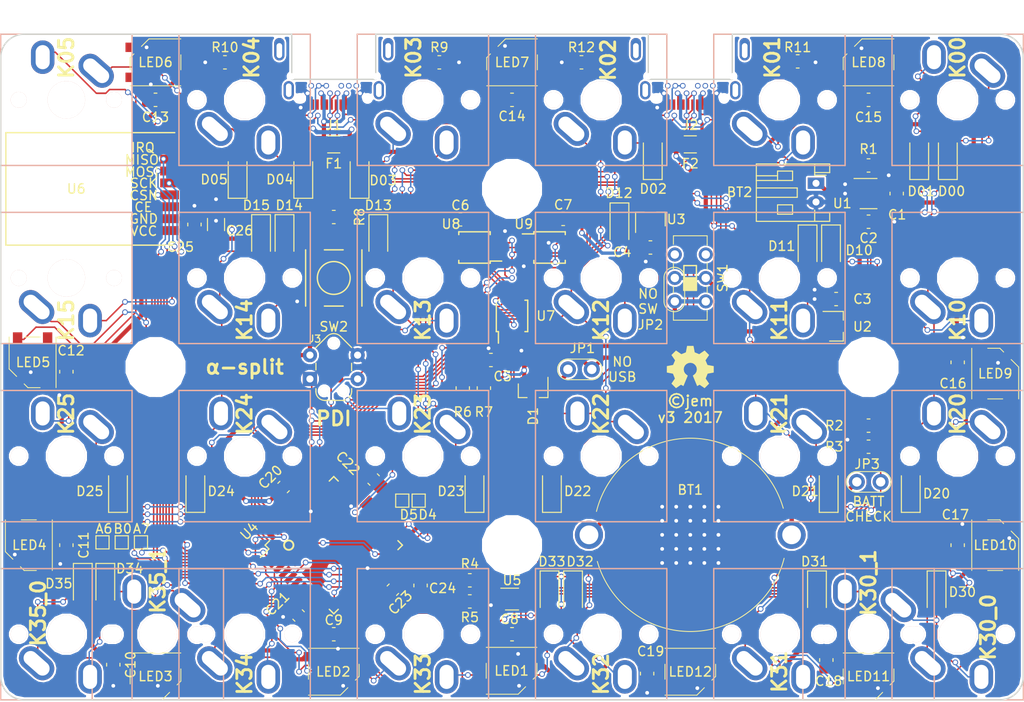
<source format=kicad_pcb>
(kicad_pcb (version 4) (host pcbnew 4.0.7)
  (layers (0 F.Cu signal) (31 B.Cu signal) (34 B.Paste user) (35 F.Paste user) (36 B.SilkS user) (37 F.SilkS user) (38 B.Mask user) (39 F.Mask user) (44 Edge.Cuts user))
  (net 0 "")
  (net 1 +5V)
  (net 2 GND)
  (net 3 /BAT_LVL)
  (net 4 VCC)
  (net 5 /ROW0)
  (net 6 /ROW1)
  (net 7 /ROW2)
  (net 8 /ROW3)
  (net 9 /PDI)
  (net 10 /RST)
  (net 11 /D4)
  (net 12 /D5)
  (net 13 /A6)
  (net 14 /A7)
  (net 15 "Net-(LED1-Pad2)")
  (net 16 "Net-(LED1-Pad4)")
  (net 17 "Net-(LED2-Pad2)")
  (net 18 "Net-(LED3-Pad2)")
  (net 19 "Net-(LED4-Pad2)")
  (net 20 "Net-(LED5-Pad2)")
  (net 21 "Net-(LED6-Pad2)")
  (net 22 "Net-(LED7-Pad2)")
  (net 23 "Net-(LED8-Pad2)")
  (net 24 "Net-(LED10-Pad4)")
  (net 25 "Net-(LED10-Pad2)")
  (net 26 "Net-(LED11-Pad2)")
  (net 27 /BAT_PROG)
  (net 28 /VBUS_CHECK)
  (net 29 /SDA)
  (net 30 /SCL)
  (net 31 /COL0)
  (net 32 /COL1)
  (net 33 /COL2)
  (net 34 /COL3)
  (net 35 /COL4)
  (net 36 /COL5)
  (net 37 /UNDER_LED)
  (net 38 /I2C_LEFT)
  (net 39 /I2C_RIGHT)
  (net 40 /USB_OE)
  (net 41 /CSN)
  (net 42 /MOSI)
  (net 43 /MISO)
  (net 44 /SCK)
  (net 45 /D-)
  (net 46 /D+)
  (net 47 /CE)
  (net 48 /IRQ)
  (net 49 +BATT)
  (net 50 /BAT_STAT)
  (net 51 "Net-(U9-Pad8)")
  (net 52 "Net-(U9-Pad9)")
  (net 53 /BATT_IN)
  (net 54 /BAT_LI_ION)
  (net 55 "Net-(SW1-Pad6)")
  (net 56 "Net-(SW1-Pad3)")
  (net 57 +3V3)
  (net 58 "Net-(LED12-Pad2)")
  (net 59 /B0)
  (net 60 "Net-(D00-Pad2)")
  (net 61 "Net-(D01-Pad2)")
  (net 62 "Net-(D02-Pad2)")
  (net 63 "Net-(D03-Pad2)")
  (net 64 "Net-(D04-Pad2)")
  (net 65 "Net-(D05-Pad2)")
  (net 66 "Net-(D10-Pad2)")
  (net 67 "Net-(D11-Pad2)")
  (net 68 "Net-(D12-Pad2)")
  (net 69 "Net-(D13-Pad2)")
  (net 70 "Net-(D14-Pad2)")
  (net 71 "Net-(D15-Pad2)")
  (net 72 "Net-(D20-Pad2)")
  (net 73 "Net-(D21-Pad2)")
  (net 74 "Net-(D22-Pad2)")
  (net 75 "Net-(D23-Pad2)")
  (net 76 "Net-(D24-Pad2)")
  (net 77 "Net-(D25-Pad2)")
  (net 78 "Net-(D30-Pad2)")
  (net 79 "Net-(D31-Pad2)")
  (net 80 "Net-(D32-Pad2)")
  (net 81 "Net-(D33-Pad2)")
  (net 82 "Net-(D34-Pad2)")
  (net 83 "Net-(D35-Pad2)")
  (net 84 "Net-(U8-Pad8)")
  (net 85 "Net-(U8-Pad9)")
  (net 86 "Net-(J1-PadA5)")
  (net 87 "Net-(J2-PadA5)")
  (net 88 "Net-(J1-PadA2)")
  (net 89 "Net-(J1-PadA3)")
  (net 90 "Net-(J1-PadA8)")
  (net 91 "Net-(J1-PadA10)")
  (net 92 "Net-(J1-PadA11)")
  (net 93 "Net-(J1-PadB11)")
  (net 94 "Net-(J1-PadB8)")
  (net 95 "Net-(J1-PadB10)")
  (net 96 "Net-(J2-PadA2)")
  (net 97 "Net-(J2-PadA3)")
  (net 98 "Net-(J2-PadA8)")
  (net 99 "Net-(J2-PadA10)")
  (net 100 "Net-(J2-PadA11)")
  (net 101 "Net-(J2-PadB11)")
  (net 102 "Net-(J2-PadB8)")
  (net 103 "Net-(J2-PadB10)")
  (net 104 /USB_L_D+)
  (net 105 /USB_L_D-)
  (net 106 /USB_R_D+)
  (net 107 /USB_R_D-)
  (net 108 "Net-(J1-PadB2)")
  (net 109 "Net-(J1-PadB3)")
  (net 110 "Net-(F1-Pad1)")
  (net 111 "Net-(F2-Pad1)")
  (net 112 "Net-(J2-PadB2)")
  (net 113 "Net-(J2-PadB3)")
  (net 114 /USB_SEL)
  (net 115 "Net-(R1-Pad1)")
  (module switch_mx:Cherry_MX_Matias_Slots_NoSilk_Back (layer B.Cu) (at 26 45 180)
    (fp_text reference K24 (at 0 4.5 450) (layer F.SilkS) (effects (font (thickness 0.3048))))
    (fp_text value K24 hide)
    (pad "" np_thru_hole circle (at -5.08 0 180) (size 1.7 1.7) (drill 1.7) (layers *.Cu *.Mask B.SilkS))
    (pad "" np_thru_hole circle (at 0 0 180) (size 4 4) (drill 4) (layers *.Cu *.Mask B.SilkS))
    (pad "" np_thru_hole circle (at 5.08 0 180) (size 1.7 1.7) (drill 1.7) (layers *.Cu *.Mask B.SilkS))
    (pad 1 thru_hole oval (at -3.175 3.1 228.5) (size 2.5 4.2) (drill oval 1.5 3.2) (layers *.Cu *.Mask) (net 76 "Net-(D24-Pad2)"))
    (pad 2 thru_hole oval (at 2.525 4.55 180) (size 2.5 3.575) (drill oval 1.5 2.575) (layers *.Cu *.Mask) (net 35 /COL4))
  )
  (module switch:SwitchPush_C&K_MultiFoot_RS-187R05A2-DS_And_PTS645_SMT (layer F.Cu) (at 35.5 26 90)
    (fp_text reference SW2 (at -5.2 0 180) (layer F.SilkS))
    (fp_text value SW_Push)
    (pad 2 smd rect (at -3.1 1.85 90) (size 1.8 1.1) (layers F.Cu F.Paste F.Mask) (net 10 /RST))
    (pad 2 smd rect (at 3.1 1.85 90) (size 1.8 1.1) (layers F.Cu F.Paste F.Mask) (net 10 /RST))
    (pad 1 smd rect (at 3.1 -1.85 90) (size 1.8 1.1) (layers F.Cu F.Paste F.Mask) (net 2 GND))
    (pad 1 smd rect (at -3.1 -1.85 90) (size 1.8 1.1) (layers F.Cu F.Paste F.Mask) (net 2 GND))
    (pad 2 smd rect (at -3.975 2.25 90) (size 1.55 1.3) (layers F.Cu F.Paste F.Mask) (net 10 /RST))
    (pad 2 smd rect (at 3.975 2.25 90) (size 1.55 1.3) (layers F.Cu F.Paste F.Mask) (net 10 /RST))
    (pad 1 smd rect (at 3.975 -2.25 90) (size 1.55 1.3) (layers F.Cu F.Paste F.Mask) (net 2 GND))
    (pad 1 smd rect (at -3.975 -2.25 90) (size 1.55 1.3) (layers F.Cu F.Paste F.Mask) (net 2 GND))
  )
  (module Resistor_SMD:R_0805_2012Metric (layer F.Cu) (at 92.5 14)
    (fp_text reference R1 (at 0 -1.75 180) (layer F.SilkS))
    (fp_text value 10k)
    (pad 1 smd rect (at -0.955 0) (size 0.97 1.5) (layers F.Cu F.Paste F.Mask) (net 115 "Net-(R1-Pad1)"))
    (pad 2 smd rect (at 0.955 0) (size 0.97 1.5) (layers F.Cu F.Paste F.Mask) (net 27 /BAT_PROG))
  )
  (module Capacitor_SMD:C_0805_2012Metric (layer F.Cu) (at 69.25 22.75)
    (fp_text reference C4 (at -3 0.5 180) (layer F.SilkS))
    (fp_text value 1uF)
    (pad 1 smd rect (at -0.955 0) (size 0.97 1.5) (layers F.Cu F.Paste F.Mask) (net 2 GND))
    (pad 2 smd rect (at 0.955 0) (size 0.97 1.5) (layers F.Cu F.Paste F.Mask) (net 57 +3V3))
  )
  (module jumper:Jumper_1x02_P2.54mm_THT (layer F.Cu) (at 71.8 28.5 180)
    (fp_text reference JP2 (at 2.55 -2.5 180) (layer F.SilkS))
    (fp_text value "NO SW")
  )
  (module Diode_SMD:D_SOD-123 (layer F.Cu) (at 30.25 21.5 270)
    (fp_text reference D14 (at -3.25 -0.5 540) (layer F.SilkS))
    (fp_text value D)
    (pad 1 smd rect (at -1.65 0 270) (size 0.9 1.2) (layers F.Cu F.Paste F.Mask) (net 6 /ROW1))
    (pad 2 smd rect (at 1.65 0 270) (size 0.9 1.2) (layers F.Cu F.Paste F.Mask) (net 70 "Net-(D14-Pad2)"))
  )
  (module Resistor_SMD:R_0805_2012Metric (layer F.Cu) (at 23.9 3 180)
    (fp_text reference R10 (at 0 1.6 180) (layer F.SilkS))
    (fp_text value 5.1k)
    (pad 1 smd rect (at -0.955 0 180) (size 0.97 1.5) (layers F.Cu F.Paste F.Mask) (net 109 "Net-(J1-PadB3)"))
    (pad 2 smd rect (at 0.955 0 180) (size 0.97 1.5) (layers F.Cu F.Paste F.Mask) (net 2 GND))
  )
  (module Package_TO_SOT_SMD:SOT-23 (layer F.Cu) (at 89.05 31.15)
    (fp_text reference U2 (at 2.8 0.05) (layer F.SilkS))
    (fp_text value "MCP1700 (3.0V)")
    (pad 1 smd rect (at -1 -0.95) (size 0.9 0.8) (layers F.Cu F.Paste F.Mask) (net 2 GND))
    (pad 2 smd rect (at -1 0.95) (size 0.9 0.8) (layers F.Cu F.Paste F.Mask) (net 53 /BATT_IN))
    (pad 3 smd rect (at 1 0) (size 0.9 0.8) (layers F.Cu F.Paste F.Mask) (net 54 /BAT_LI_ION))
  )
  (module MountingHole:MountingHole_6mm (layer F.Cu) (at 92.5 35.5)
    (fp_text reference "" (at 0 -7) (layer F.SilkS))
    (fp_text value MountingHole_6mm)
    (pad 1 np_thru_hole circle (at 0 0) (size 6 6) (drill 6) (layers *.Cu *.Mask))
  )
  (module TestPoint:TestPoint_Pad_1.0x1.0mm (layer F.Cu) (at 12.9 54.2)
    (fp_text reference J8 hide)
    (fp_text value B0)
    (pad 1 smd rect (at 0 0) (size 1 1) (layers F.Cu F.Mask) (net 59 /B0))
  )
  (module TestPoint:TestPoint_Pad_1.0x1.0mm (layer F.Cu) (at 10.85 54.2)
    (fp_text reference J6 hide)
    (fp_text value A6)
    (pad 1 smd rect (at 0 0) (size 1 1) (layers F.Cu F.Mask) (net 13 /A6))
  )
  (module Package_TO_SOT_SMD:SOT-353_SC-70-5 (layer F.Cu) (at 54.5 60.25)
    (fp_text reference U5 (at 0 -2) (layer F.SilkS))
    (fp_text value 74LVC1G34)
    (pad 1 smd rect (at -0.95 -0.65) (size 0.65 0.4) (layers F.Cu F.Paste F.Mask))
    (pad 3 smd rect (at -0.95 0.65) (size 0.65 0.4) (layers F.Cu F.Paste F.Mask) (net 2 GND))
    (pad 2 smd rect (at -0.95 0) (size 0.65 0.4) (layers F.Cu F.Paste F.Mask) (net 37 /UNDER_LED))
    (pad 4 smd rect (at 0.95 0.65) (size 0.65 0.4) (layers F.Cu F.Paste F.Mask) (net 16 "Net-(LED1-Pad4)"))
    (pad 5 smd rect (at 0.95 -0.65) (size 0.65 0.4) (layers F.Cu F.Paste F.Mask) (net 1 +5V))
  )
  (module MountingHole:MountingHole_6mm (layer F.Cu) (at 54.5 54.5)
    (fp_text reference "" (at 0 -7) (layer F.SilkS))
    (fp_text value MountingHole_6mm)
    (pad 1 np_thru_hole circle (at 0 0) (size 6 6) (drill 6) (layers *.Cu *.Mask))
  )
  (module MountingHole:MountingHole_6mm (layer F.Cu) (at 54.5 16.5)
    (fp_text reference "" (at 0 -7) (layer F.SilkS))
    (fp_text value MountingHole_6mm)
    (pad 1 np_thru_hole circle (at 0 0) (size 6 6) (drill 6) (layers *.Cu *.Mask))
  )
  (module Package_SSOP:MSOP-10_3x3mm_P0.5mm (layer F.Cu) (at 58.5 22.75)
    (fp_text reference U9 (at -2.75 -2.5 180) (layer F.SilkS))
    (fp_text value FSUSB42)
    (pad 1 smd rect (at -2.2 -1) (size 1.4 0.3) (layers F.Cu F.Paste F.Mask) (net 57 +3V3))
    (pad 2 smd rect (at -2.2 -0.5) (size 1.4 0.3) (layers F.Cu F.Paste F.Mask) (net 2 GND))
    (pad 3 smd rect (at -2.2 0) (size 1.4 0.3) (layers F.Cu F.Paste F.Mask) (net 29 /SDA))
    (pad 4 smd rect (at -2.2 0.5) (size 1.4 0.3) (layers F.Cu F.Paste F.Mask) (net 30 /SCL))
    (pad 5 smd rect (at -2.2 1) (size 1.4 0.3) (layers F.Cu F.Paste F.Mask) (net 2 GND))
    (pad 6 smd rect (at 2.2 1) (size 1.4 0.3) (layers F.Cu F.Paste F.Mask) (net 107 /USB_R_D-))
    (pad 7 smd rect (at 2.2 0.5) (size 1.4 0.3) (layers F.Cu F.Paste F.Mask) (net 106 /USB_R_D+))
    (pad 8 smd rect (at 2.2 0) (size 1.4 0.3) (layers F.Cu F.Paste F.Mask) (net 51 "Net-(U9-Pad8)"))
    (pad 9 smd rect (at 2.2 -0.5) (size 1.4 0.3) (layers F.Cu F.Paste F.Mask) (net 52 "Net-(U9-Pad9)"))
    (pad 10 smd rect (at 2.2 -1) (size 1.4 0.3) (layers F.Cu F.Paste F.Mask) (net 39 /I2C_RIGHT))
  )
  (module MountingHole:MountingHole_6mm (layer F.Cu) (at 16.5 35.5)
    (fp_text reference "" (at 0 -7) (layer F.SilkS))
    (fp_text value MountingHole_6mm)
    (pad 1 np_thru_hole circle (at 0 0) (size 6 6) (drill 6) (layers *.Cu *.Mask))
  )
  (module StitchVia_2x2_0.3mm (layer F.Cu) (at 76.5 56.4)
    (fp_text reference REF** hide)
    (fp_text value StitchVia_0.3mm hide)
    (pad 1 thru_hole circle (at 0 0) (size 0.6 0.6) (drill 0.4) (layers *.Cu) (net 2 GND))
  )
  (module StitchVia_2x2_0.3mm (layer F.Cu) (at 75 56.4)
    (fp_text reference REF** hide)
    (fp_text value StitchVia_0.3mm hide)
    (pad 1 thru_hole circle (at 0 0) (size 0.6 0.6) (drill 0.4) (layers *.Cu) (net 2 GND))
  )
  (module StitchVia_2x2_0.3mm (layer F.Cu) (at 73.5 56.4)
    (fp_text reference REF** hide)
    (fp_text value StitchVia_0.3mm hide)
    (pad 1 thru_hole circle (at 0 0) (size 0.6 0.6) (drill 0.4) (layers *.Cu) (net 2 GND))
  )
  (module StitchVia_2x2_0.3mm (layer F.Cu) (at 72 56.4)
    (fp_text reference REF** hide)
    (fp_text value StitchVia_0.3mm hide)
    (pad 1 thru_hole circle (at 0 0) (size 0.6 0.6) (drill 0.4) (layers *.Cu) (net 2 GND))
  )
  (module StitchVia_2x2_0.3mm (layer F.Cu) (at 70.5 56.4)
    (fp_text reference REF** hide)
    (fp_text value StitchVia_0.3mm hide)
    (pad 1 thru_hole circle (at 0 0) (size 0.6 0.6) (drill 0.4) (layers *.Cu) (net 2 GND))
  )
  (module StitchVia_2x2_0.3mm (layer F.Cu) (at 76.5 54.9)
    (fp_text reference REF** hide)
    (fp_text value StitchVia_0.3mm hide)
    (pad 1 thru_hole circle (at 0 0) (size 0.6 0.6) (drill 0.4) (layers *.Cu) (net 2 GND))
  )
  (module StitchVia_2x2_0.3mm (layer F.Cu) (at 75 54.9)
    (fp_text reference REF** hide)
    (fp_text value StitchVia_0.3mm hide)
    (pad 1 thru_hole circle (at 0 0) (size 0.6 0.6) (drill 0.4) (layers *.Cu) (net 2 GND))
  )
  (module StitchVia_2x2_0.3mm (layer F.Cu) (at 73.5 54.9)
    (fp_text reference REF** hide)
    (fp_text value StitchVia_0.3mm hide)
    (pad 1 thru_hole circle (at 0 0) (size 0.6 0.6) (drill 0.4) (layers *.Cu) (net 2 GND))
  )
  (module StitchVia_2x2_0.3mm (layer F.Cu) (at 72 54.9)
    (fp_text reference REF** hide)
    (fp_text value StitchVia_0.3mm hide)
    (pad 1 thru_hole circle (at 0 0) (size 0.6 0.6) (drill 0.4) (layers *.Cu) (net 2 GND))
  )
  (module StitchVia_2x2_0.3mm (layer F.Cu) (at 70.5 54.9)
    (fp_text reference REF** hide)
    (fp_text value StitchVia_0.3mm hide)
    (pad 1 thru_hole circle (at 0 0) (size 0.6 0.6) (drill 0.4) (layers *.Cu) (net 2 GND))
  )
  (module StitchVia_2x2_0.3mm (layer F.Cu) (at 76.5 53.4)
    (fp_text reference REF** hide)
    (fp_text value StitchVia_0.3mm hide)
    (pad 1 thru_hole circle (at 0 0) (size 0.6 0.6) (drill 0.4) (layers *.Cu) (net 2 GND))
  )
  (module StitchVia_2x2_0.3mm (layer F.Cu) (at 75 53.4)
    (fp_text reference REF** hide)
    (fp_text value StitchVia_0.3mm hide)
    (pad 1 thru_hole circle (at 0 0) (size 0.6 0.6) (drill 0.4) (layers *.Cu) (net 2 GND))
  )
  (module StitchVia_2x2_0.3mm (layer F.Cu) (at 73.5 53.4)
    (fp_text reference REF** hide)
    (fp_text value StitchVia_0.3mm hide)
    (pad 1 thru_hole circle (at 0 0) (size 0.6 0.6) (drill 0.4) (layers *.Cu) (net 2 GND))
  )
  (module StitchVia_2x2_0.3mm (layer F.Cu) (at 72 53.4)
    (fp_text reference REF** hide)
    (fp_text value StitchVia_0.3mm hide)
    (pad 1 thru_hole circle (at 0 0) (size 0.6 0.6) (drill 0.4) (layers *.Cu) (net 2 GND))
  )
  (module StitchVia_2x2_0.3mm (layer F.Cu) (at 70.5 53.4)
    (fp_text reference REF** hide)
    (fp_text value StitchVia_0.3mm hide)
    (pad 1 thru_hole circle (at 0 0) (size 0.6 0.6) (drill 0.4) (layers *.Cu) (net 2 GND))
  )
  (module StitchVia_2x2_0.3mm (layer F.Cu) (at 76.5 51.9)
    (fp_text reference REF** hide)
    (fp_text value StitchVia_0.3mm hide)
    (pad 1 thru_hole circle (at 0 0) (size 0.6 0.6) (drill 0.4) (layers *.Cu) (net 2 GND))
  )
  (module StitchVia_2x2_0.3mm (layer F.Cu) (at 75 51.9)
    (fp_text reference REF** hide)
    (fp_text value StitchVia_0.3mm hide)
    (pad 1 thru_hole circle (at 0 0) (size 0.6 0.6) (drill 0.4) (layers *.Cu) (net 2 GND))
  )
  (module StitchVia_2x2_0.3mm (layer F.Cu) (at 73.5 51.9)
    (fp_text reference REF** hide)
    (fp_text value StitchVia_0.3mm hide)
    (pad 1 thru_hole circle (at 0 0) (size 0.6 0.6) (drill 0.4) (layers *.Cu) (net 2 GND))
  )
  (module StitchVia_2x2_0.3mm (layer F.Cu) (at 72 51.9)
    (fp_text reference REF** hide)
    (fp_text value StitchVia_0.3mm hide)
    (pad 1 thru_hole circle (at 0 0) (size 0.6 0.6) (drill 0.4) (layers *.Cu) (net 2 GND))
  )
  (module StitchVia_2x2_0.3mm (layer F.Cu) (at 70.5 51.9)
    (fp_text reference REF** hide)
    (fp_text value StitchVia_0.3mm hide)
    (pad 1 thru_hole circle (at 0 0) (size 0.6 0.6) (drill 0.4) (layers *.Cu) (net 2 GND))
  )
  (module StitchVia_2x2_0.3mm (layer F.Cu) (at 76.5 50.4)
    (fp_text reference REF** hide)
    (fp_text value StitchVia_0.3mm hide)
    (pad 1 thru_hole circle (at 0 0) (size 0.6 0.6) (drill 0.4) (layers *.Cu) (net 2 GND))
  )
  (module StitchVia_2x2_0.3mm (layer F.Cu) (at 75 50.4)
    (fp_text reference REF** hide)
    (fp_text value StitchVia_0.3mm hide)
    (pad 1 thru_hole circle (at 0 0) (size 0.6 0.6) (drill 0.4) (layers *.Cu) (net 2 GND))
  )
  (module StitchVia_2x2_0.3mm (layer F.Cu) (at 73.5 50.4)
    (fp_text reference REF** hide)
    (fp_text value StitchVia_0.3mm hide)
    (pad 1 thru_hole circle (at 0 0) (size 0.6 0.6) (drill 0.4) (layers *.Cu) (net 2 GND))
  )
  (module StitchVia_2x2_0.3mm (layer F.Cu) (at 72 50.4)
    (fp_text reference REF** hide)
    (fp_text value StitchVia_0.3mm hide)
    (pad 1 thru_hole circle (at 0 0) (size 0.6 0.6) (drill 0.4) (layers *.Cu) (net 2 GND))
  )
  (module StitchVia_2x2_0.3mm (layer F.Cu) (at 70.5 50.4)
    (fp_text reference REF** hide)
    (fp_text value StitchVia_0.3mm hide)
    (pad 1 thru_hole circle (at 0 0) (size 0.6 0.6) (drill 0.4) (layers *.Cu) (net 2 GND))
  )
  (module Package_QFP:TQFP-44_10x10mm_P0.8mm (layer F.Cu) (at 35.5 54.5 45)
    (fp_text reference U4 (at -5.303301 -7.424621 45) (layer F.SilkS))
    (fp_text value ATXMEGA-A4U-EPAD)
    (pad 1 smd rect (at -5.7 -4 45) (size 1.5 0.55) (layers F.Cu F.Paste F.Mask) (net 36 /COL5))
    (pad 2 smd rect (at -5.7 -3.2 45) (size 1.5 0.55) (layers F.Cu F.Paste F.Mask) (net 13 /A6))
    (pad 3 smd rect (at -5.7 -2.4 45) (size 1.5 0.55) (layers F.Cu F.Paste F.Mask) (net 14 /A7))
    (pad 4 smd rect (at -5.7 -1.6 45) (size 1.5 0.55) (layers F.Cu F.Paste F.Mask) (net 59 /B0))
    (pad 5 smd rect (at -5.7 -0.8 45) (size 1.5 0.55) (layers F.Cu F.Paste F.Mask) (net 3 /BAT_LVL))
    (pad 6 smd rect (at -5.7 0 45) (size 1.5 0.55) (layers F.Cu F.Paste F.Mask) (net 47 /CE))
    (pad 7 smd rect (at -5.7 0.8 45) (size 1.5 0.55) (layers F.Cu F.Paste F.Mask) (net 48 /IRQ))
    (pad 8 smd rect (at -5.7 1.6 45) (size 1.5 0.55) (layers F.Cu F.Paste F.Mask) (net 2 GND))
    (pad 9 smd rect (at -5.7 2.4 45) (size 1.5 0.55) (layers F.Cu F.Paste F.Mask) (net 4 VCC))
    (pad 10 smd rect (at -5.7 3.2 45) (size 1.5 0.55) (layers F.Cu F.Paste F.Mask) (net 37 /UNDER_LED))
    (pad 11 smd rect (at -5.7 4 45) (size 1.5 0.55) (layers F.Cu F.Paste F.Mask) (net 28 /VBUS_CHECK))
    (pad 12 smd rect (at -4 5.7 135) (size 1.5 0.55) (layers F.Cu F.Paste F.Mask) (net 27 /BAT_PROG))
    (pad 13 smd rect (at -3.2 5.7 135) (size 1.5 0.55) (layers F.Cu F.Paste F.Mask) (net 50 /BAT_STAT))
    (pad 14 smd rect (at -2.4 5.7 135) (size 1.5 0.55) (layers F.Cu F.Paste F.Mask) (net 41 /CSN))
    (pad 15 smd rect (at -1.6 5.7 135) (size 1.5 0.55) (layers F.Cu F.Paste F.Mask) (net 42 /MOSI))
    (pad 16 smd rect (at -0.8 5.7 135) (size 1.5 0.55) (layers F.Cu F.Paste F.Mask) (net 43 /MISO))
    (pad 17 smd rect (at 0 5.7 135) (size 1.5 0.55) (layers F.Cu F.Paste F.Mask) (net 44 /SCK))
    (pad 18 smd rect (at 0.8 5.7 135) (size 1.5 0.55) (layers F.Cu F.Paste F.Mask) (net 2 GND))
    (pad 19 smd rect (at 1.6 5.7 135) (size 1.5 0.55) (layers F.Cu F.Paste F.Mask) (net 4 VCC))
    (pad 20 smd rect (at 2.4 5.7 135) (size 1.5 0.55) (layers F.Cu F.Paste F.Mask) (net 8 /ROW3))
    (pad 21 smd rect (at 3.2 5.7 135) (size 1.5 0.55) (layers F.Cu F.Paste F.Mask) (net 7 /ROW2))
    (pad 22 smd rect (at 4 5.7 135) (size 1.5 0.55) (layers F.Cu F.Paste F.Mask) (net 5 /ROW0))
    (pad 23 smd rect (at 5.7 4 45) (size 1.5 0.55) (layers F.Cu F.Paste F.Mask) (net 6 /ROW1))
    (pad 24 smd rect (at 5.7 3.2 45) (size 1.5 0.55) (layers F.Cu F.Paste F.Mask) (net 11 /D4))
    (pad 25 smd rect (at 5.7 2.4 45) (size 1.5 0.55) (layers F.Cu F.Paste F.Mask) (net 12 /D5))
    (pad 26 smd rect (at 5.7 1.6 45) (size 1.5 0.55) (layers F.Cu F.Paste F.Mask) (net 45 /D-))
    (pad 27 smd rect (at 5.7 0.8 45) (size 1.5 0.55) (layers F.Cu F.Paste F.Mask) (net 46 /D+))
    (pad 28 smd rect (at 5.7 0 45) (size 1.5 0.55) (layers F.Cu F.Paste F.Mask) (net 29 /SDA))
    (pad 29 smd rect (at 5.7 -0.8 45) (size 1.5 0.55) (layers F.Cu F.Paste F.Mask) (net 30 /SCL))
    (pad 30 smd rect (at 5.7 -1.6 45) (size 1.5 0.55) (layers F.Cu F.Paste F.Mask) (net 2 GND))
    (pad 31 smd rect (at 5.7 -2.4 45) (size 1.5 0.55) (layers F.Cu F.Paste F.Mask) (net 4 VCC))
    (pad 32 smd rect (at 5.7 -3.2 45) (size 1.5 0.55) (layers F.Cu F.Paste F.Mask) (net 114 /USB_SEL))
    (pad 33 smd rect (at 5.7 -4 45) (size 1.5 0.55) (layers F.Cu F.Paste F.Mask) (net 39 /I2C_RIGHT))
    (pad 34 smd rect (at 4 -5.7 135) (size 1.5 0.55) (layers F.Cu F.Paste F.Mask) (net 9 /PDI))
    (pad 35 smd rect (at 3.2 -5.7 135) (size 1.5 0.55) (layers F.Cu F.Paste F.Mask) (net 10 /RST))
    (pad 36 smd rect (at 2.4 -5.7 135) (size 1.5 0.55) (layers F.Cu F.Paste F.Mask) (net 38 /I2C_LEFT))
    (pad 37 smd rect (at 1.6 -5.7 135) (size 1.5 0.55) (layers F.Cu F.Paste F.Mask) (net 40 /USB_OE))
    (pad 38 smd rect (at 0.8 -5.7 135) (size 1.5 0.55) (layers F.Cu F.Paste F.Mask) (net 2 GND))
    (pad 39 smd rect (at 0 -5.7 135) (size 1.5 0.55) (layers F.Cu F.Paste F.Mask) (net 4 VCC))
    (pad 40 smd rect (at -0.8 -5.7 135) (size 1.5 0.55) (layers F.Cu F.Paste F.Mask) (net 33 /COL2))
    (pad 41 smd rect (at -1.6 -5.7 135) (size 1.5 0.55) (layers F.Cu F.Paste F.Mask) (net 32 /COL1))
    (pad 42 smd rect (at -2.4 -5.7 135) (size 1.5 0.55) (layers F.Cu F.Paste F.Mask) (net 31 /COL0))
    (pad 43 smd rect (at -3.2 -5.7 135) (size 1.5 0.55) (layers F.Cu F.Paste F.Mask) (net 34 /COL3))
    (pad 44 smd rect (at -4 -5.7 135) (size 1.5 0.55) (layers F.Cu F.Paste F.Mask) (net 35 /COL4))
  )
  (module Resistor_SMD:R_0805_2012Metric (layer F.Cu) (at 50 58.25 180)
    (fp_text reference R4 (at 0 1.75 180) (layer F.SilkS))
    (fp_text value 100k)
    (pad 1 smd rect (at -0.955 0 180) (size 0.97 1.5) (layers F.Cu F.Paste F.Mask) (net 1 +5V))
    (pad 2 smd rect (at 0.955 0 180) (size 0.97 1.5) (layers F.Cu F.Paste F.Mask) (net 28 /VBUS_CHECK))
  )
  (module Package_TO_SOT_SMD:SOT-23 (layer F.Cu) (at 56.75 38 270)
    (fp_text reference D1 (at 2.75 0 270) (layer F.SilkS))
    (fp_text value D_Schottky_x2_KCom_AAK)
    (pad 1 smd rect (at -1 -0.95 270) (size 0.9 0.8) (layers F.Cu F.Paste F.Mask) (net 49 +BATT))
    (pad 2 smd rect (at -1 0.95 270) (size 0.9 0.8) (layers F.Cu F.Paste F.Mask) (net 57 +3V3))
    (pad 3 smd rect (at 1 0 270) (size 0.9 0.8) (layers F.Cu F.Paste F.Mask) (net 4 VCC))
  )
  (module Package_TO_SOT_SMD:SOT-23-5 (layer F.Cu) (at 92.5 17)
    (fp_text reference U1 (at -2.8 1.05) (layer F.SilkS))
    (fp_text value MCP73831)
    (pad 1 smd rect (at -1.1 -0.95) (size 1.06 0.65) (layers F.Cu F.Paste F.Mask) (net 50 /BAT_STAT))
    (pad 2 smd rect (at -1.1 0) (size 1.06 0.65) (layers F.Cu F.Paste F.Mask) (net 2 GND))
    (pad 3 smd rect (at -1.1 0.95) (size 1.06 0.65) (layers F.Cu F.Paste F.Mask) (net 54 /BAT_LI_ION))
    (pad 4 smd rect (at 1.1 0.95) (size 1.06 0.65) (layers F.Cu F.Paste F.Mask) (net 1 +5V))
    (pad 5 smd rect (at 1.1 -0.95) (size 1.06 0.65) (layers F.Cu F.Paste F.Mask) (net 115 "Net-(R1-Pad1)"))
  )
  (module Package_TO_SOT_SMD:SOT-23 (layer F.Cu) (at 69.25 19.75 90)
    (fp_text reference U3 (at 0 2.75 180) (layer F.SilkS))
    (fp_text value "MCP1700 (3.3V)")
    (pad 1 smd rect (at -1 -0.95 90) (size 0.9 0.8) (layers F.Cu F.Paste F.Mask) (net 2 GND))
    (pad 2 smd rect (at -1 0.95 90) (size 0.9 0.8) (layers F.Cu F.Paste F.Mask) (net 57 +3V3))
    (pad 3 smd rect (at 1 0 90) (size 0.9 0.8) (layers F.Cu F.Paste F.Mask) (net 1 +5V))
  )
  (module nordic:NRF24L01-Module-SMD (layer F.Cu) (at 17.55 16.5)
    (fp_text reference U6 (at -9.5 0) (layer F.SilkS))
    (fp_text value nRF24L01_module)
    (fp_text user IRQ (at -2.4 -4.4) (layer F.SilkS))
    (fp_text user MISO (at -2.5 -3.1) (layer F.SilkS))
    (fp_text user MOSI (at -2.5 -1.8) (layer F.SilkS))
    (fp_text user SCK (at -2.3 -0.6) (layer F.SilkS))
    (fp_text user CSN (at -2.3 0.7) (layer F.SilkS))
    (fp_text user CE (at -2.35 1.95) (layer F.SilkS))
    (fp_text user GND (at -2.3 3.2) (layer F.SilkS))
    (fp_text user VCC (at -2.3 4.5) (layer F.SilkS))
    (pad 8 smd rect (at 0 -4.445) (size 2 0.95) (drill (offset 0.45 0)) (layers F.Cu F.Paste F.Mask) (net 48 /IRQ))
    (pad 7 smd rect (at 0 -3.175) (size 2 0.95) (drill (offset 0.45 0)) (layers F.Cu F.Paste F.Mask) (net 43 /MISO))
    (pad 6 smd rect (at 0 -1.905) (size 2 0.95) (drill (offset 0.45 0)) (layers F.Cu F.Paste F.Mask) (net 42 /MOSI))
    (pad 5 smd rect (at 0 -0.635) (size 2 0.95) (drill (offset 0.45 0)) (layers F.Cu F.Paste F.Mask) (net 44 /SCK))
    (pad 4 smd rect (at 0 0.635) (size 2 0.95) (drill (offset 0.45 0)) (layers F.Cu F.Paste F.Mask) (net 41 /CSN))
    (pad 3 smd rect (at 0 1.905) (size 2 0.95) (drill (offset 0.45 0)) (layers F.Cu F.Paste F.Mask) (net 47 /CE))
    (pad 2 smd rect (at 0 3.175) (size 2 0.95) (drill (offset 0.45 0)) (layers F.Cu F.Paste F.Mask) (net 2 GND))
    (pad 1 smd rect (at 0 4.445) (size 2 0.95) (drill (offset 0.45 0)) (layers F.Cu F.Paste F.Mask) (net 4 VCC))
  )
  (module Conn_JST:JST_PH_S2B-PH-K_1x02_P2.00mm_Horizontal (layer F.Cu) (at 86.9 15.9 270)
    (fp_text reference BT2 (at 0.95 8.15 360) (layer F.SilkS))
    (fp_text value Battery_Cell)
    (pad 1 thru_hole rect (at 0 0 270) (size 1.2 1.75) (drill 0.75) (layers *.Cu *.Mask) (net 54 /BAT_LI_ION))
    (pad 2 thru_hole oval (at 2 0 270) (size 1.2 1.75) (drill 0.75) (layers *.Cu *.Mask) (net 2 GND))
  )
  (module Package_SSOP:MSOP-10_3x3mm_P0.5mm (layer F.Cu) (at 54.5 30.05 90)
    (fp_text reference U7 (at 0 3.6 180) (layer F.SilkS))
    (fp_text value FSUSB42)
    (pad 1 smd rect (at -2.2 -1 90) (size 1.4 0.3) (layers F.Cu F.Paste F.Mask) (net 57 +3V3))
    (pad 2 smd rect (at -2.2 -0.5 90) (size 1.4 0.3) (layers F.Cu F.Paste F.Mask) (net 114 /USB_SEL))
    (pad 3 smd rect (at -2.2 0 90) (size 1.4 0.3) (layers F.Cu F.Paste F.Mask) (net 46 /D+))
    (pad 4 smd rect (at -2.2 0.5 90) (size 1.4 0.3) (layers F.Cu F.Paste F.Mask) (net 45 /D-))
    (pad 5 smd rect (at -2.2 1 90) (size 1.4 0.3) (layers F.Cu F.Paste F.Mask) (net 2 GND))
    (pad 6 smd rect (at 2.2 1 90) (size 1.4 0.3) (layers F.Cu F.Paste F.Mask) (net 107 /USB_R_D-))
    (pad 7 smd rect (at 2.2 0.5 90) (size 1.4 0.3) (layers F.Cu F.Paste F.Mask) (net 106 /USB_R_D+))
    (pad 8 smd rect (at 2.2 0 90) (size 1.4 0.3) (layers F.Cu F.Paste F.Mask) (net 105 /USB_L_D-))
    (pad 9 smd rect (at 2.2 -0.5 90) (size 1.4 0.3) (layers F.Cu F.Paste F.Mask) (net 104 /USB_L_D+))
    (pad 10 smd rect (at 2.2 -1 90) (size 1.4 0.3) (layers F.Cu F.Paste F.Mask) (net 40 /USB_OE))
  )
  (module Capacitor_SMD:C_0805_2012Metric (layer F.Cu) (at 95.5 17 90)
    (fp_text reference C1 (at -2.25 0.05 360) (layer F.SilkS))
    (fp_text value 4.7uF)
    (pad 1 smd rect (at -0.955 0 90) (size 0.97 1.5) (layers F.Cu F.Paste F.Mask) (net 1 +5V))
    (pad 2 smd rect (at 0.955 0 90) (size 0.97 1.5) (layers F.Cu F.Paste F.Mask) (net 2 GND))
  )
  (module Capacitor_SMD:C_0805_2012Metric (layer F.Cu) (at 92.5 20)
    (fp_text reference C2 (at 0 1.75) (layer F.SilkS))
    (fp_text value 4.7uF)
    (pad 1 smd rect (at -0.955 0) (size 0.97 1.5) (layers F.Cu F.Paste F.Mask) (net 54 /BAT_LI_ION))
    (pad 2 smd rect (at 0.955 0) (size 0.97 1.5) (layers F.Cu F.Paste F.Mask) (net 2 GND))
  )
  (module Capacitor_SMD:C_0805_2012Metric (layer F.Cu) (at 89.045 28.25)
    (fp_text reference C3 (at 2.805 0 180) (layer F.SilkS))
    (fp_text value 1uF)
    (pad 1 smd rect (at -0.955 0) (size 0.97 1.5) (layers F.Cu F.Paste F.Mask) (net 2 GND))
    (pad 2 smd rect (at 0.955 0) (size 0.97 1.5) (layers F.Cu F.Paste F.Mask) (net 53 /BATT_IN))
  )
  (module Capacitor_SMD:C_0805_2012Metric (layer F.Cu) (at 54.5 64)
    (fp_text reference C8 (at -0.25 -1.6) (layer F.SilkS))
    (fp_text value 0.1uF)
    (pad 1 smd rect (at -0.955 0) (size 0.97 1.5) (layers F.Cu F.Paste F.Mask) (net 1 +5V))
    (pad 2 smd rect (at 0.955 0) (size 0.97 1.5) (layers F.Cu F.Paste F.Mask) (net 2 GND))
  )
  (module Capacitor_SMD:C_0805_2012Metric (layer F.Cu) (at 35.5 64)
    (fp_text reference C9 (at 0 -1.5) (layer F.SilkS))
    (fp_text value 0.1uF)
    (pad 1 smd rect (at -0.955 0) (size 0.97 1.5) (layers F.Cu F.Paste F.Mask) (net 1 +5V))
    (pad 2 smd rect (at 0.955 0) (size 0.97 1.5) (layers F.Cu F.Paste F.Mask) (net 2 GND))
  )
  (module Capacitor_SMD:C_0805_2012Metric (layer F.Cu) (at 31.75 62 315)
    (fp_text reference C21 (at -2.474874 0.707107 405) (layer F.SilkS))
    (fp_text value 0.1uF)
    (pad 1 smd rect (at -0.955 0 315) (size 0.97 1.5) (layers F.Cu F.Paste F.Mask) (net 2 GND))
    (pad 2 smd rect (at 0.955 0 315) (size 0.97 1.5) (layers F.Cu F.Paste F.Mask) (net 4 VCC))
  )
  (module Capacitor_SMD:C_0805_2012Metric (layer F.Cu) (at 30.15 48.3 225)
    (fp_text reference C20 (at 0.247487 1.732412 225) (layer F.SilkS))
    (fp_text value 0.1uF)
    (pad 1 smd rect (at -0.955 0 225) (size 0.97 1.5) (layers F.Cu F.Paste F.Mask) (net 2 GND))
    (pad 2 smd rect (at 0.955 0 225) (size 0.97 1.5) (layers F.Cu F.Paste F.Mask) (net 4 VCC))
  )
  (module Capacitor_SMD:C_0805_2012Metric (layer F.Cu) (at 39.75 47.5 135)
    (fp_text reference C22 (at 3.181981 -0.707107 135) (layer F.SilkS))
    (fp_text value 0.1uF)
    (pad 1 smd rect (at -0.955 0 135) (size 0.97 1.5) (layers F.Cu F.Paste F.Mask) (net 2 GND))
    (pad 2 smd rect (at 0.955 0 135) (size 0.97 1.5) (layers F.Cu F.Paste F.Mask) (net 4 VCC))
  )
  (module Capacitor_SMD:C_0805_2012Metric (layer F.Cu) (at 12 67.25 270)
    (fp_text reference C10 (at 0 -1.85 270) (layer F.SilkS))
    (fp_text value 0.1uF)
    (pad 1 smd rect (at -0.955 0 270) (size 0.97 1.5) (layers F.Cu F.Paste F.Mask) (net 1 +5V))
    (pad 2 smd rect (at 0.955 0 270) (size 0.97 1.5) (layers F.Cu F.Paste F.Mask) (net 2 GND))
  )
  (module Capacitor_SMD:C_0805_2012Metric (layer F.Cu) (at 7 54.5 270)
    (fp_text reference C11 (at 0 -1.85 270) (layer F.SilkS))
    (fp_text value 0.1uF)
    (pad 1 smd rect (at -0.955 0 270) (size 0.97 1.5) (layers F.Cu F.Paste F.Mask) (net 1 +5V))
    (pad 2 smd rect (at 0.955 0 270) (size 0.97 1.5) (layers F.Cu F.Paste F.Mask) (net 2 GND))
  )
  (module Capacitor_SMD:C_0805_2012Metric (layer F.Cu) (at 7 36 270)
    (fp_text reference C12 (at -2.25 -0.5 540) (layer F.SilkS))
    (fp_text value 0.1uF)
    (pad 1 smd rect (at -0.955 0 270) (size 0.97 1.5) (layers F.Cu F.Paste F.Mask) (net 1 +5V))
    (pad 2 smd rect (at 0.955 0 270) (size 0.97 1.5) (layers F.Cu F.Paste F.Mask) (net 2 GND))
  )
  (module Capacitor_SMD:C_0805_2012Metric (layer F.Cu) (at 16.5 7 180)
    (fp_text reference C13 (at 0 -1.85 180) (layer F.SilkS))
    (fp_text value 0.1uF)
    (pad 1 smd rect (at -0.955 0 180) (size 0.97 1.5) (layers F.Cu F.Paste F.Mask) (net 1 +5V))
    (pad 2 smd rect (at 0.955 0 180) (size 0.97 1.5) (layers F.Cu F.Paste F.Mask) (net 2 GND))
  )
  (module Capacitor_SMD:C_0805_2012Metric (layer F.Cu) (at 54.5 7 180)
    (fp_text reference C14 (at 0 -1.75 180) (layer F.SilkS))
    (fp_text value 0.1uF)
    (pad 1 smd rect (at -0.955 0 180) (size 0.97 1.5) (layers F.Cu F.Paste F.Mask) (net 1 +5V))
    (pad 2 smd rect (at 0.955 0 180) (size 0.97 1.5) (layers F.Cu F.Paste F.Mask) (net 2 GND))
  )
  (module Capacitor_SMD:C_0805_2012Metric (layer F.Cu) (at 41.8 59.25 45)
    (fp_text reference C23 (at -0.424264 1.555635 45) (layer F.SilkS))
    (fp_text value 0.1uF)
    (pad 1 smd rect (at -0.955 0 45) (size 0.97 1.5) (layers F.Cu F.Paste F.Mask) (net 2 GND))
    (pad 2 smd rect (at 0.955 0 45) (size 0.97 1.5) (layers F.Cu F.Paste F.Mask) (net 4 VCC))
  )
  (module Capacitor_SMD:C_0805_2012Metric (layer F.Cu) (at 44.75 58.8 90)
    (fp_text reference C24 (at -0.3 2.35 180) (layer F.SilkS))
    (fp_text value 10uF)
    (pad 1 smd rect (at -0.955 0 90) (size 0.97 1.5) (layers F.Cu F.Paste F.Mask) (net 2 GND))
    (pad 2 smd rect (at 0.955 0 90) (size 0.97 1.5) (layers F.Cu F.Paste F.Mask) (net 4 VCC))
  )
  (module Capacitor_SMD:C_0805_2012Metric (layer F.Cu) (at 92.5 7 180)
    (fp_text reference C15 (at 0 -1.85 180) (layer F.SilkS))
    (fp_text value 0.1uF)
    (pad 1 smd rect (at -0.955 0 180) (size 0.97 1.5) (layers F.Cu F.Paste F.Mask) (net 1 +5V))
    (pad 2 smd rect (at 0.955 0 180) (size 0.97 1.5) (layers F.Cu F.Paste F.Mask) (net 2 GND))
  )
  (module Capacitor_SMD:C_0805_2012Metric (layer F.Cu) (at 102 35 90)
    (fp_text reference C16 (at -2.25 -0.5 180) (layer F.SilkS))
    (fp_text value 0.1uF)
    (pad 1 smd rect (at -0.955 0 90) (size 0.97 1.5) (layers F.Cu F.Paste F.Mask) (net 1 +5V))
    (pad 2 smd rect (at 0.955 0 90) (size 0.97 1.5) (layers F.Cu F.Paste F.Mask) (net 2 GND))
  )
  (module Capacitor_SMD:C_0805_2012Metric (layer F.Cu) (at 102 54.5 90)
    (fp_text reference C17 (at 3.25 -0.25 180) (layer F.SilkS))
    (fp_text value 0.1uF)
    (pad 1 smd rect (at -0.955 0 90) (size 0.97 1.5) (layers F.Cu F.Paste F.Mask) (net 1 +5V))
    (pad 2 smd rect (at 0.955 0 90) (size 0.97 1.5) (layers F.Cu F.Paste F.Mask) (net 2 GND))
  )
  (module Capacitor_SMD:C_0805_2012Metric (layer F.Cu) (at 88 66.75 270)
    (fp_text reference C18 (at 2.25 -0.25 360) (layer F.SilkS))
    (fp_text value 0.1uF)
    (pad 1 smd rect (at -0.955 0 270) (size 0.97 1.5) (layers F.Cu F.Paste F.Mask) (net 1 +5V))
    (pad 2 smd rect (at 0.955 0 270) (size 0.97 1.5) (layers F.Cu F.Paste F.Mask) (net 2 GND))
  )
  (module Capacitor_SMD:C_0805_2012Metric (layer F.Cu) (at 68.9 68.2 270)
    (fp_text reference C19 (at -2.375 -0.375 360) (layer F.SilkS))
    (fp_text value 0.1uF)
    (pad 1 smd rect (at -0.955 0 270) (size 0.97 1.5) (layers F.Cu F.Paste F.Mask) (net 1 +5V))
    (pad 2 smd rect (at 0.955 0 270) (size 0.97 1.5) (layers F.Cu F.Paste F.Mask) (net 2 GND))
  )
  (module Capacitor_SMD:C_0805_2012Metric (layer F.Cu) (at 52.25 34.75 180)
    (fp_text reference C5 (at -1.25 -1.75 360) (layer F.SilkS))
    (fp_text value 0.1uF)
    (pad 1 smd rect (at -0.955 0 180) (size 0.97 1.5) (layers F.Cu F.Paste F.Mask) (net 57 +3V3))
    (pad 2 smd rect (at 0.955 0 180) (size 0.97 1.5) (layers F.Cu F.Paste F.Mask) (net 2 GND))
  )
  (module Capacitor_SMD:C_0805_2012Metric (layer F.Cu) (at 49 19.75)
    (fp_text reference C6 (at 0 -1.5) (layer F.SilkS))
    (fp_text value 0.1uF)
    (pad 1 smd rect (at -0.955 0) (size 0.97 1.5) (layers F.Cu F.Paste F.Mask) (net 57 +3V3))
    (pad 2 smd rect (at 0.955 0) (size 0.97 1.5) (layers F.Cu F.Paste F.Mask) (net 2 GND))
  )
  (module Resistor_SMD:R_0805_2012Metric (layer F.Cu) (at 92.5 41.75)
    (fp_text reference R2 (at -3.65 0) (layer F.SilkS))
    (fp_text value 470k)
    (pad 1 smd rect (at -0.955 0) (size 0.97 1.5) (layers F.Cu F.Paste F.Mask) (net 54 /BAT_LI_ION))
    (pad 2 smd rect (at 0.955 0) (size 0.97 1.5) (layers F.Cu F.Paste F.Mask) (net 3 /BAT_LVL))
  )
  (module Resistor_SMD:R_0805_2012Metric (layer F.Cu) (at 92.5 44 180)
    (fp_text reference R3 (at 3.65 0 180) (layer F.SilkS))
    (fp_text value 470k)
    (pad 1 smd rect (at -0.955 0 180) (size 0.97 1.5) (layers F.Cu F.Paste F.Mask) (net 3 /BAT_LVL))
    (pad 2 smd rect (at 0.955 0 180) (size 0.97 1.5) (layers F.Cu F.Paste F.Mask) (net 2 GND))
  )
  (module Resistor_SMD:R_0805_2012Metric (layer F.Cu) (at 50 60.5)
    (fp_text reference R5 (at 0 1.7) (layer F.SilkS))
    (fp_text value 100k)
    (pad 1 smd rect (at -0.955 0) (size 0.97 1.5) (layers F.Cu F.Paste F.Mask) (net 28 /VBUS_CHECK))
    (pad 2 smd rect (at 0.955 0) (size 0.97 1.5) (layers F.Cu F.Paste F.Mask) (net 2 GND))
  )
  (module Resistor_SMD:R_0805_2012Metric (layer F.Cu) (at 49.25 37.75 270)
    (fp_text reference R6 (at 2.545 0 360) (layer F.SilkS))
    (fp_text value 10k)
    (pad 1 smd rect (at -0.955 0 270) (size 0.97 1.5) (layers F.Cu F.Paste F.Mask) (net 57 +3V3))
    (pad 2 smd rect (at 0.955 0 270) (size 0.97 1.5) (layers F.Cu F.Paste F.Mask) (net 29 /SDA))
  )
  (module Resistor_SMD:R_0805_2012Metric (layer F.Cu) (at 51.5 37.75 270)
    (fp_text reference R7 (at 2.545 0 360) (layer F.SilkS))
    (fp_text value 10k)
    (pad 1 smd rect (at -0.955 0 270) (size 0.97 1.5) (layers F.Cu F.Paste F.Mask) (net 57 +3V3))
    (pad 2 smd rect (at 0.955 0 270) (size 0.97 1.5) (layers F.Cu F.Paste F.Mask) (net 30 /SCL))
  )
  (module Resistor_SMD:R_0805_2012Metric (layer F.Cu) (at 35.5 19.5)
    (fp_text reference R8 (at 2.75 0 90) (layer F.SilkS))
    (fp_text value 10k)
    (pad 1 smd rect (at -0.955 0) (size 0.97 1.5) (layers F.Cu F.Paste F.Mask) (net 4 VCC))
    (pad 2 smd rect (at 0.955 0) (size 0.97 1.5) (layers F.Cu F.Paste F.Mask) (net 10 /RST))
  )
  (module Capacitor_SMD:C_0805_2012Metric (layer F.Cu) (at 59.95 19.7)
    (fp_text reference C7 (at 0 -1.5) (layer F.SilkS))
    (fp_text value 0.1uF)
    (pad 1 smd rect (at -0.955 0) (size 0.97 1.5) (layers F.Cu F.Paste F.Mask) (net 57 +3V3))
    (pad 2 smd rect (at 0.955 0) (size 0.97 1.5) (layers F.Cu F.Paste F.Mask) (net 2 GND))
  )
  (module Capacitor_SMD:C_1206_3216Metric (layer F.Cu) (at 22.95 20.3 270)
    (fp_text reference C26 (at 0.65 -2.5 360) (layer F.SilkS))
    (fp_text value 47uF)
    (pad 1 smd rect (at -1.505 0 270) (size 1.07 1.8) (layers F.Cu F.Paste F.Mask) (net 2 GND))
    (pad 2 smd rect (at 1.505 0 270) (size 1.07 1.8) (layers F.Cu F.Paste F.Mask) (net 4 VCC))
  )
  (module Package_SSOP:MSOP-10_3x3mm_P0.5mm (layer F.Cu) (at 50.5 22.75 180)
    (fp_text reference U8 (at 2.5 2.5 360) (layer F.SilkS))
    (fp_text value FSUSB42)
    (pad 1 smd rect (at -2.2 -1 180) (size 1.4 0.3) (layers F.Cu F.Paste F.Mask) (net 57 +3V3))
    (pad 2 smd rect (at -2.2 -0.5 180) (size 1.4 0.3) (layers F.Cu F.Paste F.Mask) (net 2 GND))
    (pad 3 smd rect (at -2.2 0 180) (size 1.4 0.3) (layers F.Cu F.Paste F.Mask) (net 29 /SDA))
    (pad 4 smd rect (at -2.2 0.5 180) (size 1.4 0.3) (layers F.Cu F.Paste F.Mask) (net 30 /SCL))
    (pad 5 smd rect (at -2.2 1 180) (size 1.4 0.3) (layers F.Cu F.Paste F.Mask) (net 2 GND))
    (pad 6 smd rect (at 2.2 1 180) (size 1.4 0.3) (layers F.Cu F.Paste F.Mask) (net 105 /USB_L_D-))
    (pad 7 smd rect (at 2.2 0.5 180) (size 1.4 0.3) (layers F.Cu F.Paste F.Mask) (net 104 /USB_L_D+))
    (pad 8 smd rect (at 2.2 0 180) (size 1.4 0.3) (layers F.Cu F.Paste F.Mask) (net 84 "Net-(U8-Pad8)"))
    (pad 9 smd rect (at 2.2 -0.5 180) (size 1.4 0.3) (layers F.Cu F.Paste F.Mask) (net 85 "Net-(U8-Pad9)"))
    (pad 10 smd rect (at 2.2 -1 180) (size 1.4 0.3) (layers F.Cu F.Paste F.Mask) (net 38 /I2C_LEFT))
  )
  (module Capacitor_SMD:C_0805_2012Metric (layer F.Cu) (at 20.65 20.3 270)
    (fp_text reference C25 (at 2.4 1.5 360) (layer F.SilkS))
    (fp_text value 47uF)
    (pad 1 smd rect (at -0.955 0 270) (size 0.97 1.5) (layers F.Cu F.Paste F.Mask) (net 2 GND))
    (pad 2 smd rect (at 0.955 0 270) (size 0.97 1.5) (layers F.Cu F.Paste F.Mask) (net 4 VCC))
  )
  (module Diode_SMD:D_SOD-123 (layer F.Cu) (at 100.95 13.25 90)
    (fp_text reference D00 (at -3.5 0.4 360) (layer F.SilkS))
    (fp_text value D)
    (pad 1 smd rect (at -1.65 0 90) (size 0.9 1.2) (layers F.Cu F.Paste F.Mask) (net 5 /ROW0))
    (pad 2 smd rect (at 1.65 0 90) (size 0.9 1.2) (layers F.Cu F.Paste F.Mask) (net 60 "Net-(D00-Pad2)"))
  )
  (module Diode_SMD:D_SOD-123 (layer F.Cu) (at 97.9 13.25 90)
    (fp_text reference D01 (at -3.5 0.2 180) (layer F.SilkS))
    (fp_text value D)
    (pad 1 smd rect (at -1.65 0 90) (size 0.9 1.2) (layers F.Cu F.Paste F.Mask) (net 5 /ROW0))
    (pad 2 smd rect (at 1.65 0 90) (size 0.9 1.2) (layers F.Cu F.Paste F.Mask) (net 61 "Net-(D01-Pad2)"))
  )
  (module Diode_SMD:D_SOD-123 (layer F.Cu) (at 69.5 13.25 90)
    (fp_text reference D02 (at -3.25 0.05 180) (layer F.SilkS))
    (fp_text value D)
    (pad 1 smd rect (at -1.65 0 90) (size 0.9 1.2) (layers F.Cu F.Paste F.Mask) (net 5 /ROW0))
    (pad 2 smd rect (at 1.65 0 90) (size 0.9 1.2) (layers F.Cu F.Paste F.Mask) (net 62 "Net-(D02-Pad2)"))
  )
  (module Diode_SMD:D_SOD-123 (layer F.Cu) (at 38.25 15.25 90)
    (fp_text reference D03 (at -0.35 2.5 180) (layer F.SilkS))
    (fp_text value D)
    (pad 1 smd rect (at -1.65 0 90) (size 0.9 1.2) (layers F.Cu F.Paste F.Mask) (net 5 /ROW0))
    (pad 2 smd rect (at 1.65 0 90) (size 0.9 1.2) (layers F.Cu F.Paste F.Mask) (net 63 "Net-(D03-Pad2)"))
  )
  (module Diode_SMD:D_SOD-123 (layer F.Cu) (at 32.25 15.25 90)
    (fp_text reference D04 (at -0.25 -2.5 180) (layer F.SilkS))
    (fp_text value D)
    (pad 1 smd rect (at -1.65 0 90) (size 0.9 1.2) (layers F.Cu F.Paste F.Mask) (net 5 /ROW0))
    (pad 2 smd rect (at 1.65 0 90) (size 0.9 1.2) (layers F.Cu F.Paste F.Mask) (net 64 "Net-(D04-Pad2)"))
  )
  (module Diode_SMD:D_SOD-123 (layer F.Cu) (at 25.25 15.25 90)
    (fp_text reference D05 (at -0.25 -2.5 360) (layer F.SilkS))
    (fp_text value D)
    (pad 1 smd rect (at -1.65 0 90) (size 0.9 1.2) (layers F.Cu F.Paste F.Mask) (net 5 /ROW0))
    (pad 2 smd rect (at 1.65 0 90) (size 0.9 1.2) (layers F.Cu F.Paste F.Mask) (net 65 "Net-(D05-Pad2)"))
  )
  (module Diode_SMD:D_SOD-123 (layer F.Cu) (at 88.5 22.6 270)
    (fp_text reference D10 (at 0.45 -3 360) (layer F.SilkS))
    (fp_text value D)
    (pad 1 smd rect (at -1.65 0 270) (size 0.9 1.2) (layers F.Cu F.Paste F.Mask) (net 6 /ROW1))
    (pad 2 smd rect (at 1.65 0 270) (size 0.9 1.2) (layers F.Cu F.Paste F.Mask) (net 66 "Net-(D10-Pad2)"))
  )
  (module Diode_SMD:D_SOD-123 (layer F.Cu) (at 86 22.6 270)
    (fp_text reference D11 (at 0 2.75 360) (layer F.SilkS))
    (fp_text value D)
    (pad 1 smd rect (at -1.65 0 270) (size 0.9 1.2) (layers F.Cu F.Paste F.Mask) (net 6 /ROW1))
    (pad 2 smd rect (at 1.65 0 270) (size 0.9 1.2) (layers F.Cu F.Paste F.Mask) (net 67 "Net-(D11-Pad2)"))
  )
  (module Diode_SMD:D_SOD-123 (layer F.Cu) (at 65.95 20.25 270)
    (fp_text reference D12 (at -3.3 0.05 360) (layer F.SilkS))
    (fp_text value D)
    (pad 1 smd rect (at -1.65 0 270) (size 0.9 1.2) (layers F.Cu F.Paste F.Mask) (net 6 /ROW1))
    (pad 2 smd rect (at 1.65 0 270) (size 0.9 1.2) (layers F.Cu F.Paste F.Mask) (net 68 "Net-(D12-Pad2)"))
  )
  (module Diode_SMD:D_SOD-123 (layer F.Cu) (at 40.25 21.5 270)
    (fp_text reference D13 (at -3.25 0 360) (layer F.SilkS))
    (fp_text value D)
    (pad 1 smd rect (at -1.65 0 270) (size 0.9 1.2) (layers F.Cu F.Paste F.Mask) (net 6 /ROW1))
    (pad 2 smd rect (at 1.65 0 270) (size 0.9 1.2) (layers F.Cu F.Paste F.Mask) (net 69 "Net-(D13-Pad2)"))
  )
  (module Diode_SMD:D_SOD-123 (layer F.Cu) (at 27.75 21.5 270)
    (fp_text reference D15 (at -3.25 0.5 360) (layer F.SilkS))
    (fp_text value D)
    (pad 1 smd rect (at -1.65 0 270) (size 0.9 1.2) (layers F.Cu F.Paste F.Mask) (net 6 /ROW1))
    (pad 2 smd rect (at 1.65 0 270) (size 0.9 1.2) (layers F.Cu F.Paste F.Mask) (net 71 "Net-(D15-Pad2)"))
  )
  (module Diode_SMD:D_SOD-123 (layer F.Cu) (at 97 48.75 90)
    (fp_text reference D20 (at -0.25 2.75 180) (layer F.SilkS))
    (fp_text value D)
    (pad 1 smd rect (at -1.65 0 90) (size 0.9 1.2) (layers F.Cu F.Paste F.Mask) (net 7 /ROW2))
    (pad 2 smd rect (at 1.65 0 90) (size 0.9 1.2) (layers F.Cu F.Paste F.Mask) (net 72 "Net-(D20-Pad2)"))
  )
  (module Diode_SMD:D_SOD-123 (layer F.Cu) (at 88.25 48.75 90)
    (fp_text reference D21 (at 0 -2.5 180) (layer F.SilkS))
    (fp_text value D)
    (pad 1 smd rect (at -1.65 0 90) (size 0.9 1.2) (layers F.Cu F.Paste F.Mask) (net 7 /ROW2))
    (pad 2 smd rect (at 1.65 0 90) (size 0.9 1.2) (layers F.Cu F.Paste F.Mask) (net 73 "Net-(D21-Pad2)"))
  )
  (module Diode_SMD:D_SOD-123 (layer F.Cu) (at 58.75 48.75 90)
    (fp_text reference D22 (at 0 2.75 180) (layer F.SilkS))
    (fp_text value D)
    (pad 1 smd rect (at -1.65 0 90) (size 0.9 1.2) (layers F.Cu F.Paste F.Mask) (net 7 /ROW2))
    (pad 2 smd rect (at 1.65 0 90) (size 0.9 1.2) (layers F.Cu F.Paste F.Mask) (net 74 "Net-(D22-Pad2)"))
  )
  (module Diode_SMD:D_SOD-123 (layer F.Cu) (at 50.5 48.75 90)
    (fp_text reference D23 (at 0 -2.5 180) (layer F.SilkS))
    (fp_text value D)
    (pad 1 smd rect (at -1.65 0 90) (size 0.9 1.2) (layers F.Cu F.Paste F.Mask) (net 7 /ROW2))
    (pad 2 smd rect (at 1.65 0 90) (size 0.9 1.2) (layers F.Cu F.Paste F.Mask) (net 75 "Net-(D23-Pad2)"))
  )
  (module Diode_SMD:D_SOD-123 (layer F.Cu) (at 20.75 48.75 90)
    (fp_text reference D24 (at 0 2.75 180) (layer F.SilkS))
    (fp_text value D)
    (pad 1 smd rect (at -1.65 0 90) (size 0.9 1.2) (layers F.Cu F.Paste F.Mask) (net 7 /ROW2))
    (pad 2 smd rect (at 1.65 0 90) (size 0.9 1.2) (layers F.Cu F.Paste F.Mask) (net 76 "Net-(D24-Pad2)"))
  )
  (module Diode_SMD:D_SOD-123 (layer F.Cu) (at 12.5 48.75 90)
    (fp_text reference D25 (at 0 -3 180) (layer F.SilkS))
    (fp_text value D)
    (pad 1 smd rect (at -1.65 0 90) (size 0.9 1.2) (layers F.Cu F.Paste F.Mask) (net 7 /ROW2))
    (pad 2 smd rect (at 1.65 0 90) (size 0.9 1.2) (layers F.Cu F.Paste F.Mask) (net 77 "Net-(D25-Pad2)"))
  )
  (module Diode_SMD:D_SOD-123 (layer F.Cu) (at 99.75 59.5 270)
    (fp_text reference D30 (at 0 -2.75 360) (layer F.SilkS))
    (fp_text value D)
    (pad 1 smd rect (at -1.65 0 270) (size 0.9 1.2) (layers F.Cu F.Paste F.Mask) (net 8 /ROW3))
    (pad 2 smd rect (at 1.65 0 270) (size 0.9 1.2) (layers F.Cu F.Paste F.Mask) (net 78 "Net-(D30-Pad2)"))
  )
  (module Diode_SMD:D_SOD-123 (layer F.Cu) (at 87 59.5 270)
    (fp_text reference D31 (at -3.25 0.25 360) (layer F.SilkS))
    (fp_text value D)
    (pad 1 smd rect (at -1.65 0 270) (size 0.9 1.2) (layers F.Cu F.Paste F.Mask) (net 8 /ROW3))
    (pad 2 smd rect (at 1.65 0 270) (size 0.9 1.2) (layers F.Cu F.Paste F.Mask) (net 79 "Net-(D31-Pad2)"))
  )
  (module Diode_SMD:D_SOD-123 (layer F.Cu) (at 61 59.5 270)
    (fp_text reference D32 (at -3.25 -0.75 540) (layer F.SilkS))
    (fp_text value D)
    (pad 1 smd rect (at -1.65 0 270) (size 0.9 1.2) (layers F.Cu F.Paste F.Mask) (net 8 /ROW3))
    (pad 2 smd rect (at 1.65 0 270) (size 0.9 1.2) (layers F.Cu F.Paste F.Mask) (net 80 "Net-(D32-Pad2)"))
  )
  (module Diode_SMD:D_SOD-123 (layer F.Cu) (at 58.5 59.5 270)
    (fp_text reference D33 (at -3.25 -0.25 540) (layer F.SilkS))
    (fp_text value D)
    (pad 1 smd rect (at -1.65 0 270) (size 0.9 1.2) (layers F.Cu F.Paste F.Mask) (net 8 /ROW3))
    (pad 2 smd rect (at 1.65 0 270) (size 0.9 1.2) (layers F.Cu F.Paste F.Mask) (net 81 "Net-(D33-Pad2)"))
  )
  (module Diode_SMD:D_SOD-123 (layer F.Cu) (at 11.15 58.7 270)
    (fp_text reference D34 (at -1.7 -2.6 360) (layer F.SilkS))
    (fp_text value D)
    (pad 1 smd rect (at -1.65 0 270) (size 0.9 1.2) (layers F.Cu F.Paste F.Mask) (net 8 /ROW3))
    (pad 2 smd rect (at 1.65 0 270) (size 0.9 1.2) (layers F.Cu F.Paste F.Mask) (net 82 "Net-(D34-Pad2)"))
  )
  (module Diode_SMD:D_SOD-123 (layer F.Cu) (at 8.75 58.7 270)
    (fp_text reference D35 (at -0.1 2.55 360) (layer F.SilkS))
    (fp_text value D)
    (pad 1 smd rect (at -1.65 0 270) (size 0.9 1.2) (layers F.Cu F.Paste F.Mask) (net 8 /ROW3))
    (pad 2 smd rect (at 1.65 0 270) (size 0.9 1.2) (layers F.Cu F.Paste F.Mask) (net 83 "Net-(D35-Pad2)"))
  )
  (module TestPoint:TestPoint_Pad_1.0x1.0mm (layer F.Cu) (at 44.55 49.75)
    (fp_text reference J4 hide)
    (fp_text value D4)
    (pad 1 smd rect (at 0 0) (size 1 1) (layers F.Cu F.Mask) (net 11 /D4))
  )
  (module TestPoint:TestPoint_Pad_1.0x1.0mm (layer F.Cu) (at 42.8 49.75)
    (fp_text reference J5 hide)
    (fp_text value D5)
    (pad 1 smd rect (at 0 0) (size 1 1) (layers F.Cu F.Mask) (net 12 /D5))
  )
  (module TestPoint:TestPoint_Pad_1.0x1.0mm (layer F.Cu) (at 14.95 54.2)
    (fp_text reference J7 hide)
    (fp_text value A7)
    (pad 1 smd rect (at 0 0) (size 1 1) (layers F.Cu F.Mask) (net 14 /A7))
  )
  (module jumper:Jumper_1x02_P2.54mm_THT (layer F.Cu) (at 63 35.75 270)
    (fp_text reference JP1 (at -2.25 1 540) (layer F.SilkS))
    (fp_text value "NO USB")
    (pad 1 thru_hole circle (at 0 0 270) (size 1.7 1.7) (drill 1) (layers *.Cu *.Mask) (net 49 +BATT))
    (pad 2 thru_hole oval (at 0 2.54 270) (size 1.7 1.7) (drill 1) (layers *.Cu *.Mask) (net 4 VCC))
  )
  (module jumper:Jumper_1x02_P2.54mm_THT (layer F.Cu) (at 91.25 47.75 90)
    (fp_text reference JP3 (at 1.9 1.1 180) (layer F.SilkS))
    (fp_text value "BATT CHECK")
    (pad 1 thru_hole circle (at 0 0 90) (size 1.7 1.7) (drill 1) (layers *.Cu *.Mask) (net 53 /BATT_IN))
    (pad 2 thru_hole oval (at 0 2.54 90) (size 1.7 1.7) (drill 1) (layers *.Cu *.Mask) (net 3 /BAT_LVL))
  )
  (module logo:OSHW_5x5mm_SilkS (layer F.Cu) (at 73.5 35.5)
    (fp_text reference svg2mod hide)
    (fp_text value G*** hide)
  )
  (module Resistor_SMD:R_0805_2012Metric (layer F.Cu) (at 46.75 3)
    (fp_text reference R9 (at 0 -1.6) (layer F.SilkS))
    (fp_text value 5.1k)
    (pad 1 smd rect (at -0.955 0) (size 0.97 1.5) (layers F.Cu F.Paste F.Mask) (net 86 "Net-(J1-PadA5)"))
    (pad 2 smd rect (at 0.955 0) (size 0.97 1.5) (layers F.Cu F.Paste F.Mask) (net 2 GND))
  )
  (module Resistor_SMD:R_0805_2012Metric (layer F.Cu) (at 84.95 2.9)
    (fp_text reference R11 (at 0 -1.5) (layer F.SilkS))
    (fp_text value 5.1k)
    (pad 1 smd rect (at -0.955 0) (size 0.97 1.5) (layers F.Cu F.Paste F.Mask) (net 87 "Net-(J2-PadA5)"))
    (pad 2 smd rect (at 0.955 0) (size 0.97 1.5) (layers F.Cu F.Paste F.Mask) (net 2 GND))
  )
  (module Resistor_SMD:R_0805_2012Metric (layer F.Cu) (at 61.9 3 180)
    (fp_text reference R12 (at 0 1.6 180) (layer F.SilkS))
    (fp_text value 5.1k)
    (pad 1 smd rect (at -0.955 0 180) (size 0.97 1.5) (layers F.Cu F.Paste F.Mask) (net 113 "Net-(J2-PadB3)"))
    (pad 2 smd rect (at 0.955 0 180) (size 0.97 1.5) (layers F.Cu F.Paste F.Mask) (net 2 GND))
  )
  (module battery:CR2032_BK-913 (layer F.Cu) (at 73.5 53.4 180)
    (fp_text reference BT1 (at 0 4.8 180) (layer F.SilkS))
    (fp_text value Battery)
    (pad 1 thru_hole circle (at 10.8 0 180) (size 3 3) (drill 2) (layers *.Cu *.Mask) (net 53 /BATT_IN))
    (pad 2 smd rect (at 0 0 180) (size 7 7) (layers F.Cu F.Mask) (net 2 GND))
    (pad 1 thru_hole circle (at -10.8 0 180) (size 3 3) (drill 2) (layers *.Cu *.Mask) (net 53 /BATT_IN))
  )
  (module conn_usb:USB_TypeC_DX07B024XJ1 (layer F.Cu) (at 35.5 6.85 180)
    (fp_text reference J1 (at 0 -2.85 180) (layer F.SilkS))
    (fp_text value USB_C_Receptacle)
    (pad "" np_thru_hole circle (at 4.475 2.35 180) (size 0.7 0.7) (drill 0.7) (layers *.Cu *.Mask))
    (pad "" thru_hole oval (at 5.8 5.1 180) (size 1.1 2.4) (drill oval 0.6 1.6 (offset 0 0.15)) (layers *.Cu *.Mask))
    (pad "" thru_hole oval (at 4.8 0.875 180) (size 1.1 1.95) (drill oval 0.6 1.45) (layers *.Cu *.Mask))
    (pad "" thru_hole oval (at -5.8 5.1 180) (size 1.1 2.4) (drill oval 0.6 1.6 (offset 0 0.15)) (layers *.Cu *.Mask))
    (pad "" thru_hole oval (at -4.8 0.875 180) (size 1.1 1.95) (drill oval 0.6 1.45) (layers *.Cu *.Mask))
    (pad B2 thru_hole circle (at 2.4 1.35 180) (size 0.6 0.6) (drill 0.4) (layers *.Cu *.Mask) (net 108 "Net-(J1-PadB2)"))
    (pad "" np_thru_hole oval (at 3.6 0 180) (size 0.95 0.75) (drill oval 0.95 0.75) (layers *.Cu *.Mask))
    (pad A1 smd rect (at -2.75 -0.66 180) (size 0.3 1.1) (layers F.Cu F.Paste F.Mask) (net 2 GND))
    (pad B1 thru_hole circle (at 2.8 0.55 180) (size 0.6 0.6) (drill 0.4) (layers *.Cu *.Mask) (net 2 GND))
    (pad "" np_thru_hole circle (at -3.6 0 180) (size 0.75 0.75) (drill 0.75) (layers *.Cu *.Mask))
    (pad A2 smd rect (at -2.25 -0.66 180) (size 0.3 1.1) (layers F.Cu F.Paste F.Mask) (net 88 "Net-(J1-PadA2)"))
    (pad A3 smd rect (at -1.75 -0.66 180) (size 0.3 1.1) (layers F.Cu F.Paste F.Mask) (net 89 "Net-(J1-PadA3)"))
    (pad A4 smd rect (at -1.25 -0.66 180) (size 0.3 1.1) (layers F.Cu F.Paste F.Mask) (net 110 "Net-(F1-Pad1)"))
    (pad A5 smd rect (at -0.75 -0.66 180) (size 0.3 1.1) (layers F.Cu F.Paste F.Mask) (net 86 "Net-(J1-PadA5)"))
    (pad A6 smd rect (at -0.25 -0.66 180) (size 0.3 1.1) (layers F.Cu F.Paste F.Mask) (net 104 /USB_L_D+))
    (pad A7 smd rect (at 0.25 -0.66 180) (size 0.3 1.1) (layers F.Cu F.Paste F.Mask) (net 105 /USB_L_D-))
    (pad A8 smd rect (at 0.75 -0.66 180) (size 0.3 1.1) (layers F.Cu F.Paste F.Mask) (net 90 "Net-(J1-PadA8)"))
    (pad A9 smd rect (at 1.25 -0.66 180) (size 0.3 1.1) (layers F.Cu F.Paste F.Mask) (net 110 "Net-(F1-Pad1)"))
    (pad A10 smd rect (at 1.75 -0.66 180) (size 0.3 1.1) (layers F.Cu F.Paste F.Mask) (net 91 "Net-(J1-PadA10)"))
    (pad A11 smd rect (at 2.25 -0.66 180) (size 0.3 1.1) (layers F.Cu F.Paste F.Mask) (net 92 "Net-(J1-PadA11)"))
    (pad A12 smd rect (at 2.75 -0.66 180) (size 0.3 1.1) (layers F.Cu F.Paste F.Mask) (net 2 GND))
    (pad B3 thru_hole circle (at 1.6 1.35 180) (size 0.6 0.6) (drill 0.4) (layers *.Cu *.Mask) (net 109 "Net-(J1-PadB3)"))
    (pad B5 thru_hole circle (at 0.8 1.35 180) (size 0.6 0.6) (drill 0.4) (layers *.Cu *.Mask) (net 109 "Net-(J1-PadB3)"))
    (pad B7 thru_hole circle (at -0.4 0.55 180) (size 0.6 0.6) (drill 0.4) (layers *.Cu *.Mask) (net 105 /USB_L_D-))
    (pad B9 thru_hole circle (at -1.35 0.55 180) (size 0.6 0.6) (drill 0.4) (layers *.Cu *.Mask) (net 110 "Net-(F1-Pad1)"))
    (pad B11 thru_hole circle (at -2.4 1.35 180) (size 0.6 0.6) (drill 0.4) (layers *.Cu *.Mask) (net 93 "Net-(J1-PadB11)"))
    (pad B4 thru_hole circle (at 1.35 0.55 180) (size 0.6 0.6) (drill 0.4) (layers *.Cu *.Mask) (net 110 "Net-(F1-Pad1)"))
    (pad B6 thru_hole circle (at 0.4 0.55 180) (size 0.6 0.6) (drill 0.4) (layers *.Cu *.Mask) (net 104 /USB_L_D+))
    (pad B8 thru_hole circle (at -0.8 1.35 180) (size 0.6 0.6) (drill 0.4) (layers *.Cu *.Mask) (net 94 "Net-(J1-PadB8)"))
    (pad B10 thru_hole circle (at -1.6 1.35 180) (size 0.6 0.6) (drill 0.4) (layers *.Cu *.Mask) (net 95 "Net-(J1-PadB10)"))
    (pad B12 thru_hole circle (at -2.8 0.55 180) (size 0.6 0.6) (drill 0.4) (layers *.Cu *.Mask) (net 2 GND))
    (pad "" np_thru_hole circle (at -4.475 2.35 180) (size 0.7 0.7) (drill 0.7) (layers *.Cu *.Mask))
  )
  (module conn_usb:USB_TypeC_DX07B024XJ1 (layer F.Cu) (at 73.5 6.85 180)
    (fp_text reference J2 (at 0 -2.85 180) (layer F.SilkS))
    (fp_text value USB_C_Receptacle)
    (pad "" np_thru_hole circle (at 4.475 2.35 180) (size 0.7 0.7) (drill 0.7) (layers *.Cu *.Mask))
    (pad "" thru_hole oval (at 5.8 5.1 180) (size 1.1 2.4) (drill oval 0.6 1.6 (offset 0 0.15)) (layers *.Cu *.Mask))
    (pad "" thru_hole oval (at 4.8 0.875 180) (size 1.1 1.95) (drill oval 0.6 1.45) (layers *.Cu *.Mask))
    (pad "" thru_hole oval (at -5.8 5.1 180) (size 1.1 2.4) (drill oval 0.6 1.6 (offset 0 0.15)) (layers *.Cu *.Mask))
    (pad "" thru_hole oval (at -4.8 0.875 180) (size 1.1 1.95) (drill oval 0.6 1.45) (layers *.Cu *.Mask))
    (pad B2 thru_hole circle (at 2.4 1.35 180) (size 0.6 0.6) (drill 0.4) (layers *.Cu *.Mask) (net 112 "Net-(J2-PadB2)"))
    (pad "" np_thru_hole oval (at 3.6 0 180) (size 0.95 0.75) (drill oval 0.95 0.75) (layers *.Cu *.Mask))
    (pad A1 smd rect (at -2.75 -0.66 180) (size 0.3 1.1) (layers F.Cu F.Paste F.Mask) (net 2 GND))
    (pad B1 thru_hole circle (at 2.8 0.55 180) (size 0.6 0.6) (drill 0.4) (layers *.Cu *.Mask) (net 2 GND))
    (pad "" np_thru_hole circle (at -3.6 0 180) (size 0.75 0.75) (drill 0.75) (layers *.Cu *.Mask))
    (pad A2 smd rect (at -2.25 -0.66 180) (size 0.3 1.1) (layers F.Cu F.Paste F.Mask) (net 96 "Net-(J2-PadA2)"))
    (pad A3 smd rect (at -1.75 -0.66 180) (size 0.3 1.1) (layers F.Cu F.Paste F.Mask) (net 97 "Net-(J2-PadA3)"))
    (pad A4 smd rect (at -1.25 -0.66 180) (size 0.3 1.1) (layers F.Cu F.Paste F.Mask) (net 111 "Net-(F2-Pad1)"))
    (pad A5 smd rect (at -0.75 -0.66 180) (size 0.3 1.1) (layers F.Cu F.Paste F.Mask) (net 87 "Net-(J2-PadA5)"))
    (pad A6 smd rect (at -0.25 -0.66 180) (size 0.3 1.1) (layers F.Cu F.Paste F.Mask) (net 106 /USB_R_D+))
    (pad A7 smd rect (at 0.25 -0.66 180) (size 0.3 1.1) (layers F.Cu F.Paste F.Mask) (net 107 /USB_R_D-))
    (pad A8 smd rect (at 0.75 -0.66 180) (size 0.3 1.1) (layers F.Cu F.Paste F.Mask) (net 98 "Net-(J2-PadA8)"))
    (pad A9 smd rect (at 1.25 -0.66 180) (size 0.3 1.1) (layers F.Cu F.Paste F.Mask) (net 111 "Net-(F2-Pad1)"))
    (pad A10 smd rect (at 1.75 -0.66 180) (size 0.3 1.1) (layers F.Cu F.Paste F.Mask) (net 99 "Net-(J2-PadA10)"))
    (pad A11 smd rect (at 2.25 -0.66 180) (size 0.3 1.1) (layers F.Cu F.Paste F.Mask) (net 100 "Net-(J2-PadA11)"))
    (pad A12 smd rect (at 2.75 -0.66 180) (size 0.3 1.1) (layers F.Cu F.Paste F.Mask) (net 2 GND))
    (pad B3 thru_hole circle (at 1.6 1.35 180) (size 0.6 0.6) (drill 0.4) (layers *.Cu *.Mask) (net 113 "Net-(J2-PadB3)"))
    (pad B5 thru_hole circle (at 0.8 1.35 180) (size 0.6 0.6) (drill 0.4) (layers *.Cu *.Mask) (net 113 "Net-(J2-PadB3)"))
    (pad B7 thru_hole circle (at -0.4 0.55 180) (size 0.6 0.6) (drill 0.4) (layers *.Cu *.Mask) (net 107 /USB_R_D-))
    (pad B9 thru_hole circle (at -1.35 0.55 180) (size 0.6 0.6) (drill 0.4) (layers *.Cu *.Mask) (net 111 "Net-(F2-Pad1)"))
    (pad B11 thru_hole circle (at -2.4 1.35 180) (size 0.6 0.6) (drill 0.4) (layers *.Cu *.Mask) (net 101 "Net-(J2-PadB11)"))
    (pad B4 thru_hole circle (at 1.35 0.55 180) (size 0.6 0.6) (drill 0.4) (layers *.Cu *.Mask) (net 111 "Net-(F2-Pad1)"))
    (pad B6 thru_hole circle (at 0.4 0.55 180) (size 0.6 0.6) (drill 0.4) (layers *.Cu *.Mask) (net 106 /USB_R_D+))
    (pad B8 thru_hole circle (at -0.8 1.35 180) (size 0.6 0.6) (drill 0.4) (layers *.Cu *.Mask) (net 102 "Net-(J2-PadB8)"))
    (pad B10 thru_hole circle (at -1.6 1.35 180) (size 0.6 0.6) (drill 0.4) (layers *.Cu *.Mask) (net 103 "Net-(J2-PadB10)"))
    (pad B12 thru_hole circle (at -2.8 0.55 180) (size 0.6 0.6) (drill 0.4) (layers *.Cu *.Mask) (net 2 GND))
    (pad "" np_thru_hole circle (at -4.475 2.35 180) (size 0.7 0.7) (drill 0.7) (layers *.Cu *.Mask))
  )
  (module Resistor_SMD:R_1206_3216Metric (layer F.Cu) (at 35.5 11.75)
    (fp_text reference F1 (at 0 2.05) (layer F.SilkS))
    (fp_text value Fuse)
    (pad 1 smd rect (at -1.505 0) (size 1.07 1.8) (layers F.Cu F.Paste F.Mask) (net 110 "Net-(F1-Pad1)"))
    (pad 2 smd rect (at 1.505 0) (size 1.07 1.8) (layers F.Cu F.Paste F.Mask) (net 1 +5V))
  )
  (module Resistor_SMD:R_1206_3216Metric (layer F.Cu) (at 73.5 11.75 180)
    (fp_text reference F2 (at 0 -2.05 180) (layer F.SilkS))
    (fp_text value Fuse)
    (pad 1 smd rect (at -1.505 0 180) (size 1.07 1.8) (layers F.Cu F.Paste F.Mask) (net 111 "Net-(F2-Pad1)"))
    (pad 2 smd rect (at 1.505 0 180) (size 1.07 1.8) (layers F.Cu F.Paste F.Mask) (net 1 +5V))
  )
  (module switch_mx:Cherry_MX_Matias_Slots_NoSilk_Back (layer B.Cu) (at 64 26)
    (fp_text reference K12 (at 0 4.5 270) (layer F.SilkS) (effects (font (thickness 0.3048))))
    (fp_text value K12 hide)
    (pad "" np_thru_hole circle (at -5.08 0) (size 1.7 1.7) (drill 1.7) (layers *.Cu *.Mask B.SilkS))
    (pad "" np_thru_hole circle (at 0 0) (size 4 4) (drill 4) (layers *.Cu *.Mask B.SilkS))
    (pad "" np_thru_hole circle (at 5.08 0) (size 1.7 1.7) (drill 1.7) (layers *.Cu *.Mask B.SilkS))
    (pad 1 thru_hole oval (at -3.175 3.1 48.5) (size 2.5 4.2) (drill oval 1.5 3.2) (layers *.Cu *.Mask) (net 33 /COL2))
    (pad 2 thru_hole oval (at 2.525 4.55) (size 2.5 3.575) (drill oval 1.5 2.575) (layers *.Cu *.Mask) (net 68 "Net-(D12-Pad2)"))
  )
  (module switch_mx:Cherry_MX_Matias_Slots_NoSilk_Back (layer B.Cu) (at 64 45 180)
    (fp_text reference K22 (at 0 4.5 450) (layer F.SilkS) (effects (font (thickness 0.3048))))
    (fp_text value K22 hide)
    (pad "" np_thru_hole circle (at -5.08 0 180) (size 1.7 1.7) (drill 1.7) (layers *.Cu *.Mask B.SilkS))
    (pad "" np_thru_hole circle (at 0 0 180) (size 4 4) (drill 4) (layers *.Cu *.Mask B.SilkS))
    (pad "" np_thru_hole circle (at 5.08 0 180) (size 1.7 1.7) (drill 1.7) (layers *.Cu *.Mask B.SilkS))
    (pad 1 thru_hole oval (at -3.175 3.1 228.5) (size 2.5 4.2) (drill oval 1.5 3.2) (layers *.Cu *.Mask) (net 74 "Net-(D22-Pad2)"))
    (pad 2 thru_hole oval (at 2.525 4.55 180) (size 2.5 3.575) (drill oval 1.5 2.575) (layers *.Cu *.Mask) (net 33 /COL2))
  )
  (module switch_mx:Cherry_MX_Matias_Slots_NoSilk_Back (layer B.Cu) (at 83 45 180)
    (fp_text reference K21 (at 0 4.5 450) (layer F.SilkS) (effects (font (thickness 0.3048))))
    (fp_text value K21 hide)
    (pad "" np_thru_hole circle (at -5.08 0 180) (size 1.7 1.7) (drill 1.7) (layers *.Cu *.Mask B.SilkS))
    (pad "" np_thru_hole circle (at 0 0 180) (size 4 4) (drill 4) (layers *.Cu *.Mask B.SilkS))
    (pad "" np_thru_hole circle (at 5.08 0 180) (size 1.7 1.7) (drill 1.7) (layers *.Cu *.Mask B.SilkS))
    (pad 1 thru_hole oval (at -3.175 3.1 228.5) (size 2.5 4.2) (drill oval 1.5 3.2) (layers *.Cu *.Mask) (net 73 "Net-(D21-Pad2)"))
    (pad 2 thru_hole oval (at 2.525 4.55 180) (size 2.5 3.575) (drill oval 1.5 2.575) (layers *.Cu *.Mask) (net 32 /COL1))
  )
  (module switch_mx:Cherry_MX_Matias_Slots_NoSilk_Back (layer B.Cu) (at 92.5 64 180)
    (fp_text reference K30_1 (at 0 5.5 450) (layer F.SilkS) (effects (font (thickness 0.3048))))
    (fp_text value K30 hide)
    (pad "" np_thru_hole circle (at -5.08 0 180) (size 1.7 1.7) (drill 1.7) (layers *.Cu *.Mask B.SilkS))
    (pad "" np_thru_hole circle (at 0 0 180) (size 4 4) (drill 4) (layers *.Cu *.Mask B.SilkS))
    (pad "" np_thru_hole circle (at 5.08 0 180) (size 1.7 1.7) (drill 1.7) (layers *.Cu *.Mask B.SilkS))
    (pad 1 thru_hole oval (at -3.175 3.1 228.5) (size 2.5 4.2) (drill oval 1.5 3.2) (layers *.Cu *.Mask) (net 78 "Net-(D30-Pad2)"))
    (pad 2 thru_hole oval (at 2.525 4.55 180) (size 2.5 3.575) (drill oval 1.5 2.575) (layers *.Cu *.Mask) (net 31 /COL0))
  )
  (module switch_mx:Cherry_MX_Matias_Slots_NoSilk_Back (layer B.Cu) (at 16.75 64 180)
    (fp_text reference K35_1 (at 0 5.75 450) (layer F.SilkS) (effects (font (thickness 0.3048))))
    (fp_text value K35 hide)
    (pad "" np_thru_hole circle (at -5.08 0 180) (size 1.7 1.7) (drill 1.7) (layers *.Cu *.Mask B.SilkS))
    (pad "" np_thru_hole circle (at 0 0 180) (size 4 4) (drill 4) (layers *.Cu *.Mask B.SilkS))
    (pad "" np_thru_hole circle (at 5.08 0 180) (size 1.7 1.7) (drill 1.7) (layers *.Cu *.Mask B.SilkS))
    (pad 1 thru_hole oval (at -3.175 3.1 228.5) (size 2.5 4.2) (drill oval 1.5 3.2) (layers *.Cu *.Mask) (net 36 /COL5))
    (pad 2 thru_hole oval (at 2.525 4.55 180) (size 2.5 3.575) (drill oval 1.5 2.575) (layers *.Cu *.Mask) (net 83 "Net-(D35-Pad2)"))
  )
  (module switch_mx:Cherry_MX_Matias_Slots_NoSilk_Back (layer B.Cu) (at 7 45 180)
    (fp_text reference K25 (at 0 4.5 450) (layer F.SilkS) (effects (font (thickness 0.3048))))
    (fp_text value K25 hide)
    (pad "" np_thru_hole circle (at -5.08 0 180) (size 1.7 1.7) (drill 1.7) (layers *.Cu *.Mask B.SilkS))
    (pad "" np_thru_hole circle (at 0 0 180) (size 4 4) (drill 4) (layers *.Cu *.Mask B.SilkS))
    (pad "" np_thru_hole circle (at 5.08 0 180) (size 1.7 1.7) (drill 1.7) (layers *.Cu *.Mask B.SilkS))
    (pad 1 thru_hole oval (at -3.175 3.1 228.5) (size 2.5 4.2) (drill oval 1.5 3.2) (layers *.Cu *.Mask) (net 77 "Net-(D25-Pad2)"))
    (pad 2 thru_hole oval (at 2.525 4.55 180) (size 2.5 3.575) (drill oval 1.5 2.575) (layers *.Cu *.Mask) (net 36 /COL5))
  )
  (module switch_mx:Cherry_MX_Matias_Slots_NoSilk_Back (layer B.Cu) (at 64 7)
    (fp_text reference K02 (at 0.75 -4.25 270) (layer F.SilkS) (effects (font (thickness 0.3048))))
    (fp_text value K02 hide)
    (pad "" np_thru_hole circle (at -5.08 0) (size 1.7 1.7) (drill 1.7) (layers *.Cu *.Mask B.SilkS))
    (pad "" np_thru_hole circle (at 0 0) (size 4 4) (drill 4) (layers *.Cu *.Mask B.SilkS))
    (pad 1 thru_hole oval (at -3.175 3.1 48.5) (size 2.5 4.2) (drill oval 1.5 3.2) (layers *.Cu *.Mask) (net 33 /COL2))
    (pad 2 thru_hole oval (at 2.525 4.55) (size 2.5 3.575) (drill oval 1.5 2.575) (layers *.Cu *.Mask) (net 62 "Net-(D02-Pad2)"))
  )
  (module switch_mx:Cherry_MX_Matias_Slots_NoSilk_Back (layer B.Cu) (at 45 7)
    (fp_text reference K03 (at -1 -4.5 270) (layer F.SilkS) (effects (font (thickness 0.3048))))
    (fp_text value K03 hide)
    (pad "" np_thru_hole circle (at 0 0) (size 4 4) (drill 4) (layers *.Cu *.Mask B.SilkS))
    (pad "" np_thru_hole circle (at 5.08 0) (size 1.7 1.7) (drill 1.7) (layers *.Cu *.Mask B.SilkS))
    (pad 1 thru_hole oval (at -3.175 3.1 48.5) (size 2.5 4.2) (drill oval 1.5 3.2) (layers *.Cu *.Mask) (net 63 "Net-(D03-Pad2)"))
    (pad 2 thru_hole oval (at 2.525 4.55) (size 2.5 3.575) (drill oval 1.5 2.575) (layers *.Cu *.Mask) (net 34 /COL3))
  )
  (module switch_mx:Cherry_MX_Matias_Slots_NoSilk_Back (layer B.Cu) (at 102 45 180)
    (fp_text reference K20 (at 0 4.5 450) (layer F.SilkS) (effects (font (thickness 0.3048))))
    (fp_text value K20 hide)
    (pad "" np_thru_hole circle (at -5.08 0 180) (size 1.7 1.7) (drill 1.7) (layers *.Cu *.Mask B.SilkS))
    (pad "" np_thru_hole circle (at 0 0 180) (size 4 4) (drill 4) (layers *.Cu *.Mask B.SilkS))
    (pad "" np_thru_hole circle (at 5.08 0 180) (size 1.7 1.7) (drill 1.7) (layers *.Cu *.Mask B.SilkS))
    (pad 1 thru_hole oval (at -3.175 3.1 228.5) (size 2.5 4.2) (drill oval 1.5 3.2) (layers *.Cu *.Mask) (net 72 "Net-(D20-Pad2)"))
    (pad 2 thru_hole oval (at 2.525 4.55 180) (size 2.5 3.575) (drill oval 1.5 2.575) (layers *.Cu *.Mask) (net 31 /COL0))
  )
  (module switch_mx:Cherry_MX_Matias_Slots_NoSilk_Back (layer B.Cu) (at 45 45 180)
    (fp_text reference K23 (at 0 4.5 450) (layer F.SilkS) (effects (font (thickness 0.3048))))
    (fp_text value K23 hide)
    (pad "" np_thru_hole circle (at -5.08 0 180) (size 1.7 1.7) (drill 1.7) (layers *.Cu *.Mask B.SilkS))
    (pad "" np_thru_hole circle (at 0 0 180) (size 4 4) (drill 4) (layers *.Cu *.Mask B.SilkS))
    (pad "" np_thru_hole circle (at 5.08 0 180) (size 1.7 1.7) (drill 1.7) (layers *.Cu *.Mask B.SilkS))
    (pad 1 thru_hole oval (at -3.175 3.1 228.5) (size 2.5 4.2) (drill oval 1.5 3.2) (layers *.Cu *.Mask) (net 75 "Net-(D23-Pad2)"))
    (pad 2 thru_hole oval (at 2.525 4.55 180) (size 2.5 3.575) (drill oval 1.5 2.575) (layers *.Cu *.Mask) (net 34 /COL3))
  )
  (module switch_mx:Cherry_MX_Matias_Slots_NoSilk_Back (layer B.Cu) (at 83 26)
    (fp_text reference K11 (at 0 4.5 270) (layer F.SilkS) (effects (font (thickness 0.3048))))
    (fp_text value K11 hide)
    (pad "" np_thru_hole circle (at -5.08 0) (size 1.7 1.7) (drill 1.7) (layers *.Cu *.Mask B.SilkS))
    (pad "" np_thru_hole circle (at 0 0) (size 4 4) (drill 4) (layers *.Cu *.Mask B.SilkS))
    (pad "" np_thru_hole circle (at 5.08 0) (size 1.7 1.7) (drill 1.7) (layers *.Cu *.Mask B.SilkS))
    (pad 1 thru_hole oval (at -3.175 3.1 48.5) (size 2.5 4.2) (drill oval 1.5 3.2) (layers *.Cu *.Mask) (net 32 /COL1))
    (pad 2 thru_hole oval (at 2.525 4.55) (size 2.5 3.575) (drill oval 1.5 2.575) (layers *.Cu *.Mask) (net 67 "Net-(D11-Pad2)"))
  )
  (module switch_mx:Cherry_MX_Matias_Slots_NoSilk_Back (layer B.Cu) (at 45 26)
    (fp_text reference K13 (at 0 4.5 270) (layer F.SilkS) (effects (font (thickness 0.3048))))
    (fp_text value K13 hide)
    (pad "" np_thru_hole circle (at -5.08 0) (size 1.7 1.7) (drill 1.7) (layers *.Cu *.Mask B.SilkS))
    (pad "" np_thru_hole circle (at 0 0) (size 4 4) (drill 4) (layers *.Cu *.Mask B.SilkS))
    (pad "" np_thru_hole circle (at 5.08 0) (size 1.7 1.7) (drill 1.7) (layers *.Cu *.Mask B.SilkS))
    (pad 1 thru_hole oval (at -3.175 3.1 48.5) (size 2.5 4.2) (drill oval 1.5 3.2) (layers *.Cu *.Mask) (net 34 /COL3))
    (pad 2 thru_hole oval (at 2.525 4.55) (size 2.5 3.575) (drill oval 1.5 2.575) (layers *.Cu *.Mask) (net 69 "Net-(D13-Pad2)"))
  )
  (module switch_mx:Cherry_MX_Matias_Slots_NoSilk_Back (layer B.Cu) (at 26 64)
    (fp_text reference K34 (at 0 4.25 270) (layer F.SilkS) (effects (font (thickness 0.3048))))
    (fp_text value K34 hide)
    (pad "" np_thru_hole circle (at -5.08 0) (size 1.7 1.7) (drill 1.7) (layers *.Cu *.Mask B.SilkS))
    (pad "" np_thru_hole circle (at 0 0) (size 4 4) (drill 4) (layers *.Cu *.Mask B.SilkS))
    (pad "" np_thru_hole circle (at 5.08 0) (size 1.7 1.7) (drill 1.7) (layers *.Cu *.Mask B.SilkS))
    (pad 1 thru_hole oval (at -3.175 3.1 48.5) (size 2.5 4.2) (drill oval 1.5 3.2) (layers *.Cu *.Mask) (net 35 /COL4))
    (pad 2 thru_hole oval (at 2.525 4.55) (size 2.5 3.575) (drill oval 1.5 2.575) (layers *.Cu *.Mask) (net 82 "Net-(D34-Pad2)"))
  )
  (module switch_mx:Cherry_MX_Matias_Slots_NoSilk_Back (layer B.Cu) (at 7 64)
    (fp_text reference K35_0 (at -3 -2.25 270) (layer F.SilkS) (effects (font (thickness 0.3048))))
    (fp_text value K35 hide)
    (pad "" np_thru_hole circle (at -5.08 0) (size 1.7 1.7) (drill 1.7) (layers *.Cu *.Mask B.SilkS))
    (pad "" np_thru_hole circle (at 0 0) (size 4 4) (drill 4) (layers *.Cu *.Mask B.SilkS))
    (pad "" np_thru_hole circle (at 5.08 0) (size 1.7 1.7) (drill 1.7) (layers *.Cu *.Mask B.SilkS))
    (pad 1 thru_hole oval (at -3.175 3.1 48.5) (size 2.5 4.2) (drill oval 1.5 3.2) (layers *.Cu *.Mask) (net 36 /COL5))
    (pad 2 thru_hole oval (at 2.525 4.55) (size 2.5 3.575) (drill oval 1.5 2.575) (layers *.Cu *.Mask) (net 83 "Net-(D35-Pad2)"))
  )
  (module switch_mx:Cherry_MX_Matias_Slots_NoSilk_Back (layer B.Cu) (at 45 64)
    (fp_text reference K33 (at 0 4.25 270) (layer F.SilkS) (effects (font (thickness 0.3048))))
    (fp_text value K33 hide)
    (pad "" np_thru_hole circle (at -5.08 0) (size 1.7 1.7) (drill 1.7) (layers *.Cu *.Mask B.SilkS))
    (pad "" np_thru_hole circle (at 0 0) (size 4 4) (drill 4) (layers *.Cu *.Mask B.SilkS))
    (pad "" np_thru_hole circle (at 5.08 0) (size 1.7 1.7) (drill 1.7) (layers *.Cu *.Mask B.SilkS))
    (pad 1 thru_hole oval (at -3.175 3.1 48.5) (size 2.5 4.2) (drill oval 1.5 3.2) (layers *.Cu *.Mask) (net 34 /COL3))
    (pad 2 thru_hole oval (at 2.525 4.55) (size 2.5 3.575) (drill oval 1.5 2.575) (layers *.Cu *.Mask) (net 81 "Net-(D33-Pad2)"))
  )
  (module switch_mx:Cherry_MX_Matias_Slots_NoSilk_Back (layer B.Cu) (at 64 64)
    (fp_text reference K32 (at 0 4.25 270) (layer F.SilkS) (effects (font (thickness 0.3048))))
    (fp_text value K32 hide)
    (pad "" np_thru_hole circle (at -5.08 0) (size 1.7 1.7) (drill 1.7) (layers *.Cu *.Mask B.SilkS))
    (pad "" np_thru_hole circle (at 0 0) (size 4 4) (drill 4) (layers *.Cu *.Mask B.SilkS))
    (pad "" np_thru_hole circle (at 5.08 0) (size 1.7 1.7) (drill 1.7) (layers *.Cu *.Mask B.SilkS))
    (pad 1 thru_hole oval (at -3.175 3.1 48.5) (size 2.5 4.2) (drill oval 1.5 3.2) (layers *.Cu *.Mask) (net 33 /COL2))
    (pad 2 thru_hole oval (at 2.525 4.55) (size 2.5 3.575) (drill oval 1.5 2.575) (layers *.Cu *.Mask) (net 80 "Net-(D32-Pad2)"))
  )
  (module switch_mx:Cherry_MX_Matias_Slots_NoSilk_Back (layer B.Cu) (at 83 64)
    (fp_text reference K31 (at 0 4 270) (layer F.SilkS) (effects (font (thickness 0.3048))))
    (fp_text value K31 hide)
    (pad "" np_thru_hole circle (at -5.08 0) (size 1.7 1.7) (drill 1.7) (layers *.Cu *.Mask B.SilkS))
    (pad "" np_thru_hole circle (at 0 0) (size 4 4) (drill 4) (layers *.Cu *.Mask B.SilkS))
    (pad "" np_thru_hole circle (at 5.08 0) (size 1.7 1.7) (drill 1.7) (layers *.Cu *.Mask B.SilkS))
    (pad 1 thru_hole oval (at -3.175 3.1 48.5) (size 2.5 4.2) (drill oval 1.5 3.2) (layers *.Cu *.Mask) (net 32 /COL1))
    (pad 2 thru_hole oval (at 2.525 4.55) (size 2.5 3.575) (drill oval 1.5 2.575) (layers *.Cu *.Mask) (net 79 "Net-(D31-Pad2)"))
  )
  (module switch_mx:Cherry_MX_Matias_Slots_NoSilk_Back (layer B.Cu) (at 102 64)
    (fp_text reference K30_0 (at 3.25 -0.75 270) (layer F.SilkS) (effects (font (thickness 0.3048))))
    (fp_text value K30 hide)
    (pad "" np_thru_hole circle (at -5.08 0) (size 1.7 1.7) (drill 1.7) (layers *.Cu *.Mask B.SilkS))
    (pad "" np_thru_hole circle (at 0 0) (size 4 4) (drill 4) (layers *.Cu *.Mask B.SilkS))
    (pad "" np_thru_hole circle (at 5.08 0) (size 1.7 1.7) (drill 1.7) (layers *.Cu *.Mask B.SilkS))
    (pad 1 thru_hole oval (at -3.175 3.1 48.5) (size 2.5 4.2) (drill oval 1.5 3.2) (layers *.Cu *.Mask) (net 31 /COL0))
    (pad 2 thru_hole oval (at 2.525 4.55) (size 2.5 3.575) (drill oval 1.5 2.575) (layers *.Cu *.Mask) (net 78 "Net-(D30-Pad2)"))
  )
  (module switch_mx:Cherry_MX_Matias_Slots_NoSilk_Back (layer B.Cu) (at 7 26)
    (fp_text reference K15 (at 0 4.5 270) (layer F.SilkS) (effects (font (thickness 0.3048))))
    (fp_text value K15 hide)
    (pad "" np_thru_hole circle (at -5.08 0) (size 1.7 1.7) (drill 1.7) (layers *.Cu *.Mask B.SilkS))
    (pad "" np_thru_hole circle (at 0 0) (size 4 4) (drill 4) (layers *.Cu *.Mask B.SilkS))
    (pad "" np_thru_hole circle (at 5.08 0) (size 1.7 1.7) (drill 1.7) (layers *.Cu *.Mask B.SilkS))
    (pad 1 thru_hole oval (at -3.175 3.1 48.5) (size 2.5 4.2) (drill oval 1.5 3.2) (layers *.Cu *.Mask) (net 36 /COL5))
    (pad 2 thru_hole oval (at 2.525 4.55) (size 2.5 3.575) (drill oval 1.5 2.575) (layers *.Cu *.Mask) (net 71 "Net-(D15-Pad2)"))
  )
  (module switch_mx:Cherry_MX_Matias_Slots_NoSilk_Back (layer B.Cu) (at 26 26)
    (fp_text reference K14 (at 0 4.5 270) (layer F.SilkS) (effects (font (thickness 0.3048))))
    (fp_text value K14 hide)
    (pad "" np_thru_hole circle (at -5.08 0) (size 1.7 1.7) (drill 1.7) (layers *.Cu *.Mask B.SilkS))
    (pad "" np_thru_hole circle (at 0 0) (size 4 4) (drill 4) (layers *.Cu *.Mask B.SilkS))
    (pad "" np_thru_hole circle (at 5.08 0) (size 1.7 1.7) (drill 1.7) (layers *.Cu *.Mask B.SilkS))
    (pad 1 thru_hole oval (at -3.175 3.1 48.5) (size 2.5 4.2) (drill oval 1.5 3.2) (layers *.Cu *.Mask) (net 35 /COL4))
    (pad 2 thru_hole oval (at 2.525 4.55) (size 2.5 3.575) (drill oval 1.5 2.575) (layers *.Cu *.Mask) (net 70 "Net-(D14-Pad2)"))
  )
  (module switch_mx:Cherry_MX_Matias_Slots_NoSilk_Back (layer B.Cu) (at 102 26)
    (fp_text reference K10 (at 0 4.5 270) (layer F.SilkS) (effects (font (thickness 0.3048))))
    (fp_text value K10 hide)
    (pad "" np_thru_hole circle (at -5.08 0) (size 1.7 1.7) (drill 1.7) (layers *.Cu *.Mask B.SilkS))
    (pad "" np_thru_hole circle (at 0 0) (size 4 4) (drill 4) (layers *.Cu *.Mask B.SilkS))
    (pad "" np_thru_hole circle (at 5.08 0) (size 1.7 1.7) (drill 1.7) (layers *.Cu *.Mask B.SilkS))
    (pad 1 thru_hole oval (at -3.175 3.1 48.5) (size 2.5 4.2) (drill oval 1.5 3.2) (layers *.Cu *.Mask) (net 31 /COL0))
    (pad 2 thru_hole oval (at 2.525 4.55) (size 2.5 3.575) (drill oval 1.5 2.575) (layers *.Cu *.Mask) (net 66 "Net-(D10-Pad2)"))
  )
  (module switch_mx:Cherry_MX_Matias_Slots_NoSilk_Back (layer B.Cu) (at 7 7 180)
    (fp_text reference K05 (at 0 4.5 450) (layer F.SilkS) (effects (font (thickness 0.3048))))
    (fp_text value K05 hide)
    (pad "" np_thru_hole circle (at -5.08 0 180) (size 1.7 1.7) (drill 1.7) (layers *.Cu *.Mask B.SilkS))
    (pad "" np_thru_hole circle (at 0 0 180) (size 4 4) (drill 4) (layers *.Cu *.Mask B.SilkS))
    (pad "" np_thru_hole circle (at 5.08 0 180) (size 1.7 1.7) (drill 1.7) (layers *.Cu *.Mask B.SilkS))
    (pad 1 thru_hole oval (at -3.175 3.1 228.5) (size 2.5 4.2) (drill oval 1.5 3.2) (layers *.Cu *.Mask) (net 65 "Net-(D05-Pad2)"))
    (pad 2 thru_hole oval (at 2.525 4.55 180) (size 2.5 3.575) (drill oval 1.5 2.575) (layers *.Cu *.Mask) (net 36 /COL5))
  )
  (module switch_mx:Cherry_MX_Matias_Slots_NoSilk_Back (layer B.Cu) (at 83 7)
    (fp_text reference K01 (at -0.75 -4.5 270) (layer F.SilkS) (effects (font (thickness 0.3048))))
    (fp_text value K01 hide)
    (pad "" np_thru_hole circle (at 0 0) (size 4 4) (drill 4) (layers *.Cu *.Mask B.SilkS))
    (pad "" np_thru_hole circle (at 5.08 0) (size 1.7 1.7) (drill 1.7) (layers *.Cu *.Mask B.SilkS))
    (pad 1 thru_hole oval (at -3.175 3.1 48.5) (size 2.5 4.2) (drill oval 1.5 3.2) (layers *.Cu *.Mask) (net 61 "Net-(D01-Pad2)"))
    (pad 2 thru_hole oval (at 2.525 4.55) (size 2.5 3.575) (drill oval 1.5 2.575) (layers *.Cu *.Mask) (net 32 /COL1))
  )
  (module switch_mx:Cherry_MX_Matias_Slots_NoSilk_Back (layer B.Cu) (at 102 7 180)
    (fp_text reference K00 (at 0 4.5 450) (layer F.SilkS) (effects (font (thickness 0.3048))))
    (fp_text value K00 hide)
    (pad "" np_thru_hole circle (at -5.08 0 180) (size 1.7 1.7) (drill 1.7) (layers *.Cu *.Mask B.SilkS))
    (pad "" np_thru_hole circle (at 0 0 180) (size 4 4) (drill 4) (layers *.Cu *.Mask B.SilkS))
    (pad "" np_thru_hole circle (at 5.08 0 180) (size 1.7 1.7) (drill 1.7) (layers *.Cu *.Mask B.SilkS))
    (pad 1 thru_hole oval (at -3.175 3.1 228.5) (size 2.5 4.2) (drill oval 1.5 3.2) (layers *.Cu *.Mask) (net 60 "Net-(D00-Pad2)"))
    (pad 2 thru_hole oval (at 2.525 4.55 180) (size 2.5 3.575) (drill oval 1.5 2.575) (layers *.Cu *.Mask) (net 31 /COL0))
  )
  (module switch_mx:Cherry_MX_Matias_Slots_NoSilk_Back (layer B.Cu) (at 26 7)
    (fp_text reference K04 (at 0.75 -4.5 270) (layer F.SilkS) (effects (font (thickness 0.3048))))
    (fp_text value K04 hide)
    (pad "" np_thru_hole circle (at -5.08 0) (size 1.7 1.7) (drill 1.7) (layers *.Cu *.Mask B.SilkS))
    (pad "" np_thru_hole circle (at 0 0) (size 4 4) (drill 4) (layers *.Cu *.Mask B.SilkS))
    (pad 1 thru_hole oval (at -3.175 3.1 48.5) (size 2.5 4.2) (drill oval 1.5 3.2) (layers *.Cu *.Mask) (net 35 /COL4))
    (pad 2 thru_hole oval (at 2.525 4.55) (size 2.5 3.575) (drill oval 1.5 2.575) (layers *.Cu *.Mask) (net 64 "Net-(D04-Pad2)"))
  )
  (module switch:SlideSwitch_C&K_JS202011CQN (layer F.Cu) (at 73.5 26 90)
    (fp_text reference SW1 (at 0 3.45 90) (layer F.SilkS))
    (fp_text value Switch-6P-2S2T)
    (fp_text user □ (at 0.65 -0.15 90) (layer F.SilkS) (effects (font (size 1.75 1.75))))
    (fp_text user ■ (at -0.65 -0.15 90) (layer F.SilkS) (effects (font (size 1.75 1.75))))
    (pad 5 thru_hole circle (at 0 -1.65 90) (size 1.5 1.5) (drill 0.9) (layers *.Cu *.Mask) (net 53 /BATT_IN))
    (pad 2 thru_hole circle (at 0 1.65 90) (size 1.5 1.5) (drill 0.9) (layers *.Cu *.Mask) (net 53 /BATT_IN))
    (pad 3 thru_hole circle (at 2.5 1.65 90) (size 1.5 1.5) (drill 0.9) (layers *.Cu *.Mask) (net 56 "Net-(SW1-Pad3)"))
    (pad 1 thru_hole circle (at -2.5 1.65 90) (size 1.5 1.5) (drill 0.9) (layers *.Cu *.Mask) (net 49 +BATT))
    (pad 6 thru_hole circle (at 2.5 -1.65 90) (size 1.5 1.5) (drill 0.9) (layers *.Cu *.Mask) (net 55 "Net-(SW1-Pad6)"))
    (pad 4 thru_hole circle (at -2.5 -1.65 90) (size 1.5 1.5) (drill 0.9) (layers *.Cu *.Mask) (net 49 +BATT))
  )
  (module neopixel:WS2812B (layer F.Cu) (at 54.45 67.9 180)
    (fp_text reference LED1 (at 0 0 180) (layer F.SilkS))
    (fp_text value WS2812B)
    (pad 3 smd rect (at -2.45 -1.6 180) (size 1.5 1) (layers F.Cu F.Paste F.Mask) (net 2 GND))
    (pad 2 smd rect (at 2.45 -1.6 180) (size 1.5 1) (layers F.Cu F.Paste F.Mask) (net 15 "Net-(LED1-Pad2)"))
    (pad 4 smd rect (at -2.45 1.6 180) (size 1.5 1) (layers F.Cu F.Paste F.Mask) (net 16 "Net-(LED1-Pad4)"))
    (pad 1 smd rect (at 2.45 1.6 180) (size 1.5 1) (layers F.Cu F.Paste F.Mask) (net 1 +5V))
  )
  (module neopixel:WS2812B (layer F.Cu) (at 35.5 68 180)
    (fp_text reference LED2 (at 0.05 0 180) (layer F.SilkS))
    (fp_text value WS2812B)
    (pad 3 smd rect (at -2.45 -1.6 180) (size 1.5 1) (layers F.Cu F.Paste F.Mask) (net 2 GND))
    (pad 2 smd rect (at 2.45 -1.6 180) (size 1.5 1) (layers F.Cu F.Paste F.Mask) (net 17 "Net-(LED2-Pad2)"))
    (pad 4 smd rect (at -2.45 1.6 180) (size 1.5 1) (layers F.Cu F.Paste F.Mask) (net 15 "Net-(LED1-Pad2)"))
    (pad 1 smd rect (at 2.45 1.6 180) (size 1.5 1) (layers F.Cu F.Paste F.Mask) (net 1 +5V))
  )
  (module neopixel:WS2812B (layer F.Cu) (at 16.5 68.5 180)
    (fp_text reference LED3 (at 0 0 180) (layer F.SilkS))
    (fp_text value WS2812B)
    (pad 3 smd rect (at -2.45 -1.6 180) (size 1.5 1) (layers F.Cu F.Paste F.Mask) (net 2 GND))
    (pad 2 smd rect (at 2.45 -1.6 180) (size 1.5 1) (layers F.Cu F.Paste F.Mask) (net 18 "Net-(LED3-Pad2)"))
    (pad 4 smd rect (at -2.45 1.6 180) (size 1.5 1) (layers F.Cu F.Paste F.Mask) (net 17 "Net-(LED2-Pad2)"))
    (pad 1 smd rect (at 2.45 1.6 180) (size 1.5 1) (layers F.Cu F.Paste F.Mask) (net 1 +5V))
  )
  (module neopixel:WS2812B (layer F.Cu) (at 3 54.5 90)
    (fp_text reference LED4 (at 0 0.05 180) (layer F.SilkS))
    (fp_text value WS2812B)
    (pad 3 smd rect (at -2.45 -1.6 90) (size 1.5 1) (layers F.Cu F.Paste F.Mask) (net 2 GND))
    (pad 2 smd rect (at 2.45 -1.6 90) (size 1.5 1) (layers F.Cu F.Paste F.Mask) (net 19 "Net-(LED4-Pad2)"))
    (pad 4 smd rect (at -2.45 1.6 90) (size 1.5 1) (layers F.Cu F.Paste F.Mask) (net 18 "Net-(LED3-Pad2)"))
    (pad 1 smd rect (at 2.45 1.6 90) (size 1.5 1) (layers F.Cu F.Paste F.Mask) (net 1 +5V))
  )
  (module neopixel:WS2812B (layer F.Cu) (at 3.4 35 90)
    (fp_text reference LED5 (at 0 0.05 180) (layer F.SilkS))
    (fp_text value WS2812B)
    (pad 3 smd rect (at -2.45 -1.6 90) (size 1.5 1) (layers F.Cu F.Paste F.Mask) (net 2 GND))
    (pad 2 smd rect (at 2.45 -1.6 90) (size 1.5 1) (layers F.Cu F.Paste F.Mask) (net 20 "Net-(LED5-Pad2)"))
    (pad 4 smd rect (at -2.45 1.6 90) (size 1.5 1) (layers F.Cu F.Paste F.Mask) (net 19 "Net-(LED4-Pad2)"))
    (pad 1 smd rect (at 2.45 1.6 90) (size 1.5 1) (layers F.Cu F.Paste F.Mask) (net 1 +5V))
  )
  (module neopixel:WS2812B (layer F.Cu) (at 16.5 3)
    (fp_text reference LED6 (at 0 0) (layer F.SilkS))
    (fp_text value WS2812B)
    (pad 3 smd rect (at -2.45 -1.6) (size 1.5 1) (layers F.Cu F.Paste F.Mask) (net 2 GND))
    (pad 2 smd rect (at 2.45 -1.6) (size 1.5 1) (layers F.Cu F.Paste F.Mask) (net 21 "Net-(LED6-Pad2)"))
    (pad 4 smd rect (at -2.45 1.6) (size 1.5 1) (layers F.Cu F.Paste F.Mask) (net 20 "Net-(LED5-Pad2)"))
    (pad 1 smd rect (at 2.45 1.6) (size 1.5 1) (layers F.Cu F.Paste F.Mask) (net 1 +5V))
  )
  (module neopixel:WS2812B (layer F.Cu) (at 54.5 3)
    (fp_text reference LED7 (at 0 0) (layer F.SilkS))
    (fp_text value WS2812B)
    (pad 3 smd rect (at -2.45 -1.6) (size 1.5 1) (layers F.Cu F.Paste F.Mask) (net 2 GND))
    (pad 2 smd rect (at 2.45 -1.6) (size 1.5 1) (layers F.Cu F.Paste F.Mask) (net 22 "Net-(LED7-Pad2)"))
    (pad 4 smd rect (at -2.45 1.6) (size 1.5 1) (layers F.Cu F.Paste F.Mask) (net 21 "Net-(LED6-Pad2)"))
    (pad 1 smd rect (at 2.45 1.6) (size 1.5 1) (layers F.Cu F.Paste F.Mask) (net 1 +5V))
  )
  (module neopixel:WS2812B (layer F.Cu) (at 92.5 3)
    (fp_text reference LED8 (at 0 0) (layer F.SilkS))
    (fp_text value WS2812B)
    (pad 3 smd rect (at -2.45 -1.6) (size 1.5 1) (layers F.Cu F.Paste F.Mask) (net 2 GND))
    (pad 2 smd rect (at 2.45 -1.6) (size 1.5 1) (layers F.Cu F.Paste F.Mask) (net 23 "Net-(LED8-Pad2)"))
    (pad 4 smd rect (at -2.45 1.6) (size 1.5 1) (layers F.Cu F.Paste F.Mask) (net 22 "Net-(LED7-Pad2)"))
    (pad 1 smd rect (at 2.45 1.6) (size 1.5 1) (layers F.Cu F.Paste F.Mask) (net 1 +5V))
  )
  (module neopixel:WS2812B (layer F.Cu) (at 106 36.2 270)
    (fp_text reference LED9 (at 0 0 360) (layer F.SilkS))
    (fp_text value WS2812B)
    (pad 3 smd rect (at -2.45 -1.6 270) (size 1.5 1) (layers F.Cu F.Paste F.Mask) (net 2 GND))
    (pad 2 smd rect (at 2.45 -1.6 270) (size 1.5 1) (layers F.Cu F.Paste F.Mask) (net 24 "Net-(LED10-Pad4)"))
    (pad 4 smd rect (at -2.45 1.6 270) (size 1.5 1) (layers F.Cu F.Paste F.Mask) (net 23 "Net-(LED8-Pad2)"))
    (pad 1 smd rect (at 2.45 1.6 270) (size 1.5 1) (layers F.Cu F.Paste F.Mask) (net 1 +5V))
  )
  (module neopixel:WS2812B (layer F.Cu) (at 106 54.5 270)
    (fp_text reference LED10 (at 0 0 360) (layer F.SilkS))
    (fp_text value WS2812B)
    (pad 3 smd rect (at -2.45 -1.6 270) (size 1.5 1) (layers F.Cu F.Paste F.Mask) (net 2 GND))
    (pad 2 smd rect (at 2.45 -1.6 270) (size 1.5 1) (layers F.Cu F.Paste F.Mask) (net 25 "Net-(LED10-Pad2)"))
    (pad 4 smd rect (at -2.45 1.6 270) (size 1.5 1) (layers F.Cu F.Paste F.Mask) (net 24 "Net-(LED10-Pad4)"))
    (pad 1 smd rect (at 2.45 1.6 270) (size 1.5 1) (layers F.Cu F.Paste F.Mask) (net 1 +5V))
  )
  (module neopixel:WS2812B (layer F.Cu) (at 92.5 68.5 180)
    (fp_text reference LED11 (at 0 0 180) (layer F.SilkS))
    (fp_text value WS2812B)
    (pad 3 smd rect (at -2.45 -1.6 180) (size 1.5 1) (layers F.Cu F.Paste F.Mask) (net 2 GND))
    (pad 2 smd rect (at 2.45 -1.6 180) (size 1.5 1) (layers F.Cu F.Paste F.Mask) (net 26 "Net-(LED11-Pad2)"))
    (pad 4 smd rect (at -2.45 1.6 180) (size 1.5 1) (layers F.Cu F.Paste F.Mask) (net 25 "Net-(LED10-Pad2)"))
    (pad 1 smd rect (at 2.45 1.6 180) (size 1.5 1) (layers F.Cu F.Paste F.Mask) (net 1 +5V))
  )
  (module neopixel:WS2812B (layer F.Cu) (at 73.5 68 180)
    (fp_text reference LED12 (at 0 0 180) (layer F.SilkS))
    (fp_text value WS2812B)
    (pad 3 smd rect (at -2.45 -1.6 180) (size 1.5 1) (layers F.Cu F.Paste F.Mask) (net 2 GND))
    (pad 2 smd rect (at 2.45 -1.6 180) (size 1.5 1) (layers F.Cu F.Paste F.Mask) (net 58 "Net-(LED12-Pad2)"))
    (pad 4 smd rect (at -2.45 1.6 180) (size 1.5 1) (layers F.Cu F.Paste F.Mask) (net 26 "Net-(LED11-Pad2)"))
    (pad 1 smd rect (at 2.45 1.6 180) (size 1.5 1) (layers F.Cu F.Paste F.Mask) (net 1 +5V))
  )
  (module Tag-Connect:TC2030-NL_SMALL_AND_IDC_PDI (layer F.Cu) (at 35.5 35.5 270)
    (fp_text reference J3 (at -3 2 360) (layer F.SilkS) (effects (font (size 0.75692 0.75692) (thickness 0.127))))
    (fp_text value TC2030-IDC hide)
    (pad 1 connect circle (at -1.27 0.635 270) (size 0.78486 0.78486) (layers F.Cu F.Mask) (net 9 /PDI))
    (pad 2 connect circle (at -1.27 -0.635 270) (size 0.78486 0.78486) (layers F.Cu F.Mask) (net 4 VCC))
    (pad 5 connect circle (at 1.27 0.635 270) (size 0.78486 0.78486) (layers F.Cu F.Mask) (net 10 /RST))
    (pad 6 connect circle (at 1.27 -0.635 270) (size 0.78486 0.78486) (layers F.Cu F.Mask) (net 2 GND))
    (pad "" np_thru_hole circle (at -2.54 0 270) (size 0.98806 0.98806) (drill 0.98806) (layers *.Cu *.Mask F.SilkS))
    (pad "" np_thru_hole circle (at 2.54 -1.016 270) (size 0.98552 0.98552) (drill 0.98552) (layers *.Cu *.Mask F.SilkS))
    (pad "" np_thru_hole circle (at 2.54 1.016 270) (size 0.98552 0.98552) (drill 0.98552) (layers *.Cu *.Mask F.SilkS))
    (pad 2 thru_hole circle (at -1.27 2.54) (size 1.524 1.524) (drill 0.762) (layers *.Cu *.Mask) (net 4 VCC))
    (pad 6 thru_hole circle (at -1.27 -2.54) (size 1.524 1.524) (drill 0.762) (layers *.Cu *.Mask) (net 2 GND))
    (pad 1 thru_hole rect (at 1.27 2.54) (size 1.524 1.524) (drill 0.762) (layers *.Cu *.Mask) (net 9 /PDI))
    (pad 5 thru_hole circle (at 1.27 -2.54) (size 1.524 1.524) (drill 0.762) (layers *.Cu *.Mask) (net 10 /RST))
  )
  (gr_text α-split (at 26 35.5) (layer F.SilkS) (effects (font (size 1.5 1.5) (thickness 0.3))))
  (gr_text "NO\nSW" (at 69 28.5) (layer F.SilkS) (effects (font (size 1 1))))
  (gr_text "NO\nUSB\n" (at 66.25 35.75) (layer F.SilkS) (effects (font (size 1 1))))
  (gr_line (start 31.025 0) (end 2.5 0) (angle 90) (layer Edge.Cuts) (width 0.15))
  (gr_line (start 31.025 4.815) (end 31.025 0) (angle 90) (layer Edge.Cuts) (width 0.15))
  (gr_line (start 39.975 4.815) (end 31.025 4.815) (angle 90) (layer Edge.Cuts) (width 0.15))
  (gr_line (start 39.975 0) (end 39.975 4.815) (angle 90) (layer Edge.Cuts) (width 0.15))
  (gr_line (start 69.025 0) (end 39.975 0) (angle 90) (layer Edge.Cuts) (width 0.15))
  (gr_line (start 69.025 4.815) (end 69.025 0) (layer Edge.Cuts) (width 0.15))
  (gr_line (start 77.975 4.815) (end 69.025 4.815) (layer Edge.Cuts) (width 0.15))
  (gr_line (start 77.975 0) (end 77.975 4.815) (layer Edge.Cuts) (width 0.15))
  (gr_line (start 106.5 0) (end 77.975 0) (layer Edge.Cuts) (width 0.15))
  (gr_text "©jem\nv3 2017" (at 73.5 40) (layer F.SilkS) (effects (font (size 1.1 1.1) (thickness 0.18))))
  (gr_text PDI (at 35.5 41) (layer F.SilkS) (effects (font (size 1.5 1.5) (thickness 0.3))))
  (gr_circle (center 30.7 54.5) (end 30.2 54.45) (layer F.SilkS) (width 0.2))
  (gr_text D4 (at 45.5 51.25) (layer F.SilkS) (effects (font (size 1 1))))
  (gr_text D5 (at 43.5 51.25) (layer F.SilkS) (effects (font (size 1 1))))
  (gr_text A7 (at 15 52.75) (layer F.SilkS) (effects (font (size 1 1))))
  (gr_text A6 (at 11 52.75) (layer F.SilkS) (effects (font (size 1 1))))
  (gr_text B0 (at 13 52.75) (layer F.SilkS) (effects (font (size 1 1))))
  (gr_text "BATT\nCHECK" (at 92.5 50.65) (layer F.SilkS) (effects (font (size 1 1))))
  (gr_arc (start 106.5 68.5) (end 109 68.5) (angle 90) (layer Edge.Cuts) (width 0.15))
  (gr_arc (start 2.5 68.5) (end 2.5 71) (angle 90) (layer Edge.Cuts) (width 0.15))
  (gr_arc (start 2.5 2.5) (end 0 2.5) (angle 90) (layer Edge.Cuts) (width 0.15))
  (gr_arc (start 106.5 2.5) (end 106.5 0) (angle 90) (layer Edge.Cuts) (width 0.15))
  (gr_line (start 0 68.5) (end 0 2.5) (angle 90) (layer Edge.Cuts) (width 0.15))
  (gr_line (start 106.5 71) (end 2.5 71) (angle 90) (layer Edge.Cuts) (width 0.15))
  (gr_line (start 109 2.5) (end 109 68.5) (angle 90) (layer Edge.Cuts) (width 0.15))
  (segment (start 88 65.795) (end 85.055 65.795) (width 0.45) (layer F.Cu) (net 1))
  (segment (start 85.055 65.795) (end 83.65 67.2) (width 0.45) (layer F.Cu) (net 1))
  (segment (start 83.65 67.2) (end 83.65 68.6) (width 0.45) (layer F.Cu) (net 1))
  (segment (start 83.65 68.6) (end 82 70.25) (width 0.45) (layer F.Cu) (net 1))
  (segment (start 82 70.25) (end 78.543002 70.25) (width 0.45) (layer F.Cu) (net 1))
  (segment (start 78.543002 70.25) (end 76.193002 67.9) (width 0.45) (layer F.Cu) (net 1))
  (segment (start 76.193002 67.9) (end 73.95 67.9) (width 0.45) (layer F.Cu) (net 1))
  (segment (start 72.45 66.4) (end 72.25 66.4) (width 0.45) (layer F.Cu) (net 1))
  (segment (start 73.95 67.9) (end 72.45 66.4) (width 0.45) (layer F.Cu) (net 1))
  (segment (start 69.25 18.75) (end 70.1 18.75) (width 0.45) (layer F.Cu) (net 1))
  (segment (start 74.9 19) (end 75.15 18.75) (width 0.45) (layer F.Cu) (net 1))
  (segment (start 70.1 18.75) (end 70.35 19) (width 0.45) (layer F.Cu) (net 1))
  (segment (start 75.15 18.75) (end 75.15 18.6) (width 0.45) (layer F.Cu) (net 1))
  (segment (start 70.35 19) (end 74.9 19) (width 0.45) (layer F.Cu) (net 1))
  (segment (start 75.15 18.6) (end 75.15 14.965) (width 0.45) (layer F.Cu) (net 1))
  (segment (start 93.455 7.795) (end 93.455 7) (width 0.45) (layer F.Cu) (net 1))
  (segment (start 8.2 35.045) (end 8.5 35.345) (width 0.45) (layer F.Cu) (net 1))
  (segment (start 8.5 35.345) (end 8.5 37.5) (width 0.45) (layer F.Cu) (net 1))
  (segment (start 8.5 37.5) (end 6.5 39.5) (width 0.45) (layer F.Cu) (net 1))
  (segment (start 6.5 41.75) (end 4.45 43.8) (width 0.45) (layer F.Cu) (net 1))
  (segment (start 6.5 39.5) (end 6.5 41.75) (width 0.45) (layer F.Cu) (net 1))
  (segment (start 17.455 7.265) (end 17.455 7) (width 0.45) (layer F.Cu) (net 1))
  (segment (start 9.969193 35.045) (end 14.99499 30.019203) (width 0.45) (layer F.Cu) (net 1))
  (segment (start 8.2 35.045) (end 9.969193 35.045) (width 0.45) (layer F.Cu) (net 1))
  (segment (start 14.99499 30.019203) (end 14.99499 9.72501) (width 0.45) (layer F.Cu) (net 1))
  (segment (start 14.99499 9.72501) (end 17.455 7.265) (width 0.45) (layer F.Cu) (net 1))
  (segment (start 17.455 6.095) (end 17.455 7) (width 0.45) (layer F.Cu) (net 1))
  (segment (start 12 66.295) (end 10.8 66.295) (width 0.45) (layer F.Cu) (net 1))
  (segment (start 10.8 66.295) (end 9.75 65.245) (width 0.45) (layer F.Cu) (net 1))
  (segment (start 9.75 65.245) (end 9.75 62.85) (width 0.45) (layer F.Cu) (net 1))
  (segment (start 9.75 62.85) (end 8.2 61.3) (width 0.45) (layer F.Cu) (net 1))
  (segment (start 5.624999 54.655001) (end 6.735 53.545) (width 0.45) (layer F.Cu) (net 1))
  (segment (start 8.2 61.3) (end 5.95 61.3) (width 0.45) (layer F.Cu) (net 1))
  (segment (start 5.95 61.3) (end 5.624999 60.974999) (width 0.45) (layer F.Cu) (net 1))
  (segment (start 5.624999 60.974999) (end 5.624999 54.655001) (width 0.45) (layer F.Cu) (net 1))
  (segment (start 6.735 53.545) (end 7 53.545) (width 0.45) (layer F.Cu) (net 1))
  (segment (start 13.445 66.295) (end 12 66.295) (width 0.45) (layer F.Cu) (net 1))
  (segment (start 34.545 64) (end 34.545 64.905) (width 0.45) (layer F.Cu) (net 1))
  (segment (start 5.505 52.05) (end 7 53.545) (width 0.45) (layer F.Cu) (net 1))
  (segment (start 7 35.045) (end 8.2 35.045) (width 0.45) (layer F.Cu) (net 1))
  (segment (start 103.4 14.955) (end 103.4 23.764193) (width 0.45) (layer F.Cu) (net 1))
  (segment (start 103.4 23.764193) (end 104.95 25.314193) (width 0.45) (layer F.Cu) (net 1))
  (segment (start 104.95 25.314193) (end 104.95 26.7) (width 0.45) (layer F.Cu) (net 1))
  (segment (start 104.95 26.7) (end 101.9 29.75) (width 0.45) (layer F.Cu) (net 1))
  (segment (start 101.9 29.75) (end 101.9 30.95) (width 0.45) (layer F.Cu) (net 1))
  (segment (start 101.9 30.95) (end 100.45 32.4) (width 0.45) (layer F.Cu) (net 1))
  (segment (start 100.45 32.4) (end 100.45 34.67) (width 0.45) (layer F.Cu) (net 1))
  (segment (start 100.45 34.67) (end 101.735 35.955) (width 0.45) (layer F.Cu) (net 1))
  (segment (start 101.735 35.955) (end 102 35.955) (width 0.45) (layer F.Cu) (net 1))
  (segment (start 93.455 7) (end 94.39 7) (width 0.45) (layer F.Cu) (net 1))
  (segment (start 94.39 7) (end 96.99 9.6) (width 0.45) (layer F.Cu) (net 1))
  (segment (start 96.99 9.6) (end 103.05 9.6) (width 0.45) (layer F.Cu) (net 1))
  (segment (start 103.05 9.6) (end 103.704988 10.254988) (width 0.45) (layer F.Cu) (net 1))
  (segment (start 103.704988 10.254988) (end 103.704988 14.650012) (width 0.45) (layer F.Cu) (net 1))
  (segment (start 103.704988 14.650012) (end 103.4 14.955) (width 0.45) (layer F.Cu) (net 1))
  (segment (start 33.3 10.05) (end 30.935809 10.05) (width 0.45) (layer F.Cu) (net 1))
  (segment (start 30.935809 10.05) (end 29.935809 9.05) (width 0.45) (layer F.Cu) (net 1))
  (segment (start 37.100001 10.449999) (end 37.4 10.15) (width 0.45) (layer B.Cu) (net 1))
  (segment (start 33.3 10.05) (end 33.699999 10.449999) (width 0.45) (layer B.Cu) (net 1))
  (segment (start 37.2 10.35) (end 37.4 10.15) (width 0.45) (layer F.Cu) (net 1))
  (segment (start 37.2 11.7) (end 37.2 10.35) (width 0.45) (layer F.Cu) (net 1))
  (segment (start 33.699999 10.449999) (end 37.100001 10.449999) (width 0.45) (layer B.Cu) (net 1))
  (via (at 37.4 10.15) (size 0.6) (drill 0.4) (layers F.Cu B.Cu) (net 1))
  (via (at 33.3 10.05) (size 0.6) (drill 0.4) (layers F.Cu B.Cu) (net 1))
  (segment (start 55.455 7) (end 55.455 6.095) (width 0.45) (layer F.Cu) (net 1))
  (segment (start 55.455 7) (end 55.455 8.145) (width 0.45) (layer F.Cu) (net 1))
  (segment (start 55.455 8.145) (end 54.95 8.65) (width 0.45) (layer F.Cu) (net 1))
  (segment (start 54.95 8.65) (end 47.066115 8.65) (width 0.45) (layer F.Cu) (net 1))
  (segment (start 47.066115 8.65) (end 43.166115 12.55) (width 0.45) (layer F.Cu) (net 1))
  (segment (start 43.166115 12.55) (end 39.035 12.55) (width 0.45) (layer F.Cu) (net 1))
  (segment (start 39.035 12.55) (end 38.185 11.7) (width 0.45) (layer F.Cu) (net 1))
  (segment (start 38.185 11.7) (end 37.2 11.7) (width 0.45) (layer F.Cu) (net 1))
  (segment (start 52 65.545) (end 53.545 64) (width 0.45) (layer F.Cu) (net 1))
  (segment (start 68.9 67.245) (end 68.635 67.245) (width 0.45) (layer F.Cu) (net 1))
  (segment (start 68.635 67.245) (end 67.59 66.2) (width 0.45) (layer F.Cu) (net 1))
  (segment (start 69.205 67.245) (end 69.205 67.045) (width 0.45) (layer F.Cu) (net 1))
  (segment (start 69.205 67.045) (end 69.85 66.4) (width 0.45) (layer F.Cu) (net 1))
  (segment (start 68.9 67.245) (end 69.205 67.245) (width 0.45) (layer F.Cu) (net 1))
  (segment (start 88 65.795) (end 88.945 65.795) (width 0.45) (layer F.Cu) (net 1))
  (segment (start 102 55.455) (end 102.905 55.455) (width 0.45) (layer F.Cu) (net 1))
  (segment (start 100.8 55.455) (end 102 55.455) (width 0.45) (layer F.Cu) (net 1))
  (segment (start 103.855 35.955) (end 104.4 36.5) (width 0.45) (layer F.Cu) (net 1))
  (segment (start 102 35.955) (end 103.855 35.955) (width 0.45) (layer F.Cu) (net 1))
  (segment (start 95.5 17.955) (end 100.4 17.955) (width 0.45) (layer F.Cu) (net 1))
  (segment (start 100.4 17.955) (end 103.4 14.955) (width 0.45) (layer F.Cu) (net 1))
  (segment (start 93.455 7) (end 93.455 5.8) (width 0.45) (layer F.Cu) (net 1))
  (segment (start 12 66.295) (end 13.1 66.295) (width 0.35) (layer F.Cu) (net 1))
  (segment (start 55.45 59.6) (end 55.325 59.6) (width 0.35) (layer F.Cu) (net 1))
  (segment (start 55.325 59.6) (end 54.75 60.175) (width 0.2) (layer F.Cu) (net 1))
  (segment (start 54.75 60.175) (end 54.75 62.795) (width 0.2) (layer F.Cu) (net 1))
  (segment (start 54.75 62.795) (end 54 63.545) (width 0.2) (layer F.Cu) (net 1))
  (segment (start 54 63.545) (end 53.545 64) (width 0.35) (layer F.Cu) (net 1))
  (segment (start 52.29 58.75) (end 53.925 58.75) (width 0.2) (layer F.Cu) (net 1))
  (segment (start 53.925 58.75) (end 54.775 59.6) (width 0.2) (layer F.Cu) (net 1))
  (segment (start 54.775 59.6) (end 55.45 59.6) (width 0.2) (layer F.Cu) (net 1))
  (segment (start 50.955 58.25) (end 51.79 58.25) (width 0.2) (layer F.Cu) (net 1))
  (segment (start 51.79 58.25) (end 52.29 58.75) (width 0.2) (layer F.Cu) (net 1))
  (segment (start 54.775 59.6) (end 54.5 59.325) (width 0.2) (layer F.Cu) (net 1))
  (segment (start 93.6 17.95) (end 95.495 17.95) (width 0.5) (layer F.Cu) (net 1))
  (segment (start 95.495 17.95) (end 95.5 17.955) (width 0.35) (layer F.Cu) (net 1))
  (segment (start 102 35.955) (end 102 36.25) (width 0.35) (layer F.Cu) (net 1))
  (segment (start 7 35.045) (end 6.345 35.045) (width 0.35) (layer F.Cu) (net 1))
  (segment (start 6.345 35.045) (end 5 33.7) (width 0.35) (layer F.Cu) (net 1))
  (segment (start 53.455 63.91) (end 53.545 64) (width 0.35) (layer F.Cu) (net 1))
  (segment (start 34.625 64.875) (end 34.625 64) (width 0.35) (layer F.Cu) (net 1))
  (segment (start 68.9 67.245) (end 68.695 67.245) (width 0.35) (layer F.Cu) (net 1))
  (segment (start 73.25 14.25) (end 73.965 14.965) (width 0.45) (layer F.Cu) (net 1))
  (via (at 72 13) (size 0.6) (drill 0.4) (layers F.Cu B.Cu) (net 1))
  (via (at 73.25 14.25) (size 0.6) (drill 0.4) (layers F.Cu B.Cu) (net 1))
  (segment (start 72 13) (end 73.25 14.25) (width 0.45) (layer B.Cu) (net 1))
  (segment (start 73.965 14.965) (end 75.15 14.965) (width 0.45) (layer F.Cu) (net 1))
  (segment (start 84.826998 8.7) (end 92.55 8.7) (width 0.45) (layer F.Cu) (net 1))
  (segment (start 75.15 14.965) (end 77.665 12.45) (width 0.45) (layer F.Cu) (net 1))
  (segment (start 77.665 12.45) (end 81.076998 12.45) (width 0.45) (layer F.Cu) (net 1))
  (segment (start 81.076998 12.45) (end 84.826998 8.7) (width 0.45) (layer F.Cu) (net 1))
  (segment (start 92.55 8.7) (end 93.455 7.795) (width 0.45) (layer F.Cu) (net 1))
  (segment (start 71.99 12.99) (end 72 13) (width 0.45) (layer F.Cu) (net 1))
  (segment (start 71.99 11.5) (end 71.99 12.99) (width 0.45) (layer F.Cu) (net 1))
  (segment (start 71.99 10.15) (end 71.99 11.5) (width 0.45) (layer F.Cu) (net 1))
  (segment (start 68.13581 9.1) (end 68.88581 9.85) (width 0.45) (layer F.Cu) (net 1))
  (segment (start 68.88581 9.85) (end 71.69 9.85) (width 0.45) (layer F.Cu) (net 1))
  (segment (start 71.69 9.85) (end 71.99 10.15) (width 0.45) (layer F.Cu) (net 1))
  (segment (start 72.25 66.4) (end 71.05 66.4) (width 0.45) (layer F.Cu) (net 1))
  (segment (start 104.4 56.95) (end 103.286198 56.95) (width 0.45) (layer F.Cu) (net 1))
  (segment (start 103.286198 56.95) (end 100.736198 59.5) (width 0.45) (layer F.Cu) (net 1))
  (segment (start 100.736198 59.5) (end 97.5 59.5) (width 0.45) (layer F.Cu) (net 1))
  (segment (start 97.5 59.5) (end 96.25 58.25) (width 0.45) (layer F.Cu) (net 1))
  (segment (start 96.25 58.25) (end 94.25 58.25) (width 0.45) (layer F.Cu) (net 1))
  (segment (start 94.25 58.25) (end 90.05 62.45) (width 0.45) (layer F.Cu) (net 1))
  (segment (start 90.05 62.45) (end 90.05 65.95) (width 0.45) (layer F.Cu) (net 1))
  (segment (start 90.05 65.95) (end 90.05 66.9) (width 0.45) (layer F.Cu) (net 1))
  (segment (start 56.95 4.6) (end 58.407002 4.6) (width 0.45) (layer F.Cu) (net 1))
  (segment (start 60 5.3) (end 61.05 6.35) (width 0.45) (layer F.Cu) (net 1))
  (segment (start 59.107002 5.3) (end 60 5.3) (width 0.45) (layer F.Cu) (net 1))
  (segment (start 58.407002 4.6) (end 59.107002 5.3) (width 0.45) (layer F.Cu) (net 1))
  (segment (start 4.45 43.8) (end 4.45 51.7) (width 0.45) (layer F.Cu) (net 1))
  (segment (start 4.45 51.7) (end 4.6 51.85) (width 0.45) (layer F.Cu) (net 1))
  (segment (start 4.6 51.85) (end 4.6 52.05) (width 0.45) (layer F.Cu) (net 1))
  (segment (start 18.95 4.6) (end 17.455 6.095) (width 0.45) (layer F.Cu) (net 1))
  (segment (start 14.05 66.9) (end 13.445 66.295) (width 0.45) (layer F.Cu) (net 1))
  (segment (start 14.05 66.9) (end 14.05 63.110998) (width 0.45) (layer F.Cu) (net 1))
  (segment (start 15.585999 61.574999) (end 17.914001 61.574999) (width 0.45) (layer F.Cu) (net 1))
  (segment (start 14.05 63.110998) (end 15.585999 61.574999) (width 0.45) (layer F.Cu) (net 1))
  (segment (start 17.914001 61.574999) (end 19.644999 63.305997) (width 0.45) (layer F.Cu) (net 1))
  (segment (start 19.644999 63.305997) (end 19.644999 65.579997) (width 0.45) (layer F.Cu) (net 1))
  (segment (start 19.644999 65.579997) (end 19.915002 65.85) (width 0.45) (layer F.Cu) (net 1))
  (segment (start 20.125001 66.838912) (end 20.125001 66.059999) (width 0.45) (layer F.Cu) (net 1))
  (segment (start 33.05 66.4) (end 32.423002 66.4) (width 0.45) (layer F.Cu) (net 1))
  (segment (start 24.248 69.337809) (end 22.623898 69.337809) (width 0.45) (layer F.Cu) (net 1))
  (segment (start 32.423002 66.4) (end 32.148001 66.675001) (width 0.45) (layer F.Cu) (net 1))
  (segment (start 30.4471 66.675001) (end 29.5 65.727901) (width 0.45) (layer F.Cu) (net 1))
  (segment (start 27.857908 65.727901) (end 24.248 69.337809) (width 0.45) (layer F.Cu) (net 1))
  (segment (start 32.148001 66.675001) (end 30.4471 66.675001) (width 0.45) (layer F.Cu) (net 1))
  (segment (start 29.5 65.727901) (end 27.857908 65.727901) (width 0.45) (layer F.Cu) (net 1))
  (segment (start 22.623898 69.337809) (end 20.125001 66.838912) (width 0.45) (layer F.Cu) (net 1))
  (segment (start 20.125001 66.059999) (end 19.915002 65.85) (width 0.45) (layer F.Cu) (net 1))
  (segment (start 34.545 64.905) (end 33.05 66.4) (width 0.45) (layer F.Cu) (net 1))
  (segment (start 4.6 52.05) (end 5.505 52.05) (width 0.45) (layer F.Cu) (net 1))
  (segment (start 20.407002 4.6) (end 18.95 4.6) (width 0.45) (layer F.Cu) (net 1))
  (segment (start 29.935809 9.05) (end 27.539002 9.05) (width 0.45) (layer F.Cu) (net 1))
  (segment (start 22.195001 6.387999) (end 20.407002 4.6) (width 0.45) (layer F.Cu) (net 1))
  (segment (start 27.539002 9.05) (end 27.164001 9.425001) (width 0.45) (layer F.Cu) (net 1))
  (segment (start 27.164001 9.425001) (end 24.835999 9.425001) (width 0.45) (layer F.Cu) (net 1))
  (segment (start 24.835999 9.425001) (end 22.195001 6.784003) (width 0.45) (layer F.Cu) (net 1))
  (segment (start 22.195001 6.784003) (end 22.195001 6.387999) (width 0.45) (layer F.Cu) (net 1))
  (segment (start 55.455 6.095) (end 56.95 4.6) (width 0.45) (layer F.Cu) (net 1))
  (segment (start 52 66.3) (end 52 65.545) (width 0.45) (layer F.Cu) (net 1))
  (segment (start 57.923002 67.4) (end 54.3 67.4) (width 0.45) (layer F.Cu) (net 1))
  (segment (start 54.3 67.4) (end 53.2 66.3) (width 0.45) (layer F.Cu) (net 1))
  (segment (start 53.2 66.3) (end 52 66.3) (width 0.45) (layer F.Cu) (net 1))
  (segment (start 62.2 69.7) (end 60.223002 69.7) (width 0.45) (layer F.Cu) (net 1))
  (segment (start 60.223002 69.7) (end 57.923002 67.4) (width 0.45) (layer F.Cu) (net 1))
  (segment (start 65.7 66.2) (end 62.2 69.7) (width 0.45) (layer F.Cu) (net 1))
  (segment (start 67.59 66.2) (end 65.7 66.2) (width 0.45) (layer F.Cu) (net 1))
  (segment (start 69.85 66.4) (end 71.05 66.4) (width 0.45) (layer F.Cu) (net 1))
  (segment (start 88.945 65.795) (end 90.05 66.9) (width 0.45) (layer F.Cu) (net 1))
  (segment (start 102.905 55.455) (end 104.4 56.95) (width 0.45) (layer F.Cu) (net 1))
  (segment (start 104.4 38.65) (end 104.4 38.9) (width 0.45) (layer F.Cu) (net 1))
  (segment (start 104.4 38.9) (end 102.863806 40.436194) (width 0.45) (layer F.Cu) (net 1))
  (segment (start 102.863806 40.436194) (end 102.863806 42.274804) (width 0.45) (layer F.Cu) (net 1))
  (segment (start 102.863806 42.274804) (end 104.425001 43.835999) (width 0.45) (layer F.Cu) (net 1))
  (segment (start 104.425001 43.835999) (end 104.425001 47.924999) (width 0.45) (layer F.Cu) (net 1))
  (segment (start 104.425001 47.924999) (end 100.25 52.1) (width 0.45) (layer F.Cu) (net 1))
  (segment (start 100.25 52.1) (end 100.25 54.905) (width 0.45) (layer F.Cu) (net 1))
  (segment (start 100.25 54.905) (end 100.8 55.455) (width 0.45) (layer F.Cu) (net 1))
  (segment (start 104.4 36.5) (end 104.4 38.65) (width 0.45) (layer F.Cu) (net 1))
  (segment (start 93.455 5.8) (end 94.2 5.055) (width 0.45) (layer F.Cu) (net 1))
  (segment (start 94.2 5.055) (end 94.2 5.05) (width 0.45) (layer F.Cu) (net 1))
  (segment (start 94.2 5.05) (end 94.65 4.6) (width 0.45) (layer F.Cu) (net 1))
  (segment (start 94.65 4.6) (end 94.95 4.6) (width 0.45) (layer F.Cu) (net 1))
  (segment (start 13.53999 66.73499) (end 13.53999 67.111253) (width 0.35) (layer F.Cu) (net 1))
  (segment (start 13.1 66.295) (end 13.53999 66.73499) (width 0.35) (layer F.Cu) (net 1))
  (segment (start 13.53999 67.111253) (end 13.689369 67.260632) (width 0.35) (layer F.Cu) (net 1))
  (segment (start 90.05 66.9) (end 89.9 66.9) (width 0.35) (layer F.Cu) (net 1))
  (segment (start 104.4 38.65) (end 104.2 38.65) (width 0.35) (layer F.Cu) (net 1))
  (segment (start 5 33.7) (end 5 32.55) (width 0.35) (layer F.Cu) (net 1))
  (segment (start 71.05 66.4) (end 71.05 66.7) (width 0.35) (layer F.Cu) (net 1))
  (segment (start 71.05 66.4) (end 71.3 66.4) (width 0.35) (layer F.Cu) (net 1))
  (segment (start 33.05 66.4) (end 33.1 66.4) (width 0.35) (layer F.Cu) (net 1))
  (segment (start 33.1 66.4) (end 34.625 64.875) (width 0.35) (layer F.Cu) (net 1))
  (segment (start 62.725001 9.425001) (end 65.164001 9.425001) (width 0.45) (layer F.Cu) (net 1))
  (segment (start 61.05 7.75) (end 62.725001 9.425001) (width 0.45) (layer F.Cu) (net 1))
  (segment (start 61.05 6.35) (end 61.05 7.75) (width 0.45) (layer F.Cu) (net 1))
  (segment (start 65.164001 9.425001) (end 65.489002 9.1) (width 0.45) (layer F.Cu) (net 1))
  (segment (start 65.489002 9.1) (end 68.13581 9.1) (width 0.45) (layer F.Cu) (net 1))
  (segment (start 36.135 36.115) (end 38.02 34.23) (width 0.45) (layer F.Cu) (net 2))
  (segment (start 36.135 36.77) (end 36.135 36.115) (width 0.45) (layer F.Cu) (net 2))
  (segment (start 38.02 34.23) (end 38.04 34.23) (width 0.45) (layer F.Cu) (net 2))
  (segment (start 38.04 34.23) (end 38.04 34.865) (width 0.2) (layer F.Cu) (net 2))
  (segment (start 94.65 15.05) (end 94.65 15.195) (width 0.45) (layer F.Cu) (net 2))
  (segment (start 94.65 15.195) (end 95.5 16.045) (width 0.45) (layer F.Cu) (net 2))
  (via (at 94.65 15.05) (size 0.6) (drill 0.4) (layers F.Cu B.Cu) (net 2))
  (segment (start 95.5 16.045) (end 95.5 16) (width 0.45) (layer F.Cu) (net 2))
  (segment (start 95.5 16.045) (end 95.255 16.045) (width 0.3) (layer F.Cu) (net 2))
  (segment (start 56.3 22.25) (end 57.05 22.25) (width 0.3) (layer F.Cu) (net 2))
  (segment (start 57.05 22.25) (end 57.5 22.25) (width 0.3) (layer F.Cu) (net 2))
  (segment (start 57.5 23.55) (end 57.5 22.25) (width 0.3) (layer F.Cu) (net 2))
  (segment (start 56.3 23.75) (end 57.3 23.75) (width 0.3) (layer F.Cu) (net 2))
  (segment (start 57.3 23.75) (end 57.5 23.55) (width 0.3) (layer F.Cu) (net 2))
  (segment (start 51.664999 23.064447) (end 51.850552 23.25) (width 0.3) (layer F.Cu) (net 2))
  (segment (start 51.850552 23.25) (end 52.7 23.25) (width 0.3) (layer F.Cu) (net 2))
  (segment (start 51.664999 23.064447) (end 51.664999 21.831999) (width 0.3) (layer F.Cu) (net 2))
  (segment (start 49.955 19.75) (end 49.955 20.8) (width 0.3) (layer F.Cu) (net 2))
  (segment (start 49.955 20.8) (end 50.905 21.75) (width 0.3) (layer F.Cu) (net 2))
  (segment (start 50.905 21.75) (end 51.746998 21.75) (width 0.3) (layer F.Cu) (net 2))
  (segment (start 58.4 22.25) (end 60.905 19.745) (width 0.3) (layer F.Cu) (net 2))
  (segment (start 60.905 19.745) (end 60.905 19.7) (width 0.3) (layer F.Cu) (net 2))
  (segment (start 57.5 22.25) (end 58.4 22.25) (width 0.3) (layer F.Cu) (net 2))
  (via (at 58.4 22.25) (size 0.6) (drill 0.4) (layers F.Cu B.Cu) (net 2))
  (segment (start 51.295 34.75) (end 51.295 34.205) (width 0.3) (layer F.Cu) (net 2))
  (segment (start 51.295 34.205) (end 52 33.5) (width 0.3) (layer F.Cu) (net 2))
  (via (at 52 33.5) (size 0.6) (drill 0.4) (layers F.Cu B.Cu) (net 2))
  (segment (start 55.5 32.25) (end 55.5 33.75) (width 0.3) (layer F.Cu) (net 2))
  (via (at 55.5 33.75) (size 0.6) (drill 0.4) (layers F.Cu B.Cu) (net 2))
  (segment (start 37.95 69.6) (end 36.6 69.6) (width 0.45) (layer F.Cu) (net 2))
  (segment (start 36.6 69.6) (end 36.5 69.5) (width 0.45) (layer F.Cu) (net 2))
  (segment (start 1.4 56.95) (end 1.4 55.6) (width 0.45) (layer F.Cu) (net 2))
  (segment (start 1.4 55.6) (end 1.5 55.5) (width 0.45) (layer F.Cu) (net 2))
  (segment (start 90.05 1.4) (end 91.65 1.4) (width 0.45) (layer F.Cu) (net 2))
  (segment (start 91.65 1.4) (end 91.75 1.5) (width 0.45) (layer F.Cu) (net 2))
  (segment (start 91.545 2.645) (end 90.3 1.4) (width 0.45) (layer F.Cu) (net 2))
  (segment (start 90.3 1.4) (end 90.05 1.4) (width 0.45) (layer F.Cu) (net 2))
  (segment (start 52.05 1.4) (end 53.6 1.4) (width 0.45) (layer F.Cu) (net 2))
  (segment (start 53.6 1.4) (end 53.75 1.25) (width 0.45) (layer F.Cu) (net 2))
  (segment (start 53.545 2.645) (end 52.3 1.4) (width 0.45) (layer F.Cu) (net 2))
  (segment (start 52.3 1.4) (end 52.05 1.4) (width 0.45) (layer F.Cu) (net 2))
  (via (at 53.75 1.25) (size 0.6) (drill 0.4) (layers F.Cu B.Cu) (net 2))
  (segment (start 14.05 1.4) (end 15.55 1.4) (width 0.45) (layer F.Cu) (net 2))
  (via (at 15.55 1.4) (size 0.6) (drill 0.4) (layers F.Cu B.Cu) (net 2))
  (segment (start 74.4 69.6) (end 74.25 69.75) (width 0.35) (layer F.Cu) (net 2))
  (via (at 74.25 69.75) (size 0.6) (drill 0.4) (layers F.Cu B.Cu) (net 2))
  (segment (start 75.95 69.6) (end 74.4 69.6) (width 0.35) (layer F.Cu) (net 2))
  (segment (start 73.5 69.75) (end 74.25 69.75) (width 0.35) (layer F.Cu) (net 2))
  (segment (start 72.25 68.5) (end 73.5 69.75) (width 0.35) (layer F.Cu) (net 2))
  (segment (start 94.95 69.6) (end 93.65 69.6) (width 0.35) (layer F.Cu) (net 2))
  (via (at 3.2 36.05) (size 0.6) (drill 0.4) (layers F.Cu B.Cu) (net 2))
  (segment (start 3.2 36.05) (end 1.8 37.45) (width 0.35) (layer F.Cu) (net 2))
  (segment (start 6.05 36.05) (end 3.2 36.05) (width 0.35) (layer F.Cu) (net 2))
  (via (at 106.3 35.05) (size 0.6) (drill 0.4) (layers F.Cu B.Cu) (net 2))
  (segment (start 107.6 33.7) (end 107.6 33.75) (width 0.35) (layer F.Cu) (net 2))
  (segment (start 107.6 33.75) (end 106.3 35.05) (width 0.35) (layer F.Cu) (net 2))
  (segment (start 106.3 35.05) (end 103.45 35.05) (width 0.35) (layer F.Cu) (net 2))
  (via (at 91.75 1.5) (size 0.6) (drill 0.4) (layers F.Cu B.Cu) (net 2))
  (segment (start 76.055 69.705) (end 75.95 69.6) (width 0.35) (layer F.Cu) (net 2))
  (segment (start 107.6 52.05) (end 107.6 53.65) (width 0.35) (layer F.Cu) (net 2))
  (via (at 107.5 53.75) (size 0.6) (drill 0.4) (layers F.Cu B.Cu) (net 2))
  (segment (start 107.6 53.65) (end 107.5 53.75) (width 0.35) (layer F.Cu) (net 2))
  (segment (start 56.95 69.6) (end 55.35 69.6) (width 0.35) (layer F.Cu) (net 2))
  (via (at 55.25 69.5) (size 0.6) (drill 0.4) (layers F.Cu B.Cu) (net 2))
  (segment (start 55.35 69.6) (end 55.25 69.5) (width 0.35) (layer F.Cu) (net 2))
  (via (at 36.5 69.5) (size 0.6) (drill 0.4) (layers F.Cu B.Cu) (net 2))
  (segment (start 18.95 69.6) (end 16.85 69.6) (width 0.35) (layer F.Cu) (net 2))
  (via (at 16.75 69.5) (size 0.6) (drill 0.4) (layers F.Cu B.Cu) (net 2))
  (segment (start 16.85 69.6) (end 16.75 69.5) (width 0.35) (layer F.Cu) (net 2))
  (via (at 1.5 55.5) (size 0.6) (drill 0.4) (layers F.Cu B.Cu) (net 2))
  (segment (start 106.105 53.545) (end 107.6 52.05) (width 0.35) (layer F.Cu) (net 2))
  (segment (start 68.295 22.75) (end 68.295 23.795) (width 0.45) (layer F.Cu) (net 2))
  (segment (start 68.295 23.795) (end 68.75 24.25) (width 0.45) (layer F.Cu) (net 2))
  (via (at 68.75 24.25) (size 0.6) (drill 0.4) (layers F.Cu B.Cu) (net 2))
  (segment (start 68.3 20.75) (end 68.3 22.745) (width 0.45) (layer F.Cu) (net 2))
  (segment (start 68.3 22.745) (end 68.295 22.75) (width 0.45) (layer F.Cu) (net 2))
  (segment (start 68.295 20.755) (end 68.3 20.75) (width 0.45) (layer F.Cu) (net 2))
  (segment (start 89.275736 68.7) (end 89.7 68.7) (width 0.35) (layer F.Cu) (net 2))
  (segment (start 89.26 68.7) (end 89.275736 68.7) (width 0.35) (layer F.Cu) (net 2))
  (segment (start 88 67.705) (end 88.265 67.705) (width 0.35) (layer F.Cu) (net 2))
  (segment (start 90.124264 68.7) (end 89.7 68.7) (width 0.35) (layer F.Cu) (net 2))
  (segment (start 92.45 68.7) (end 90.124264 68.7) (width 0.35) (layer F.Cu) (net 2))
  (segment (start 88.265 67.705) (end 89.26 68.7) (width 0.35) (layer F.Cu) (net 2))
  (segment (start 93.5 69.75) (end 92.45 68.7) (width 0.35) (layer F.Cu) (net 2))
  (via (at 89.7 68.7) (size 0.6) (drill 0.4) (layers F.Cu B.Cu) (net 2))
  (segment (start 33.25 28.575) (end 31.675 28.575) (width 0.35) (layer F.Cu) (net 2))
  (via (at 31.6 28.5) (size 0.6) (drill 0.4) (layers F.Cu B.Cu) (net 2))
  (segment (start 31.675 28.575) (end 31.6 28.5) (width 0.35) (layer F.Cu) (net 2))
  (segment (start 32.600862 59.66188) (end 32.600862 59.798564) (width 0.45) (layer F.Cu) (net 2))
  (segment (start 32.600862 59.798564) (end 31.074713 61.324713) (width 0.45) (layer F.Cu) (net 2))
  (segment (start 33.05 50.9) (end 33.031371 50.9) (width 0.45) (layer F.Cu) (net 2))
  (segment (start 33.031371 50.9) (end 32.035177 49.903806) (width 0.45) (layer F.Cu) (net 2))
  (segment (start 32.035177 49.903806) (end 31.434137 49.302766) (width 0.45) (layer F.Cu) (net 2))
  (segment (start 31.434137 49.302766) (end 31.434137 48.233563) (width 0.45) (layer F.Cu) (net 2))
  (segment (start 31.434137 48.233563) (end 30.825287 47.624713) (width 0.45) (layer F.Cu) (net 2))
  (segment (start 7 55.455) (end 7 55.85) (width 0.45) (layer F.Cu) (net 2))
  (segment (start 7 55.85) (end 6.35 56.5) (width 0.45) (layer F.Cu) (net 2))
  (segment (start 91.545 7) (end 91.545 2.645) (width 0.45) (layer F.Cu) (net 2))
  (segment (start 53.545 7) (end 53.545 2.645) (width 0.45) (layer F.Cu) (net 2))
  (segment (start 15.545 7) (end 15.545 5.805) (width 0.45) (layer F.Cu) (net 2))
  (segment (start 15.545 5.805) (end 16 5.35) (width 0.45) (layer F.Cu) (net 2))
  (via (at 16 5.35) (size 0.6) (drill 0.4) (layers F.Cu B.Cu) (net 2))
  (segment (start 22.95 18.795) (end 22.95 17.6) (width 0.45) (layer F.Cu) (net 2))
  (via (at 22.95 17.6) (size 0.6) (drill 0.4) (layers F.Cu B.Cu) (net 2))
  (segment (start 22.95 18.795) (end 22.95 19.9) (width 0.45) (layer F.Cu) (net 2))
  (via (at 22.95 19.9) (size 0.6) (drill 0.4) (layers F.Cu B.Cu) (net 2))
  (segment (start 20.65 19.345) (end 20.65 18.3) (width 0.45) (layer F.Cu) (net 2))
  (via (at 20.65 18.3) (size 0.6) (drill 0.4) (layers F.Cu B.Cu) (net 2))
  (segment (start 19.525 19.675) (end 19.855 19.345) (width 0.45) (layer F.Cu) (net 2))
  (segment (start 19.855 19.345) (end 20.65 19.345) (width 0.45) (layer F.Cu) (net 2))
  (segment (start 17.55 19.675) (end 19.525 19.675) (width 0.45) (layer F.Cu) (net 2))
  (segment (start 22.95 18.795) (end 22.105 18.795) (width 0.45) (layer F.Cu) (net 2))
  (segment (start 22.105 18.795) (end 21.555 19.345) (width 0.45) (layer F.Cu) (net 2))
  (segment (start 21.555 19.345) (end 20.65 19.345) (width 0.45) (layer F.Cu) (net 2))
  (segment (start 40.096194 57.964823) (end 40.096194 57.946194) (width 0.45) (layer F.Cu) (net 2))
  (segment (start 40.096194 57.946194) (end 39.1 56.95) (width 0.45) (layer F.Cu) (net 2))
  (segment (start 40.715863 58.565863) (end 41.124713 58.974713) (width 0.45) (layer F.Cu) (net 2))
  (segment (start 41.124713 58.974713) (end 41.124713 59.925287) (width 0.45) (layer F.Cu) (net 2))
  (segment (start 40.096194 57.964823) (end 40.697234 58.565863) (width 0.45) (layer F.Cu) (net 2))
  (segment (start 40.697234 58.565863) (end 40.715863 58.565863) (width 0.45) (layer F.Cu) (net 2))
  (segment (start 42.755 60.55) (end 41.749426 60.55) (width 0.45) (layer F.Cu) (net 2))
  (segment (start 41.749426 60.55) (end 41.124713 59.925287) (width 0.45) (layer F.Cu) (net 2))
  (segment (start 44.75 59.755) (end 43.55 59.755) (width 0.45) (layer F.Cu) (net 2))
  (segment (start 43.55 59.755) (end 42.755 60.55) (width 0.45) (layer F.Cu) (net 2))
  (segment (start 86.75 27.25) (end 86.75 28.25) (width 0.45) (layer F.Cu) (net 2))
  (via (at 86.75 28.25) (size 0.6) (drill 0.4) (layers F.Cu B.Cu) (net 2))
  (segment (start 86.75 28.25) (end 88.09 28.25) (width 0.45) (layer F.Cu) (net 2))
  (via (at 86.75 27.25) (size 0.6) (drill 0.4) (layers F.Cu B.Cu) (net 2))
  (segment (start 88.05 30.2) (end 88.05 28.29) (width 0.35) (layer F.Cu) (net 2))
  (segment (start 88.05 28.29) (end 88.09 28.25) (width 0.35) (layer F.Cu) (net 2))
  (via (at 6.35 56.5) (size 0.6) (drill 0.4) (layers F.Cu B.Cu) (net 2))
  (segment (start 12 68.205) (end 12 69.5) (width 0.35) (layer F.Cu) (net 2))
  (via (at 12 69.5) (size 0.6) (drill 0.4) (layers F.Cu B.Cu) (net 2))
  (segment (start 68.9 69.155) (end 69.095 69.155) (width 0.35) (layer F.Cu) (net 2))
  (segment (start 69.095 69.155) (end 69.75 68.5) (width 0.35) (layer F.Cu) (net 2))
  (segment (start 69.75 68.5) (end 72.25 68.5) (width 0.35) (layer F.Cu) (net 2))
  (segment (start 93.65 69.6) (end 93.5 69.75) (width 0.35) (layer F.Cu) (net 2))
  (via (at 93.5 69.75) (size 0.6) (drill 0.4) (layers F.Cu B.Cu) (net 2))
  (segment (start 52.7 21.75) (end 53 21.75) (width 0.35) (layer F.Cu) (net 2))
  (segment (start 53 21.75) (end 53.75 21) (width 0.35) (layer F.Cu) (net 2))
  (via (at 53.75 21) (size 0.6) (drill 0.4) (layers F.Cu B.Cu) (net 2))
  (segment (start 52.25 60.9) (end 53.55 60.9) (width 0.35) (layer F.Cu) (net 2))
  (segment (start 50.955 60.5) (end 51.85 60.5) (width 0.35) (layer F.Cu) (net 2))
  (segment (start 51.85 60.5) (end 52.25 60.9) (width 0.35) (layer F.Cu) (net 2))
  (via (at 52.25 60.9) (size 0.6) (drill 0.4) (layers F.Cu B.Cu) (net 2))
  (segment (start 56.3 23.75) (end 56.3 24.2) (width 0.35) (layer F.Cu) (net 2))
  (segment (start 56.3 24.2) (end 55.75 24.75) (width 0.35) (layer F.Cu) (net 2))
  (via (at 55.75 24.75) (size 0.6) (drill 0.4) (layers F.Cu B.Cu) (net 2))
  (segment (start 51.664999 21.831999) (end 51.66 21.827) (width 0.3) (layer F.Cu) (net 2))
  (segment (start 52.7 21.75) (end 51.746998 21.75) (width 0.3) (layer F.Cu) (net 2))
  (segment (start 51.746998 21.75) (end 51.664999 21.831999) (width 0.3) (layer F.Cu) (net 2))
  (segment (start 57.5 22.25) (end 57.535907 22.25) (width 0.3) (layer F.Cu) (net 2))
  (segment (start 93.455 20) (end 95.25 20) (width 0.35) (layer F.Cu) (net 2))
  (via (at 95.25 20) (size 0.6) (drill 0.4) (layers F.Cu B.Cu) (net 2))
  (segment (start 90 17) (end 90 16) (width 0.35) (layer F.Cu) (net 2))
  (via (at 90 16) (size 0.6) (drill 0.4) (layers F.Cu B.Cu) (net 2))
  (segment (start 91.545 44) (end 91 44) (width 0.35) (layer F.Cu) (net 2))
  (via (at 90.25 43.25) (size 0.6) (drill 0.4) (layers F.Cu B.Cu) (net 2))
  (segment (start 91 44) (end 90.25 43.25) (width 0.35) (layer F.Cu) (net 2))
  (segment (start 91.4 17) (end 90 17) (width 0.4) (layer F.Cu) (net 2))
  (via (at 90 17) (size 0.6) (drill 0.4) (layers F.Cu B.Cu) (net 2))
  (segment (start 69.975 7.825) (end 70.3 7.825) (width 0.35) (layer B.Cu) (net 2))
  (segment (start 70.29 7.51) (end 69.975 7.825) (width 0.3) (layer F.Cu) (net 2))
  (via (at 69.975 7.825) (size 0.6) (drill 0.4) (layers F.Cu B.Cu) (net 2))
  (segment (start 70.75 7.51) (end 70.29 7.51) (width 0.3) (layer F.Cu) (net 2))
  (segment (start 70.725 7.4) (end 70.725 6.325) (width 0.35) (layer B.Cu) (net 2))
  (segment (start 70.3 7.825) (end 70.725 7.4) (width 0.35) (layer B.Cu) (net 2))
  (segment (start 70.725 6.325) (end 70.7 6.3) (width 0.35) (layer B.Cu) (net 2))
  (segment (start 70.75 7.51) (end 70.75 6.35) (width 0.3) (layer F.Cu) (net 2))
  (segment (start 76.3 6.3) (end 76.3 7.424264) (width 0.35) (layer B.Cu) (net 2))
  (segment (start 76.25 7.51) (end 76.25 6.35) (width 0.3) (layer F.Cu) (net 2))
  (segment (start 76.25 6.35) (end 76.3 6.3) (width 0.35) (layer F.Cu) (net 2))
  (segment (start 70.75 6.35) (end 70.7 6.3) (width 0.35) (layer F.Cu) (net 2))
  (via (at 86.85 3) (size 0.6) (drill 0.4) (layers F.Cu B.Cu) (net 2))
  (segment (start 85.705 3) (end 86.85 3) (width 0.35) (layer F.Cu) (net 2))
  (via (at 59.8 3) (size 0.6) (drill 0.4) (layers F.Cu B.Cu) (net 2))
  (segment (start 60.945 3) (end 59.8 3) (width 0.35) (layer F.Cu) (net 2))
  (segment (start 22.945 3) (end 21.8 3) (width 0.35) (layer F.Cu) (net 2))
  (via (at 21.8 3) (size 0.6) (drill 0.4) (layers F.Cu B.Cu) (net 2))
  (segment (start 47.705 3) (end 48.85 3) (width 0.35) (layer F.Cu) (net 2))
  (via (at 48.85 3) (size 0.6) (drill 0.4) (layers F.Cu B.Cu) (net 2))
  (segment (start 32.75 6.35) (end 32.7 6.3) (width 0.35) (layer F.Cu) (net 2))
  (segment (start 38.25 6.35) (end 38.3 6.3) (width 0.35) (layer F.Cu) (net 2))
  (segment (start 38.25 7.51) (end 38.25 6.35) (width 0.3) (layer F.Cu) (net 2))
  (segment (start 38.3 6.3) (end 38.3 7.424264) (width 0.35) (layer B.Cu) (net 2))
  (segment (start 32.75 7.51) (end 32.75 6.35) (width 0.3) (layer F.Cu) (net 2))
  (segment (start 32.725 6.325) (end 32.7 6.3) (width 0.35) (layer B.Cu) (net 2))
  (segment (start 32.3 7.825) (end 32.725 7.4) (width 0.35) (layer B.Cu) (net 2))
  (segment (start 32.725 7.4) (end 32.725 6.325) (width 0.35) (layer B.Cu) (net 2))
  (segment (start 32.75 7.51) (end 32.29 7.51) (width 0.3) (layer F.Cu) (net 2))
  (via (at 31.975 7.825) (size 0.6) (drill 0.4) (layers F.Cu B.Cu) (net 2))
  (segment (start 32.29 7.51) (end 31.975 7.825) (width 0.3) (layer F.Cu) (net 2))
  (segment (start 31.975 7.825) (end 32.3 7.825) (width 0.35) (layer B.Cu) (net 2))
  (segment (start 68.9 69.155) (end 68.9 70.25) (width 0.35) (layer F.Cu) (net 2))
  (via (at 68.9 70.25) (size 0.6) (drill 0.4) (layers F.Cu B.Cu) (net 2))
  (segment (start 7 36.955) (end 6.955 36.955) (width 0.35) (layer F.Cu) (net 2))
  (segment (start 6.955 36.955) (end 6.05 36.05) (width 0.35) (layer F.Cu) (net 2))
  (segment (start 103.45 35.05) (end 102.445 34.045) (width 0.35) (layer F.Cu) (net 2))
  (segment (start 102.445 34.045) (end 102 34.045) (width 0.35) (layer F.Cu) (net 2))
  (segment (start 102 34.045) (end 102 32.9) (width 0.35) (layer F.Cu) (net 2))
  (via (at 102.55 32.35) (size 0.6) (drill 0.4) (layers F.Cu B.Cu) (net 2))
  (segment (start 102 32.9) (end 102.55 32.35) (width 0.35) (layer F.Cu) (net 2))
  (segment (start 40.096194 57.996194) (end 40.096194 57.964823) (width 0.35) (layer F.Cu) (net 2))
  (segment (start 41.499426 60.3) (end 41.124713 59.925287) (width 0.35) (layer F.Cu) (net 2))
  (segment (start 36.455 64) (end 36.455 65.045) (width 0.35) (layer F.Cu) (net 2))
  (via (at 35.95 65.55) (size 0.6) (drill 0.4) (layers F.Cu B.Cu) (net 2))
  (segment (start 36.455 65.045) (end 35.95 65.55) (width 0.35) (layer F.Cu) (net 2))
  (segment (start 55.455 64) (end 55.455 65.795) (width 0.35) (layer F.Cu) (net 2))
  (via (at 55.15 66.1) (size 0.6) (drill 0.4) (layers F.Cu B.Cu) (net 2))
  (segment (start 55.455 65.795) (end 55.15 66.1) (width 0.35) (layer F.Cu) (net 2))
  (segment (start 30.85 48.049426) (end 30.325287 47.524713) (width 0.35) (layer F.Cu) (net 2))
  (segment (start 102 53.545) (end 102 52.75) (width 0.35) (layer F.Cu) (net 2))
  (via (at 102.5 52.25) (size 0.6) (drill 0.4) (layers F.Cu B.Cu) (net 2))
  (segment (start 102 52.75) (end 102.5 52.25) (width 0.35) (layer F.Cu) (net 2))
  (segment (start 7 36.955) (end 7 37.75) (width 0.35) (layer F.Cu) (net 2))
  (via (at 6.25 38.5) (size 0.6) (drill 0.4) (layers F.Cu B.Cu) (net 2))
  (segment (start 7 37.75) (end 6.25 38.5) (width 0.35) (layer F.Cu) (net 2))
  (segment (start 40.214823 57.964823) (end 40.096194 57.964823) (width 0.35) (layer F.Cu) (net 2))
  (via (at 39.1 56.95) (size 0.6) (drill 0.4) (layers F.Cu B.Cu) (net 2))
  (segment (start 38.399138 49.33812) (end 38.36188 49.33812) (width 0.35) (layer F.Cu) (net 2))
  (segment (start 38.36188 49.33812) (end 37.35 50.35) (width 0.35) (layer F.Cu) (net 2))
  (via (at 37.35 50.35) (size 0.6) (drill 0.4) (layers F.Cu B.Cu) (net 2))
  (via (at 33.05 50.9) (size 0.6) (drill 0.4) (layers F.Cu B.Cu) (net 2))
  (segment (start 32.600862 59.66188) (end 32.600862 59.649138) (width 0.35) (layer F.Cu) (net 2))
  (segment (start 40.096194 57.964823) (end 39.964823 57.964823) (width 0.35) (layer F.Cu) (net 2))
  (segment (start 38.399138 49.33812) (end 38.16188 49.33812) (width 0.35) (layer F.Cu) (net 2))
  (segment (start 38.399138 49.33812) (end 38.41188 49.33812) (width 0.35) (layer F.Cu) (net 2))
  (segment (start 38.41188 49.33812) (end 39.718451 48.031549) (width 0.35) (layer F.Cu) (net 2))
  (segment (start 39.718451 48.031549) (end 40.281549 48.031549) (width 0.35) (layer F.Cu) (net 2))
  (segment (start 40.281549 48.031549) (end 40.425287 48.175287) (width 0.35) (layer F.Cu) (net 2))
  (segment (start 102 53.545) (end 106.105 53.545) (width 0.35) (layer F.Cu) (net 2))
  (segment (start 31.074713 61.324713) (end 30.925287 61.324713) (width 0.35) (layer F.Cu) (net 2))
  (segment (start 30.925287 61.324713) (end 30.1 62.15) (width 0.35) (layer F.Cu) (net 2))
  (via (at 30.1 62.15) (size 0.6) (drill 0.4) (layers F.Cu B.Cu) (net 2))
  (segment (start 32.5 56.368629) (end 32.5 56.35) (width 0.16) (layer F.Cu) (net 3))
  (segment (start 30.903806 57.964823) (end 32.5 56.368629) (width 0.16) (layer F.Cu) (net 3))
  (segment (start 36.1 56.825736) (end 35.624264 56.35) (width 0.16) (layer B.Cu) (net 3))
  (segment (start 32.924264 56.35) (end 32.5 56.35) (width 0.16) (layer B.Cu) (net 3))
  (segment (start 36.1 58.999994) (end 36.1 56.825736) (width 0.16) (layer B.Cu) (net 3))
  (segment (start 35.624264 56.35) (end 32.924264 56.35) (width 0.16) (layer B.Cu) (net 3))
  (segment (start 35.549994 59.55) (end 36.1 58.999994) (width 0.16) (layer B.Cu) (net 3))
  (via (at 32.5 56.35) (size 0.6) (drill 0.4) (layers F.Cu B.Cu) (net 3))
  (segment (start 35.549994 59.974264) (end 35.549994 59.55) (width 0.16) (layer F.Cu) (net 3))
  (segment (start 35.549994 61.299994) (end 35.549994 59.974264) (width 0.16) (layer F.Cu) (net 3))
  (segment (start 36.579998 62.329998) (end 35.549994 61.299994) (width 0.16) (layer F.Cu) (net 3))
  (segment (start 43.1 62.05) (end 42.820002 62.329998) (width 0.16) (layer F.Cu) (net 3))
  (segment (start 42.820002 62.329998) (end 36.579998 62.329998) (width 0.16) (layer F.Cu) (net 3))
  (via (at 35.549994 59.55) (size 0.6) (drill 0.4) (layers F.Cu B.Cu) (net 3))
  (segment (start 93.79 47.75) (end 93.79 49.01) (width 0.16) (layer F.Cu) (net 3))
  (segment (start 57.787459 59.690022) (end 56.097438 58) (width 0.16) (layer F.Cu) (net 3))
  (segment (start 56.097438 58) (end 53.204798 58) (width 0.16) (layer F.Cu) (net 3))
  (segment (start 53.204798 58) (end 51.204798 56) (width 0.16) (layer F.Cu) (net 3))
  (segment (start 83.109978 59.690022) (end 57.787459 59.690022) (width 0.16) (layer F.Cu) (net 3))
  (segment (start 93.79 49.01) (end 83.109978 59.690022) (width 0.16) (layer F.Cu) (net 3))
  (segment (start 51.204798 56) (end 48.75 56) (width 0.16) (layer F.Cu) (net 3))
  (segment (start 48.75 56) (end 46.890022 57.859978) (width 0.16) (layer F.Cu) (net 3))
  (segment (start 46.890022 57.859978) (end 46.890022 60.265104) (width 0.16) (layer F.Cu) (net 3))
  (segment (start 46.890022 60.265104) (end 45.725135 61.42999) (width 0.16) (layer F.Cu) (net 3))
  (segment (start 45.725135 61.42999) (end 43.72001 61.42999) (width 0.16) (layer F.Cu) (net 3))
  (segment (start 43.72001 61.42999) (end 43.1 62.05) (width 0.16) (layer F.Cu) (net 3))
  (segment (start 93.79 48.11) (end 93.79 47.75) (width 0.16) (layer F.Cu) (net 3))
  (segment (start 93.455 44) (end 93.455 41.75) (width 0.16) (layer F.Cu) (net 3))
  (segment (start 93.79 47.75) (end 93.79 45.54) (width 0.16) (layer F.Cu) (net 3))
  (segment (start 93.455 45.205) (end 93.455 44) (width 0.16) (layer F.Cu) (net 3))
  (segment (start 93.79 45.54) (end 93.455 45.205) (width 0.16) (layer F.Cu) (net 3))
  (segment (start 93.79 42.435) (end 93.605 42.25) (width 0.16) (layer F.Cu) (net 3))
  (segment (start 42.95 62.2) (end 43.1 62.05) (width 0.16) (layer F.Cu) (net 3))
  (segment (start 32.96 33.29) (end 35.25 31) (width 0.45) (layer F.Cu) (net 4))
  (segment (start 32.96 34.23) (end 32.96 33.29) (width 0.45) (layer F.Cu) (net 4))
  (segment (start 36.527429 32.277429) (end 35.25 31) (width 0.45) (layer F.Cu) (net 4))
  (segment (start 36.527429 33.837571) (end 36.527429 32.277429) (width 0.45) (layer F.Cu) (net 4))
  (segment (start 36.135 34.23) (end 36.527429 33.837571) (width 0.45) (layer F.Cu) (net 4))
  (segment (start 26.15 49.8) (end 23.35 47) (width 0.45) (layer F.Cu) (net 4))
  (segment (start 23.35 47) (end 23.35 43.973002) (width 0.45) (layer F.Cu) (net 4))
  (segment (start 23.35 43.973002) (end 25.9 41.423002) (width 0.45) (layer F.Cu) (net 4))
  (segment (start 25.9 41.423002) (end 25.9 39.85) (width 0.45) (layer F.Cu) (net 4))
  (segment (start 25.9 39.85) (end 31.52 34.23) (width 0.45) (layer F.Cu) (net 4))
  (segment (start 31.52 34.23) (end 32.96 34.23) (width 0.45) (layer F.Cu) (net 4))
  (segment (start 35.25 31) (end 35.25 21.25) (width 0.45) (layer F.Cu) (net 4))
  (segment (start 35.25 21.25) (end 34.545 20.545) (width 0.45) (layer F.Cu) (net 4))
  (segment (start 34.545 20.545) (end 34.545 19.5) (width 0.45) (layer F.Cu) (net 4))
  (segment (start 34.545 19.5) (end 32.86 19.5) (width 0.45) (layer F.Cu) (net 4))
  (segment (start 32.86 19.5) (end 30.555 21.805) (width 0.45) (layer F.Cu) (net 4))
  (segment (start 30.555 21.805) (end 22.95 21.805) (width 0.45) (layer F.Cu) (net 4))
  (segment (start 38.725 55.475) (end 39.75 54.45) (width 0.45) (layer F.Cu) (net 4))
  (segment (start 39.75 54.45) (end 42.55 54.45) (width 0.45) (layer F.Cu) (net 4))
  (segment (start 55.9 39.9) (end 56.75 39.05) (width 0.45) (layer F.Cu) (net 4))
  (segment (start 42.55 54.45) (end 48.25 48.75) (width 0.45) (layer F.Cu) (net 4))
  (segment (start 48.25 48.75) (end 53.8 48.75) (width 0.45) (layer F.Cu) (net 4))
  (segment (start 53.8 48.75) (end 55.9 46.65) (width 0.45) (layer F.Cu) (net 4))
  (segment (start 55.9 46.65) (end 55.9 39.9) (width 0.45) (layer F.Cu) (net 4))
  (segment (start 56.75 39.05) (end 56.75 39) (width 0.45) (layer F.Cu) (net 4))
  (segment (start 56.75 39) (end 57.6 39) (width 0.45) (layer F.Cu) (net 4))
  (segment (start 57.6 39) (end 60.46 36.14) (width 0.45) (layer F.Cu) (net 4))
  (segment (start 60.46 36.14) (end 60.46 35.75) (width 0.45) (layer F.Cu) (net 4))
  (segment (start 37.925001 56.274999) (end 34.625001 56.274999) (width 0.45) (layer F.Cu) (net 4))
  (segment (start 34.625001 56.274999) (end 33.767588 57.132412) (width 0.45) (layer F.Cu) (net 4))
  (segment (start 33.767588 57.132412) (end 33.767588 59.626525) (width 0.45) (layer F.Cu) (net 4))
  (segment (start 33.767588 59.626525) (end 33.166548 60.227565) (width 0.45) (layer F.Cu) (net 4))
  (segment (start 38.725 55.475) (end 37.925001 56.274999) (width 0.45) (layer F.Cu) (net 4))
  (segment (start 37.925001 56.274999) (end 35.329588 56.274999) (width 0.45) (layer F.Cu) (net 4))
  (segment (start 38.737742 55.475) (end 38.725 55.475) (width 0.45) (layer F.Cu) (net 4))
  (segment (start 32.425287 62.675287) (end 32.425287 60.968826) (width 0.45) (layer F.Cu) (net 4))
  (segment (start 32.425287 60.968826) (end 33.166548 60.227565) (width 0.45) (layer F.Cu) (net 4))
  (segment (start 38.725 55.475) (end 36.5 53.25) (width 0.45) (layer F.Cu) (net 4))
  (segment (start 34.25 53.25) (end 36.5 53.25) (width 0.45) (layer F.Cu) (net 4))
  (segment (start 34.25 53.25) (end 34.25 52.25) (width 0.45) (layer F.Cu) (net 4))
  (segment (start 31.469491 50.469491) (end 34.25 53.25) (width 0.45) (layer F.Cu) (net 4))
  (segment (start 31.469491 50.469491) (end 30.55 49.55) (width 0.45) (layer F.Cu) (net 4))
  (segment (start 30.55 49.55) (end 30.049426 49.55) (width 0.45) (layer F.Cu) (net 4))
  (segment (start 28.6 49.8) (end 28.65 49.8) (width 0.45) (layer F.Cu) (net 4))
  (segment (start 28.65 49.8) (end 29.474713 48.975287) (width 0.45) (layer F.Cu) (net 4))
  (segment (start 20.65 21.255) (end 21.505 21.255) (width 0.45) (layer F.Cu) (net 4))
  (segment (start 21.505 21.255) (end 22.055 21.805) (width 0.45) (layer F.Cu) (net 4))
  (segment (start 22.055 21.805) (end 22.95 21.805) (width 0.45) (layer F.Cu) (net 4))
  (segment (start 19.495 20.945) (end 19.805 21.255) (width 0.45) (layer F.Cu) (net 4))
  (segment (start 19.805 21.255) (end 20.65 21.255) (width 0.45) (layer F.Cu) (net 4))
  (segment (start 17.55 20.945) (end 19.495 20.945) (width 0.45) (layer F.Cu) (net 4))
  (segment (start 40.66188 57.399138) (end 38.737742 55.475) (width 0.45) (layer F.Cu) (net 4))
  (segment (start 40.66188 57.399138) (end 41.837455 58.574713) (width 0.45) (layer F.Cu) (net 4))
  (segment (start 41.837455 58.574713) (end 42.475287 58.574713) (width 0.45) (layer F.Cu) (net 4))
  (segment (start 42.475287 58.574713) (end 44.020287 58.574713) (width 0.45) (layer F.Cu) (net 4))
  (segment (start 44.020287 58.574713) (end 44.75 57.845) (width 0.45) (layer F.Cu) (net 4))
  (via (at 28.6 49.8) (size 0.6) (drill 0.4) (layers F.Cu B.Cu) (net 4))
  (segment (start 44.75 57.845) (end 44.75 57.85) (width 0.35) (layer F.Cu) (net 4))
  (segment (start 30.049426 49.55) (end 29.474713 48.975287) (width 0.35) (layer F.Cu) (net 4))
  (segment (start 31.469491 50.469491) (end 31.419491 50.469491) (width 0.35) (layer F.Cu) (net 4))
  (segment (start 40.66188 57.399138) (end 40.66188 57.46188) (width 0.35) (layer F.Cu) (net 4))
  (segment (start 28.974713 48.875287) (end 29.024713 48.875287) (width 0.35) (layer F.Cu) (net 4))
  (segment (start 33.166548 60.227565) (end 33.172435 60.227565) (width 0.35) (layer F.Cu) (net 4))
  (segment (start 29.499426 49.4) (end 28.974713 48.875287) (width 0.35) (layer F.Cu) (net 4))
  (segment (start 37.833452 48.772435) (end 37.833452 48.666548) (width 0.35) (layer F.Cu) (net 4))
  (segment (start 37.833452 48.666548) (end 39.074713 47.425287) (width 0.35) (layer F.Cu) (net 4))
  (segment (start 39.074713 47.425287) (end 39.074713 46.824713) (width 0.35) (layer F.Cu) (net 4))
  (segment (start 33.166548 60.227565) (end 33.166548 60.083452) (width 0.35) (layer F.Cu) (net 4))
  (segment (start 37.833452 48.772435) (end 37.727565 48.772435) (width 0.35) (layer F.Cu) (net 4))
  (segment (start 37.727565 48.772435) (end 34.25 52.25) (width 0.35) (layer F.Cu) (net 4))
  (segment (start 40.66188 57.399138) (end 40.649138 57.399138) (width 0.35) (layer F.Cu) (net 4))
  (segment (start 28.6 49.8) (end 26.15 49.8) (width 0.45) (layer B.Cu) (net 4))
  (segment (start 26.15 49.8) (end 26.1 49.8) (width 0.35) (layer F.Cu) (net 4))
  (via (at 26.15 49.8) (size 0.6) (drill 0.4) (layers F.Cu B.Cu) (net 4))
  (segment (start 33 34.21) (end 33.04 34.21) (width 0.35) (layer F.Cu) (net 4))
  (segment (start 100.75 14.9) (end 98.15 14.9) (width 0.16) (layer F.Cu) (net 5))
  (segment (start 93.35 11.9) (end 91 11.9) (width 0.16) (layer F.Cu) (net 5))
  (segment (start 98.15 14.9) (end 97.1 13.85) (width 0.16) (layer F.Cu) (net 5))
  (segment (start 97.1 13.85) (end 95.3 13.85) (width 0.16) (layer F.Cu) (net 5))
  (segment (start 95.3 13.85) (end 93.35 11.9) (width 0.16) (layer F.Cu) (net 5))
  (segment (start 91 11.9) (end 88.6 14.3) (width 0.16) (layer F.Cu) (net 5))
  (segment (start 88.6 14.3) (end 78.6 14.3) (width 0.16) (layer F.Cu) (net 5))
  (segment (start 78.6 14.3) (end 76.75 16.15) (width 0.16) (layer F.Cu) (net 5))
  (segment (start 76.75 16.15) (end 76.75 17.5) (width 0.16) (layer F.Cu) (net 5))
  (segment (start 65.519943 16.800747) (end 65.719196 17) (width 0.16) (layer F.Cu) (net 5))
  (segment (start 65.719196 17) (end 74.25 17) (width 0.16) (layer F.Cu) (net 5))
  (segment (start 74.549999 17.299999) (end 74.25 17) (width 0.16) (layer B.Cu) (net 5))
  (segment (start 74.75 17.5) (end 74.549999 17.299999) (width 0.16) (layer B.Cu) (net 5))
  (segment (start 77.3 17.5) (end 74.75 17.5) (width 0.16) (layer B.Cu) (net 5))
  (via (at 74.25 17) (size 0.6) (drill 0.4) (layers F.Cu B.Cu) (net 5))
  (segment (start 42.358936 55.702082) (end 48.761018 49.3) (width 0.16) (layer F.Cu) (net 5))
  (segment (start 76.15 21.6) (end 76.75 21) (width 0.16) (layer F.Cu) (net 5))
  (segment (start 48.761018 49.3) (end 54.45 49.3) (width 0.16) (layer F.Cu) (net 5))
  (segment (start 54.45 49.3) (end 57 46.75) (width 0.16) (layer F.Cu) (net 5))
  (segment (start 68.25 35.25) (end 73.2 30.3) (width 0.16) (layer F.Cu) (net 5))
  (segment (start 57 46.75) (end 57 41) (width 0.16) (layer F.Cu) (net 5))
  (segment (start 60.6 37.4) (end 63.1 37.4) (width 0.16) (layer F.Cu) (net 5))
  (segment (start 57 41) (end 60.6 37.4) (width 0.16) (layer F.Cu) (net 5))
  (segment (start 63.1 37.4) (end 65.25 35.25) (width 0.16) (layer F.Cu) (net 5))
  (segment (start 73.2 30.3) (end 73.2 22.55) (width 0.16) (layer F.Cu) (net 5))
  (segment (start 65.25 35.25) (end 68.25 35.25) (width 0.16) (layer F.Cu) (net 5))
  (segment (start 73.2 22.55) (end 74.15 21.6) (width 0.16) (layer F.Cu) (net 5))
  (segment (start 74.15 21.6) (end 76.15 21.6) (width 0.16) (layer F.Cu) (net 5))
  (segment (start 76.75 21) (end 76.75 17.5) (width 0.16) (layer F.Cu) (net 5))
  (segment (start 65.45 16.730804) (end 65.519943 16.800747) (width 0.16) (layer B.Cu) (net 5))
  (via (at 65.519943 16.800747) (size 0.6) (drill 0.4) (layers F.Cu B.Cu) (net 5))
  (segment (start 65.45 15.2) (end 65.45 16.730804) (width 0.16) (layer B.Cu) (net 5))
  (segment (start 68.499999 14.659999) (end 65.45 14.659999) (width 0.16) (layer F.Cu) (net 5))
  (segment (start 65.45 14.659999) (end 62.612561 14.659999) (width 0.16) (layer F.Cu) (net 5))
  (segment (start 65.45 15.2) (end 65.45 14.775736) (width 0.16) (layer F.Cu) (net 5))
  (segment (start 65.45 14.775736) (end 65.45 14.659999) (width 0.16) (layer F.Cu) (net 5))
  (via (at 65.45 15.2) (size 0.6) (drill 0.4) (layers F.Cu B.Cu) (net 5))
  (segment (start 25.25 16.9) (end 32.25 16.9) (width 0.16) (layer F.Cu) (net 5))
  (segment (start 25.25 16.9) (end 25.55999 16.9) (width 0.16) (layer F.Cu) (net 5))
  (segment (start 32.25 16.9) (end 38.25 16.9) (width 0.16) (layer F.Cu) (net 5))
  (segment (start 42 16.5) (end 41.6 16.9) (width 0.16) (layer F.Cu) (net 5))
  (segment (start 41.6 16.9) (end 38.25 16.9) (width 0.16) (layer F.Cu) (net 5))
  (segment (start 41.989987 16.489987) (end 42 16.5) (width 0.16) (layer B.Cu) (net 5))
  (segment (start 41.989987 14.5) (end 41.989987 16.489987) (width 0.16) (layer B.Cu) (net 5))
  (via (at 42 16.5) (size 0.6) (drill 0.4) (layers F.Cu B.Cu) (net 5))
  (segment (start 42.427403 13.63832) (end 41.989987 14.075736) (width 0.16) (layer F.Cu) (net 5))
  (segment (start 41.989987 14.075736) (end 41.989987 14.5) (width 0.16) (layer F.Cu) (net 5))
  (segment (start 69.5 14.9) (end 68.74 14.9) (width 0.16) (layer F.Cu) (net 5))
  (segment (start 42.791988 13.63832) (end 42.427403 13.63832) (width 0.16) (layer F.Cu) (net 5))
  (segment (start 68.74 14.9) (end 68.499999 14.659999) (width 0.16) (layer F.Cu) (net 5))
  (segment (start 46.907818 9.52249) (end 42.791988 13.63832) (width 0.16) (layer F.Cu) (net 5))
  (segment (start 62.612561 14.659999) (end 57.475052 9.52249) (width 0.16) (layer F.Cu) (net 5))
  (segment (start 57.475052 9.52249) (end 46.907818 9.52249) (width 0.16) (layer F.Cu) (net 5))
  (via (at 41.989987 14.5) (size 0.6) (drill 0.4) (layers F.Cu B.Cu) (net 5))
  (segment (start 76.75 17.5) (end 77.3 17.5) (width 0.16) (layer F.Cu) (net 5))
  (via (at 77.3 17.5) (size 0.6) (drill 0.4) (layers F.Cu B.Cu) (net 5))
  (segment (start 30.25 19.85) (end 31.15 19.85) (width 0.16) (layer F.Cu) (net 6))
  (segment (start 37.7 18) (end 39.55 19.85) (width 0.16) (layer F.Cu) (net 6))
  (segment (start 31.15 19.85) (end 33 18) (width 0.16) (layer F.Cu) (net 6))
  (segment (start 33 18) (end 37.7 18) (width 0.16) (layer F.Cu) (net 6))
  (segment (start 39.55 19.85) (end 40.5 19.85) (width 0.16) (layer F.Cu) (net 6))
  (segment (start 40.5 19.85) (end 40.5 19.8) (width 0.16) (layer F.Cu) (net 6))
  (segment (start 40.5 19.8) (end 42.8 17.5) (width 0.16) (layer F.Cu) (net 6))
  (segment (start 42.8 17.5) (end 42.8 16.5) (width 0.16) (layer F.Cu) (net 6))
  (segment (start 73.950001 17.700001) (end 74.25 18) (width 0.16) (layer F.Cu) (net 6))
  (segment (start 66.999999 17.700001) (end 73.950001 17.700001) (width 0.16) (layer F.Cu) (net 6))
  (segment (start 66.1 18.6) (end 66.999999 17.700001) (width 0.16) (layer F.Cu) (net 6))
  (segment (start 65.95 18.6) (end 66.1 18.6) (width 0.16) (layer F.Cu) (net 6))
  (segment (start 74.549999 18.299999) (end 74.25 18) (width 0.16) (layer B.Cu) (net 6))
  (segment (start 77.3 18.3) (end 74.549999 18.299999) (width 0.16) (layer B.Cu) (net 6))
  (via (at 74.25 18) (size 0.6) (drill 0.4) (layers F.Cu B.Cu) (net 6))
  (segment (start 45.5 53.75) (end 45.5 53.2) (width 0.16) (layer F.Cu) (net 6))
  (segment (start 77.3 18.724264) (end 77.3 18.3) (width 0.16) (layer F.Cu) (net 6))
  (segment (start 45.5 53.2) (end 49.079989 49.620011) (width 0.16) (layer F.Cu) (net 6))
  (segment (start 77.3 21.4) (end 77.3 18.724264) (width 0.16) (layer F.Cu) (net 6))
  (segment (start 49.079989 49.620011) (end 54.582552 49.620011) (width 0.16) (layer F.Cu) (net 6))
  (segment (start 73.85 30.15) (end 73.85 22.65) (width 0.16) (layer F.Cu) (net 6))
  (segment (start 54.582552 49.620011) (end 57.370808 46.831755) (width 0.16) (layer F.Cu) (net 6))
  (segment (start 57.370808 41.17999) (end 60.700798 37.85) (width 0.16) (layer F.Cu) (net 6))
  (segment (start 57.370808 46.831755) (end 57.370808 41.17999) (width 0.16) (layer F.Cu) (net 6))
  (segment (start 60.700798 37.85) (end 63.4 37.85) (width 0.16) (layer F.Cu) (net 6))
  (segment (start 63.4 37.85) (end 65.5 35.75) (width 0.16) (layer F.Cu) (net 6))
  (segment (start 65.5 35.75) (end 68.25 35.75) (width 0.16) (layer F.Cu) (net 6))
  (segment (start 73.85 22.65) (end 74.35 22.15) (width 0.16) (layer F.Cu) (net 6))
  (segment (start 68.25 35.75) (end 73.85 30.15) (width 0.16) (layer F.Cu) (net 6))
  (segment (start 74.35 22.15) (end 76.55 22.15) (width 0.16) (layer F.Cu) (net 6))
  (segment (start 76.55 22.15) (end 77.3 21.4) (width 0.16) (layer F.Cu) (net 6))
  (segment (start 64.759975 16.792576) (end 64.759975 17.559975) (width 0.16) (layer F.Cu) (net 6))
  (segment (start 64.759975 17.559975) (end 65.8 18.6) (width 0.16) (layer F.Cu) (net 6))
  (segment (start 65.8 18.6) (end 65.95 18.6) (width 0.16) (layer F.Cu) (net 6))
  (segment (start 86 20.95) (end 79.95 20.95) (width 0.16) (layer F.Cu) (net 6))
  (segment (start 79.95 20.95) (end 77.5 18.5) (width 0.16) (layer F.Cu) (net 6))
  (segment (start 77.5 18.5) (end 77.3 18.3) (width 0.16) (layer F.Cu) (net 6))
  (segment (start 64.759975 16.909975) (end 64.759975 16.792576) (width 0.16) (layer F.Cu) (net 6))
  (segment (start 64.65 16.682601) (end 64.759975 16.792576) (width 0.16) (layer B.Cu) (net 6))
  (via (at 64.759975 16.792576) (size 0.6) (drill 0.4) (layers F.Cu B.Cu) (net 6))
  (segment (start 64.65 15.2) (end 64.65 16.682601) (width 0.16) (layer B.Cu) (net 6))
  (segment (start 64.65 15.2) (end 62.35 15.2) (width 0.16) (layer F.Cu) (net 6))
  (segment (start 62.35 15.2) (end 57.2 10.05) (width 0.16) (layer F.Cu) (net 6))
  (segment (start 57.2 10.05) (end 51.95 10.05) (width 0.16) (layer F.Cu) (net 6))
  (segment (start 51.95 10.05) (end 46.95 15.05) (width 0.16) (layer F.Cu) (net 6))
  (segment (start 46.95 15.05) (end 43.258835 15.05) (width 0.16) (layer F.Cu) (net 6))
  (segment (start 43.258835 15.05) (end 42.811421 14.602586) (width 0.16) (layer F.Cu) (net 6))
  (segment (start 42.811421 14.5) (end 42.811421 16.488579) (width 0.16) (layer B.Cu) (net 6))
  (segment (start 42.811421 16.488579) (end 42.8 16.5) (width 0.16) (layer B.Cu) (net 6))
  (via (at 42.8 16.5) (size 0.6) (drill 0.4) (layers F.Cu B.Cu) (net 6))
  (via (at 42.811421 14.5) (size 0.6) (drill 0.4) (layers F.Cu B.Cu) (net 6))
  (via (at 64.65 15.2) (size 0.6) (drill 0.4) (layers F.Cu B.Cu) (net 6))
  (segment (start 86 20.95) (end 84.734798 20.95) (width 0.16) (layer F.Cu) (net 6))
  (segment (start 42.452082 53.297918) (end 43.5 52.25) (width 0.16) (layer F.Cu) (net 6))
  (via (at 43.5 52.25) (size 0.6) (drill 0.4) (layers F.Cu B.Cu) (net 6))
  (segment (start 88.5 20.95) (end 86 20.95) (width 0.16) (layer F.Cu) (net 6))
  (segment (start 77.3 18.3) (end 77.3 18.5) (width 0.16) (layer F.Cu) (net 6))
  (via (at 77.3 18.3) (size 0.6) (drill 0.4) (layers F.Cu B.Cu) (net 6))
  (segment (start 42.358936 53.297918) (end 42.452082 53.297918) (width 0.16) (layer F.Cu) (net 6))
  (segment (start 27.75 19.85) (end 30.25 19.85) (width 0.16) (layer F.Cu) (net 6))
  (segment (start 43.5 52.25) (end 45 53.75) (width 0.16) (layer B.Cu) (net 6))
  (segment (start 45 53.75) (end 45.5 53.75) (width 0.16) (layer B.Cu) (net 6))
  (via (at 45.5 53.75) (size 0.6) (drill 0.4) (layers F.Cu B.Cu) (net 6))
  (via (at 34.35 54.25) (size 0.6) (drill 0.4) (layers F.Cu B.Cu) (net 7))
  (segment (start 28.825 54.275) (end 34.325 54.275) (width 0.16) (layer F.Cu) (net 7))
  (segment (start 34.325 54.275) (end 34.35 54.25) (width 0.16) (layer F.Cu) (net 7))
  (segment (start 39.9 55.45) (end 38.7 54.25) (width 0.16) (layer B.Cu) (net 7))
  (segment (start 38.7 54.25) (end 34.774264 54.25) (width 0.16) (layer B.Cu) (net 7))
  (segment (start 34.774264 54.25) (end 34.35 54.25) (width 0.16) (layer B.Cu) (net 7))
  (segment (start 20.75 50.4) (end 24.95 50.4) (width 0.16) (layer F.Cu) (net 7))
  (segment (start 24.95 50.4) (end 28.825 54.275) (width 0.16) (layer F.Cu) (net 7))
  (segment (start 40.324264 55.45) (end 39.9 55.45) (width 0.16) (layer F.Cu) (net 7))
  (segment (start 41.79325 56.267767) (end 40.975483 55.45) (width 0.16) (layer F.Cu) (net 7))
  (segment (start 40.975483 55.45) (end 40.324264 55.45) (width 0.16) (layer F.Cu) (net 7))
  (via (at 39.9 55.45) (size 0.6) (drill 0.4) (layers F.Cu B.Cu) (net 7))
  (segment (start 50.5 50.4) (end 50.5 51.5) (width 0.16) (layer F.Cu) (net 7))
  (segment (start 50.5 51.5) (end 45.7 56.3) (width 0.16) (layer F.Cu) (net 7))
  (segment (start 45.7 56.3) (end 43.6 56.3) (width 0.16) (layer F.Cu) (net 7))
  (segment (start 43.6 56.3) (end 43.1 56.8) (width 0.16) (layer F.Cu) (net 7))
  (segment (start 43.1 56.8) (end 42.35 56.8) (width 0.16) (layer F.Cu) (net 7))
  (segment (start 42.35 56.8) (end 41.817767 56.267767) (width 0.16) (layer F.Cu) (net 7))
  (segment (start 41.817767 56.267767) (end 41.79325 56.267767) (width 0.16) (layer F.Cu) (net 7))
  (segment (start 91.024262 50.4) (end 90.599998 50.4) (width 0.16) (layer B.Cu) (net 7))
  (segment (start 92.4 50.4) (end 91.024262 50.4) (width 0.16) (layer B.Cu) (net 7))
  (segment (start 92.781845 50.781845) (end 92.4 50.4) (width 0.16) (layer B.Cu) (net 7))
  (via (at 90.599998 50.4) (size 0.6) (drill 0.4) (layers F.Cu B.Cu) (net 7))
  (segment (start 88.25 50.4) (end 90.599998 50.4) (width 0.16) (layer F.Cu) (net 7))
  (segment (start 93.16369 50.4) (end 93.081844 50.481846) (width 0.16) (layer F.Cu) (net 7))
  (segment (start 97 50.4) (end 93.16369 50.4) (width 0.16) (layer F.Cu) (net 7))
  (via (at 92.781845 50.781845) (size 0.6) (drill 0.4) (layers F.Cu B.Cu) (net 7))
  (segment (start 93.081844 50.481846) (end 92.781845 50.781845) (width 0.16) (layer F.Cu) (net 7))
  (segment (start 58.75 50.4) (end 58.75 51.01) (width 0.16) (layer F.Cu) (net 7))
  (segment (start 61.9 57.3) (end 61.9 58.3) (width 0.16) (layer F.Cu) (net 7))
  (segment (start 88.25 51.01) (end 88.25 50.4) (width 0.16) (layer F.Cu) (net 7))
  (segment (start 58.75 51.01) (end 60 52.26) (width 0.16) (layer F.Cu) (net 7))
  (segment (start 60 52.26) (end 60 55.4) (width 0.16) (layer F.Cu) (net 7))
  (segment (start 60 55.4) (end 61.9 57.3) (width 0.16) (layer F.Cu) (net 7))
  (segment (start 61.9 58.3) (end 62.3 58.7) (width 0.16) (layer F.Cu) (net 7))
  (segment (start 62.3 58.7) (end 82.489748 58.7) (width 0.16) (layer F.Cu) (net 7))
  (segment (start 82.489748 58.7) (end 88.25 52.939748) (width 0.16) (layer F.Cu) (net 7))
  (segment (start 88.25 52.939748) (end 88.25 51.01) (width 0.16) (layer F.Cu) (net 7))
  (segment (start 51.26 50.4) (end 51.550022 50.109978) (width 0.16) (layer F.Cu) (net 7))
  (segment (start 50.5 50.4) (end 51.26 50.4) (width 0.16) (layer F.Cu) (net 7))
  (segment (start 51.550022 50.109978) (end 57.699978 50.109978) (width 0.16) (layer F.Cu) (net 7))
  (segment (start 57.99 50.4) (end 58.75 50.4) (width 0.16) (layer F.Cu) (net 7))
  (segment (start 57.699978 50.109978) (end 57.99 50.4) (width 0.16) (layer F.Cu) (net 7))
  (segment (start 19.15 50.4) (end 20.75 50.4) (width 0.16) (layer F.Cu) (net 7))
  (segment (start 15.65 50.4) (end 19.15 50.4) (width 0.16) (layer B.Cu) (net 7))
  (via (at 19.15 50.4) (size 0.6) (drill 0.4) (layers F.Cu B.Cu) (net 7))
  (segment (start 12.5 50.4) (end 15.65 50.4) (width 0.16) (layer F.Cu) (net 7))
  (via (at 15.65 50.4) (size 0.6) (drill 0.4) (layers F.Cu B.Cu) (net 7))
  (segment (start 98.1 56.95) (end 98 56.95) (width 0.16) (layer F.Cu) (net 8))
  (segment (start 98 56.95) (end 88.45 56.95) (width 0.16) (layer F.Cu) (net 8))
  (segment (start 99.75 57.85) (end 98.99 57.85) (width 0.16) (layer F.Cu) (net 8))
  (segment (start 98.99 57.85) (end 98.09 56.95) (width 0.16) (layer F.Cu) (net 8))
  (segment (start 98.09 56.95) (end 98 56.95) (width 0.16) (layer F.Cu) (net 8))
  (segment (start 88.45 56.95) (end 87.55 57.85) (width 0.16) (layer F.Cu) (net 8))
  (segment (start 87.55 57.85) (end 87 57.85) (width 0.16) (layer F.Cu) (net 8))
  (segment (start 11.15 57.05) (end 11.91 57.05) (width 0.16) (layer F.Cu) (net 8))
  (segment (start 11.91 57.05) (end 13.030011 55.929989) (width 0.16) (layer F.Cu) (net 8))
  (segment (start 29.25 64.15) (end 31.05 65.95) (width 0.16) (layer F.Cu) (net 8))
  (segment (start 13.030011 55.929989) (end 15.829989 55.929989) (width 0.16) (layer F.Cu) (net 8))
  (segment (start 15.829989 55.929989) (end 18 58.1) (width 0.16) (layer F.Cu) (net 8))
  (segment (start 18 58.1) (end 18.798233 58.1) (width 0.16) (layer F.Cu) (net 8))
  (segment (start 18.798233 58.1) (end 19.258246 57.639987) (width 0.16) (layer F.Cu) (net 8))
  (segment (start 19.258246 57.639987) (end 23.439988 57.639987) (width 0.16) (layer F.Cu) (net 8))
  (segment (start 23.439988 57.639987) (end 29.25 63.449999) (width 0.16) (layer F.Cu) (net 8))
  (segment (start 29.25 63.449999) (end 29.25 64.15) (width 0.16) (layer F.Cu) (net 8))
  (segment (start 31.05 65.95) (end 31.375736 65.95) (width 0.16) (layer F.Cu) (net 8))
  (segment (start 31.375736 65.95) (end 31.8 65.95) (width 0.16) (layer F.Cu) (net 8))
  (segment (start 58.5 57.85) (end 58.65 57.85) (width 0.16) (layer F.Cu) (net 8))
  (segment (start 58.65 57.85) (end 58.6 57.8) (width 0.16) (layer F.Cu) (net 8))
  (segment (start 45.847437 56.7) (end 44 56.7) (width 0.16) (layer F.Cu) (net 8))
  (segment (start 58.6 57.8) (end 58.6 52.2) (width 0.16) (layer F.Cu) (net 8))
  (segment (start 58.6 52.2) (end 56.859978 50.459978) (width 0.16) (layer F.Cu) (net 8))
  (segment (start 56.859978 50.459978) (end 52.087459 50.459978) (width 0.16) (layer F.Cu) (net 8))
  (segment (start 52.087459 50.459978) (end 45.847437 56.7) (width 0.16) (layer F.Cu) (net 8))
  (segment (start 44 56.7) (end 43.265508 57.434492) (width 0.16) (layer F.Cu) (net 8))
  (segment (start 43.265508 57.434492) (end 41.828605 57.434492) (width 0.16) (layer F.Cu) (net 8))
  (segment (start 41.828605 57.434492) (end 41.227565 56.833452) (width 0.16) (layer F.Cu) (net 8))
  (segment (start 59.75 60.8) (end 60.539967 60.010033) (width 0.16) (layer F.Cu) (net 8))
  (segment (start 86.24 57.85) (end 87 57.85) (width 0.16) (layer F.Cu) (net 8))
  (segment (start 60.539967 60.010033) (end 83.24253 60.010033) (width 0.16) (layer F.Cu) (net 8))
  (segment (start 83.24253 60.010033) (end 85.402563 57.85) (width 0.16) (layer F.Cu) (net 8))
  (segment (start 85.402563 57.85) (end 86.24 57.85) (width 0.16) (layer F.Cu) (net 8))
  (segment (start 8.75 57.05) (end 9.51 57.05) (width 0.16) (layer F.Cu) (net 8))
  (segment (start 9.51 57.05) (end 11.15 57.05) (width 0.16) (layer F.Cu) (net 8))
  (segment (start 56.082586 61.993159) (end 56.50685 61.993159) (width 0.16) (layer B.Cu) (net 8))
  (segment (start 54.108814 61.993159) (end 56.082586 61.993159) (width 0.16) (layer B.Cu) (net 8))
  (segment (start 53.692977 62.408996) (end 54.108814 61.993159) (width 0.16) (layer B.Cu) (net 8))
  (segment (start 59.138843 61.993159) (end 56.931114 61.993159) (width 0.16) (layer F.Cu) (net 8))
  (segment (start 59.75 61.382002) (end 59.138843 61.993159) (width 0.16) (layer F.Cu) (net 8))
  (segment (start 56.931114 61.993159) (end 56.50685 61.993159) (width 0.16) (layer F.Cu) (net 8))
  (segment (start 59.75 60.8) (end 59.75 61.382002) (width 0.16) (layer F.Cu) (net 8))
  (via (at 56.50685 61.993159) (size 0.6) (drill 0.4) (layers F.Cu B.Cu) (net 8))
  (segment (start 50.709564 65.15) (end 53.450568 62.408996) (width 0.16) (layer F.Cu) (net 8))
  (segment (start 53.450568 62.408996) (end 53.692977 62.408996) (width 0.16) (layer F.Cu) (net 8))
  (via (at 53.692977 62.408996) (size 0.6) (drill 0.4) (layers F.Cu B.Cu) (net 8))
  (segment (start 50.709564 65.15) (end 47.6 65.15) (width 0.16) (layer F.Cu) (net 8))
  (segment (start 47.6 65.15) (end 43.45 69.3) (width 0.16) (layer F.Cu) (net 8))
  (segment (start 43.45 69.3) (end 41.55 69.3) (width 0.16) (layer F.Cu) (net 8))
  (segment (start 39.4 66) (end 38.8 65.4) (width 0.16) (layer F.Cu) (net 8))
  (segment (start 41.55 69.3) (end 39.4 67.15) (width 0.16) (layer F.Cu) (net 8))
  (segment (start 39.4 67.15) (end 39.4 66) (width 0.16) (layer F.Cu) (net 8))
  (segment (start 38.8 65.4) (end 37.075 65.4) (width 0.16) (layer F.Cu) (net 8))
  (segment (start 58.5 57.85) (end 59.75 57.85) (width 0.16) (layer F.Cu) (net 8))
  (segment (start 59.75 57.85) (end 61 57.85) (width 0.16) (layer F.Cu) (net 8))
  (segment (start 59.75 60.8) (end 59.75 57.85) (width 0.16) (layer B.Cu) (net 8))
  (via (at 59.75 57.85) (size 0.6) (drill 0.4) (layers F.Cu B.Cu) (net 8))
  (segment (start 59.85 60.7) (end 59.75 60.8) (width 0.16) (layer F.Cu) (net 8))
  (via (at 59.75 60.8) (size 0.6) (drill 0.4) (layers F.Cu B.Cu) (net 8))
  (segment (start 31.8 67.95) (end 32.425 67.325) (width 0.16) (layer F.Cu) (net 8))
  (segment (start 32.425 67.325) (end 35.15 67.325) (width 0.16) (layer F.Cu) (net 8))
  (segment (start 37.075 65.4) (end 35.15 67.325) (width 0.16) (layer F.Cu) (net 8))
  (via (at 31.8 68) (size 0.6) (drill 0.4) (layers F.Cu B.Cu) (net 8))
  (segment (start 31.8 68) (end 31.8 65.95) (width 0.16) (layer B.Cu) (net 8))
  (via (at 31.8 65.95) (size 0.6) (drill 0.4) (layers F.Cu B.Cu) (net 8))
  (segment (start 31.8 68) (end 31.8 67.95) (width 0.16) (layer F.Cu) (net 8))
  (segment (start 37.075 65.4) (end 37.05 65.4) (width 0.16) (layer F.Cu) (net 8))
  (segment (start 32.96 36.77) (end 32.98 36.77) (width 0.16) (layer F.Cu) (net 9))
  (segment (start 32.98 36.77) (end 34.865 34.885) (width 0.16) (layer F.Cu) (net 9))
  (segment (start 34.865 34.885) (end 34.865 34.23) (width 0.16) (layer F.Cu) (net 9))
  (segment (start 33.15 40.25) (end 33.15 36.96) (width 0.16) (layer F.Cu) (net 9))
  (segment (start 33.15 36.96) (end 32.96 36.77) (width 0.16) (layer F.Cu) (net 9))
  (segment (start 33.999998 41.25) (end 33.999998 41.099998) (width 0.16) (layer B.Cu) (net 9))
  (segment (start 33.999998 41.099998) (end 33.15 40.25) (width 0.16) (layer B.Cu) (net 9))
  (via (at 33.15 40.25) (size 0.6) (drill 0.4) (layers F.Cu B.Cu) (net 9))
  (segment (start 34.297918 47.641064) (end 34 47.343146) (width 0.16) (layer F.Cu) (net 9))
  (segment (start 34 47.343146) (end 34 43.500002) (width 0.16) (layer F.Cu) (net 9))
  (segment (start 34 43.500002) (end 33.999998 43.5) (width 0.16) (layer F.Cu) (net 9))
  (via (at 33.999998 43.5) (size 0.6) (drill 0.4) (layers F.Cu B.Cu) (net 9))
  (segment (start 34.297918 47.641064) (end 34.297918 47.547918) (width 0.16) (layer F.Cu) (net 9))
  (segment (start 33.999998 43.5) (end 33.999998 41.25) (width 0.16) (layer B.Cu) (net 9))
  (segment (start 34.865 36.77) (end 34.865 37.115) (width 0.16) (layer F.Cu) (net 10))
  (segment (start 34.865 37.115) (end 35.216761 37.466761) (width 0.16) (layer F.Cu) (net 10))
  (segment (start 35.216761 37.466761) (end 35.216761 38.75) (width 0.16) (layer F.Cu) (net 10))
  (segment (start 35.216761 38.75) (end 35.216761 39.25) (width 0.16) (layer F.Cu) (net 10))
  (segment (start 37.35 29.1) (end 37.35 28.04) (width 0.16) (layer F.Cu) (net 10))
  (segment (start 37.35 28.04) (end 37.35 22.9) (width 0.16) (layer F.Cu) (net 10))
  (segment (start 37.35 29.1) (end 37.35 29.45) (width 0.16) (layer F.Cu) (net 10))
  (segment (start 37.35 29.45) (end 39.35 31.45) (width 0.16) (layer F.Cu) (net 10))
  (segment (start 39.35 31.45) (end 39.35 35.2) (width 0.16) (layer F.Cu) (net 10))
  (segment (start 39.35 35.2) (end 38.04 36.51) (width 0.16) (layer F.Cu) (net 10))
  (segment (start 38.04 36.51) (end 38.04 36.77) (width 0.16) (layer F.Cu) (net 10))
  (segment (start 37.75 22.025) (end 37.75 20.15) (width 0.16) (layer F.Cu) (net 10))
  (segment (start 37.75 20.15) (end 37.1 19.5) (width 0.16) (layer F.Cu) (net 10))
  (segment (start 37.1 19.5) (end 36.455 19.5) (width 0.16) (layer F.Cu) (net 10))
  (segment (start 38.04 36.77) (end 36.701513 36.77) (width 0.16) (layer B.Cu) (net 10))
  (segment (start 36.701513 36.77) (end 35.216761 38.254752) (width 0.16) (layer B.Cu) (net 10))
  (segment (start 35.216761 39.25) (end 35.216761 40.533239) (width 0.16) (layer F.Cu) (net 10))
  (segment (start 35.216761 38.254752) (end 35.216761 39.25) (width 0.16) (layer B.Cu) (net 10))
  (via (at 35.216761 39.25) (size 0.6) (drill 0.4) (layers F.Cu B.Cu) (net 10))
  (segment (start 35.216761 40.533239) (end 34.5 41.25) (width 0.16) (layer F.Cu) (net 10))
  (segment (start 34.5 41.25) (end 33.189987 41.25) (width 0.16) (layer F.Cu) (net 10))
  (segment (start 33.189987 41.25) (end 33.139987 41.2) (width 0.16) (layer F.Cu) (net 10))
  (via (at 33.139987 41.2) (size 0.6) (drill 0.4) (layers F.Cu B.Cu) (net 10))
  (segment (start 33.15 41.210013) (end 33.139987 41.2) (width 0.16) (layer B.Cu) (net 10))
  (segment (start 37.75 28.575) (end 36.94 28.575) (width 0.16) (layer F.Cu) (net 10))
  (segment (start 37.125 28.575) (end 37.75 28.575) (width 0.16) (layer F.Cu) (net 10))
  (segment (start 33.15 43.5) (end 33.15 41.210013) (width 0.16) (layer B.Cu) (net 10))
  (segment (start 33.131193 43.518807) (end 33.15 43.5) (width 0.16) (layer F.Cu) (net 10))
  (segment (start 33.131193 47.60571) (end 33.131193 43.518807) (width 0.16) (layer F.Cu) (net 10))
  (segment (start 33.732233 48.20675) (end 33.131193 47.60571) (width 0.16) (layer F.Cu) (net 10))
  (via (at 33.15 43.5) (size 0.6) (drill 0.4) (layers F.Cu B.Cu) (net 10))
  (segment (start 33.732233 48.20675) (end 33.732233 47.982233) (width 0.16) (layer F.Cu) (net 10))
  (segment (start 41.79325 52.732233) (end 41.817767 52.732233) (width 0.16) (layer F.Cu) (net 11))
  (segment (start 41.817767 52.732233) (end 44.75 49.8) (width 0.16) (layer F.Cu) (net 11))
  (segment (start 41.227565 52.166548) (end 41.233452 52.166548) (width 0.16) (layer F.Cu) (net 12))
  (segment (start 41.233452 52.166548) (end 42.65 50.75) (width 0.16) (layer F.Cu) (net 12))
  (segment (start 42.65 50.75) (end 42.65 49.4) (width 0.16) (layer F.Cu) (net 12))
  (segment (start 12.8 51.2) (end 10.85 53.15) (width 0.16) (layer F.Cu) (net 13))
  (segment (start 10.85 53.15) (end 10.85 54.2) (width 0.16) (layer F.Cu) (net 13))
  (segment (start 15.65 51.2) (end 12.8 51.2) (width 0.16) (layer F.Cu) (net 13))
  (segment (start 25.2 51.2) (end 25.189987 51.189987) (width 0.16) (layer F.Cu) (net 13))
  (segment (start 25.189987 51.189987) (end 19.574264 51.189987) (width 0.16) (layer F.Cu) (net 13))
  (segment (start 19.574264 51.189987) (end 19.15 51.189987) (width 0.16) (layer F.Cu) (net 13))
  (segment (start 29.05 54.6) (end 28.65 54.6) (width 0.16) (layer F.Cu) (net 13))
  (segment (start 29.8 55.7) (end 29.8 55.35) (width 0.16) (layer F.Cu) (net 13))
  (segment (start 29.8 55.35) (end 29.05 54.6) (width 0.16) (layer F.Cu) (net 13))
  (segment (start 29.232233 56.267767) (end 29.8 55.7) (width 0.16) (layer F.Cu) (net 13))
  (segment (start 28.65 54.6) (end 25.25 51.2) (width 0.16) (layer F.Cu) (net 13))
  (segment (start 29.20675 56.267767) (end 29.232233 56.267767) (width 0.16) (layer F.Cu) (net 13))
  (segment (start 29.20675 56.267767) (end 29.182233 56.267767) (width 0.16) (layer F.Cu) (net 13))
  (segment (start 29.182233 56.267767) (end 28.75 56.7) (width 0.16) (layer F.Cu) (net 13))
  (via (at 19.15 51.189987) (size 0.6) (drill 0.4) (layers F.Cu B.Cu) (net 13))
  (segment (start 19.139987 51.2) (end 19.15 51.189987) (width 0.16) (layer B.Cu) (net 13))
  (segment (start 15.65 51.2) (end 19.139987 51.2) (width 0.16) (layer B.Cu) (net 13))
  (via (at 15.65 51.2) (size 0.6) (drill 0.4) (layers F.Cu B.Cu) (net 13))
  (segment (start 17.50888 55.059678) (end 17.286531 55.059678) (width 0.16) (layer F.Cu) (net 14))
  (segment (start 18.809145 56.359943) (end 17.50888 55.059678) (width 0.16) (layer F.Cu) (net 14))
  (segment (start 23.970194 56.359943) (end 18.809145 56.359943) (width 0.16) (layer F.Cu) (net 14))
  (segment (start 27.610251 60) (end 23.970194 56.359943) (width 0.16) (layer F.Cu) (net 14))
  (segment (start 29.1 60) (end 27.610251 60) (width 0.16) (layer F.Cu) (net 14))
  (segment (start 29.5 59.6) (end 29.1 60) (width 0.16) (layer F.Cu) (net 14))
  (segment (start 29.5 58.347448) (end 29.5 59.6) (width 0.16) (layer F.Cu) (net 14))
  (segment (start 29.171395 58.018843) (end 29.5 58.347448) (width 0.16) (layer F.Cu) (net 14))
  (segment (start 29.772435 56.833452) (end 29.171395 57.434492) (width 0.16) (layer F.Cu) (net 14))
  (segment (start 29.171395 57.434492) (end 29.171395 58.018843) (width 0.16) (layer F.Cu) (net 14))
  (segment (start 15.048787 55.295848) (end 15.054152 55.295848) (width 0.16) (layer B.Cu) (net 14))
  (segment (start 15.054152 55.295848) (end 15.3 55.05) (width 0.16) (layer B.Cu) (net 14))
  (segment (start 15.3 55.05) (end 17.276853 55.05) (width 0.16) (layer B.Cu) (net 14))
  (segment (start 17.276853 55.05) (end 17.286531 55.059678) (width 0.16) (layer B.Cu) (net 14))
  (via (at 17.286531 55.059678) (size 0.6) (drill 0.4) (layers F.Cu B.Cu) (net 14))
  (segment (start 15.048787 54.048787) (end 15.048787 54.871584) (width 0.16) (layer F.Cu) (net 14))
  (via (at 15.048787 55.295848) (size 0.6) (drill 0.4) (layers F.Cu B.Cu) (net 14))
  (segment (start 15.048787 54.871584) (end 15.048787 55.295848) (width 0.16) (layer F.Cu) (net 14))
  (segment (start 14.95 53.95) (end 15.048787 54.048787) (width 0.16) (layer F.Cu) (net 14))
  (segment (start 29.5 59.55) (end 29.5 59.55) (width 0.16) (layer F.Cu) (net 14))
  (segment (start 50.2 69.6) (end 52.05 69.6) (width 0.16) (layer F.Cu) (net 15))
  (segment (start 50.2 69.6) (end 49.2 68.6) (width 0.16) (layer F.Cu) (net 15))
  (segment (start 49.2 68.6) (end 49.2 67.15) (width 0.16) (layer F.Cu) (net 15))
  (segment (start 38.1 66.4) (end 41.35 69.65) (width 0.16) (layer F.Cu) (net 15))
  (segment (start 38.1 66.4) (end 37.95 66.4) (width 0.16) (layer F.Cu) (net 15))
  (segment (start 43.6 69.65) (end 41.35 69.65) (width 0.16) (layer F.Cu) (net 15))
  (segment (start 46.95 66.3) (end 43.6 69.65) (width 0.16) (layer F.Cu) (net 15))
  (segment (start 46.95 66.3) (end 48.35 66.3) (width 0.16) (layer F.Cu) (net 15))
  (segment (start 49.2 67.15) (end 48.35 66.3) (width 0.16) (layer F.Cu) (net 15))
  (segment (start 56.9 65.64) (end 56.9 66.3) (width 0.16) (layer F.Cu) (net 16))
  (segment (start 56.75 63.5) (end 56.75 65.49) (width 0.16) (layer F.Cu) (net 16))
  (segment (start 55.45 62.2) (end 56.75 63.5) (width 0.16) (layer F.Cu) (net 16))
  (segment (start 56.75 65.49) (end 56.9 65.64) (width 0.16) (layer F.Cu) (net 16))
  (segment (start 55.45 60.9) (end 55.45 62.2) (width 0.16) (layer F.Cu) (net 16))
  (segment (start 33.05 69.6) (end 32.8 69.6) (width 0.16) (layer F.Cu) (net 17))
  (segment (start 32.8 69.6) (end 32.14 68.94) (width 0.16) (layer F.Cu) (net 17))
  (segment (start 32.14 68.94) (end 31.74 68.94) (width 0.16) (layer F.Cu) (net 17))
  (segment (start 24.43499 69.86501) (end 21.21501 69.86501) (width 0.16) (layer F.Cu) (net 17))
  (segment (start 31.74 68.94) (end 29.25 66.45) (width 0.16) (layer F.Cu) (net 17))
  (segment (start 29.25 66.45) (end 27.85 66.45) (width 0.16) (layer F.Cu) (net 17))
  (segment (start 27.85 66.45) (end 24.43499 69.86501) (width 0.16) (layer F.Cu) (net 17))
  (segment (start 21.21501 69.86501) (end 18.95 67.6) (width 0.16) (layer F.Cu) (net 17))
  (segment (start 18.95 67.6) (end 18.95 66.65) (width 0.16) (layer F.Cu) (net 17))
  (segment (start 14.05 70.1) (end 14.05 68.55) (width 0.16) (layer F.Cu) (net 18))
  (segment (start 14.05 68.55) (end 12.75 67.25) (width 0.16) (layer F.Cu) (net 18))
  (segment (start 12.75 67.25) (end 10.869692 67.25) (width 0.16) (layer F.Cu) (net 18))
  (segment (start 10.869692 67.25) (end 10.142182 66.52249) (width 0.16) (layer F.Cu) (net 18))
  (segment (start 10.142182 66.52249) (end 5.97249 66.52249) (width 0.16) (layer F.Cu) (net 18))
  (segment (start 5.97249 66.52249) (end 4.6 65.15) (width 0.16) (layer F.Cu) (net 18))
  (segment (start 4.6 65.15) (end 4.6 57.86) (width 0.16) (layer F.Cu) (net 18))
  (segment (start 4.6 57.86) (end 4.6 56.95) (width 0.16) (layer F.Cu) (net 18))
  (segment (start 1.4 52.05) (end 1.4 47.6) (width 0.16) (layer F.Cu) (net 19))
  (segment (start 1.4 47.6) (end 3.5 45.5) (width 0.16) (layer F.Cu) (net 19))
  (segment (start 3.5 44.5) (end 3.5 44.35) (width 0.16) (layer F.Cu) (net 19))
  (segment (start 3.5 45.5) (end 3.5 44.5) (width 0.16) (layer F.Cu) (net 19))
  (segment (start 3.5 44.35) (end 2.75 43.6) (width 0.16) (layer F.Cu) (net 19))
  (segment (start 5 37.45) (end 4.45 37.45) (width 0.16) (layer F.Cu) (net 19))
  (segment (start 4.45 37.45) (end 2.75 39.15) (width 0.16) (layer F.Cu) (net 19))
  (segment (start 2.75 39.15) (end 2.75 43.6) (width 0.16) (layer F.Cu) (net 19))
  (segment (start 1.8 32.55) (end 2.46 32.55) (width 0.16) (layer F.Cu) (net 20))
  (segment (start 2.46 32.55) (end 3.76 31.25) (width 0.16) (layer F.Cu) (net 20))
  (segment (start 3.76 31.25) (end 5.75 31.25) (width 0.16) (layer F.Cu) (net 20))
  (segment (start 5.75 31.25) (end 8.2 33.7) (width 0.16) (layer F.Cu) (net 20))
  (segment (start 8.2 33.7) (end 10.35 33.7) (width 0.16) (layer F.Cu) (net 20))
  (segment (start 10.35 33.7) (end 14.4 29.65) (width 0.16) (layer F.Cu) (net 20))
  (segment (start 14.4 29.65) (end 14.4 4.7) (width 0.16) (layer F.Cu) (net 20))
  (segment (start 14.4 4.7) (end 14.3 4.6) (width 0.16) (layer F.Cu) (net 20))
  (segment (start 14.3 4.6) (end 14.05 4.6) (width 0.16) (layer F.Cu) (net 20))
  (segment (start 14.45 5) (end 14.05 4.6) (width 0.16) (layer F.Cu) (net 20))
  (segment (start 14.1 4.55) (end 14.05 4.6) (width 0.16) (layer F.Cu) (net 20))
  (segment (start 31.05 9.3) (end 28.9 7.15) (width 0.16) (layer F.Cu) (net 21))
  (segment (start 33.175 9.3) (end 31.05 9.3) (width 0.16) (layer F.Cu) (net 21))
  (segment (start 19.2 1.4) (end 18.95 1.4) (width 0.16) (layer F.Cu) (net 21))
  (segment (start 22.3 4.5) (end 19.2 1.4) (width 0.16) (layer F.Cu) (net 21))
  (segment (start 27.7 4.5) (end 22.3 4.5) (width 0.16) (layer F.Cu) (net 21))
  (segment (start 28.9 5.7) (end 27.7 4.5) (width 0.16) (layer F.Cu) (net 21))
  (segment (start 28.9 7.15) (end 28.9 5.7) (width 0.16) (layer F.Cu) (net 21))
  (segment (start 33.8 8.675) (end 33.175 9.3) (width 0.16) (layer F.Cu) (net 21))
  (segment (start 33.8 8.675) (end 33.8 9.533402) (width 0.16) (layer B.Cu) (net 21))
  (segment (start 33.8 9.533402) (end 34.171599 9.905001) (width 0.16) (layer B.Cu) (net 21))
  (segment (start 34.171599 9.905001) (end 36.519999 9.905001) (width 0.16) (layer B.Cu) (net 21))
  (segment (start 36.519999 9.905001) (end 37.000001 9.424999) (width 0.16) (layer B.Cu) (net 21))
  (segment (start 18.95 1.4) (end 19.25 1.4) (width 0.16) (layer F.Cu) (net 21))
  (segment (start 18.95 1.4) (end 18.95 1.75) (width 0.16) (layer F.Cu) (net 21))
  (via (at 33.8 8.675) (size 0.6) (drill 0.4) (layers F.Cu B.Cu) (net 21))
  (segment (start 33.8 8.675) (end 33.9 8.775) (width 0.16) (layer B.Cu) (net 21))
  (segment (start 37.000001 9.424999) (end 37.3 9.125) (width 0.16) (layer B.Cu) (net 21))
  (segment (start 39.775 7.775) (end 40.8 7.775) (width 0.16) (layer F.Cu) (net 21))
  (segment (start 40.8 7.775) (end 43.85 4.725) (width 0.16) (layer F.Cu) (net 21))
  (segment (start 51.925 4.725) (end 43.85 4.725) (width 0.16) (layer F.Cu) (net 21))
  (segment (start 51.925 4.725) (end 52.05 4.6) (width 0.16) (layer F.Cu) (net 21))
  (segment (start 52.05 4.2) (end 52.05 4.6) (width 0.16) (layer F.Cu) (net 21))
  (segment (start 51.9 4.75) (end 52.05 4.6) (width 0.16) (layer F.Cu) (net 21))
  (segment (start 38.425 9.125) (end 39.775 7.775) (width 0.16) (layer F.Cu) (net 21))
  (segment (start 37.3 9.125) (end 38.425 9.125) (width 0.16) (layer F.Cu) (net 21))
  (via (at 37.3 9.125) (size 0.6) (drill 0.4) (layers F.Cu B.Cu) (net 21))
  (segment (start 37.3 9.325) (end 37.3 9.125) (width 0.16) (layer B.Cu) (net 21))
  (segment (start 71.8 8.675) (end 71.8 9.099264) (width 0.16) (layer B.Cu) (net 22))
  (segment (start 56.95 2.275) (end 56.95 1.4) (width 0.16) (layer F.Cu) (net 22))
  (segment (start 71.8 8.675) (end 71.8 8.975) (width 0.16) (layer F.Cu) (net 22))
  (segment (start 71.8 8.975) (end 71.575 9.2) (width 0.16) (layer F.Cu) (net 22))
  (segment (start 66.6 6.85) (end 66.6 5.8) (width 0.16) (layer F.Cu) (net 22))
  (segment (start 66.6 5.8) (end 65.3 4.5) (width 0.16) (layer F.Cu) (net 22))
  (segment (start 65.3 4.5) (end 59.175 4.5) (width 0.16) (layer F.Cu) (net 22))
  (segment (start 71.575 9.2) (end 68.95 9.2) (width 0.16) (layer F.Cu) (net 22))
  (segment (start 68.95 9.2) (end 66.6 6.85) (width 0.16) (layer F.Cu) (net 22))
  (segment (start 59.175 4.5) (end 56.95 2.275) (width 0.16) (layer F.Cu) (net 22))
  (segment (start 56.95 1.4) (end 57.55 1.4) (width 0.16) (layer F.Cu) (net 22))
  (via (at 71.8 8.675) (size 0.6) (drill 0.4) (layers F.Cu B.Cu) (net 22))
  (segment (start 71.8 8.675) (end 71.9 8.775) (width 0.16) (layer B.Cu) (net 22))
  (segment (start 75.3 9.325) (end 75.3 9.125) (width 0.16) (layer B.Cu) (net 22))
  (segment (start 71.8 9.099264) (end 72.605737 9.905001) (width 0.16) (layer B.Cu) (net 22))
  (segment (start 72.605737 9.905001) (end 74.719999 9.905001) (width 0.16) (layer B.Cu) (net 22))
  (segment (start 74.719999 9.905001) (end 75.3 9.325) (width 0.16) (layer B.Cu) (net 22))
  (segment (start 77.825 7.725) (end 78.85 7.725) (width 0.16) (layer F.Cu) (net 22))
  (segment (start 78.85 7.725) (end 81.85 4.725) (width 0.16) (layer F.Cu) (net 22))
  (segment (start 81.85 4.725) (end 89.925 4.725) (width 0.16) (layer F.Cu) (net 22))
  (segment (start 89.95 4.7) (end 90.05 4.6) (width 0.16) (layer F.Cu) (net 22))
  (segment (start 76.425 9.125) (end 77.825 7.725) (width 0.16) (layer F.Cu) (net 22))
  (segment (start 75.3 9.125) (end 76.425 9.125) (width 0.16) (layer F.Cu) (net 22))
  (via (at 75.3 9.125) (size 0.6) (drill 0.4) (layers F.Cu B.Cu) (net 22))
  (segment (start 96.31 2.06) (end 95.86 2.06) (width 0.16) (layer F.Cu) (net 23))
  (segment (start 98.9 4.65) (end 96.31 2.06) (width 0.16) (layer F.Cu) (net 23))
  (segment (start 103.3 4.65) (end 98.9 4.65) (width 0.16) (layer F.Cu) (net 23))
  (segment (start 95.86 2.06) (end 95.2 1.4) (width 0.16) (layer F.Cu) (net 23))
  (segment (start 95.2 1.4) (end 94.95 1.4) (width 0.16) (layer F.Cu) (net 23))
  (segment (start 104.4 33.7) (end 104.85 33.7) (width 0.16) (layer F.Cu) (net 23))
  (segment (start 104.85 33.7) (end 106.75 31.8) (width 0.16) (layer F.Cu) (net 23))
  (segment (start 106.75 31.8) (end 106.75 27.5) (width 0.16) (layer F.Cu) (net 23))
  (segment (start 106.75 27.5) (end 105.75 26.5) (width 0.16) (layer F.Cu) (net 23))
  (segment (start 105.75 26.5) (end 105.75 24.75) (width 0.16) (layer F.Cu) (net 23))
  (segment (start 105.75 24.75) (end 104.6 23.6) (width 0.16) (layer F.Cu) (net 23))
  (segment (start 104.6 23.6) (end 104.6 5.95) (width 0.16) (layer F.Cu) (net 23))
  (segment (start 104.6 5.95) (end 103.3 4.65) (width 0.16) (layer F.Cu) (net 23))
  (segment (start 107.6 43.2) (end 107.6 38.65) (width 0.16) (layer F.Cu) (net 24))
  (segment (start 106.95 43.85) (end 107.6 43.2) (width 0.16) (layer F.Cu) (net 24))
  (segment (start 106.55 43.85) (end 106.95 43.85) (width 0.16) (layer F.Cu) (net 24))
  (segment (start 105.9 44.5) (end 106.55 43.85) (width 0.16) (layer F.Cu) (net 24))
  (segment (start 105.9 44.7) (end 105.9 44.5) (width 0.16) (layer F.Cu) (net 24))
  (segment (start 104.4 52.05) (end 105.15 52.05) (width 0.16) (layer F.Cu) (net 24))
  (segment (start 105.9 51.3) (end 105.15 52.05) (width 0.16) (layer F.Cu) (net 24))
  (segment (start 105.9 45.3) (end 105.9 51.3) (width 0.16) (layer F.Cu) (net 24))
  (segment (start 105.9 44.7) (end 105.9 45.3) (width 0.16) (layer F.Cu) (net 24))
  (segment (start 106.8 56.95) (end 107.6 56.95) (width 0.16) (layer F.Cu) (net 25))
  (segment (start 94.95 66.9) (end 95.2 66.9) (width 0.16) (layer F.Cu) (net 25))
  (segment (start 95.2 66.9) (end 97.8 69.5) (width 0.16) (layer F.Cu) (net 25))
  (segment (start 97.8 69.5) (end 100.25 69.5) (width 0.16) (layer F.Cu) (net 25))
  (segment (start 100.25 69.5) (end 104.75 65) (width 0.16) (layer F.Cu) (net 25))
  (segment (start 104.75 65) (end 104.75 59) (width 0.16) (layer F.Cu) (net 25))
  (segment (start 104.75 59) (end 106.8 56.95) (width 0.16) (layer F.Cu) (net 25))
  (segment (start 94.965002 66.415002) (end 94.95 66.4) (width 0.16) (layer F.Cu) (net 25))
  (segment (start 89.8 70.1) (end 88.9 69.2) (width 0.16) (layer F.Cu) (net 26))
  (segment (start 90.05 70.1) (end 89.8 70.1) (width 0.16) (layer F.Cu) (net 26))
  (segment (start 88.9 69.2) (end 88.45 69.2) (width 0.16) (layer F.Cu) (net 26))
  (segment (start 75.95 66.4) (end 76.2 66.4) (width 0.16) (layer F.Cu) (net 26))
  (segment (start 81.699204 69.5) (end 83.049999 68.149205) (width 0.16) (layer F.Cu) (net 26))
  (segment (start 83.049999 66.999997) (end 82.950001 66.899999) (width 0.16) (layer F.Cu) (net 26))
  (segment (start 76.2 66.4) (end 79.3 69.5) (width 0.16) (layer F.Cu) (net 26))
  (segment (start 79.3 69.5) (end 81.699204 69.5) (width 0.16) (layer F.Cu) (net 26))
  (segment (start 83.049999 68.149205) (end 83.049999 66.999997) (width 0.16) (layer F.Cu) (net 26))
  (segment (start 82.950001 66.899999) (end 82.650002 66.6) (width 0.16) (layer F.Cu) (net 26))
  (segment (start 85.924265 66.250001) (end 83.000001 66.250001) (width 0.16) (layer B.Cu) (net 26))
  (segment (start 82.950001 66.300001) (end 82.650002 66.6) (width 0.16) (layer B.Cu) (net 26))
  (segment (start 88.45 68.775736) (end 85.924265 66.250001) (width 0.16) (layer B.Cu) (net 26))
  (segment (start 88.45 69.2) (end 88.45 68.775736) (width 0.16) (layer B.Cu) (net 26))
  (segment (start 83.000001 66.250001) (end 82.950001 66.300001) (width 0.16) (layer B.Cu) (net 26))
  (via (at 82.650002 66.6) (size 0.6) (drill 0.4) (layers F.Cu B.Cu) (net 26))
  (via (at 88.45 69.2) (size 0.6) (drill 0.4) (layers F.Cu B.Cu) (net 26))
  (segment (start 76.25 66.4) (end 75.95 66.4) (width 0.16) (layer F.Cu) (net 26))
  (segment (start 98.5 17) (end 98.35 17) (width 0.16) (layer F.Cu) (net 27))
  (segment (start 98.35 17) (end 95.95 14.6) (width 0.16) (layer F.Cu) (net 27))
  (segment (start 95.95 14.6) (end 95.25 14.6) (width 0.16) (layer F.Cu) (net 27))
  (segment (start 95.25 14.6) (end 94.65 14) (width 0.16) (layer F.Cu) (net 27))
  (segment (start 94.65 14) (end 93.455 14) (width 0.16) (layer F.Cu) (net 27))
  (segment (start 36.702082 61.358936) (end 37.303122 61.959976) (width 0.16) (layer F.Cu) (net 27))
  (segment (start 37.303122 61.959976) (end 42.640024 61.959976) (width 0.16) (layer F.Cu) (net 27))
  (segment (start 57.920011 59.370011) (end 82.929989 59.370011) (width 0.16) (layer F.Cu) (net 27))
  (segment (start 42.640024 61.959976) (end 43.55 61.05) (width 0.16) (layer F.Cu) (net 27))
  (segment (start 92.675009 49.624991) (end 92.675009 40.824991) (width 0.16) (layer F.Cu) (net 27))
  (segment (start 46.570011 57.129989) (end 52.6 51.1) (width 0.16) (layer F.Cu) (net 27))
  (segment (start 43.55 61.05) (end 45.652563 61.05) (width 0.16) (layer F.Cu) (net 27))
  (segment (start 45.652563 61.05) (end 46.570011 60.132552) (width 0.16) (layer F.Cu) (net 27))
  (segment (start 93.25 40.25) (end 96.25 40.25) (width 0.16) (layer F.Cu) (net 27))
  (segment (start 46.570011 60.132552) (end 46.570011 57.129989) (width 0.16) (layer F.Cu) (net 27))
  (segment (start 97.5 39) (end 97.5 31) (width 0.16) (layer F.Cu) (net 27))
  (segment (start 98.075736 19) (end 98.5 19) (width 0.16) (layer F.Cu) (net 27))
  (segment (start 57.25 56.295202) (end 57.25 58.7) (width 0.16) (layer F.Cu) (net 27))
  (segment (start 56.35 51.1) (end 57.95 52.7) (width 0.16) (layer F.Cu) (net 27))
  (segment (start 52.6 51.1) (end 56.35 51.1) (width 0.16) (layer F.Cu) (net 27))
  (segment (start 57.95 52.7) (end 57.95 55.595202) (width 0.16) (layer F.Cu) (net 27))
  (segment (start 57.95 55.595202) (end 57.25 56.295202) (width 0.16) (layer F.Cu) (net 27))
  (segment (start 57.25 58.7) (end 57.920011 59.370011) (width 0.16) (layer F.Cu) (net 27))
  (segment (start 82.929989 59.370011) (end 92.675009 49.624991) (width 0.16) (layer F.Cu) (net 27))
  (segment (start 92.675009 40.824991) (end 93.25 40.25) (width 0.16) (layer F.Cu) (net 27))
  (segment (start 96.25 40.25) (end 97.5 39) (width 0.16) (layer F.Cu) (net 27))
  (segment (start 97.45 19) (end 98.075736 19) (width 0.16) (layer F.Cu) (net 27))
  (segment (start 97.5 31) (end 92.73 26.23) (width 0.16) (layer F.Cu) (net 27))
  (segment (start 92.73 26.23) (end 92.73 23.72) (width 0.16) (layer F.Cu) (net 27))
  (segment (start 92.73 23.72) (end 97.45 19) (width 0.16) (layer F.Cu) (net 27))
  (via (at 98.5 19) (size 0.6) (drill 0.4) (layers F.Cu B.Cu) (net 27))
  (segment (start 36.702082 61.358936) (end 36.808936 61.358936) (width 0.16) (layer F.Cu) (net 27))
  (segment (start 98.5 19) (end 98.75 18.75) (width 0.16) (layer B.Cu) (net 27))
  (segment (start 98.75 18.75) (end 98.75 17.25) (width 0.16) (layer B.Cu) (net 27))
  (via (at 98.5 17) (size 0.6) (drill 0.4) (layers F.Cu B.Cu) (net 27))
  (segment (start 98.75 17.25) (end 98.5 17) (width 0.16) (layer B.Cu) (net 27))
  (segment (start 46.05 61.75) (end 48.75 61.75) (width 0.16) (layer F.Cu) (net 28))
  (segment (start 48.75 61.75) (end 49.045 61.455) (width 0.16) (layer F.Cu) (net 28))
  (segment (start 49.045 61.455) (end 49.045 60.5) (width 0.16) (layer F.Cu) (net 28))
  (segment (start 49.045 58.25) (end 49.045 60.5) (width 0.16) (layer F.Cu) (net 28))
  (segment (start 43.9 61.75) (end 46.05 61.75) (width 0.16) (layer F.Cu) (net 28))
  (segment (start 46.05 61.75) (end 46.1 61.75) (width 0.16) (layer F.Cu) (net 28))
  (segment (start 42.975 62.675) (end 43.9 61.75) (width 0.16) (layer F.Cu) (net 28))
  (segment (start 36.45 62.675) (end 42.975 62.675) (width 0.16) (layer F.Cu) (net 28))
  (segment (start 43 62.65) (end 43.9 61.75) (width 0.16) (layer F.Cu) (net 28))
  (segment (start 35.133936 61.358936) (end 36.45 62.675) (width 0.16) (layer F.Cu) (net 28))
  (segment (start 34.297918 61.358936) (end 35.133936 61.358936) (width 0.16) (layer F.Cu) (net 28))
  (segment (start 34.297918 61.358936) (end 34.428938 61.358936) (width 0.16) (layer F.Cu) (net 28))
  (segment (start 34.297918 61.358936) (end 34.341064 61.358936) (width 0.16) (layer F.Cu) (net 28))
  (segment (start 45.300004 34.725736) (end 45.300004 35.15) (width 0.16) (layer F.Cu) (net 29))
  (segment (start 51.4 27.75) (end 47.017764 27.75) (width 0.16) (layer F.Cu) (net 29))
  (segment (start 51.9 27.25) (end 51.4 27.75) (width 0.16) (layer F.Cu) (net 29))
  (segment (start 47.017764 27.75) (end 45.300004 29.46776) (width 0.16) (layer F.Cu) (net 29))
  (segment (start 45.3 35.150004) (end 45.300004 35.15) (width 0.16) (layer B.Cu) (net 29))
  (segment (start 45.300004 29.46776) (end 45.300004 34.725736) (width 0.16) (layer F.Cu) (net 29))
  (segment (start 45.3 39.4) (end 45.3 35.150004) (width 0.16) (layer B.Cu) (net 29))
  (via (at 45.300004 35.15) (size 0.6) (drill 0.4) (layers F.Cu B.Cu) (net 29))
  (segment (start 52.199999 26.950001) (end 51.9 27.25) (width 0.16) (layer B.Cu) (net 29))
  (segment (start 53.149988 26.000012) (end 52.199999 26.950001) (width 0.16) (layer B.Cu) (net 29))
  (segment (start 54.5 26.000012) (end 53.149988 26.000012) (width 0.16) (layer B.Cu) (net 29))
  (via (at 51.9 27.25) (size 0.6) (drill 0.4) (layers F.Cu B.Cu) (net 29))
  (segment (start 49.25 38.705) (end 49.25 38.75) (width 0.16) (layer F.Cu) (net 29))
  (segment (start 45.9 38.8) (end 45.3 39.4) (width 0.16) (layer F.Cu) (net 29))
  (segment (start 49.25 38.75) (end 49.2 38.8) (width 0.16) (layer F.Cu) (net 29))
  (segment (start 49.2 38.8) (end 45.9 38.8) (width 0.16) (layer F.Cu) (net 29))
  (segment (start 45.3 39.824264) (end 45.3 39.4) (width 0.16) (layer F.Cu) (net 29))
  (segment (start 45.3 41.65) (end 45.3 39.824264) (width 0.16) (layer F.Cu) (net 29))
  (segment (start 47.55 43.9) (end 45.3 41.65) (width 0.16) (layer F.Cu) (net 29))
  (segment (start 46.05 47.55) (end 47.55 46.05) (width 0.16) (layer F.Cu) (net 29))
  (segment (start 47.55 46.05) (end 47.55 43.9) (width 0.16) (layer F.Cu) (net 29))
  (segment (start 42.45 47.55) (end 46.05 47.55) (width 0.16) (layer F.Cu) (net 29))
  (segment (start 39.530509 50.469491) (end 42.45 47.55) (width 0.16) (layer F.Cu) (net 29))
  (via (at 45.3 39.4) (size 0.6) (drill 0.4) (layers F.Cu B.Cu) (net 29))
  (segment (start 53.75 22.75) (end 53.75 25.674276) (width 0.16) (layer F.Cu) (net 29))
  (segment (start 53.75 25.674276) (end 54.075736 26.000012) (width 0.16) (layer F.Cu) (net 29))
  (segment (start 54.075736 26.000012) (end 54.5 26.000012) (width 0.16) (layer F.Cu) (net 29))
  (via (at 54.5 26.000012) (size 0.6) (drill 0.4) (layers F.Cu B.Cu) (net 29))
  (segment (start 54.239999 26.000012) (end 54.5 26.000012) (width 0.16) (layer F.Cu) (net 29))
  (segment (start 54 22.75) (end 53.75 22.75) (width 0.16) (layer F.Cu) (net 29))
  (segment (start 54.99 22.75) (end 54 22.75) (width 0.16) (layer F.Cu) (net 29))
  (segment (start 53.75 22.75) (end 53.2 22.75) (width 0.16) (layer F.Cu) (net 29))
  (segment (start 55.85 22.75) (end 54.99 22.75) (width 0.16) (layer F.Cu) (net 29))
  (segment (start 51.81324 26.494956) (end 51.058196 27.25) (width 0.16) (layer F.Cu) (net 30))
  (segment (start 51.058196 27.25) (end 47.065202 27.25) (width 0.16) (layer F.Cu) (net 30))
  (segment (start 47.065202 27.25) (end 44.749999 29.565203) (width 0.16) (layer F.Cu) (net 30))
  (segment (start 44.749999 29.565203) (end 44.749999 33.500001) (width 0.16) (layer F.Cu) (net 30))
  (segment (start 44.749999 33.500001) (end 44.5 33.75) (width 0.16) (layer F.Cu) (net 30))
  (segment (start 44.5 33.75) (end 44.5 35.75) (width 0.16) (layer F.Cu) (net 30))
  (segment (start 44.5 39.4) (end 44.5 35.75) (width 0.16) (layer B.Cu) (net 30))
  (via (at 44.5 35.75) (size 0.6) (drill 0.4) (layers F.Cu B.Cu) (net 30))
  (segment (start 52.113239 26.194957) (end 51.81324 26.494956) (width 0.16) (layer B.Cu) (net 30))
  (via (at 51.81324 26.494956) (size 0.6) (drill 0.4) (layers F.Cu B.Cu) (net 30))
  (segment (start 53.068211 25.239985) (end 52.113239 26.194957) (width 0.16) (layer B.Cu) (net 30))
  (segment (start 54.5 25.239985) (end 53.068211 25.239985) (width 0.16) (layer B.Cu) (net 30))
  (segment (start 46.1 39.4) (end 46.399999 39.699999) (width 0.16) (layer F.Cu) (net 30))
  (segment (start 46.399999 39.699999) (end 51.150001 39.699999) (width 0.16) (layer F.Cu) (net 30))
  (segment (start 51.150001 39.699999) (end 51.5 39.35) (width 0.16) (layer F.Cu) (net 30))
  (segment (start 51.5 39.35) (end 51.5 38.705) (width 0.16) (layer F.Cu) (net 30))
  (segment (start 45.559998 39.940002) (end 45.800001 39.699999) (width 0.16) (layer B.Cu) (net 30))
  (segment (start 45.040002 39.940002) (end 45.559998 39.940002) (width 0.16) (layer B.Cu) (net 30))
  (segment (start 45.800001 39.699999) (end 46.1 39.4) (width 0.16) (layer B.Cu) (net 30))
  (segment (start 44.5 39.4) (end 45.040002 39.940002) (width 0.16) (layer B.Cu) (net 30))
  (via (at 46.1 39.4) (size 0.6) (drill 0.4) (layers F.Cu B.Cu) (net 30))
  (segment (start 44.5 39.824264) (end 44.5 39.4) (width 0.16) (layer F.Cu) (net 30))
  (segment (start 44.5 42) (end 44.5 39.824264) (width 0.16) (layer F.Cu) (net 30))
  (segment (start 41.75 44.75) (end 44.5 42) (width 0.16) (layer F.Cu) (net 30))
  (segment (start 41.75 47) (end 41.75 44.75) (width 0.16) (layer F.Cu) (net 30))
  (via (at 44.5 39.4) (size 0.6) (drill 0.4) (layers F.Cu B.Cu) (net 30))
  (via (at 54.5 25.239985) (size 0.6) (drill 0.4) (layers F.Cu B.Cu) (net 30))
  (segment (start 54.5 23.5) (end 54.5 25.239985) (width 0.16) (layer F.Cu) (net 30))
  (segment (start 56.3 23.25) (end 54.75 23.25) (width 0.16) (layer F.Cu) (net 30))
  (segment (start 54.75 23.25) (end 54.5 23.5) (width 0.16) (layer F.Cu) (net 30))
  (segment (start 54.5 23.5) (end 54.5 23.29) (width 0.16) (layer F.Cu) (net 30))
  (segment (start 54.5 22) (end 54.5 23.5) (width 0.16) (layer B.Cu) (net 30))
  (via (at 54.5 23.5) (size 0.6) (drill 0.4) (layers F.Cu B.Cu) (net 30))
  (segment (start 52.7 22.25) (end 54.25 22.25) (width 0.16) (layer F.Cu) (net 30))
  (segment (start 54.25 22.25) (end 54.5 22) (width 0.16) (layer F.Cu) (net 30))
  (via (at 54.5 22) (size 0.6) (drill 0.4) (layers F.Cu B.Cu) (net 30))
  (segment (start 55.81 23.29) (end 55.85 23.25) (width 0.16) (layer F.Cu) (net 30))
  (via (at 37.75 51) (size 0.6) (drill 0.4) (layers F.Cu B.Cu) (net 30))
  (segment (start 37.75 51) (end 41.75 47) (width 0.16) (layer B.Cu) (net 30))
  (via (at 41.75 47) (size 0.6) (drill 0.4) (layers F.Cu B.Cu) (net 30))
  (segment (start 38.846194 49.903806) (end 37.75 51) (width 0.16) (layer F.Cu) (net 30))
  (segment (start 38.964823 49.903806) (end 38.846194 49.903806) (width 0.16) (layer F.Cu) (net 30))
  (segment (start 38.964823 49.903806) (end 38.996194 49.903806) (width 0.16) (layer F.Cu) (net 30))
  (segment (start 93.65 11.4) (end 95.55 13.3) (width 0.16) (layer F.Cu) (net 31))
  (segment (start 57.25 26.056798) (end 58.406798 24.9) (width 0.16) (layer F.Cu) (net 31))
  (segment (start 28.75 43.85) (end 27.000022 42.100022) (width 0.16) (layer F.Cu) (net 31))
  (segment (start 31.917444 42.120006) (end 34.879994 42.120006) (width 0.16) (layer F.Cu) (net 31))
  (segment (start 66.170011 19.679989) (end 75.320011 19.679989) (width 0.16) (layer F.Cu) (net 31))
  (segment (start 27.000022 40.599977) (end 27.85 39.75) (width 0.16) (layer F.Cu) (net 31))
  (segment (start 75.75 15.85) (end 78.5 13.1) (width 0.16) (layer F.Cu) (net 31))
  (segment (start 40.5 36.5) (end 45.002563 36.5) (width 0.16) (layer F.Cu) (net 31))
  (segment (start 83.6 13.1) (end 84.25 13.75) (width 0.16) (layer F.Cu) (net 31))
  (segment (start 27.000022 42.100022) (end 27.000022 40.599977) (width 0.16) (layer F.Cu) (net 31))
  (segment (start 27.101276 50.198724) (end 27.101276 48.696162) (width 0.16) (layer F.Cu) (net 31))
  (segment (start 57.25 28.715436) (end 57.25 26.056798) (width 0.16) (layer F.Cu) (net 31))
  (segment (start 45.002563 36.5) (end 51.782586 29.719976) (width 0.16) (layer F.Cu) (net 31))
  (segment (start 27.101276 48.696162) (end 28.75 47.047438) (width 0.16) (layer F.Cu) (net 31))
  (segment (start 28.75 47.047438) (end 28.75 43.85) (width 0.16) (layer F.Cu) (net 31))
  (segment (start 27.85 39.75) (end 29.547438 39.75) (width 0.16) (layer F.Cu) (net 31))
  (segment (start 29.547438 39.75) (end 31.917444 42.120006) (width 0.16) (layer F.Cu) (net 31))
  (segment (start 34.879994 42.120006) (end 40.5 36.5) (width 0.16) (layer F.Cu) (net 31))
  (segment (start 51.782586 29.719976) (end 56.24546 29.719976) (width 0.16) (layer F.Cu) (net 31))
  (segment (start 56.24546 29.719976) (end 57.25 28.715436) (width 0.16) (layer F.Cu) (net 31))
  (segment (start 58.406798 24.9) (end 60.95 24.9) (width 0.16) (layer F.Cu) (net 31))
  (segment (start 60.95 24.9) (end 66.170011 19.679989) (width 0.16) (layer F.Cu) (net 31))
  (segment (start 75.320011 19.679989) (end 75.75 19.25) (width 0.16) (layer F.Cu) (net 31))
  (segment (start 75.75 19.25) (end 75.75 15.85) (width 0.16) (layer F.Cu) (net 31))
  (segment (start 78.5 13.1) (end 83.6 13.1) (width 0.16) (layer F.Cu) (net 31))
  (segment (start 84.25 13.75) (end 88.4 13.75) (width 0.16) (layer F.Cu) (net 31))
  (segment (start 88.4 13.75) (end 90.75 11.4) (width 0.16) (layer F.Cu) (net 31))
  (segment (start 90.75 11.4) (end 93.65 11.4) (width 0.16) (layer F.Cu) (net 31))
  (segment (start 95.55 13.3) (end 99.45 13.3) (width 0.16) (layer F.Cu) (net 31))
  (segment (start 99.5 17) (end 99.25 17.25) (width 0.16) (layer B.Cu) (net 31))
  (segment (start 99.25 18.675) (end 99.5 18.925) (width 0.16) (layer B.Cu) (net 31))
  (segment (start 99.25 17.25) (end 99.25 18.675) (width 0.16) (layer B.Cu) (net 31))
  (segment (start 98.825 67.1) (end 98.75 67.025) (width 0.16) (layer F.Cu) (net 31))
  (segment (start 98.75 60.5) (end 99 60.25) (width 0.16) (layer F.Cu) (net 31))
  (segment (start 98.75 67.025) (end 98.75 60.5) (width 0.16) (layer F.Cu) (net 31))
  (segment (start 99 60.25) (end 101.49999 60.25) (width 0.16) (layer F.Cu) (net 31))
  (segment (start 101.49999 60.25) (end 103.25 58.49999) (width 0.16) (layer F.Cu) (net 31))
  (segment (start 101.924256 57.5) (end 101.499992 57.5) (width 0.16) (layer B.Cu) (net 31))
  (segment (start 103.25 58.49999) (end 102.25001 57.5) (width 0.16) (layer B.Cu) (net 31))
  (segment (start 95.75 44) (end 95.75 47.5) (width 0.16) (layer F.Cu) (net 31))
  (segment (start 102.25001 57.5) (end 101.924256 57.5) (width 0.16) (layer B.Cu) (net 31))
  (segment (start 95.75 47.5) (end 98.75 50.5) (width 0.16) (layer F.Cu) (net 31))
  (segment (start 98.433 41.317) (end 95.75 44) (width 0.16) (layer F.Cu) (net 31))
  (segment (start 99.5 41.317) (end 98.433 41.317) (width 0.16) (layer F.Cu) (net 31))
  (via (at 103.25 58.49999) (size 0.6) (drill 0.4) (layers F.Cu B.Cu) (net 31))
  (segment (start 97.507281 10.257281) (end 97.6 10.35) (width 0.16) (layer B.Cu) (net 31))
  (segment (start 97.507281 8.749988) (end 97.507281 10.257281) (width 0.16) (layer B.Cu) (net 31))
  (segment (start 98.024264 10.35) (end 97.6 10.35) (width 0.16) (layer F.Cu) (net 31))
  (segment (start 98.074264 10.35) (end 98.024264 10.35) (width 0.16) (layer F.Cu) (net 31))
  (segment (start 99.45 11.725736) (end 98.074264 10.35) (width 0.16) (layer F.Cu) (net 31))
  (segment (start 99.45 13.3) (end 99.45 11.725736) (width 0.16) (layer F.Cu) (net 31))
  (via (at 97.6 10.35) (size 0.6) (drill 0.4) (layers F.Cu B.Cu) (net 31))
  (segment (start 98.049999 4.799999) (end 98.049999 8.20727) (width 0.16) (layer F.Cu) (net 31))
  (segment (start 98.049999 8.20727) (end 97.80728 8.449989) (width 0.16) (layer F.Cu) (net 31))
  (via (at 97.507281 8.749988) (size 0.6) (drill 0.4) (layers F.Cu B.Cu) (net 31))
  (segment (start 97.80728 8.449989) (end 97.507281 8.749988) (width 0.16) (layer F.Cu) (net 31))
  (segment (start 97.75 4.5) (end 98.049999 4.799999) (width 0.16) (layer F.Cu) (net 31))
  (segment (start 98.825 29.1) (end 98.825 19.6) (width 0.16) (layer F.Cu) (net 31))
  (segment (start 99.5 18.925) (end 99.200001 19.224999) (width 0.16) (layer F.Cu) (net 31))
  (segment (start 99.200001 19.224999) (end 98.825 19.6) (width 0.16) (layer F.Cu) (net 31))
  (via (at 99.5 18.925) (size 0.6) (drill 0.4) (layers F.Cu B.Cu) (net 31))
  (segment (start 101.4 16.1) (end 100.4 16.1) (width 0.16) (layer F.Cu) (net 31))
  (segment (start 100.4 16.1) (end 99.5 17) (width 0.16) (layer F.Cu) (net 31))
  (via (at 99.5 17) (size 0.6) (drill 0.4) (layers F.Cu B.Cu) (net 31))
  (segment (start 102.6 14.9) (end 101.4 16.1) (width 0.16) (layer F.Cu) (net 31))
  (segment (start 102.6 14.1) (end 102.6 14.9) (width 0.16) (layer F.Cu) (net 31))
  (segment (start 99.475 40.45) (end 99.475 29.75) (width 0.16) (layer F.Cu) (net 31))
  (segment (start 99.475 29.75) (end 98.825 29.1) (width 0.16) (layer F.Cu) (net 31))
  (segment (start 102.6 14.1) (end 101.8 13.3) (width 0.16) (layer F.Cu) (net 31))
  (segment (start 101.8 13.3) (end 99.45 13.3) (width 0.16) (layer F.Cu) (net 31))
  (via (at 97.75 4.5) (size 0.6) (drill 0.4) (layers F.Cu B.Cu) (net 31))
  (segment (start 97.75 4.5) (end 99.25 3) (width 0.16) (layer B.Cu) (net 31))
  (segment (start 99.4 67.683) (end 99.233 67.683) (width 0.16) (layer F.Cu) (net 31))
  (segment (start 99.233 67.683) (end 98.09 66.54) (width 0.16) (layer F.Cu) (net 31))
  (segment (start 99.45 29.633) (end 99.4 29.683) (width 0.16) (layer F.Cu) (net 31))
  (segment (start 99.4 29.683) (end 99.233 29.683) (width 0.16) (layer F.Cu) (net 31))
  (segment (start 99.233 29.683) (end 98.09 28.54) (width 0.16) (layer F.Cu) (net 31))
  (segment (start 99.5 29.783) (end 99.4 29.683) (width 0.16) (layer F.Cu) (net 31))
  (segment (start 99.25 3) (end 99.6 3) (width 0.16) (layer B.Cu) (net 31))
  (segment (start 99.6 3) (end 99.56 1.92) (width 0.16) (layer B.Cu) (net 31))
  (segment (start 99.45 3.367) (end 99.5 3.317) (width 0.16) (layer F.Cu) (net 31))
  (segment (start 29.766548 52.166548) (end 29.05 51.45) (width 0.16) (layer F.Cu) (net 31))
  (segment (start 28.352552 51.45) (end 27.101276 50.198724) (width 0.16) (layer F.Cu) (net 31))
  (segment (start 27.101276 50.198724) (end 27.1 50.197448) (width 0.16) (layer F.Cu) (net 31))
  (segment (start 29.05 51.45) (end 28.352552 51.45) (width 0.16) (layer F.Cu) (net 31))
  (segment (start 29.772435 52.166548) (end 29.766548 52.166548) (width 0.16) (layer F.Cu) (net 31))
  (segment (start 89.975 59.45) (end 91.385 59.45) (width 0.16) (layer F.Cu) (net 31))
  (segment (start 91.385 59.45) (end 93.085 57.75) (width 0.16) (layer F.Cu) (net 31))
  (segment (start 93.085 57.75) (end 97.75 57.75) (width 0.16) (layer F.Cu) (net 31))
  (segment (start 97.75 57.75) (end 98.75 58.75) (width 0.16) (layer F.Cu) (net 31))
  (segment (start 101.499992 57.749992) (end 101.499992 57.5) (width 0.16) (layer F.Cu) (net 31))
  (segment (start 98.75 58.75) (end 100.5 58.75) (width 0.16) (layer F.Cu) (net 31))
  (segment (start 100.5 58.75) (end 101.5 57.75) (width 0.16) (layer F.Cu) (net 31))
  (segment (start 101.5 57.75) (end 101.499992 57.749992) (width 0.16) (layer F.Cu) (net 31))
  (segment (start 101.199993 57.200001) (end 101.499992 57.5) (width 0.16) (layer F.Cu) (net 31))
  (segment (start 98.75 54.750008) (end 101.199993 57.200001) (width 0.16) (layer F.Cu) (net 31))
  (segment (start 98.75 50.5) (end 98.75 54.750008) (width 0.16) (layer F.Cu) (net 31))
  (via (at 101.499992 57.5) (size 0.6) (drill 0.4) (layers F.Cu B.Cu) (net 31))
  (segment (start 89.975 59.45) (end 89.325 60.1) (width 0.16) (layer F.Cu) (net 31))
  (segment (start 45.135115 36.820011) (end 40.679989 36.820011) (width 0.16) (layer F.Cu) (net 32))
  (segment (start 66.35 20) (end 60.010001 26.339999) (width 0.16) (layer F.Cu) (net 32))
  (segment (start 51.915138 30.039987) (end 45.135115 36.820011) (width 0.16) (layer F.Cu) (net 32))
  (segment (start 56.378012 30.039987) (end 51.915138 30.039987) (width 0.16) (layer F.Cu) (net 32))
  (segment (start 29.85 51.1) (end 30.33812 51.58812) (width 0.16) (layer F.Cu) (net 32))
  (segment (start 60.010001 26.523201) (end 59.443201 27.090001) (width 0.16) (layer F.Cu) (net 32))
  (segment (start 29.5 46.75) (end 27.45 48.8) (width 0.16) (layer F.Cu) (net 32))
  (segment (start 30.33812 51.58812) (end 30.33812 51.600862) (width 0.16) (layer F.Cu) (net 32))
  (segment (start 28.5 51.1) (end 29.85 51.1) (width 0.16) (layer F.Cu) (net 32))
  (segment (start 27.45 50.05) (end 28.5 51.1) (width 0.16) (layer F.Cu) (net 32))
  (segment (start 27.45 48.8) (end 27.45 50.05) (width 0.16) (layer F.Cu) (net 32))
  (segment (start 29.5 44.9) (end 29.5 46.75) (width 0.16) (layer F.Cu) (net 32))
  (segment (start 35.059983 42.440017) (end 31.959983 42.440017) (width 0.16) (layer F.Cu) (net 32))
  (segment (start 59.327997 27.090001) (end 56.378012 30.039987) (width 0.16) (layer F.Cu) (net 32))
  (segment (start 59.443201 27.090001) (end 59.327997 27.090001) (width 0.16) (layer F.Cu) (net 32))
  (segment (start 60.010001 26.339999) (end 60.010001 26.523201) (width 0.16) (layer F.Cu) (net 32))
  (segment (start 75.6 20) (end 66.35 20) (width 0.16) (layer F.Cu) (net 32))
  (segment (start 40.679989 36.820011) (end 35.059983 42.440017) (width 0.16) (layer F.Cu) (net 32))
  (segment (start 31.959983 42.440017) (end 29.5 44.9) (width 0.16) (layer F.Cu) (net 32))
  (segment (start 76.05 20.45) (end 75.6 20) (width 0.16) (layer F.Cu) (net 32))
  (segment (start 79.09 66.54) (end 79.35 66.28) (width 0.16) (layer F.Cu) (net 32))
  (segment (start 79.35 62.95) (end 80.700001 61.599999) (width 0.16) (layer F.Cu) (net 32))
  (segment (start 79.35 66.28) (end 79.35 62.95) (width 0.16) (layer F.Cu) (net 32))
  (segment (start 80.700001 61.599999) (end 81 61.3) (width 0.16) (layer F.Cu) (net 32))
  (segment (start 81.299999 61.000001) (end 81 61.3) (width 0.16) (layer B.Cu) (net 32))
  (segment (start 82.463032 57.963026) (end 82.463032 59.836968) (width 0.16) (layer B.Cu) (net 32))
  (segment (start 82.463032 59.836968) (end 81.299999 61.000001) (width 0.16) (layer B.Cu) (net 32))
  (via (at 81 61.3) (size 0.6) (drill 0.4) (layers F.Cu B.Cu) (net 32))
  (segment (start 78.249999 20.749999) (end 77.95 20.45) (width 0.16) (layer F.Cu) (net 32))
  (segment (start 79.825 29.1) (end 79.825 22.325) (width 0.16) (layer F.Cu) (net 32))
  (segment (start 79.825 22.325) (end 78.249999 20.749999) (width 0.16) (layer F.Cu) (net 32))
  (via (at 77.95 20.45) (size 0.6) (drill 0.4) (layers F.Cu B.Cu) (net 32))
  (segment (start 76.05 20.45) (end 77.95 20.45) (width 0.16) (layer B.Cu) (net 32))
  (via (at 76.05 20.45) (size 0.6) (drill 0.4) (layers F.Cu B.Cu) (net 32))
  (segment (start 79.825 32.525002) (end 79.849998 32.55) (width 0.16) (layer B.Cu) (net 32))
  (segment (start 79.825 29.1) (end 79.825 32.525002) (width 0.16) (layer B.Cu) (net 32))
  (segment (start 80.475 40.45) (end 80.475 33.175002) (width 0.16) (layer F.Cu) (net 32))
  (segment (start 80.149997 32.849999) (end 79.849998 32.55) (width 0.16) (layer F.Cu) (net 32))
  (segment (start 80.475 33.175002) (end 80.149997 32.849999) (width 0.16) (layer F.Cu) (net 32))
  (via (at 79.849998 32.55) (size 0.6) (drill 0.4) (layers F.Cu B.Cu) (net 32))
  (segment (start 80.475 39.9125) (end 80.475 40.45) (width 0.16) (layer F.Cu) (net 32))
  (segment (start 76.3 20) (end 76.3 20.2) (width 0.16) (layer F.Cu) (net 32))
  (segment (start 76.3 16) (end 78.6 13.7) (width 0.16) (layer F.Cu) (net 32))
  (segment (start 78.6 13.7) (end 83.25 13.7) (width 0.16) (layer F.Cu) (net 32))
  (via (at 83.25 13.7) (size 0.6) (drill 0.4) (layers F.Cu B.Cu) (net 32))
  (segment (start 83.25 13.7) (end 84.89 12.06) (width 0.16) (layer B.Cu) (net 32))
  (segment (start 76.3 20) (end 76.3 16.05) (width 0.16) (layer F.Cu) (net 32))
  (segment (start 76.3 16.05) (end 76.3 16) (width 0.16) (layer F.Cu) (net 32))
  (segment (start 76.3 20.2) (end 76.05 20.45) (width 0.16) (layer F.Cu) (net 32))
  (segment (start 83.75 42.5) (end 81.7 40.45) (width 0.16) (layer B.Cu) (net 32))
  (segment (start 81.7 40.45) (end 80.475 40.45) (width 0.16) (layer B.Cu) (net 32))
  (segment (start 86.35 45.1) (end 83.75 42.5) (width 0.16) (layer F.Cu) (net 32))
  (via (at 83.75 42.5) (size 0.6) (drill 0.4) (layers F.Cu B.Cu) (net 32))
  (segment (start 86.35 47.55) (end 86.35 45.1) (width 0.16) (layer F.Cu) (net 32))
  (segment (start 82.763031 57.663027) (end 82.463032 57.963026) (width 0.16) (layer F.Cu) (net 32))
  (segment (start 86.35 49.4) (end 86.35 54.076058) (width 0.16) (layer F.Cu) (net 32))
  (segment (start 86.35 54.076058) (end 82.763031 57.663027) (width 0.16) (layer F.Cu) (net 32))
  (via (at 82.463032 57.963026) (size 0.6) (drill 0.4) (layers F.Cu B.Cu) (net 32))
  (segment (start 79.19 28.54) (end 79.25 28.48) (width 0.16) (layer B.Cu) (net 32))
  (segment (start 84.89 12.06) (end 85.42 12.06) (width 0.16) (layer B.Cu) (net 32))
  (segment (start 30.33812 51.600862) (end 30.250862 51.600862) (width 0.16) (layer F.Cu) (net 32))
  (via (at 86.35 47.55) (size 0.6) (drill 0.4) (layers F.Cu B.Cu) (net 32))
  (segment (start 86.35 49.4) (end 86.35 47.55) (width 0.16) (layer B.Cu) (net 32))
  (via (at 86.35 49.4) (size 0.6) (drill 0.4) (layers F.Cu B.Cu) (net 32))
  (segment (start 80.4 29.683) (end 80.233 29.683) (width 0.16) (layer F.Cu) (net 32))
  (segment (start 80.25 29.833) (end 80.4 29.683) (width 0.16) (layer F.Cu) (net 32))
  (segment (start 80.46 30.04) (end 79.8 29.38) (width 0.16) (layer B.Cu) (net 32))
  (segment (start 80.45 29.95) (end 80.5 30) (width 0.16) (layer F.Cu) (net 32))
  (segment (start 32.45 45.35) (end 32.45 43.15) (width 0.16) (layer F.Cu) (net 33))
  (segment (start 30.885177 51.035177) (end 30.4 50.55) (width 0.16) (layer F.Cu) (net 33))
  (segment (start 30.903806 51.035177) (end 30.885177 51.035177) (width 0.16) (layer F.Cu) (net 33))
  (segment (start 27.8 48.95) (end 30.5 46.25) (width 0.16) (layer F.Cu) (net 33))
  (segment (start 59.545009 30.379991) (end 59.868755 30.056245) (width 0.16) (layer F.Cu) (net 33))
  (segment (start 28.45 50.55) (end 27.8 49.9) (width 0.16) (layer F.Cu) (net 33))
  (segment (start 27.8 49.9) (end 27.8 48.95) (width 0.16) (layer F.Cu) (net 33))
  (segment (start 59.868755 30.056245) (end 60.825 29.1) (width 0.16) (layer F.Cu) (net 33))
  (segment (start 52.027697 30.379991) (end 59.545009 30.379991) (width 0.16) (layer F.Cu) (net 33))
  (segment (start 45.267667 37.140022) (end 52.027697 30.379991) (width 0.16) (layer F.Cu) (net 33))
  (segment (start 40.859977 37.140022) (end 45.267667 37.140022) (width 0.16) (layer F.Cu) (net 33))
  (segment (start 35.239972 42.760028) (end 40.859977 37.140022) (width 0.16) (layer F.Cu) (net 33))
  (segment (start 32.45 43.15) (end 32.839972 42.760028) (width 0.16) (layer F.Cu) (net 33))
  (segment (start 30.4 50.55) (end 28.45 50.55) (width 0.16) (layer F.Cu) (net 33))
  (segment (start 31.55 46.25) (end 32.45 45.35) (width 0.16) (layer F.Cu) (net 33))
  (segment (start 30.5 46.25) (end 31.55 46.25) (width 0.16) (layer F.Cu) (net 33))
  (segment (start 32.839972 42.760028) (end 35.239972 42.760028) (width 0.16) (layer F.Cu) (net 33))
  (segment (start 62.885 40.45) (end 64.5 38.835) (width 0.16) (layer F.Cu) (net 33))
  (segment (start 64.5 38.835) (end 64.5 38.174266) (width 0.16) (layer F.Cu) (net 33))
  (segment (start 61.475 40.45) (end 62.885 40.45) (width 0.16) (layer F.Cu) (net 33))
  (segment (start 64.5 32.249998) (end 64.5 37.750002) (width 0.16) (layer B.Cu) (net 33))
  (segment (start 64.5 38.174266) (end 64.5 37.750002) (width 0.16) (layer F.Cu) (net 33))
  (via (at 64.5 37.750002) (size 0.6) (drill 0.4) (layers F.Cu B.Cu) (net 33))
  (segment (start 64.075736 32.249998) (end 64.5 32.249998) (width 0.16) (layer F.Cu) (net 33))
  (segment (start 63.974998 32.249998) (end 64.075736 32.249998) (width 0.16) (layer F.Cu) (net 33))
  (segment (start 60.825 29.1) (end 63.974998 32.249998) (width 0.16) (layer F.Cu) (net 33))
  (via (at 64.5 32.249998) (size 0.6) (drill 0.4) (layers F.Cu B.Cu) (net 33))
  (segment (start 64.400001 22.250001) (end 64.7 22.55) (width 0.16) (layer B.Cu) (net 33))
  (segment (start 63.95 20.95) (end 63.95 21.8) (width 0.16) (layer B.Cu) (net 33))
  (segment (start 63.95 21.8) (end 64.400001 22.250001) (width 0.16) (layer B.Cu) (net 33))
  (segment (start 64.275736 22.55) (end 64.7 22.55) (width 0.16) (layer F.Cu) (net 33))
  (via (at 64.7 22.55) (size 0.6) (drill 0.4) (layers F.Cu B.Cu) (net 33))
  (segment (start 60.825 26.000736) (end 64.275736 22.55) (width 0.16) (layer F.Cu) (net 33))
  (segment (start 60.825 29.1) (end 60.825 26.000736) (width 0.16) (layer F.Cu) (net 33))
  (segment (start 63.95 16.8) (end 63.95 20.95) (width 0.16) (layer F.Cu) (net 33))
  (via (at 63.95 20.95) (size 0.6) (drill 0.4) (layers F.Cu B.Cu) (net 33))
  (segment (start 63.95 13.525736) (end 63.95 13.95) (width 0.16) (layer F.Cu) (net 33))
  (via (at 63.95 16.8) (size 0.6) (drill 0.4) (layers F.Cu B.Cu) (net 33))
  (via (at 63.95 13.95) (size 0.6) (drill 0.4) (layers F.Cu B.Cu) (net 33))
  (segment (start 63.95 16.8) (end 63.95 13.95) (width 0.16) (layer B.Cu) (net 33))
  (segment (start 60.825 10.1) (end 63.95 13.225) (width 0.16) (layer F.Cu) (net 33))
  (segment (start 63.95 13.225) (end 63.95 13.525736) (width 0.16) (layer F.Cu) (net 33))
  (segment (start 57.735022 41.614978) (end 58.9 40.45) (width 0.16) (layer F.Cu) (net 33))
  (segment (start 58.9 40.45) (end 61.475 40.45) (width 0.16) (layer F.Cu) (net 33))
  (segment (start 61.4 29.683) (end 61.5 29.783) (width 0.16) (layer F.Cu) (net 33))
  (segment (start 61.41 10.663) (end 61.243 10.663) (width 0.16) (layer F.Cu) (net 33))
  (segment (start 61.243 10.663) (end 60.1 9.52) (width 0.16) (layer F.Cu) (net 33))
  (segment (start 61.25 10.823) (end 61.41 10.663) (width 0.16) (layer F.Cu) (net 33))
  (segment (start 61.3 29.583) (end 61.4 29.683) (width 0.16) (layer F.Cu) (net 33))
  (segment (start 61.45 64.3) (end 61.45 62.2) (width 0.16) (layer F.Cu) (net 33))
  (segment (start 60.09 66.54) (end 60.09 65.66) (width 0.16) (layer B.Cu) (net 33))
  (segment (start 60.09 65.66) (end 61.35 64.4) (width 0.16) (layer B.Cu) (net 33))
  (segment (start 61.35 64.4) (end 61.45 64.3) (width 0.16) (layer F.Cu) (net 33))
  (via (at 61.35 64.4) (size 0.6) (drill 0.4) (layers F.Cu B.Cu) (net 33))
  (segment (start 61.4 67.683) (end 61.233 67.683) (width 0.16) (layer F.Cu) (net 33))
  (segment (start 61.233 67.683) (end 60.09 66.54) (width 0.16) (layer F.Cu) (net 33))
  (segment (start 61.4 29.683) (end 61.233 29.683) (width 0.16) (layer F.Cu) (net 33))
  (segment (start 61.233 29.683) (end 60.09 28.54) (width 0.16) (layer F.Cu) (net 33))
  (segment (start 62.75 60.9) (end 61.45 62.2) (width 0.16) (layer F.Cu) (net 33))
  (via (at 62.75 60.9) (size 0.6) (drill 0.4) (layers F.Cu B.Cu) (net 33))
  (segment (start 62.75 58.2) (end 62.75 60.9) (width 0.16) (layer B.Cu) (net 33))
  (segment (start 62.65 58.1) (end 62.75 58.2) (width 0.16) (layer B.Cu) (net 33))
  (segment (start 61.3 29.8) (end 61.5 30) (width 0.16) (layer F.Cu) (net 33))
  (segment (start 61 29.5) (end 61.5 30) (width 0.16) (layer F.Cu) (net 33))
  (segment (start 61.25 29.75) (end 61.5 30) (width 0.16) (layer F.Cu) (net 33))
  (segment (start 60.45 50.619433) (end 57.735022 47.904455) (width 0.16) (layer F.Cu) (net 33))
  (segment (start 57.735022 47.904455) (end 57.735022 41.614978) (width 0.16) (layer F.Cu) (net 33))
  (segment (start 60.45 55.3) (end 60.45 50.619433) (width 0.16) (layer F.Cu) (net 33))
  (segment (start 62.65 57.5) (end 60.45 55.3) (width 0.16) (layer F.Cu) (net 33))
  (segment (start 62.65 58.1) (end 62.65 57.5) (width 0.16) (layer F.Cu) (net 33))
  (via (at 62.65 58.1) (size 0.6) (drill 0.4) (layers F.Cu B.Cu) (net 33))
  (segment (start 28.25 56.900796) (end 27.15 55.800796) (width 0.16) (layer F.Cu) (net 34))
  (segment (start 27.15 55.800796) (end 27.15 54.324264) (width 0.16) (layer F.Cu) (net 34))
  (segment (start 28.875 59.425) (end 29.174999 59.125001) (width 0.16) (layer F.Cu) (net 34))
  (segment (start 29.174999 59.125001) (end 29.174999 58.474999) (width 0.16) (layer F.Cu) (net 34))
  (segment (start 29.174999 58.474999) (end 28.25 57.55) (width 0.16) (layer F.Cu) (net 34))
  (segment (start 28.25 57.55) (end 28.25 56.900796) (width 0.16) (layer F.Cu) (net 34))
  (segment (start 27.15 54.324264) (end 27.15 53.9) (width 0.16) (layer F.Cu) (net 34))
  (via (at 28.875 59.425) (size 0.6) (drill 0.4) (layers F.Cu B.Cu) (net 34))
  (segment (start 28.3 61.6) (end 28.875 61.025) (width 0.16) (layer B.Cu) (net 34))
  (segment (start 28.875 61.025) (end 28.875 59.425) (width 0.16) (layer B.Cu) (net 34))
  (segment (start 28.429989 46.914886) (end 28.429989 44.029989) (width 0.16) (layer F.Cu) (net 34))
  (segment (start 32.05 41.8) (end 34.7 41.8) (width 0.16) (layer F.Cu) (net 34))
  (segment (start 26.680012 42.280012) (end 26.680012 40.419988) (width 0.16) (layer F.Cu) (net 34))
  (segment (start 26.75 50.3) (end 26.75 48.594875) (width 0.16) (layer F.Cu) (net 34))
  (segment (start 28.60571 52.131193) (end 28.581193 52.131193) (width 0.16) (layer F.Cu) (net 34))
  (segment (start 29.65 39.4) (end 32.05 41.8) (width 0.16) (layer F.Cu) (net 34))
  (segment (start 27.7 39.4) (end 29.65 39.4) (width 0.16) (layer F.Cu) (net 34))
  (segment (start 28.429989 44.029989) (end 26.680012 42.280012) (width 0.16) (layer F.Cu) (net 34))
  (segment (start 29.20675 52.732233) (end 28.60571 52.131193) (width 0.16) (layer F.Cu) (net 34))
  (segment (start 37 39.5) (end 37 39.424264) (width 0.16) (layer F.Cu) (net 34))
  (segment (start 28.581193 52.131193) (end 26.75 50.3) (width 0.16) (layer F.Cu) (net 34))
  (segment (start 26.680012 40.419988) (end 27.7 39.4) (width 0.16) (layer F.Cu) (net 34))
  (segment (start 37 39.424264) (end 37 39) (width 0.16) (layer F.Cu) (net 34))
  (segment (start 26.75 48.594875) (end 28.429989 46.914886) (width 0.16) (layer F.Cu) (net 34))
  (segment (start 34.7 41.8) (end 37 39.5) (width 0.16) (layer F.Cu) (net 34))
  (segment (start 43.7 16.55) (end 43.7 22.397437) (width 0.16) (layer F.Cu) (net 34))
  (segment (start 43.700004 16.549996) (end 43.7 16.55) (width 0.16) (layer B.Cu) (net 34))
  (segment (start 43.700004 14.5) (end 43.700004 16.549996) (width 0.16) (layer B.Cu) (net 34))
  (via (at 43.7 16.55) (size 0.6) (drill 0.4) (layers F.Cu B.Cu) (net 34))
  (segment (start 45.02 14.5) (end 44.124268 14.5) (width 0.16) (layer F.Cu) (net 34))
  (segment (start 47.44 12.08) (end 45.02 14.5) (width 0.16) (layer F.Cu) (net 34))
  (segment (start 44.124268 14.5) (end 43.700004 14.5) (width 0.16) (layer F.Cu) (net 34))
  (via (at 43.700004 14.5) (size 0.6) (drill 0.4) (layers F.Cu B.Cu) (net 34))
  (segment (start 37 39) (end 37.5 39) (width 0.16) (layer F.Cu) (net 34))
  (segment (start 37.5 39) (end 41.896655 34.603345) (width 0.16) (layer F.Cu) (net 34))
  (segment (start 41.896655 34.603345) (end 42.75 34.603345) (width 0.16) (layer F.Cu) (net 34))
  (segment (start 42.496655 34.603345) (end 42.75 34.603345) (width 0.16) (layer F.Cu) (net 34))
  (segment (start 42.75 34.603345) (end 42.896655 34.603345) (width 0.16) (layer F.Cu) (net 34))
  (segment (start 37.299999 39.299999) (end 37 39) (width 0.16) (layer B.Cu) (net 34))
  (segment (start 37.92 39.92) (end 37.299999 39.299999) (width 0.16) (layer B.Cu) (net 34))
  (segment (start 42.56 39.92) (end 37.92 39.92) (width 0.16) (layer B.Cu) (net 34))
  (via (at 37 39) (size 0.6) (drill 0.4) (layers F.Cu B.Cu) (net 34))
  (segment (start 41.825 28.9) (end 41.825 24.272437) (width 0.16) (layer F.Cu) (net 34))
  (segment (start 41.825 24.272437) (end 43.7 22.397437) (width 0.16) (layer F.Cu) (net 34))
  (segment (start 42.896655 34.603345) (end 44.25 33.25) (width 0.16) (layer F.Cu) (net 34))
  (segment (start 44.25 33.25) (end 44.25 31.325) (width 0.16) (layer F.Cu) (net 34))
  (segment (start 44.25 31.325) (end 43.37549 30.45049) (width 0.16) (layer F.Cu) (net 34))
  (segment (start 43.37549 30.45049) (end 41.825 28.9) (width 0.16) (layer F.Cu) (net 34))
  (segment (start 42.4 29.683) (end 42.233 29.683) (width 0.16) (layer F.Cu) (net 34))
  (segment (start 42.233 29.683) (end 41.09 28.54) (width 0.16) (layer F.Cu) (net 34))
  (segment (start 41.999999 24.097438) (end 43.7 22.397437) (width 0.16) (layer F.Cu) (net 34))
  (segment (start 42.4 29.683) (end 42.040247 30.042753) (width 0.16) (layer B.Cu) (net 34))
  (segment (start 48.25 11.9) (end 48.25 10.7) (width 0.16) (layer F.Cu) (net 34))
  (segment (start 48.25 10.7) (end 47.7 10.15) (width 0.16) (layer F.Cu) (net 34))
  (segment (start 29.8 63.4) (end 29.8 63.35) (width 0.16) (layer F.Cu) (net 34))
  (via (at 29.8 63.4) (size 0.6) (drill 0.4) (layers F.Cu B.Cu) (net 34))
  (segment (start 27.4 53.65) (end 27.15 53.9) (width 0.16) (layer B.Cu) (net 34))
  (via (at 27.15 53.9) (size 0.6) (drill 0.4) (layers F.Cu B.Cu) (net 34))
  (via (at 30.2 53.65) (size 0.6) (drill 0.4) (layers F.Cu B.Cu) (net 34))
  (segment (start 29.282233 52.732233) (end 30.2 53.65) (width 0.16) (layer F.Cu) (net 34))
  (segment (start 30.2 53.65) (end 27.4 53.65) (width 0.16) (layer B.Cu) (net 34))
  (segment (start 29.8 63.4) (end 29.8 64.625) (width 0.16) (layer B.Cu) (net 34))
  (via (at 28.3 61.6) (size 0.6) (drill 0.4) (layers F.Cu B.Cu) (net 34))
  (segment (start 28.3 61.85) (end 28.3 61.6) (width 0.16) (layer F.Cu) (net 34))
  (segment (start 29.8 63.35) (end 28.3 61.85) (width 0.16) (layer F.Cu) (net 34))
  (segment (start 35.4 67.9) (end 38.7 67.9) (width 0.16) (layer F.Cu) (net 34))
  (segment (start 39.75 68.95) (end 41.017 67.683) (width 0.16) (layer B.Cu) (net 34))
  (via (at 39.75 68.95) (size 0.6) (drill 0.4) (layers F.Cu B.Cu) (net 34))
  (segment (start 38.7 67.9) (end 39.75 68.95) (width 0.16) (layer F.Cu) (net 34))
  (segment (start 41.017 67.683) (end 42.4 67.683) (width 0.16) (layer B.Cu) (net 34))
  (segment (start 42.4 67.683) (end 42.233 67.683) (width 0.16) (layer F.Cu) (net 34))
  (segment (start 42.233 67.683) (end 41.09 66.54) (width 0.16) (layer F.Cu) (net 34))
  (segment (start 30.475 65.3) (end 29.8 64.625) (width 0.16) (layer B.Cu) (net 34))
  (segment (start 35.4 67.9) (end 32.65 67.9) (width 0.16) (layer F.Cu) (net 34))
  (via (at 32.65 67.9) (size 0.6) (drill 0.4) (layers F.Cu B.Cu) (net 34))
  (segment (start 32.65 67.9) (end 32.5 67.75) (width 0.16) (layer B.Cu) (net 34))
  (segment (start 32.5 67.75) (end 32.5 65.825) (width 0.16) (layer B.Cu) (net 34))
  (segment (start 32.5 65.825) (end 31.975 65.3) (width 0.16) (layer B.Cu) (net 34))
  (segment (start 31.975 65.3) (end 30.475 65.3) (width 0.16) (layer B.Cu) (net 34))
  (segment (start 29.8 64.625) (end 29.8 64.625) (width 0.16) (layer B.Cu) (net 34))
  (segment (start 35.425 67.9) (end 35.4 67.9) (width 0.16) (layer F.Cu) (net 34))
  (segment (start 29.20675 52.732233) (end 29.282233 52.732233) (width 0.16) (layer F.Cu) (net 34))
  (segment (start 29.20675 52.78175) (end 29.20675 52.732233) (width 0.16) (layer F.Cu) (net 34))
  (segment (start 42.46 68.04) (end 41.845 67.425) (width 0.16) (layer F.Cu) (net 34))
  (segment (start 41.85 40.667) (end 42.5 41.317) (width 0.16) (layer B.Cu) (net 34))
  (segment (start 22.825 67.1) (end 22.825 65.36274) (width 0.16) (layer F.Cu) (net 35))
  (segment (start 22.825 65.36274) (end 23.25 64.93774) (width 0.16) (layer F.Cu) (net 35))
  (segment (start 23.25 64.93774) (end 23.25 61.725736) (width 0.16) (layer F.Cu) (net 35))
  (segment (start 23.25 61.725736) (end 20.074264 58.55) (width 0.16) (layer F.Cu) (net 35))
  (segment (start 20.074264 58.55) (end 19.65 58.55) (width 0.16) (layer F.Cu) (net 35))
  (segment (start 18.3 52.88631) (end 19.581846 54.168156) (width 0.16) (layer F.Cu) (net 35))
  (segment (start 18.3 49.5) (end 18.3 52.88631) (width 0.16) (layer F.Cu) (net 35))
  (segment (start 19.65 54.7) (end 19.881845 54.468155) (width 0.16) (layer B.Cu) (net 35))
  (segment (start 19.581846 54.168156) (end 19.881845 54.468155) (width 0.16) (layer F.Cu) (net 35))
  (via (at 19.881845 54.468155) (size 0.6) (drill 0.4) (layers F.Cu B.Cu) (net 35))
  (segment (start 19.65 58.55) (end 19.65 54.7) (width 0.16) (layer B.Cu) (net 35))
  (segment (start 19.6 48.2) (end 18.3 49.5) (width 0.16) (layer F.Cu) (net 35))
  (segment (start 24.65 20.425736) (end 24.65 20.85) (width 0.16) (layer F.Cu) (net 35))
  (segment (start 24.65 18.1) (end 24.65 20.425736) (width 0.16) (layer F.Cu) (net 35))
  (segment (start 23.95 17.4) (end 24.65 18.1) (width 0.16) (layer F.Cu) (net 35))
  (segment (start 23.95 15.8) (end 23.95 17.4) (width 0.16) (layer F.Cu) (net 35))
  (segment (start 25.95 15.4) (end 24.35 15.4) (width 0.16) (layer F.Cu) (net 35))
  (segment (start 24.35 15.4) (end 23.95 15.8) (width 0.16) (layer F.Cu) (net 35))
  (segment (start 26.45 11.875422) (end 26.45 14.9) (width 0.16) (layer F.Cu) (net 35))
  (segment (start 26.45 14.9) (end 25.95 15.4) (width 0.16) (layer F.Cu) (net 35))
  (segment (start 22.825 10.1) (end 24.674578 10.1) (width 0.16) (layer F.Cu) (net 35))
  (segment (start 24.65 23.05) (end 24.65 21.274264) (width 0.16) (layer B.Cu) (net 35))
  (segment (start 24.674578 10.1) (end 26.45 11.875422) (width 0.16) (layer F.Cu) (net 35))
  (segment (start 23.75 23.95) (end 24.65 23.05) (width 0.16) (layer B.Cu) (net 35))
  (segment (start 24.65 21.274264) (end 24.65 20.85) (width 0.16) (layer B.Cu) (net 35))
  (via (at 24.65 20.85) (size 0.6) (drill 0.4) (layers F.Cu B.Cu) (net 35))
  (segment (start 23.450001 24.249999) (end 23.75 23.95) (width 0.16) (layer F.Cu) (net 35))
  (segment (start 23.35 24.35) (end 23.450001 24.249999) (width 0.16) (layer F.Cu) (net 35))
  (segment (start 23.35 24.774264) (end 23.35 24.35) (width 0.16) (layer F.Cu) (net 35))
  (via (at 23.75 23.95) (size 0.6) (drill 0.4) (layers F.Cu B.Cu) (net 35))
  (segment (start 23.35 24.93) (end 23.35 24.774264) (width 0.16) (layer F.Cu) (net 35))
  (segment (start 23.35 29.633) (end 23.35 24.774264) (width 0.16) (layer F.Cu) (net 35))
  (segment (start 23.4 29.683) (end 23.35 29.633) (width 0.16) (layer F.Cu) (net 35))
  (via (at 19.65 58.55) (size 0.6) (drill 0.4) (layers F.Cu B.Cu) (net 35))
  (segment (start 23.4 67.683) (end 23.233 67.683) (width 0.16) (layer F.Cu) (net 35))
  (segment (start 23.233 67.683) (end 22.09 66.54) (width 0.16) (layer F.Cu) (net 35))
  (segment (start 23.4 10.683) (end 23.883 10.683) (width 0.16) (layer F.Cu) (net 35))
  (segment (start 23.56 39.92) (end 23.56 29.843) (width 0.16) (layer F.Cu) (net 35))
  (segment (start 23.56 29.843) (end 23.4 29.683) (width 0.16) (layer F.Cu) (net 35))
  (segment (start 23.4 29.683) (end 23.233 29.683) (width 0.16) (layer F.Cu) (net 35))
  (segment (start 23.233 29.683) (end 22.09 28.54) (width 0.16) (layer F.Cu) (net 35))
  (segment (start 22.19 42.46) (end 22.357 42.46) (width 0.16) (layer F.Cu) (net 35))
  (segment (start 22.357 42.46) (end 23.5 41.317) (width 0.16) (layer F.Cu) (net 35))
  (segment (start 19.6 44.05) (end 21.19 42.46) (width 0.16) (layer F.Cu) (net 35))
  (segment (start 19.6 48.2) (end 19.6 44.05) (width 0.16) (layer F.Cu) (net 35))
  (segment (start 21.19 42.46) (end 22.19 42.46) (width 0.16) (layer F.Cu) (net 35))
  (segment (start 23.75 41.067) (end 23.5 41.317) (width 0.16) (layer F.Cu) (net 35))
  (segment (start 19.95 48.55) (end 19.6 48.2) (width 0.16) (layer F.Cu) (net 35))
  (segment (start 28.597918 53.297918) (end 23.85 48.55) (width 0.16) (layer F.Cu) (net 35))
  (segment (start 23.85 48.55) (end 19.95 48.55) (width 0.16) (layer F.Cu) (net 35))
  (segment (start 28.641064 53.297918) (end 28.597918 53.297918) (width 0.16) (layer F.Cu) (net 35))
  (segment (start 22.35 10.9) (end 22.35 9.35) (width 0.16) (layer F.Cu) (net 35))
  (segment (start 22.35 9.35) (end 22.19 9.19) (width 0.16) (layer B.Cu) (net 35))
  (segment (start 15.5 30.325736) (end 15.5 30.75) (width 0.16) (layer F.Cu) (net 36))
  (segment (start 15.5 10.55) (end 15.5 30.325736) (width 0.16) (layer F.Cu) (net 36))
  (segment (start 16.75 9.3) (end 15.5 10.55) (width 0.16) (layer F.Cu) (net 36))
  (segment (start 13.250001 5.900001) (end 13.55 6.2) (width 0.16) (layer F.Cu) (net 36))
  (segment (start 13.65 6.2) (end 13.55 6.2) (width 0.16) (layer B.Cu) (net 36))
  (segment (start 16.75 9.3) (end 13.65 6.2) (width 0.16) (layer B.Cu) (net 36))
  (segment (start 11.599999 5.900001) (end 13.250001 5.900001) (width 0.16) (layer F.Cu) (net 36))
  (segment (start 11.2 6.3) (end 11.599999 5.900001) (width 0.16) (layer F.Cu) (net 36))
  (via (at 13.55 6.2) (size 0.6) (drill 0.4) (layers F.Cu B.Cu) (net 36))
  (segment (start 26.425 55.275) (end 26.4 55.3) (width 0.16) (layer B.Cu) (net 36))
  (segment (start 27.975 55.275) (end 26.425 55.275) (width 0.16) (layer B.Cu) (net 36))
  (segment (start 26.100001 55.000001) (end 26.4 55.3) (width 0.16) (layer F.Cu) (net 36))
  (segment (start 19.15 52.00001) (end 23.10001 52.00001) (width 0.16) (layer F.Cu) (net 36))
  (segment (start 23.10001 52.00001) (end 26.100001 55.000001) (width 0.16) (layer F.Cu) (net 36))
  (via (at 26.4 55.3) (size 0.6) (drill 0.4) (layers F.Cu B.Cu) (net 36))
  (segment (start 15.5 30.75) (end 15.45 30.75) (width 0.16) (layer B.Cu) (net 36))
  (segment (start 15.45 30.75) (end 14.35 29.65) (width 0.16) (layer B.Cu) (net 36))
  (segment (start 14.35 29.65) (end 13.25 29.65) (width 0.16) (layer B.Cu) (net 36))
  (segment (start 12.950001 29.949999) (end 13.25 29.65) (width 0.16) (layer F.Cu) (net 36))
  (segment (start 8.552562 33.1) (end 9.8 33.1) (width 0.16) (layer F.Cu) (net 36))
  (segment (start 9.8 33.1) (end 12.950001 29.949999) (width 0.16) (layer F.Cu) (net 36))
  (segment (start 6.103052 30.65049) (end 8.552562 33.1) (width 0.16) (layer F.Cu) (net 36))
  (segment (start 5.37549 30.65049) (end 6.103052 30.65049) (width 0.16) (layer F.Cu) (net 36))
  (segment (start 3.825 29.1) (end 5.37549 30.65049) (width 0.16) (layer F.Cu) (net 36))
  (via (at 13.25 29.65) (size 0.6) (drill 0.4) (layers F.Cu B.Cu) (net 36))
  (segment (start 15.5 31.174264) (end 15.5 30.75) (width 0.16) (layer F.Cu) (net 36))
  (segment (start 7.25 39.6) (end 15.5 31.35) (width 0.16) (layer F.Cu) (net 36))
  (segment (start 7.25 41.25) (end 7.25 39.6) (width 0.16) (layer F.Cu) (net 36))
  (segment (start 15.5 31.35) (end 15.5 31.174264) (width 0.16) (layer F.Cu) (net 36))
  (via (at 15.5 30.75) (size 0.6) (drill 0.4) (layers F.Cu B.Cu) (net 36))
  (via (at 16.75 9.3) (size 0.6) (drill 0.4) (layers F.Cu B.Cu) (net 36))
  (segment (start 6.949999 60.250001) (end 6.65 60.55) (width 0.16) (layer F.Cu) (net 36))
  (segment (start 3.95 60.55) (end 6.65 60.55) (width 0.16) (layer B.Cu) (net 36))
  (via (at 6.65 60.55) (size 0.6) (drill 0.4) (layers F.Cu B.Cu) (net 36))
  (segment (start 3.95 60.55) (end 3.95 66.975) (width 0.16) (layer F.Cu) (net 36))
  (segment (start 3.95 66.975) (end 3.825 67.1) (width 0.16) (layer F.Cu) (net 36))
  (via (at 3.95 60.55) (size 0.6) (drill 0.4) (layers F.Cu B.Cu) (net 36))
  (segment (start 7.25 41.25) (end 9.5 43.5) (width 0.16) (layer F.Cu) (net 36))
  (segment (start 9.5 43.5) (end 9.5 46.25) (width 0.16) (layer F.Cu) (net 36))
  (via (at 19.15 52.00001) (size 0.6) (drill 0.4) (layers F.Cu B.Cu) (net 36))
  (segment (start 19.15 52.00001) (end 15.65001 52.00001) (width 0.16) (layer B.Cu) (net 36))
  (segment (start 4.4 67.683) (end 4.233 67.683) (width 0.16) (layer F.Cu) (net 36))
  (segment (start 4.233 67.683) (end 3.09 66.54) (width 0.16) (layer F.Cu) (net 36))
  (segment (start 4.56 1.92) (end 5.82 1.92) (width 0.16) (layer F.Cu) (net 36))
  (segment (start 10.2 6.3) (end 11.2 6.3) (width 0.16) (layer F.Cu) (net 36))
  (segment (start 5.82 1.92) (end 10.2 6.3) (width 0.16) (layer F.Cu) (net 36))
  (segment (start 11.2 6.3) (end 10.3 6.3) (width 0.16) (layer F.Cu) (net 36))
  (segment (start 4.6 3) (end 4.56 1.92) (width 0.16) (layer F.Cu) (net 36))
  (segment (start 4.6 3) (end 4.56 1.92) (width 0.16) (layer F.Cu) (net 36))
  (segment (start 4.4 29.683) (end 4.233 29.683) (width 0.16) (layer B.Cu) (net 36))
  (segment (start 4.233 29.683) (end 3.09 28.54) (width 0.16) (layer B.Cu) (net 36))
  (segment (start 5.483 29.683) (end 4.4 29.683) (width 0.16) (layer B.Cu) (net 36))
  (segment (start 28.641064 55.702082) (end 28.402082 55.702082) (width 0.16) (layer F.Cu) (net 36))
  (segment (start 28.402082 55.702082) (end 27.975 55.275) (width 0.16) (layer F.Cu) (net 36))
  (via (at 27.975 55.275) (size 0.6) (drill 0.4) (layers F.Cu B.Cu) (net 36))
  (segment (start 4.5 41.317) (end 4.333 41.317) (width 0.16) (layer B.Cu) (net 36))
  (segment (start 7.25 41.25) (end 4.567 41.25) (width 0.16) (layer B.Cu) (net 36))
  (via (at 7.25 41.25) (size 0.6) (drill 0.4) (layers F.Cu B.Cu) (net 36))
  (segment (start 4.567 41.25) (end 4.5 41.317) (width 0.16) (layer B.Cu) (net 36))
  (segment (start 7.486912 59.713088) (end 6.949999 60.250001) (width 0.16) (layer F.Cu) (net 36))
  (segment (start 7.486912 57.8) (end 7.486912 59.713088) (width 0.16) (layer F.Cu) (net 36))
  (segment (start 9.25 55) (end 9.25 55.067998) (width 0.16) (layer F.Cu) (net 36))
  (segment (start 9.25 55.067998) (end 7.486912 56.831086) (width 0.16) (layer F.Cu) (net 36))
  (segment (start 9.25 46.5) (end 9.25 55) (width 0.16) (layer F.Cu) (net 36))
  (segment (start 13 52) (end 15.65 52) (width 0.16) (layer F.Cu) (net 36))
  (segment (start 9.5 46.25) (end 9.25 46.5) (width 0.16) (layer F.Cu) (net 36))
  (segment (start 9.25 55) (end 9.75 55.5) (width 0.16) (layer F.Cu) (net 36))
  (segment (start 9.75 55.5) (end 11.5 55.5) (width 0.16) (layer F.Cu) (net 36))
  (segment (start 11.5 55.5) (end 12 55) (width 0.16) (layer F.Cu) (net 36))
  (segment (start 12 55) (end 12 53) (width 0.16) (layer F.Cu) (net 36))
  (segment (start 12 53) (end 13 52) (width 0.16) (layer F.Cu) (net 36))
  (segment (start 7.486912 57.8) (end 7.486912 56.831086) (width 0.16) (layer F.Cu) (net 36))
  (via (at 15.65 52) (size 0.6) (drill 0.4) (layers F.Cu B.Cu) (net 36))
  (segment (start 15.65001 52.00001) (end 15.65 52) (width 0.16) (layer B.Cu) (net 36))
  (segment (start 19.925 60.9) (end 18.37451 59.34951) (width 0.16) (layer F.Cu) (net 36))
  (segment (start 11.85 57.8) (end 7.486912 57.8) (width 0.16) (layer F.Cu) (net 36))
  (segment (start 17.15 57.75) (end 15.65 56.25) (width 0.16) (layer F.Cu) (net 36))
  (segment (start 18.37451 59.34951) (end 17.300306 59.34951) (width 0.16) (layer F.Cu) (net 36))
  (segment (start 17.300306 59.34951) (end 17.15 59.199204) (width 0.16) (layer F.Cu) (net 36))
  (segment (start 17.15 59.199204) (end 17.15 57.75) (width 0.16) (layer F.Cu) (net 36))
  (segment (start 15.65 56.25) (end 13.4 56.25) (width 0.16) (layer F.Cu) (net 36))
  (segment (start 13.4 56.25) (end 11.85 57.8) (width 0.16) (layer F.Cu) (net 36))
  (segment (start 53.55 60.25) (end 52.75 60.25) (width 0.16) (layer F.Cu) (net 37))
  (segment (start 50 62.25) (end 49.5 62.75) (width 0.16) (layer F.Cu) (net 37))
  (segment (start 52.75 60.25) (end 52 59.5) (width 0.16) (layer F.Cu) (net 37))
  (segment (start 52 59.5) (end 50.287998 59.5) (width 0.16) (layer F.Cu) (net 37))
  (segment (start 50.287998 59.5) (end 50 59.787998) (width 0.16) (layer F.Cu) (net 37))
  (segment (start 50 59.787998) (end 50 62.25) (width 0.16) (layer F.Cu) (net 37))
  (segment (start 49.6 62.65) (end 49.5 62.75) (width 0.16) (layer F.Cu) (net 37))
  (segment (start 49.5 62.75) (end 45.65 66.6) (width 0.16) (layer F.Cu) (net 37))
  (segment (start 42.6 64.95) (end 44.25 66.6) (width 0.16) (layer F.Cu) (net 37))
  (segment (start 39.2 65.05) (end 39.45 65.3) (width 0.16) (layer F.Cu) (net 37))
  (segment (start 36.3 63) (end 35.65 62.35) (width 0.16) (layer F.Cu) (net 37))
  (segment (start 35.65 62.35) (end 33.875 62.35) (width 0.16) (layer F.Cu) (net 37))
  (segment (start 37.15 63) (end 39.2 65.05) (width 0.16) (layer F.Cu) (net 37))
  (segment (start 37.15 63) (end 36.3 63) (width 0.16) (layer F.Cu) (net 37))
  (segment (start 40.6 64.95) (end 42.6 64.95) (width 0.16) (layer F.Cu) (net 37))
  (segment (start 40.25 65.3) (end 40.6 64.95) (width 0.16) (layer F.Cu) (net 37))
  (segment (start 39.45 65.3) (end 40.25 65.3) (width 0.16) (layer F.Cu) (net 37))
  (segment (start 44.25 66.6) (end 45.65 66.6) (width 0.16) (layer F.Cu) (net 37))
  (segment (start 33.732233 60.79325) (end 33.732233 60.892767) (width 0.16) (layer F.Cu) (net 37))
  (segment (start 33.732233 60.892767) (end 33.275 61.35) (width 0.16) (layer F.Cu) (net 37))
  (segment (start 33.275 61.35) (end 33.275 61.75) (width 0.16) (layer F.Cu) (net 37))
  (segment (start 33.275 61.75) (end 33.875 62.35) (width 0.16) (layer F.Cu) (net 37))
  (segment (start 33.875 62.35) (end 34.8 62.35) (width 0.16) (layer F.Cu) (net 37))
  (segment (start 33.732233 60.79325) (end 33.732233 60.867767) (width 0.16) (layer F.Cu) (net 37))
  (segment (start 33.732233 60.79325) (end 33.732233 60.767767) (width 0.16) (layer F.Cu) (net 37))
  (segment (start 33.732233 60.767767) (end 34.2 60.3) (width 0.16) (layer F.Cu) (net 37))
  (segment (start 33.732233 60.79325) (end 33.75675 60.79325) (width 0.16) (layer F.Cu) (net 37))
  (segment (start 45.400219 37.460033) (end 52.160251 30.700001) (width 0.16) (layer F.Cu) (net 38))
  (segment (start 52.160251 30.700001) (end 54.400009 30.700001) (width 0.16) (layer F.Cu) (net 38))
  (segment (start 40.992529 37.460033) (end 45.400219 37.460033) (width 0.16) (layer F.Cu) (net 38))
  (segment (start 35.3 44.9) (end 35.3 43.152562) (width 0.16) (layer F.Cu) (net 38))
  (segment (start 54.400009 30.700001) (end 54.700008 31) (width 0.16) (layer F.Cu) (net 38))
  (segment (start 35.3 43.152562) (end 40.992529 37.460033) (width 0.16) (layer F.Cu) (net 38))
  (segment (start 53.049999 28.150001) (end 52.75 28.45) (width 0.16) (layer F.Cu) (net 38))
  (segment (start 50 23.75) (end 53.049999 26.799999) (width 0.16) (layer F.Cu) (net 38))
  (segment (start 53.049999 26.799999) (end 53.049999 28.150001) (width 0.16) (layer F.Cu) (net 38))
  (segment (start 48.3 23.75) (end 50 23.75) (width 0.16) (layer F.Cu) (net 38))
  (segment (start 53.049999 28.749999) (end 52.75 28.45) (width 0.16) (layer B.Cu) (net 38))
  (segment (start 54.700008 31) (end 54.700008 30.400008) (width 0.16) (layer B.Cu) (net 38))
  (segment (start 54.700008 30.400008) (end 53.049999 28.749999) (width 0.16) (layer B.Cu) (net 38))
  (via (at 52.75 28.45) (size 0.6) (drill 0.4) (layers F.Cu B.Cu) (net 38))
  (via (at 54.700008 31) (size 0.6) (drill 0.4) (layers F.Cu B.Cu) (net 38))
  (segment (start 35.3 44.9) (end 35.3 44.5) (width 0.16) (layer F.Cu) (net 38))
  (segment (start 35.3 48.25) (end 35.3 44.9) (width 0.16) (layer F.Cu) (net 38))
  (segment (start 33.172435 48.772435) (end 33.8 49.4) (width 0.16) (layer F.Cu) (net 38))
  (segment (start 33.8 49.4) (end 34.15 49.4) (width 0.16) (layer F.Cu) (net 38))
  (segment (start 34.15 49.4) (end 35.3 48.25) (width 0.16) (layer F.Cu) (net 38))
  (segment (start 33.166548 48.772435) (end 33.172435 48.772435) (width 0.16) (layer F.Cu) (net 38))
  (segment (start 47.474264 33.45) (end 47.05 33.45) (width 0.16) (layer F.Cu) (net 39))
  (segment (start 47.6 33.45) (end 47.474264 33.45) (width 0.16) (layer F.Cu) (net 39))
  (segment (start 55.850035 29.399965) (end 51.650035 29.399965) (width 0.16) (layer F.Cu) (net 39))
  (segment (start 58.554235 24.3) (end 56.929989 25.924246) (width 0.16) (layer F.Cu) (net 39))
  (segment (start 51.650035 29.399965) (end 47.6 33.45) (width 0.16) (layer F.Cu) (net 39))
  (segment (start 59.1 24.3) (end 58.554235 24.3) (width 0.16) (layer F.Cu) (net 39))
  (segment (start 47.036971 33.463029) (end 47.05 33.45) (width 0.16) (layer B.Cu) (net 39))
  (segment (start 56.929989 28.320011) (end 55.850035 29.399965) (width 0.16) (layer F.Cu) (net 39))
  (segment (start 56.929989 25.924246) (end 56.929989 28.320011) (width 0.16) (layer F.Cu) (net 39))
  (segment (start 47.036971 36.586971) (end 47.036971 33.463029) (width 0.16) (layer B.Cu) (net 39))
  (via (at 47.05 33.45) (size 0.6) (drill 0.4) (layers F.Cu B.Cu) (net 39))
  (segment (start 41.257631 38.100055) (end 46.323091 38.100055) (width 0.16) (layer F.Cu) (net 39))
  (segment (start 46.323091 38.100055) (end 47.036971 37.386175) (width 0.16) (layer F.Cu) (net 39))
  (segment (start 47.036971 37.011235) (end 47.036971 36.586971) (width 0.16) (layer F.Cu) (net 39))
  (segment (start 36.702082 42.655604) (end 41.257631 38.100055) (width 0.16) (layer F.Cu) (net 39))
  (segment (start 36.702082 47.641064) (end 36.702082 42.655604) (width 0.16) (layer F.Cu) (net 39))
  (segment (start 47.036971 37.386175) (end 47.036971 37.011235) (width 0.16) (layer F.Cu) (net 39))
  (via (at 47.036971 36.586971) (size 0.6) (drill 0.4) (layers F.Cu B.Cu) (net 39))
  (segment (start 59.1 22.7) (end 59.1 22.5) (width 0.16) (layer F.Cu) (net 39))
  (segment (start 59.1 22.5) (end 59.85 21.75) (width 0.16) (layer F.Cu) (net 39))
  (segment (start 59.85 21.75) (end 60.7 21.75) (width 0.16) (layer F.Cu) (net 39))
  (segment (start 59.1 24.3) (end 59.1 22.7) (width 0.16) (layer B.Cu) (net 39))
  (via (at 59.1 22.7) (size 0.6) (drill 0.4) (layers F.Cu B.Cu) (net 39))
  (via (at 59.1 24.3) (size 0.6) (drill 0.4) (layers F.Cu B.Cu) (net 39))
  (segment (start 46.049991 33.850001) (end 46.34999 34.15) (width 0.16) (layer F.Cu) (net 40))
  (segment (start 46.000001 29.220327) (end 46.000001 33.800011) (width 0.16) (layer F.Cu) (net 40))
  (segment (start 47.150317 28.070011) (end 46.000001 29.220327) (width 0.16) (layer F.Cu) (net 40))
  (segment (start 49.312262 29.040007) (end 48.342266 28.070011) (width 0.16) (layer F.Cu) (net 40))
  (segment (start 53.169993 29.040007) (end 49.312262 29.040007) (width 0.16) (layer F.Cu) (net 40))
  (segment (start 53.5 28.71) (end 53.169993 29.040007) (width 0.16) (layer F.Cu) (net 40))
  (segment (start 46.000001 33.800011) (end 46.049991 33.850001) (width 0.16) (layer F.Cu) (net 40))
  (segment (start 53.5 27.85) (end 53.5 28.71) (width 0.16) (layer F.Cu) (net 40))
  (segment (start 48.342266 28.070011) (end 47.150317 28.070011) (width 0.16) (layer F.Cu) (net 40))
  (segment (start 46.386972 34.186982) (end 46.34999 34.15) (width 0.16) (layer B.Cu) (net 40))
  (segment (start 46.386972 37.236972) (end 46.386972 34.186982) (width 0.16) (layer B.Cu) (net 40))
  (via (at 46.34999 34.15) (size 0.6) (drill 0.4) (layers F.Cu B.Cu) (net 40))
  (segment (start 41.12508 37.780044) (end 45.8439 37.780044) (width 0.16) (layer F.Cu) (net 40))
  (segment (start 32.600862 49.33812) (end 33.201902 49.93916) (width 0.16) (layer F.Cu) (net 40))
  (segment (start 35.65 43.255124) (end 41.12508 37.780044) (width 0.16) (layer F.Cu) (net 40))
  (segment (start 46.086973 37.536971) (end 46.386972 37.236972) (width 0.16) (layer F.Cu) (net 40))
  (segment (start 45.8439 37.780044) (end 46.086973 37.536971) (width 0.16) (layer F.Cu) (net 40))
  (segment (start 35.65 48.8) (end 35.65 43.255124) (width 0.16) (layer F.Cu) (net 40))
  (segment (start 34.51084 49.93916) (end 35.65 48.8) (width 0.16) (layer F.Cu) (net 40))
  (segment (start 33.201902 49.93916) (end 34.51084 49.93916) (width 0.16) (layer F.Cu) (net 40))
  (via (at 46.386972 37.236972) (size 0.6) (drill 0.4) (layers F.Cu B.Cu) (net 40))
  (segment (start 16.760033 29.854907) (end 16.760033 23.539967) (width 0.16) (layer F.Cu) (net 41))
  (segment (start 16.990022 40.915104) (end 20.640022 37.265104) (width 0.16) (layer F.Cu) (net 41))
  (segment (start 20.640022 33.734896) (end 16.760033 29.854907) (width 0.16) (layer F.Cu) (net 41))
  (segment (start 16.800001 23.499999) (end 17.1 23.2) (width 0.16) (layer F.Cu) (net 41))
  (segment (start 16.760033 23.539967) (end 16.800001 23.499999) (width 0.16) (layer F.Cu) (net 41))
  (segment (start 20.640022 37.265104) (end 20.640022 33.734896) (width 0.16) (layer F.Cu) (net 41))
  (segment (start 27.312814 59.25) (end 24.102746 56.039932) (width 0.16) (layer F.Cu) (net 41))
  (segment (start 28.05 59.25) (end 27.312814 59.25) (width 0.16) (layer F.Cu) (net 41))
  (segment (start 16.990022 53.940022) (end 16.990022 40.915104) (width 0.16) (layer F.Cu) (net 41))
  (segment (start 24.102746 56.039932) (end 19.089932 56.039932) (width 0.16) (layer F.Cu) (net 41))
  (segment (start 19.089932 56.039932) (end 16.990022 53.940022) (width 0.16) (layer F.Cu) (net 41))
  (segment (start 28.6 58.7) (end 28.05 59.25) (width 0.16) (layer F.Cu) (net 41))
  (segment (start 17.55 21.87999) (end 17.55 17.929957) (width 0.16) (layer B.Cu) (net 41))
  (segment (start 17.55 17.929957) (end 16.770043 17.15) (width 0.16) (layer B.Cu) (net 41))
  (segment (start 17.1 22.32999) (end 17.55 21.87999) (width 0.16) (layer B.Cu) (net 41))
  (segment (start 17.1 23.2) (end 17.1 22.32999) (width 0.16) (layer B.Cu) (net 41))
  (segment (start 16.770043 17.15) (end 17.1 17.479957) (width 0.16) (layer B.Cu) (net 41))
  (via (at 17.1 23.2) (size 0.6) (drill 0.4) (layers F.Cu B.Cu) (net 41))
  (segment (start 28.6 58.7) (end 28.9 58.4) (width 0.16) (layer B.Cu) (net 41))
  (segment (start 28.9 58.4) (end 34.05 58.4) (width 0.16) (layer B.Cu) (net 41))
  (segment (start 34.05 58.4) (end 34.612363 58.962363) (width 0.16) (layer B.Cu) (net 41))
  (segment (start 34.612363 58.962363) (end 34.988761 58.962363) (width 0.16) (layer B.Cu) (net 41))
  (segment (start 37.833452 60.227565) (end 36.56825 58.962363) (width 0.16) (layer F.Cu) (net 41))
  (segment (start 36.56825 58.962363) (end 35.413025 58.962363) (width 0.16) (layer F.Cu) (net 41))
  (via (at 34.988761 58.962363) (size 0.6) (drill 0.4) (layers F.Cu B.Cu) (net 41))
  (segment (start 35.413025 58.962363) (end 34.988761 58.962363) (width 0.16) (layer F.Cu) (net 41))
  (via (at 28.6 58.7) (size 0.6) (drill 0.4) (layers F.Cu B.Cu) (net 41))
  (segment (start 17.55 17.135) (end 17.535 17.15) (width 0.16) (layer F.Cu) (net 41))
  (segment (start 16.785043 17.135) (end 16.770043 17.15) (width 0.16) (layer F.Cu) (net 41))
  (segment (start 17 17.135) (end 16.785043 17.135) (width 0.16) (layer F.Cu) (net 41))
  (segment (start 17.194307 17.15) (end 16.770043 17.15) (width 0.16) (layer F.Cu) (net 41))
  (segment (start 17.535 17.15) (end 17.194307 17.15) (width 0.16) (layer F.Cu) (net 41))
  (via (at 16.770043 17.15) (size 0.6) (drill 0.4) (layers F.Cu B.Cu) (net 41))
  (segment (start 37.833452 60.227565) (end 37.727565 60.227565) (width 0.16) (layer F.Cu) (net 41))
  (segment (start 17.310033 53.760033) (end 17.310033 41.047656) (width 0.16) (layer F.Cu) (net 42))
  (segment (start 17.739989 23.073708) (end 17.739989 22.649444) (width 0.16) (layer F.Cu) (net 42))
  (segment (start 17.739989 23.709215) (end 17.739989 23.073708) (width 0.16) (layer F.Cu) (net 42))
  (segment (start 17.080044 29.722355) (end 17.080044 24.36916) (width 0.16) (layer F.Cu) (net 42))
  (segment (start 17.310033 41.047656) (end 20.960033 37.397656) (width 0.16) (layer F.Cu) (net 42))
  (segment (start 24.235298 55.719921) (end 19.269921 55.719921) (width 0.16) (layer F.Cu) (net 42))
  (segment (start 19.269921 55.719921) (end 17.310033 53.760033) (width 0.16) (layer F.Cu) (net 42))
  (segment (start 20.960033 37.397656) (end 20.960033 33.602344) (width 0.16) (layer F.Cu) (net 42))
  (segment (start 27.12539 58.610013) (end 24.235298 55.719921) (width 0.16) (layer F.Cu) (net 42))
  (segment (start 20.960033 33.602344) (end 17.080044 29.722355) (width 0.16) (layer F.Cu) (net 42))
  (segment (start 17.080044 24.36916) (end 17.739989 23.709215) (width 0.16) (layer F.Cu) (net 42))
  (segment (start 27.65 58.610013) (end 27.12539 58.610013) (width 0.16) (layer F.Cu) (net 42))
  (segment (start 16.770043 14.6) (end 16.770043 16.320043) (width 0.16) (layer B.Cu) (net 42))
  (segment (start 16.770043 16.320043) (end 17.95 17.5) (width 0.16) (layer B.Cu) (net 42))
  (segment (start 17.95 17.5) (end 17.95 22.015169) (width 0.16) (layer B.Cu) (net 42))
  (segment (start 17.95 22.015169) (end 17.739989 22.22518) (width 0.16) (layer B.Cu) (net 42))
  (segment (start 17.739989 22.22518) (end 17.739989 22.649444) (width 0.16) (layer B.Cu) (net 42))
  (via (at 17.739989 22.649444) (size 0.6) (drill 0.4) (layers F.Cu B.Cu) (net 42))
  (segment (start 27.65 58.610013) (end 28.310013 57.95) (width 0.16) (layer B.Cu) (net 42))
  (segment (start 28.310013 57.95) (end 34.25 57.95) (width 0.16) (layer B.Cu) (net 42))
  (segment (start 34.25 57.95) (end 34.650002 58.350002) (width 0.16) (layer B.Cu) (net 42))
  (segment (start 34.650002 58.350002) (end 35.075736 58.350002) (width 0.16) (layer B.Cu) (net 42))
  (segment (start 35.075736 58.350002) (end 35.5 58.350002) (width 0.16) (layer B.Cu) (net 42))
  (segment (start 35.924264 58.350002) (end 35.5 58.350002) (width 0.16) (layer F.Cu) (net 42))
  (segment (start 38.399138 59.66188) (end 37.08726 58.350002) (width 0.16) (layer F.Cu) (net 42))
  (segment (start 37.08726 58.350002) (end 35.924264 58.350002) (width 0.16) (layer F.Cu) (net 42))
  (via (at 35.5 58.350002) (size 0.6) (drill 0.4) (layers F.Cu B.Cu) (net 42))
  (via (at 27.65 58.610013) (size 0.6) (drill 0.4) (layers F.Cu B.Cu) (net 42))
  (segment (start 16.775043 14.595) (end 16.770043 14.6) (width 0.16) (layer F.Cu) (net 42))
  (segment (start 17 14.595) (end 16.775043 14.595) (width 0.16) (layer F.Cu) (net 42))
  (segment (start 17.55 14.595) (end 17.545 14.6) (width 0.16) (layer F.Cu) (net 42))
  (segment (start 17.194307 14.6) (end 16.770043 14.6) (width 0.16) (layer F.Cu) (net 42))
  (segment (start 17.545 14.6) (end 17.194307 14.6) (width 0.16) (layer F.Cu) (net 42))
  (via (at 16.770043 14.6) (size 0.6) (drill 0.4) (layers F.Cu B.Cu) (net 42))
  (segment (start 19.49991 55.39991) (end 17.630044 53.530044) (width 0.16) (layer F.Cu) (net 43))
  (segment (start 26.50795 57.54001) (end 24.36785 55.39991) (width 0.16) (layer F.Cu) (net 43))
  (segment (start 21.280044 37.530208) (end 21.280044 33.469792) (width 0.16) (layer F.Cu) (net 43))
  (segment (start 17.400055 24.574723) (end 18.537637 23.437141) (width 0.16) (layer F.Cu) (net 43))
  (segment (start 17.630044 41.180208) (end 21.280044 37.530208) (width 0.16) (layer F.Cu) (net 43))
  (segment (start 27.450006 57.54001) (end 26.50795 57.54001) (width 0.16) (layer F.Cu) (net 43))
  (segment (start 18.537637 23.437141) (end 18.537637 23.063025) (width 0.16) (layer F.Cu) (net 43))
  (segment (start 17.630044 53.530044) (end 17.630044 41.180208) (width 0.16) (layer F.Cu) (net 43))
  (segment (start 18.537637 23.063025) (end 18.537637 22.638761) (width 0.16) (layer F.Cu) (net 43))
  (segment (start 21.280044 33.469792) (end 17.400055 29.589803) (width 0.16) (layer F.Cu) (net 43))
  (segment (start 24.36785 55.39991) (end 19.49991 55.39991) (width 0.16) (layer F.Cu) (net 43))
  (segment (start 17.400055 29.589803) (end 17.400055 24.574723) (width 0.16) (layer F.Cu) (net 43))
  (segment (start 17.35 13.3) (end 17.35 16.3) (width 0.16) (layer B.Cu) (net 43))
  (segment (start 17.35 16.3) (end 18.35 17.3) (width 0.16) (layer B.Cu) (net 43))
  (segment (start 18.35 17.3) (end 18.35 22.02686) (width 0.16) (layer B.Cu) (net 43))
  (segment (start 18.35 22.02686) (end 18.537637 22.214497) (width 0.16) (layer B.Cu) (net 43))
  (segment (start 18.537637 22.214497) (end 18.537637 22.638761) (width 0.16) (layer B.Cu) (net 43))
  (via (at 18.537637 22.638761) (size 0.6) (drill 0.4) (layers F.Cu B.Cu) (net 43))
  (segment (start 35 57.65) (end 34.575736 57.65) (width 0.16) (layer B.Cu) (net 43))
  (segment (start 34.575736 57.65) (end 34.325736 57.4) (width 0.16) (layer B.Cu) (net 43))
  (segment (start 34.325736 57.4) (end 27.6 57.4) (width 0.16) (layer B.Cu) (net 43))
  (segment (start 27.6 57.4) (end 27.45999 57.54001) (width 0.16) (layer B.Cu) (net 43))
  (segment (start 27.45999 57.54001) (end 27.450006 57.54001) (width 0.16) (layer B.Cu) (net 43))
  (via (at 27.450006 57.54001) (size 0.6) (drill 0.4) (layers F.Cu B.Cu) (net 43))
  (segment (start 37.518629 57.65) (end 35.424264 57.65) (width 0.16) (layer F.Cu) (net 43))
  (segment (start 38.964823 59.096194) (end 37.518629 57.65) (width 0.16) (layer F.Cu) (net 43))
  (segment (start 35.424264 57.65) (end 35 57.65) (width 0.16) (layer F.Cu) (net 43))
  (via (at 35 57.65) (size 0.6) (drill 0.4) (layers F.Cu B.Cu) (net 43))
  (segment (start 17.05 13.4) (end 17.25 13.4) (width 0.16) (layer F.Cu) (net 43))
  (segment (start 17.25 13.4) (end 17.35 13.3) (width 0.16) (layer F.Cu) (net 43))
  (via (at 17.35 13.3) (size 0.6) (drill 0.4) (layers F.Cu B.Cu) (net 43))
  (segment (start 38.964823 59.096194) (end 38.846194 59.096194) (width 0.16) (layer F.Cu) (net 43))
  (segment (start 25.181019 55.079899) (end 19.729899 55.079899) (width 0.16) (layer F.Cu) (net 44))
  (segment (start 21.600055 37.66276) (end 21.600055 33.33724) (width 0.16) (layer F.Cu) (net 44))
  (segment (start 19.729899 55.079899) (end 17.950055 53.300055) (width 0.16) (layer F.Cu) (net 44))
  (segment (start 18.950001 23.499999) (end 19.25 23.2) (width 0.16) (layer F.Cu) (net 44))
  (segment (start 17.720066 24.729934) (end 18.950001 23.499999) (width 0.16) (layer F.Cu) (net 44))
  (segment (start 17.720066 29.457251) (end 17.720066 24.729934) (width 0.16) (layer F.Cu) (net 44))
  (segment (start 21.600055 33.33724) (end 17.720066 29.457251) (width 0.16) (layer F.Cu) (net 44))
  (segment (start 17.950055 41.31276) (end 21.600055 37.66276) (width 0.16) (layer F.Cu) (net 44))
  (segment (start 17.950055 53.300055) (end 17.950055 41.31276) (width 0.16) (layer F.Cu) (net 44))
  (segment (start 26.888759 56.787639) (end 25.181019 55.079899) (width 0.16) (layer F.Cu) (net 44))
  (segment (start 19.25 23.2) (end 19.25 22.35) (width 0.16) (layer B.Cu) (net 44))
  (segment (start 19.25 22.35) (end 18.8 21.9) (width 0.16) (layer B.Cu) (net 44))
  (segment (start 18.8 21.9) (end 18.8 16.75) (width 0.16) (layer B.Cu) (net 44))
  (segment (start 18.8 16.75) (end 18.249999 16.199999) (width 0.16) (layer B.Cu) (net 44))
  (segment (start 18.249999 16.199999) (end 17.95 15.9) (width 0.16) (layer B.Cu) (net 44))
  (via (at 19.25 23.2) (size 0.6) (drill 0.4) (layers F.Cu B.Cu) (net 44))
  (segment (start 26.888759 56.787639) (end 27.10112 57) (width 0.16) (layer B.Cu) (net 44))
  (segment (start 27.10112 57) (end 35.5 57) (width 0.16) (layer B.Cu) (net 44))
  (segment (start 38 57) (end 35.924264 57) (width 0.16) (layer F.Cu) (net 44))
  (segment (start 39.530509 58.530509) (end 38 57) (width 0.16) (layer F.Cu) (net 44))
  (segment (start 35.924264 57) (end 35.5 57) (width 0.16) (layer F.Cu) (net 44))
  (via (at 35.5 57) (size 0.6) (drill 0.4) (layers F.Cu B.Cu) (net 44))
  (via (at 26.888759 56.787639) (size 0.6) (drill 0.4) (layers F.Cu B.Cu) (net 44))
  (segment (start 17.95 15.9) (end 17.915 15.865) (width 0.16) (layer F.Cu) (net 44))
  (via (at 17.95 15.9) (size 0.6) (drill 0.4) (layers F.Cu B.Cu) (net 44))
  (segment (start 17.65 15.85) (end 17.635 15.865) (width 0.16) (layer F.Cu) (net 44))
  (segment (start 39.530509 58.530509) (end 39.530509 58.330509) (width 0.16) (layer F.Cu) (net 44))
  (segment (start 42.877562 48.225) (end 41.26292 49.839642) (width 0.16) (layer F.Cu) (net 45))
  (segment (start 55 33) (end 54.7 33.3) (width 0.16) (layer F.Cu) (net 45))
  (segment (start 55 32.152) (end 55 33) (width 0.16) (layer F.Cu) (net 45))
  (segment (start 54.7 33.3) (end 54.7 46.8) (width 0.16) (layer F.Cu) (net 45))
  (segment (start 54.7 46.8) (end 53.275 48.225) (width 0.16) (layer F.Cu) (net 45))
  (segment (start 53.275 48.225) (end 42.877562 48.225) (width 0.16) (layer F.Cu) (net 45))
  (segment (start 41.26292 49.839642) (end 41.26292 50.999822) (width 0.16) (layer F.Cu) (net 45))
  (segment (start 41.26292 50.999822) (end 40.66188 51.600862) (width 0.16) (layer F.Cu) (net 45))
  (segment (start 40.799138 51.600862) (end 40.66188 51.600862) (width 0.16) (layer F.Cu) (net 45))
  (segment (start 40.697234 50.434137) (end 40.096194 51.035177) (width 0.16) (layer F.Cu) (net 46))
  (segment (start 42.75 47.9) (end 40.697234 49.952766) (width 0.16) (layer F.Cu) (net 46))
  (segment (start 53.00499 47.9) (end 42.75 47.9) (width 0.16) (layer F.Cu) (net 46))
  (segment (start 54.379989 46.525001) (end 53.00499 47.9) (width 0.16) (layer F.Cu) (net 46))
  (segment (start 54.379989 33.167448) (end 54.379989 46.525001) (width 0.16) (layer F.Cu) (net 46))
  (segment (start 40.697234 49.952766) (end 40.697234 50.434137) (width 0.16) (layer F.Cu) (net 46))
  (segment (start 54.5 32.25) (end 54.5 33.047437) (width 0.16) (layer F.Cu) (net 46))
  (segment (start 54.5 33.047437) (end 54.379989 33.167448) (width 0.16) (layer F.Cu) (net 46))
  (segment (start 40.096194 51.035177) (end 40.214823 51.035177) (width 0.16) (layer F.Cu) (net 46))
  (segment (start 17.80509 56.999965) (end 16.670011 55.864885) (width 0.16) (layer F.Cu) (net 47))
  (segment (start 29.390004 60.709996) (end 27.415121 60.709996) (width 0.16) (layer F.Cu) (net 47))
  (segment (start 16.440022 29.987459) (end 16.440022 18.609978) (width 0.16) (layer F.Cu) (net 47))
  (segment (start 31.469491 58.530509) (end 30.868451 59.131549) (width 0.16) (layer F.Cu) (net 47))
  (segment (start 30.868451 59.131549) (end 30.868451 59.231549) (width 0.16) (layer F.Cu) (net 47))
  (segment (start 30.868451 59.231549) (end 29.390004 60.709996) (width 0.16) (layer F.Cu) (net 47))
  (segment (start 16.65 18.4) (end 16.995 18.4) (width 0.16) (layer F.Cu) (net 47))
  (segment (start 27.415121 60.709996) (end 23.705092 56.999965) (width 0.16) (layer F.Cu) (net 47))
  (segment (start 23.705092 56.999965) (end 17.80509 56.999965) (width 0.16) (layer F.Cu) (net 47))
  (segment (start 16.670011 55.864885) (end 16.670011 40.782552) (width 0.16) (layer F.Cu) (net 47))
  (segment (start 16.670011 40.782552) (end 20.320011 37.132552) (width 0.16) (layer F.Cu) (net 47))
  (segment (start 20.320011 37.132552) (end 20.320011 33.867448) (width 0.16) (layer F.Cu) (net 47))
  (segment (start 20.320011 33.867448) (end 16.440022 29.987459) (width 0.16) (layer F.Cu) (net 47))
  (segment (start 16.440022 18.609978) (end 16.65 18.4) (width 0.16) (layer F.Cu) (net 47))
  (segment (start 16.995 18.4) (end 17 18.405) (width 0.16) (layer F.Cu) (net 47))
  (segment (start 31.469491 58.530509) (end 31.469491 58.580509) (width 0.16) (layer F.Cu) (net 47))
  (segment (start 31.469491 58.530509) (end 31.419491 58.530509) (width 0.16) (layer F.Cu) (net 47))
  (segment (start 16.120011 12.929989) (end 16.995 12.055) (width 0.16) (layer F.Cu) (net 48))
  (segment (start 16.995 12.055) (end 17.55 12.055) (width 0.16) (layer F.Cu) (net 48))
  (segment (start 32.035177 59.096194) (end 30.101364 61.030007) (width 0.16) (layer F.Cu) (net 48))
  (segment (start 23.57254 57.319976) (end 17.672538 57.319976) (width 0.16) (layer F.Cu) (net 48))
  (segment (start 30.101364 61.030007) (end 27.282568 61.030006) (width 0.16) (layer F.Cu) (net 48))
  (segment (start 27.282568 61.030006) (end 23.57254 57.319976) (width 0.16) (layer F.Cu) (net 48))
  (segment (start 16.3 40.7) (end 20 37) (width 0.16) (layer F.Cu) (net 48))
  (segment (start 17.672538 57.319976) (end 16.3 55.947438) (width 0.16) (layer F.Cu) (net 48))
  (segment (start 16.3 55.947438) (end 16.3 40.7) (width 0.16) (layer F.Cu) (net 48))
  (segment (start 20 37) (end 20 34) (width 0.16) (layer F.Cu) (net 48))
  (segment (start 20 34) (end 16.120011 30.120011) (width 0.16) (layer F.Cu) (net 48))
  (segment (start 16.120011 30.120011) (end 16.120011 12.929989) (width 0.16) (layer F.Cu) (net 48))
  (segment (start 31.953806 59.096194) (end 32.035177 59.096194) (width 0.16) (layer F.Cu) (net 48))
  (segment (start 32.035177 59.096194) (end 31.903806 59.096194) (width 0.16) (layer F.Cu) (net 48))
  (segment (start 71.85 28.5) (end 75.15 28.5) (width 0.45) (layer B.Cu) (net 49))
  (segment (start 63 35.75) (end 64.25 34.5) (width 0.45) (layer F.Cu) (net 49))
  (segment (start 64.25 34.5) (end 68.05 34.5) (width 0.45) (layer F.Cu) (net 49))
  (segment (start 68.05 34.5) (end 71.85 30.7) (width 0.45) (layer F.Cu) (net 49))
  (segment (start 71.85 30.7) (end 71.85 28.5) (width 0.45) (layer F.Cu) (net 49))
  (segment (start 59.55 34.25) (end 61.5 34.25) (width 0.45) (layer F.Cu) (net 49))
  (segment (start 61.5 34.25) (end 63 35.75) (width 0.45) (layer F.Cu) (net 49))
  (segment (start 57.7 37) (end 57.7 36.1) (width 0.45) (layer F.Cu) (net 49))
  (segment (start 57.7 36.1) (end 59.55 34.25) (width 0.45) (layer F.Cu) (net 49))
  (segment (start 75.15 28.25) (end 75.45 28.25) (width 0.45) (layer F.Cu) (net 49))
  (segment (start 57.570011 58.402013) (end 57.570011 56.427754) (width 0.16) (layer F.Cu) (net 50))
  (segment (start 91.4 16.05) (end 92.09 16.05) (width 0.16) (layer F.Cu) (net 50))
  (segment (start 58.270011 52.470011) (end 56.579989 50.779989) (width 0.16) (layer F.Cu) (net 50))
  (segment (start 92.354998 49.445002) (end 82.75 59.05) (width 0.16) (layer F.Cu) (net 50))
  (segment (start 92.09 16.05) (end 92.409989 16.369989) (width 0.16) (layer F.Cu) (net 50))
  (segment (start 58.217998 59.05) (end 57.570011 58.402013) (width 0.16) (layer F.Cu) (net 50))
  (segment (start 92.409989 16.369989) (end 92.409989 26.659989) (width 0.16) (layer F.Cu) (net 50))
  (segment (start 92.409989 26.659989) (end 97 31.25) (width 0.16) (layer F.Cu) (net 50))
  (segment (start 46.25 56.85) (end 46.25 60) (width 0.16) (layer F.Cu) (net 50))
  (segment (start 97 31.25) (end 97 38.5) (width 0.16) (layer F.Cu) (net 50))
  (segment (start 92.354998 40.395002) (end 92.354998 49.445002) (width 0.16) (layer F.Cu) (net 50))
  (segment (start 97 38.5) (end 95.75 39.75) (width 0.16) (layer F.Cu) (net 50))
  (segment (start 57.570011 56.427754) (end 58.270011 55.727754) (width 0.16) (layer F.Cu) (net 50))
  (segment (start 93 39.75) (end 92.354998 40.395002) (width 0.16) (layer F.Cu) (net 50))
  (segment (start 95.75 39.75) (end 93 39.75) (width 0.16) (layer F.Cu) (net 50))
  (segment (start 82.75 59.05) (end 58.217998 59.05) (width 0.16) (layer F.Cu) (net 50))
  (segment (start 58.270011 55.727754) (end 58.270011 52.470011) (width 0.16) (layer F.Cu) (net 50))
  (segment (start 56.579989 50.779989) (end 52.320011 50.779989) (width 0.16) (layer F.Cu) (net 50))
  (segment (start 52.320011 50.779989) (end 46.25 56.85) (width 0.16) (layer F.Cu) (net 50))
  (segment (start 46.25 60) (end 45.55 60.7) (width 0.16) (layer F.Cu) (net 50))
  (segment (start 45.55 60.7) (end 43.4 60.7) (width 0.16) (layer F.Cu) (net 50))
  (segment (start 43.4 60.7) (end 42.70571 61.39429) (width 0.16) (layer F.Cu) (net 50))
  (segment (start 42.70571 61.39429) (end 37.868807 61.39429) (width 0.16) (layer F.Cu) (net 50))
  (segment (start 37.868807 61.39429) (end 37.267767 60.79325) (width 0.16) (layer F.Cu) (net 50))
  (segment (start 75.15 26) (end 71.85 26) (width 0.45) (layer B.Cu) (net 53))
  (segment (start 77 27.85) (end 77 29.8) (width 0.45) (layer F.Cu) (net 53))
  (segment (start 77 29.8) (end 78.9 31.7) (width 0.45) (layer F.Cu) (net 53))
  (segment (start 75.15 26) (end 77 27.85) (width 0.45) (layer F.Cu) (net 53))
  (segment (start 78.9 31.7) (end 80.5 31.7) (width 0.45) (layer F.Cu) (net 53))
  (segment (start 80.5 31.7) (end 82.15 33.35) (width 0.45) (layer F.Cu) (net 53))
  (segment (start 82.15 33.35) (end 82.35 33.35) (width 0.45) (layer F.Cu) (net 53))
  (segment (start 86.75 33.35) (end 82.35 33.35) (width 0.45) (layer F.Cu) (net 53))
  (segment (start 83 41.25) (end 83 34) (width 0.45) (layer F.Cu) (net 53))
  (segment (start 83 34) (end 82.35 33.35) (width 0.45) (layer F.Cu) (net 53))
  (segment (start 80 46.5) (end 80 44.25) (width 0.45) (layer F.Cu) (net 53))
  (segment (start 80 44.25) (end 83 41.25) (width 0.45) (layer F.Cu) (net 53))
  (segment (start 80 46.5) (end 69.6 46.5) (width 0.45) (layer F.Cu) (net 53))
  (segment (start 84.3 50.8) (end 80 46.5) (width 0.45) (layer F.Cu) (net 53))
  (segment (start 88.05 32.1) (end 88 32.1) (width 0.45) (layer F.Cu) (net 53))
  (segment (start 88 32.1) (end 86.75 33.35) (width 0.45) (layer F.Cu) (net 53))
  (segment (start 90 28.25) (end 90 29) (width 0.45) (layer F.Cu) (net 53))
  (segment (start 90 29) (end 89 30) (width 0.45) (layer F.Cu) (net 53))
  (segment (start 89 30) (end 89 31.75) (width 0.45) (layer F.Cu) (net 53))
  (segment (start 89 31.75) (end 88.65 32.1) (width 0.45) (layer F.Cu) (net 53))
  (segment (start 88.65 32.1) (end 88.05 32.1) (width 0.45) (layer F.Cu) (net 53))
  (segment (start 69.6 46.5) (end 62.7 53.4) (width 0.45) (layer F.Cu) (net 53))
  (segment (start 84.3 53.4) (end 84.3 50.8) (width 0.45) (layer F.Cu) (net 53))
  (segment (start 84.3 53.4) (end 84.3 50.2) (width 0.45) (layer F.Cu) (net 53))
  (segment (start 90.5 48.5) (end 91.25 47.75) (width 0.45) (layer F.Cu) (net 53))
  (segment (start 86 48.5) (end 90.5 48.5) (width 0.45) (layer F.Cu) (net 53))
  (segment (start 84.3 50.2) (end 86 48.5) (width 0.45) (layer F.Cu) (net 53))
  (segment (start 90.75 47.75) (end 91.25 47.75) (width 0.5) (layer F.Cu) (net 53))
  (segment (start 91.08499 47.91501) (end 91.08499 47.75) (width 0.35) (layer F.Cu) (net 53))
  (segment (start 62.7 53.4) (end 62.7 52.8) (width 0.35) (layer F.Cu) (net 53))
  (segment (start 62.7 54) (end 62.7 53.35) (width 0.35) (layer F.Cu) (net 53))
  (segment (start 84.3 53.25) (end 84.3 52.55) (width 0.35) (layer F.Cu) (net 53))
  (segment (start 95.5 39.25) (end 96.5 38.25) (width 0.35) (layer F.Cu) (net 54))
  (segment (start 92.913088 39.25) (end 95.5 39.25) (width 0.35) (layer F.Cu) (net 54))
  (segment (start 91.4 17.95) (end 89.225 17.95) (width 0.45) (layer F.Cu) (net 54))
  (segment (start 89.225 17.95) (end 87.175 15.9) (width 0.45) (layer F.Cu) (net 54))
  (segment (start 87.175 15.9) (end 86.9 15.9) (width 0.45) (layer F.Cu) (net 54))
  (segment (start 91.4 17.95) (end 91.4 19.855) (width 0.45) (layer F.Cu) (net 54))
  (segment (start 91.4 19.855) (end 91.545 20) (width 0.45) (layer F.Cu) (net 54))
  (segment (start 91.545 20) (end 91.545 26.545) (width 0.45) (layer F.Cu) (net 54))
  (segment (start 90.05 31.15) (end 90.95 31.15) (width 0.45) (layer F.Cu) (net 54))
  (segment (start 91.545 30.555) (end 91.545 26.545) (width 0.45) (layer F.Cu) (net 54))
  (segment (start 90.95 31.15) (end 91.545 30.555) (width 0.45) (layer F.Cu) (net 54))
  (segment (start 96.5 31.5) (end 91.545 26.545) (width 0.35) (layer F.Cu) (net 54))
  (segment (start 96.5 38.25) (end 96.5 31.5) (width 0.35) (layer F.Cu) (net 54))
  (segment (start 91.545 41.75) (end 91.545 40.618088) (width 0.35) (layer F.Cu) (net 54))
  (segment (start 91.545 40.618088) (end 92.913088 39.25) (width 0.35) (layer F.Cu) (net 54))
  (segment (start 91.4 18.1) (end 91.345 18.1) (width 0.35) (layer F.Cu) (net 54))
  (segment (start 91.4 17.95) (end 91.4 18.1) (width 0.35) (layer F.Cu) (net 54))
  (segment (start 86.9 16) (end 86.9 15.9) (width 0.35) (layer F.Cu) (net 54))
  (segment (start 55.8 37) (end 55.8 35.85) (width 0.45) (layer F.Cu) (net 57))
  (segment (start 55.8 35.85) (end 55.8 35.45) (width 0.45) (layer F.Cu) (net 57))
  (segment (start 67.5 33.25) (end 70.155 30.595) (width 0.45) (layer F.Cu) (net 57))
  (segment (start 58 33.25) (end 67.5 33.25) (width 0.45) (layer F.Cu) (net 57))
  (segment (start 70.155 30.595) (end 70.155 27.75) (width 0.45) (layer F.Cu) (net 57))
  (segment (start 55.8 35.45) (end 58 33.25) (width 0.45) (layer F.Cu) (net 57))
  (segment (start 48.8 17.9) (end 48.045 18.655) (width 0.3) (layer F.Cu) (net 57))
  (segment (start 48.045 18.655) (end 48.045 19.75) (width 0.3) (layer F.Cu) (net 57))
  (segment (start 50.35 17.9) (end 48.8 17.9) (width 0.3) (layer F.Cu) (net 57))
  (segment (start 52.7 20.25) (end 50.35 17.9) (width 0.3) (layer F.Cu) (net 57))
  (segment (start 57.66 20.25) (end 52.7 20.25) (width 0.3) (layer F.Cu) (net 57))
  (segment (start 58.995 19.7) (end 58.21 19.7) (width 0.3) (layer F.Cu) (net 57))
  (segment (start 58.21 19.7) (end 57.66 20.25) (width 0.3) (layer F.Cu) (net 57))
  (segment (start 51.7 23.75) (end 52.7 23.75) (width 0.3) (layer F.Cu) (net 57))
  (segment (start 48.045 19.75) (end 48.045 20.095) (width 0.3) (layer F.Cu) (net 57))
  (segment (start 48.045 20.095) (end 51.7 23.75) (width 0.3) (layer F.Cu) (net 57))
  (segment (start 58.995 19.7) (end 58.995 18.705) (width 0.3) (layer F.Cu) (net 57))
  (segment (start 61.95 20.775738) (end 61.95 21.200002) (width 0.3) (layer F.Cu) (net 57))
  (segment (start 58.995 18.705) (end 59.45 18.25) (width 0.3) (layer F.Cu) (net 57))
  (segment (start 59.45 18.25) (end 61.3 18.25) (width 0.3) (layer F.Cu) (net 57))
  (segment (start 61.3 18.25) (end 61.95 18.9) (width 0.3) (layer F.Cu) (net 57))
  (segment (start 61.95 18.9) (end 61.95 20.775738) (width 0.3) (layer F.Cu) (net 57))
  (segment (start 64.099997 23.349999) (end 62.249999 21.500001) (width 0.35) (layer B.Cu) (net 57))
  (segment (start 66.000001 23.349999) (end 64.099997 23.349999) (width 0.35) (layer B.Cu) (net 57))
  (segment (start 62.249999 21.500001) (end 61.95 21.200002) (width 0.35) (layer B.Cu) (net 57))
  (segment (start 66.3 23.05) (end 66.000001 23.349999) (width 0.35) (layer B.Cu) (net 57))
  (via (at 61.95 21.200002) (size 0.6) (drill 0.4) (layers F.Cu B.Cu) (net 57))
  (segment (start 58.995 19.7) (end 58.995 20.75) (width 0.3) (layer F.Cu) (net 57))
  (segment (start 58.995 20.75) (end 57.995 21.75) (width 0.3) (layer F.Cu) (net 57))
  (segment (start 57.995 21.75) (end 57.3 21.75) (width 0.3) (layer F.Cu) (net 57))
  (segment (start 57.3 21.75) (end 56.3 21.75) (width 0.3) (layer F.Cu) (net 57))
  (segment (start 58.995 19.7) (end 58.995 19.965) (width 0.3) (layer F.Cu) (net 57))
  (segment (start 58.995 19.965) (end 59 19.97) (width 0.3) (layer F.Cu) (net 57))
  (segment (start 53.5 32.25) (end 53.5 34.455) (width 0.3) (layer F.Cu) (net 57))
  (segment (start 53.5 34.455) (end 53.205 34.75) (width 0.3) (layer F.Cu) (net 57))
  (segment (start 51.5 36.795) (end 53.255 36.795) (width 0.3) (layer F.Cu) (net 57))
  (segment (start 53.255 36.795) (end 53.75 36.3) (width 0.3) (layer F.Cu) (net 57))
  (via (at 55.8 35.85) (size 0.6) (drill 0.4) (layers F.Cu B.Cu) (net 57))
  (segment (start 55.8 35.85) (end 55.35 36.3) (width 0.3) (layer B.Cu) (net 57))
  (segment (start 55.35 36.3) (end 53.75 36.3) (width 0.3) (layer B.Cu) (net 57))
  (via (at 53.75 36.3) (size 0.6) (drill 0.4) (layers F.Cu B.Cu) (net 57))
  (segment (start 53.205 35.755) (end 53.205 34.75) (width 0.3) (layer F.Cu) (net 57))
  (segment (start 53.75 36.3) (end 53.205 35.755) (width 0.3) (layer F.Cu) (net 57))
  (segment (start 53.5 34.455) (end 53.205 34.75) (width 0.3) (layer F.Cu) (net 57))
  (segment (start 53.5 34.455) (end 53.205 34.75) (width 0.35) (layer F.Cu) (net 57))
  (segment (start 70.205 22.75) (end 70.315001 22.860001) (width 0.45) (layer F.Cu) (net 57))
  (segment (start 70.315001 22.860001) (end 70.315001 27.589999) (width 0.45) (layer F.Cu) (net 57))
  (segment (start 70.315001 27.589999) (end 70.155 27.75) (width 0.45) (layer F.Cu) (net 57))
  (segment (start 70.205 22.75) (end 70.205 20.755) (width 0.45) (layer F.Cu) (net 57))
  (segment (start 70.205 20.755) (end 70.2 20.75) (width 0.45) (layer F.Cu) (net 57))
  (segment (start 70.2 22.745) (end 70.205 22.75) (width 0.45) (layer F.Cu) (net 57))
  (segment (start 70.315001 22.615001) (end 70 22.3) (width 0.45) (layer F.Cu) (net 57))
  (segment (start 67.1 25.95) (end 68.9 27.75) (width 0.45) (layer F.Cu) (net 57))
  (segment (start 68.9 27.75) (end 70.155 27.75) (width 0.45) (layer F.Cu) (net 57))
  (segment (start 67.1 23.425736) (end 67.1 25.95) (width 0.45) (layer F.Cu) (net 57))
  (segment (start 66.3 23.05) (end 66.724264 23.05) (width 0.45) (layer F.Cu) (net 57))
  (segment (start 66.724264 23.05) (end 67.1 23.425736) (width 0.45) (layer F.Cu) (net 57))
  (via (at 66.3 23.05) (size 0.6) (drill 0.4) (layers F.Cu B.Cu) (net 57))
  (segment (start 49.25 36.795) (end 51.5 36.795) (width 0.35) (layer F.Cu) (net 57))
  (segment (start 23.837642 56.679954) (end 18.279954 56.679954) (width 0.16) (layer F.Cu) (net 59))
  (segment (start 27.507688 60.35) (end 23.837642 56.679954) (width 0.16) (layer F.Cu) (net 59))
  (segment (start 29.9 57.837258) (end 29.9 59.7) (width 0.16) (layer F.Cu) (net 59))
  (segment (start 29.9 59.7) (end 29.25 60.35) (width 0.16) (layer F.Cu) (net 59))
  (segment (start 29.25 60.35) (end 27.507688 60.35) (width 0.16) (layer F.Cu) (net 59))
  (segment (start 30.33812 57.399138) (end 29.9 57.837258) (width 0.16) (layer F.Cu) (net 59))
  (segment (start 17.799999 56.199999) (end 17.5 55.9) (width 0.16) (layer F.Cu) (net 59))
  (segment (start 18.279954 56.679954) (end 17.799999 56.199999) (width 0.16) (layer F.Cu) (net 59))
  (segment (start 13.75 54.425736) (end 13.75 54.39) (width 0.16) (layer F.Cu) (net 59))
  (segment (start 13.75 54.39) (end 13.56 54.2) (width 0.16) (layer F.Cu) (net 59))
  (segment (start 13.56 54.2) (end 12.9 54.2) (width 0.16) (layer F.Cu) (net 59))
  (segment (start 14.25 55.35) (end 14.25 54.925736) (width 0.16) (layer F.Cu) (net 59))
  (segment (start 14.25 54.925736) (end 13.75 54.425736) (width 0.16) (layer F.Cu) (net 59))
  (segment (start 12.9 54.2) (end 12.9 53.95) (width 0.16) (layer F.Cu) (net 59))
  (segment (start 14.25 55.35) (end 14.75 55.85) (width 0.16) (layer B.Cu) (net 59))
  (segment (start 14.75 55.85) (end 17.3 55.85) (width 0.16) (layer B.Cu) (net 59))
  (segment (start 17.3 55.85) (end 17.35 55.8) (width 0.16) (layer B.Cu) (net 59))
  (segment (start 17.35 55.8) (end 17.4 55.8) (width 0.16) (layer B.Cu) (net 59))
  (segment (start 17.4 55.8) (end 17.5 55.9) (width 0.16) (layer B.Cu) (net 59))
  (via (at 17.5 55.9) (size 0.6) (drill 0.4) (layers F.Cu B.Cu) (net 59))
  (via (at 14.25 55.35) (size 0.6) (drill 0.4) (layers F.Cu B.Cu) (net 59))
  (segment (start 30.33812 57.399138) (end 30.350862 57.399138) (width 0.16) (layer F.Cu) (net 59))
  (segment (start 105.3 10.925736) (end 105.3 11.35) (width 0.16) (layer F.Cu) (net 60))
  (segment (start 105.3 4.017) (end 105.3 10.925736) (width 0.16) (layer F.Cu) (net 60))
  (segment (start 105.297386 11.352614) (end 105.3 11.35) (width 0.16) (layer B.Cu) (net 60))
  (segment (start 102.868855 11.352614) (end 105.297386 11.352614) (width 0.16) (layer B.Cu) (net 60))
  (segment (start 104.6 3.317) (end 105.3 4.017) (width 0.16) (layer F.Cu) (net 60))
  (via (at 105.3 11.35) (size 0.6) (drill 0.4) (layers F.Cu B.Cu) (net 60))
  (segment (start 102.444591 11.352614) (end 102.868855 11.352614) (width 0.16) (layer F.Cu) (net 60))
  (via (at 102.868855 11.352614) (size 0.6) (drill 0.4) (layers F.Cu B.Cu) (net 60))
  (segment (start 100.997386 11.352614) (end 102.444591 11.352614) (width 0.16) (layer F.Cu) (net 60))
  (segment (start 100.75 11.6) (end 100.997386 11.352614) (width 0.16) (layer F.Cu) (net 60))
  (segment (start 104.5 3.25) (end 104.5 3) (width 0.16) (layer B.Cu) (net 60))
  (segment (start 82.85001 11.575736) (end 82.85001 12) (width 0.16) (layer F.Cu) (net 61))
  (segment (start 85.070735 9.355011) (end 82.85001 11.575736) (width 0.16) (layer F.Cu) (net 61))
  (segment (start 97.5 11.5) (end 95.355011 9.355011) (width 0.16) (layer F.Cu) (net 61))
  (segment (start 95.355011 9.355011) (end 85.070735 9.355011) (width 0.16) (layer F.Cu) (net 61))
  (segment (start 81.51301 10.663) (end 82.550011 11.700001) (width 0.16) (layer B.Cu) (net 61))
  (segment (start 80.38 10.663) (end 81.51301 10.663) (width 0.16) (layer B.Cu) (net 61))
  (via (at 82.85001 12) (size 0.6) (drill 0.4) (layers F.Cu B.Cu) (net 61))
  (segment (start 82.550011 11.700001) (end 82.85001 12) (width 0.16) (layer B.Cu) (net 61))
  (segment (start 80.38 10.663) (end 80.213 10.663) (width 0.16) (layer F.Cu) (net 61))
  (segment (start 80.213 10.663) (end 79.07 9.52) (width 0.16) (layer F.Cu) (net 61))
  (segment (start 69.5 11.6) (end 67.02 11.6) (width 0.16) (layer F.Cu) (net 62))
  (segment (start 67.02 11.6) (end 66.54 12.08) (width 0.16) (layer F.Cu) (net 62))
  (segment (start 67.16 11.35) (end 66.45 12.06) (width 0.16) (layer F.Cu) (net 62))
  (segment (start 41.15 13.3) (end 41.825 12.625) (width 0.16) (layer B.Cu) (net 63))
  (segment (start 41.825 12.625) (end 41.825 10.1) (width 0.16) (layer B.Cu) (net 63))
  (segment (start 38.25 13.6) (end 40.85 13.6) (width 0.16) (layer F.Cu) (net 63))
  (segment (start 40.85 13.6) (end 41.15 13.3) (width 0.16) (layer F.Cu) (net 63))
  (via (at 41.15 13.3) (size 0.6) (drill 0.4) (layers F.Cu B.Cu) (net 63))
  (segment (start 42.4 10.683) (end 42.233 10.683) (width 0.16) (layer F.Cu) (net 63))
  (segment (start 42.233 10.683) (end 41.09 9.54) (width 0.16) (layer F.Cu) (net 63))
  (segment (start 32.25 13.6) (end 30.0375 13.6) (width 0.16) (layer F.Cu) (net 64))
  (segment (start 30.0375 13.6) (end 28.525 12.0875) (width 0.16) (layer F.Cu) (net 64))
  (segment (start 28.525 12.0875) (end 28.525 11.55) (width 0.16) (layer F.Cu) (net 64))
  (segment (start 28.95 10.45) (end 28.4 11) (width 0.16) (layer F.Cu) (net 64))
  (segment (start 28.4 11) (end 28.44 12.08) (width 0.16) (layer F.Cu) (net 64))
  (segment (start 29.3 12.05) (end 29.3 11.35) (width 0.16) (layer F.Cu) (net 64))
  (segment (start 25.25 13.6) (end 22.81 13.6) (width 0.16) (layer F.Cu) (net 65))
  (segment (start 22.81 13.6) (end 19.25 10.04) (width 0.16) (layer F.Cu) (net 65))
  (segment (start 19.25 10.04) (end 19.25 6.45) (width 0.16) (layer F.Cu) (net 65))
  (segment (start 19.25 6.45) (end 18.8 6) (width 0.16) (layer F.Cu) (net 65))
  (via (at 18.8 6) (size 0.6) (drill 0.4) (layers F.Cu B.Cu) (net 65))
  (segment (start 18.8 6) (end 17.5 4.7) (width 0.16) (layer B.Cu) (net 65))
  (segment (start 17.5 4.7) (end 17.5 4.65) (width 0.16) (layer B.Cu) (net 65))
  (via (at 17.5 4.65) (size 0.6) (drill 0.4) (layers F.Cu B.Cu) (net 65))
  (segment (start 17.5 4.65) (end 16.35 3.5) (width 0.16) (layer F.Cu) (net 65))
  (segment (start 16.35 3.5) (end 11.87 3.5) (width 0.16) (layer F.Cu) (net 65))
  (segment (start 11.87 3.5) (end 10.91 4.46) (width 0.16) (layer F.Cu) (net 65))
  (segment (start 10.267 2.65) (end 9.6 3.317) (width 0.16) (layer F.Cu) (net 65))
  (segment (start 10.91 4.46) (end 10.743 4.46) (width 0.16) (layer F.Cu) (net 65))
  (segment (start 10.743 4.46) (end 9.6 3.317) (width 0.16) (layer F.Cu) (net 65))
  (segment (start 88.5 24.25) (end 90.76499 24.25) (width 0.16) (layer F.Cu) (net 66))
  (segment (start 93.425 24.25) (end 90.76499 24.25) (width 0.16) (layer B.Cu) (net 66))
  (via (at 90.76499 24.25) (size 0.6) (drill 0.4) (layers F.Cu B.Cu) (net 66))
  (segment (start 104.525 30.55) (end 101.3 30.55) (width 0.16) (layer B.Cu) (net 66))
  (via (at 93.425 24.25) (size 0.6) (drill 0.4) (layers F.Cu B.Cu) (net 66))
  (segment (start 93.425 26.2) (end 93.425 24.25) (width 0.16) (layer F.Cu) (net 66))
  (segment (start 98.775 31.55) (end 93.425 26.2) (width 0.16) (layer F.Cu) (net 66))
  (via (at 98.775 31.55) (size 0.6) (drill 0.4) (layers F.Cu B.Cu) (net 66))
  (segment (start 100.3 31.55) (end 98.775 31.55) (width 0.16) (layer B.Cu) (net 66))
  (segment (start 101.3 30.55) (end 100.3 31.55) (width 0.16) (layer B.Cu) (net 66))
  (segment (start 104.4 30) (end 104.44 31.08) (width 0.16) (layer B.Cu) (net 66))
  (segment (start 104.44 31.08) (end 104.23 31.08) (width 0.16) (layer B.Cu) (net 66))
  (segment (start 86 24.25) (end 86 29.4) (width 0.16) (layer F.Cu) (net 67))
  (segment (start 86 29.4) (end 85.4 30) (width 0.16) (layer F.Cu) (net 67))
  (segment (start 85.4 30) (end 85.44 31.08) (width 0.16) (layer F.Cu) (net 67))
  (segment (start 86 30.52) (end 85.44 31.08) (width 0.16) (layer F.Cu) (net 67))
  (segment (start 85.5 29.683) (end 85.667 29.683) (width 0.16) (layer F.Cu) (net 67))
  (segment (start 66.525 30.55) (end 66.525 24.725) (width 0.16) (layer F.Cu) (net 68))
  (segment (start 66.525 24.725) (end 65.6 23.8) (width 0.16) (layer F.Cu) (net 68))
  (segment (start 65.6 23.8) (end 65.6 22.65) (width 0.16) (layer F.Cu) (net 68))
  (segment (start 65.6 22.65) (end 65.95 22.3) (width 0.16) (layer F.Cu) (net 68))
  (segment (start 65.95 22.3) (end 65.95 21.9) (width 0.16) (layer F.Cu) (net 68))
  (segment (start 66.525 30.55) (end 66.525 30.0125) (width 0.16) (layer B.Cu) (net 68))
  (segment (start 66.5 29.5) (end 66.5 29.683) (width 0.16) (layer F.Cu) (net 68))
  (segment (start 40.5 23.15) (end 39.74 23.15) (width 0.16) (layer F.Cu) (net 69))
  (segment (start 43 31.5) (end 43.1 31.6) (width 0.16) (layer F.Cu) (net 69))
  (segment (start 39.74 23.15) (end 38.75 24.14) (width 0.16) (layer F.Cu) (net 69))
  (segment (start 41.25 31.5) (end 43 31.5) (width 0.16) (layer F.Cu) (net 69))
  (segment (start 38.75 24.14) (end 38.75 27) (width 0.16) (layer F.Cu) (net 69))
  (segment (start 38.75 27) (end 39.5 27.75) (width 0.16) (layer F.Cu) (net 69))
  (segment (start 39.5 27.75) (end 39.5 29.75) (width 0.16) (layer F.Cu) (net 69))
  (segment (start 39.5 29.75) (end 41.25 31.5) (width 0.16) (layer F.Cu) (net 69))
  (via (at 43.1 31.6) (size 0.6) (drill 0.4) (layers F.Cu B.Cu) (net 69))
  (segment (start 43.399999 31.300001) (end 43.1 31.6) (width 0.16) (layer B.Cu) (net 69))
  (segment (start 44.15 30.55) (end 43.399999 31.300001) (width 0.16) (layer B.Cu) (net 69))
  (segment (start 47.525 30.55) (end 44.15 30.55) (width 0.16) (layer B.Cu) (net 69))
  (segment (start 28.44 31.08) (end 28.44 29.91) (width 0.16) (layer F.Cu) (net 70))
  (segment (start 28.44 29.91) (end 29.81 28.54) (width 0.16) (layer F.Cu) (net 70))
  (segment (start 29.81 28.54) (end 29.81 23.59) (width 0.16) (layer F.Cu) (net 70))
  (segment (start 29.81 23.59) (end 30.25 23.15) (width 0.16) (layer F.Cu) (net 70))
  (segment (start 18.235072 28.550004) (end 18.260076 28.525) (width 0.16) (layer B.Cu) (net 71))
  (segment (start 18.260076 28.100736) (end 18.260076 28.525) (width 0.16) (layer F.Cu) (net 71))
  (segment (start 18.260076 26.539924) (end 18.260076 28.100736) (width 0.16) (layer F.Cu) (net 71))
  (segment (start 27.75 23.15) (end 21.65 23.15) (width 0.16) (layer F.Cu) (net 71))
  (segment (start 21.65 23.15) (end 18.260076 26.539924) (width 0.16) (layer F.Cu) (net 71))
  (segment (start 13.25 28.550004) (end 18.235072 28.550004) (width 0.16) (layer B.Cu) (net 71))
  (via (at 18.260076 28.525) (size 0.6) (drill 0.4) (layers F.Cu B.Cu) (net 71))
  (segment (start 12.950001 28.850003) (end 13.25 28.550004) (width 0.16) (layer F.Cu) (net 71))
  (segment (start 11.250004 30.55) (end 12.950001 28.850003) (width 0.16) (layer F.Cu) (net 71))
  (segment (start 9.525 30.55) (end 11.250004 30.55) (width 0.16) (layer F.Cu) (net 71))
  (via (at 13.25 28.550004) (size 0.6) (drill 0.4) (layers F.Cu B.Cu) (net 71))
  (segment (start 9.525 30.0125) (end 9.525 30.55) (width 0.16) (layer B.Cu) (net 71))
  (segment (start 9.44 31.08) (end 9.44 30.04) (width 0.16) (layer F.Cu) (net 71))
  (segment (start 9.44 30.04) (end 9.4 30) (width 0.16) (layer F.Cu) (net 71))
  (segment (start 9.4 30) (end 9.44 31.08) (width 0.16) (layer F.Cu) (net 71))
  (segment (start 104.6 41.317) (end 104.567 41.35) (width 0.16) (layer B.Cu) (net 72))
  (segment (start 101.500001 41.649999) (end 101.8 41.35) (width 0.16) (layer F.Cu) (net 72))
  (segment (start 102.224264 41.35) (end 101.8 41.35) (width 0.16) (layer B.Cu) (net 72))
  (segment (start 99.5 43.65) (end 101.500001 41.649999) (width 0.16) (layer F.Cu) (net 72))
  (segment (start 99.5 44.15) (end 99.5 43.65) (width 0.16) (layer F.Cu) (net 72))
  (segment (start 104.567 41.35) (end 102.224264 41.35) (width 0.16) (layer B.Cu) (net 72))
  (via (at 101.8 41.35) (size 0.6) (drill 0.4) (layers F.Cu B.Cu) (net 72))
  (segment (start 97 47.1) (end 98.55 47.1) (width 0.16) (layer F.Cu) (net 72))
  (segment (start 99.5 46.15) (end 99.5 44.15) (width 0.16) (layer F.Cu) (net 72))
  (segment (start 98.55 47.1) (end 99.5 46.15) (width 0.16) (layer F.Cu) (net 72))
  (segment (start 99.5 44.15) (end 99.5 44.05) (width 0.16) (layer F.Cu) (net 72))
  (segment (start 105.91 42.46) (end 105.743 42.46) (width 0.16) (layer F.Cu) (net 72))
  (segment (start 105.743 42.46) (end 104.6 41.317) (width 0.16) (layer F.Cu) (net 72))
  (segment (start 88.25 47.1) (end 88.25 46.85) (width 0.16) (layer F.Cu) (net 73))
  (segment (start 88.25 46.85) (end 86.91 45.51) (width 0.16) (layer F.Cu) (net 73))
  (segment (start 86.91 45.51) (end 86.91 42.46) (width 0.16) (layer F.Cu) (net 73))
  (segment (start 86.91 42.46) (end 86.743 42.46) (width 0.16) (layer F.Cu) (net 73))
  (segment (start 86.743 42.46) (end 85.6 41.317) (width 0.16) (layer F.Cu) (net 73))
  (segment (start 58.75 47.1) (end 60.05 47.1) (width 0.16) (layer F.Cu) (net 74))
  (segment (start 64.483 41.317) (end 61.5 44.3) (width 0.16) (layer F.Cu) (net 74))
  (segment (start 64.483 41.317) (end 66.6 41.317) (width 0.16) (layer F.Cu) (net 74))
  (segment (start 61.5 45.65) (end 61.5 44.3) (width 0.16) (layer F.Cu) (net 74))
  (segment (start 60.05 47.1) (end 61.5 45.65) (width 0.16) (layer F.Cu) (net 74))
  (segment (start 67.91 42.46) (end 67.743 42.46) (width 0.16) (layer F.Cu) (net 74))
  (segment (start 67.743 42.46) (end 66.6 41.317) (width 0.16) (layer F.Cu) (net 74))
  (segment (start 50.5 47.1) (end 49.6 47.1) (width 0.16) (layer F.Cu) (net 75))
  (segment (start 48.5 46) (end 48.5 42) (width 0.16) (layer F.Cu) (net 75))
  (segment (start 49.6 47.1) (end 48.5 46) (width 0.16) (layer F.Cu) (net 75))
  (segment (start 48.5 42) (end 47.5 41) (width 0.16) (layer F.Cu) (net 75))
  (segment (start 22.5 43.974264) (end 22.5 43.55) (width 0.16) (layer F.Cu) (net 76))
  (segment (start 22.5 45.5) (end 22.5 43.974264) (width 0.16) (layer F.Cu) (net 76))
  (segment (start 23.299999 42.750001) (end 22.799999 43.250001) (width 0.16) (layer B.Cu) (net 76))
  (segment (start 27.325422 41.9) (end 26.475421 42.750001) (width 0.16) (layer B.Cu) (net 76))
  (segment (start 20.75 47.1) (end 20.9 47.1) (width 0.16) (layer F.Cu) (net 76))
  (segment (start 22.799999 43.250001) (end 22.5 43.55) (width 0.16) (layer B.Cu) (net 76))
  (via (at 22.5 43.55) (size 0.6) (drill 0.4) (layers F.Cu B.Cu) (net 76))
  (segment (start 29.175 41.9) (end 27.325422 41.9) (width 0.16) (layer B.Cu) (net 76))
  (segment (start 20.9 47.1) (end 22.5 45.5) (width 0.16) (layer F.Cu) (net 76))
  (segment (start 26.475421 42.750001) (end 23.299999 42.750001) (width 0.16) (layer B.Cu) (net 76))
  (segment (start 28.6 41.317) (end 28.333 41.05) (width 0.16) (layer B.Cu) (net 76))
  (segment (start 29.91 42.46) (end 29.743 42.46) (width 0.16) (layer F.Cu) (net 76))
  (segment (start 29.743 42.46) (end 28.6 41.317) (width 0.16) (layer F.Cu) (net 76))
  (segment (start 10.175 41.9) (end 10.175 46.225) (width 0.16) (layer F.Cu) (net 77))
  (segment (start 11.05 47.1) (end 12.5 47.1) (width 0.16) (layer F.Cu) (net 77))
  (segment (start 10.175 46.225) (end 11.05 47.1) (width 0.16) (layer F.Cu) (net 77))
  (segment (start 9.54 42.54) (end 10.25 43.25) (width 0.16) (layer F.Cu) (net 77))
  (segment (start 95.675 60.9) (end 97.275 62.5) (width 0.16) (layer B.Cu) (net 78))
  (segment (start 95.3 60.9) (end 95.675 60.9) (width 0.16) (layer B.Cu) (net 78))
  (segment (start 101.75 67) (end 101.5 67) (width 0.16) (layer F.Cu) (net 78))
  (segment (start 101.5 67) (end 99.75 65.25) (width 0.16) (layer F.Cu) (net 78))
  (segment (start 99.75 65.25) (end 99.75 62.5) (width 0.16) (layer F.Cu) (net 78))
  (segment (start 104.525 68.55) (end 103.115 68.55) (width 0.16) (layer B.Cu) (net 78))
  (segment (start 103.115 68.55) (end 101.75 67.185) (width 0.16) (layer B.Cu) (net 78))
  (segment (start 101.75 67.185) (end 101.75 67) (width 0.16) (layer B.Cu) (net 78))
  (via (at 101.75 67) (size 0.6) (drill 0.4) (layers F.Cu B.Cu) (net 78))
  (segment (start 99.325736 62.5) (end 99.75 62.5) (width 0.16) (layer B.Cu) (net 78))
  (segment (start 97.275 62.5) (end 99.325736 62.5) (width 0.16) (layer B.Cu) (net 78))
  (segment (start 99.75 61.15) (end 99.75 62.5) (width 0.16) (layer F.Cu) (net 78))
  (via (at 99.75 62.5) (size 0.6) (drill 0.4) (layers F.Cu B.Cu) (net 78))
  (segment (start 87 61.15) (end 82.25 61.15) (width 0.16) (layer F.Cu) (net 79))
  (segment (start 82.25 61.15) (end 80.05 63.35) (width 0.16) (layer F.Cu) (net 79))
  (segment (start 80.05 63.35) (end 80.05 64.8) (width 0.16) (layer F.Cu) (net 79))
  (segment (start 80.05 64.8) (end 82.200001 66.950001) (width 0.16) (layer F.Cu) (net 79))
  (segment (start 82.200001 66.950001) (end 82.200001 67.249997) (width 0.16) (layer F.Cu) (net 79))
  (segment (start 82.200001 67.249997) (end 82.5 67.549996) (width 0.16) (layer F.Cu) (net 79))
  (segment (start 85.525 66.825) (end 85.35 66.65) (width 0.2) (layer B.Cu) (net 79))
  (segment (start 85.35 66.65) (end 83.5 66.65) (width 0.2) (layer B.Cu) (net 79))
  (segment (start 83.5 66.65) (end 82.6 67.55) (width 0.2) (layer B.Cu) (net 79))
  (segment (start 85.525 68.55) (end 85.525 66.825) (width 0.16) (layer B.Cu) (net 79))
  (segment (start 82.500004 67.55) (end 82.5 67.549996) (width 0.16) (layer B.Cu) (net 79))
  (segment (start 82.6 67.55) (end 82.500004 67.55) (width 0.16) (layer B.Cu) (net 79))
  (via (at 82.5 67.549996) (size 0.6) (drill 0.4) (layers F.Cu B.Cu) (net 79))
  (segment (start 86.85 61.15) (end 87 61.15) (width 0.16) (layer F.Cu) (net 79))
  (segment (start 66.44 69.08) (end 66.33 69.08) (width 0.16) (layer B.Cu) (net 80))
  (segment (start 66.33 69.08) (end 63.8 66.55) (width 0.16) (layer B.Cu) (net 80))
  (segment (start 60.75 64.65) (end 60.75 63.7) (width 0.16) (layer F.Cu) (net 80))
  (segment (start 62.65 66.55) (end 60.75 64.65) (width 0.16) (layer F.Cu) (net 80))
  (segment (start 63.8 66.55) (end 62.65 66.55) (width 0.16) (layer F.Cu) (net 80))
  (via (at 63.8 66.55) (size 0.6) (drill 0.4) (layers F.Cu B.Cu) (net 80))
  (segment (start 66.44 69.08) (end 66.44 68.04) (width 0.16) (layer F.Cu) (net 80))
  (segment (start 66.44 68.04) (end 66.4 68) (width 0.16) (layer F.Cu) (net 80))
  (segment (start 66.4 68) (end 66.44 69.08) (width 0.16) (layer F.Cu) (net 80))
  (segment (start 60.75 63.7) (end 60.75 60.9) (width 0.16) (layer F.Cu) (net 80))
  (segment (start 57.25 63.5) (end 57.25 64.825736) (width 0.16) (layer F.Cu) (net 81))
  (segment (start 58.5 61.15) (end 56.550798 61.15) (width 0.16) (layer F.Cu) (net 81))
  (segment (start 56.550798 61.15) (end 55.959999 61.740799) (width 0.16) (layer F.Cu) (net 81))
  (segment (start 58.25 65.825736) (end 58.25 66.25) (width 0.16) (layer F.Cu) (net 81))
  (segment (start 57.25 64.825736) (end 58.25 65.825736) (width 0.16) (layer F.Cu) (net 81))
  (segment (start 55.959999 61.740799) (end 55.959999 62.209999) (width 0.16) (layer F.Cu) (net 81))
  (segment (start 55.959999 62.209999) (end 57.25 63.5) (width 0.16) (layer F.Cu) (net 81))
  (segment (start 57.7 68.25) (end 57.8 68.25) (width 0.16) (layer B.Cu) (net 81))
  (via (at 57.7 68.25) (size 0.6) (drill 0.4) (layers F.Cu B.Cu) (net 81))
  (segment (start 57.7 68.25) (end 57.6 68.35) (width 0.16) (layer F.Cu) (net 81))
  (segment (start 49.8 68.35) (end 57.6 68.35) (width 0.16) (layer F.Cu) (net 81))
  (via (at 58.25 66.25) (size 0.6) (drill 0.4) (layers F.Cu B.Cu) (net 81))
  (segment (start 58.25 67.8) (end 58.25 66.25) (width 0.16) (layer B.Cu) (net 81))
  (segment (start 57.8 68.25) (end 58.25 67.8) (width 0.16) (layer B.Cu) (net 81))
  (segment (start 47.44 69.08) (end 47.44 68.04) (width 0.16) (layer B.Cu) (net 81))
  (segment (start 47.44 68.04) (end 47.75 68.35) (width 0.16) (layer B.Cu) (net 81))
  (segment (start 47.75 68.35) (end 49.8 68.35) (width 0.16) (layer B.Cu) (net 81))
  (via (at 49.8 68.35) (size 0.6) (drill 0.4) (layers F.Cu B.Cu) (net 81))
  (segment (start 49.8 68.35) (end 49.85 68.3) (width 0.16) (layer F.Cu) (net 81))
  (segment (start 23.307436 57.959998) (end 19.390798 57.959998) (width 0.16) (layer F.Cu) (net 82))
  (segment (start 19.390798 57.959998) (end 18.600796 58.75) (width 0.16) (layer F.Cu) (net 82))
  (segment (start 18.600796 58.75) (end 18.174248 58.75) (width 0.16) (layer F.Cu) (net 82))
  (segment (start 28.9 63.552562) (end 23.307436 57.959998) (width 0.16) (layer F.Cu) (net 82))
  (segment (start 28.9 65) (end 28.9 63.552562) (width 0.16) (layer F.Cu) (net 82))
  (segment (start 18.174248 58.75) (end 17.749984 58.75) (width 0.16) (layer F.Cu) (net 82))
  (segment (start 17.32572 58.75) (end 17.749984 58.75) (width 0.16) (layer B.Cu) (net 82))
  (segment (start 17.25001 58.75) (end 17.32572 58.75) (width 0.16) (layer B.Cu) (net 82))
  (via (at 17.749984 58.75) (size 0.6) (drill 0.4) (layers F.Cu B.Cu) (net 82))
  (segment (start 16.50001 59.5) (end 17.25001 58.75) (width 0.16) (layer B.Cu) (net 82))
  (segment (start 14.946764 61.47751) (end 16.50001 59.924264) (width 0.16) (layer F.Cu) (net 82))
  (segment (start 16.50001 59.924264) (end 16.50001 59.5) (width 0.16) (layer F.Cu) (net 82))
  (segment (start 13.03751 61.47751) (end 14.946764 61.47751) (width 0.16) (layer F.Cu) (net 82))
  (segment (start 11.91 60.35) (end 13.03751 61.47751) (width 0.16) (layer F.Cu) (net 82))
  (segment (start 16.5 59.5) (end 16.50001 59.5) (width 0.16) (layer F.Cu) (net 82))
  (segment (start 16.450001 59.549999) (end 16.5 59.5) (width 0.16) (layer F.Cu) (net 82))
  (segment (start 11.15 60.35) (end 11.91 60.35) (width 0.16) (layer F.Cu) (net 82))
  (via (at 16.50001 59.5) (size 0.6) (drill 0.4) (layers F.Cu B.Cu) (net 82))
  (segment (start 28.44 69.08) (end 28.44 65.46) (width 0.16) (layer B.Cu) (net 82))
  (via (at 28.9 65) (size 0.6) (drill 0.4) (layers F.Cu B.Cu) (net 82))
  (segment (start 28.44 65.46) (end 28.9 65) (width 0.16) (layer B.Cu) (net 82))
  (segment (start 14.225 59.45) (end 9.04 59.45) (width 0.16) (layer F.Cu) (net 83))
  (segment (start 9.04 59.45) (end 8.75 59.74) (width 0.16) (layer F.Cu) (net 83))
  (segment (start 10.55 64.375736) (end 10.55 64.8) (width 0.16) (layer F.Cu) (net 83))
  (segment (start 10.55 62.76) (end 10.55 64.375736) (width 0.16) (layer F.Cu) (net 83))
  (segment (start 8.75 60.96) (end 10.55 62.76) (width 0.16) (layer F.Cu) (net 83))
  (segment (start 8.75 60.35) (end 8.75 60.96) (width 0.16) (layer F.Cu) (net 83))
  (segment (start 9.44 65.91) (end 10.250001 65.099999) (width 0.16) (layer B.Cu) (net 83))
  (segment (start 10.250001 65.099999) (end 10.55 64.8) (width 0.16) (layer B.Cu) (net 83))
  (segment (start 9.44 69.08) (end 9.44 65.91) (width 0.16) (layer B.Cu) (net 83))
  (via (at 10.55 64.8) (size 0.6) (drill 0.4) (layers F.Cu B.Cu) (net 83))
  (segment (start 8.75 59.74) (end 8.75 60.35) (width 0.16) (layer F.Cu) (net 83))
  (segment (start 9.5 67.683) (end 9.667 67.683) (width 0.16) (layer F.Cu) (net 83))
  (segment (start 39.625 7.35) (end 40.75 7.35) (width 0.16) (layer F.Cu) (net 86))
  (segment (start 38.425 8.55) (end 36.725 8.55) (width 0.16) (layer F.Cu) (net 86))
  (segment (start 36.25 8.075) (end 36.725 8.55) (width 0.16) (layer F.Cu) (net 86))
  (segment (start 36.25 7.51) (end 36.25 8.075) (width 0.16) (layer F.Cu) (net 86))
  (segment (start 39.625 7.35) (end 38.425 8.55) (width 0.16) (layer F.Cu) (net 86))
  (segment (start 45.1 3) (end 45.795 3) (width 0.16) (layer F.Cu) (net 86))
  (segment (start 40.75 7.35) (end 45.1 3) (width 0.16) (layer F.Cu) (net 86))
  (segment (start 78.7 7.4) (end 83.1 3) (width 0.16) (layer F.Cu) (net 87))
  (segment (start 83.1 3) (end 83.795 3) (width 0.16) (layer F.Cu) (net 87))
  (segment (start 77.575 7.4) (end 76.425 8.55) (width 0.16) (layer F.Cu) (net 87))
  (segment (start 74.25 7.51) (end 74.25 8.075) (width 0.16) (layer F.Cu) (net 87))
  (segment (start 74.25 8.075) (end 74.725 8.55) (width 0.16) (layer F.Cu) (net 87))
  (segment (start 76.425 8.55) (end 74.725 8.55) (width 0.16) (layer F.Cu) (net 87))
  (segment (start 77.575 7.4) (end 78.7 7.4) (width 0.16) (layer F.Cu) (net 87))
  (segment (start 35.1 9.099264) (end 35.1 8.675) (width 0.16) (layer F.Cu) (net 104))
  (segment (start 46.48 21.420416) (end 46.48 17.870416) (width 0.16) (layer F.Cu) (net 104))
  (segment (start 46.48 17.870416) (end 44.359584 15.75) (width 0.16) (layer F.Cu) (net 104))
  (segment (start 36.05 15.75) (end 35.1 14.8) (width 0.16) (layer F.Cu) (net 104))
  (segment (start 44.359584 15.75) (end 36.05 15.75) (width 0.16) (layer F.Cu) (net 104))
  (segment (start 35.1 14.8) (end 35.1 9.099264) (width 0.16) (layer F.Cu) (net 104))
  (segment (start 48.3 22.25) (end 47.309584 22.25) (width 0.16) (layer F.Cu) (net 104))
  (segment (start 47.309584 22.25) (end 46.48 21.420416) (width 0.16) (layer F.Cu) (net 104))
  (segment (start 54 27.85) (end 54 27.112676) (width 0.16) (layer F.Cu) (net 104))
  (segment (start 49.137324 22.25) (end 48.3 22.25) (width 0.16) (layer F.Cu) (net 104))
  (segment (start 54 27.112676) (end 49.137324 22.25) (width 0.16) (layer F.Cu) (net 104))
  (segment (start 35.75 7.51) (end 35.75 8.05) (width 0.16) (layer F.Cu) (net 104))
  (segment (start 35.75 8.05) (end 35.125 8.675) (width 0.16) (layer F.Cu) (net 104))
  (segment (start 35.125 8.675) (end 35.1 8.675) (width 0.16) (layer F.Cu) (net 104))
  (segment (start 35.1 6.3) (end 35.1 8.675) (width 0.16) (layer B.Cu) (net 104))
  (via (at 35.1 8.675) (size 0.6) (drill 0.4) (layers F.Cu B.Cu) (net 104))
  (segment (start 35.85 14.414541) (end 36.865448 15.429989) (width 0.16) (layer F.Cu) (net 105))
  (segment (start 47.75 21.75) (end 48.3 21.75) (width 0.16) (layer F.Cu) (net 105))
  (segment (start 35.85 8.725) (end 35.85 14.414541) (width 0.16) (layer F.Cu) (net 105))
  (segment (start 36.865448 15.429989) (end 44.520405 15.429989) (width 0.16) (layer F.Cu) (net 105))
  (segment (start 46.82 21.279584) (end 47.370416 21.83) (width 0.16) (layer F.Cu) (net 105))
  (segment (start 47.67 21.83) (end 47.75 21.75) (width 0.16) (layer F.Cu) (net 105))
  (segment (start 46.82 17.729584) (end 46.82 21.279584) (width 0.16) (layer F.Cu) (net 105))
  (segment (start 44.520405 15.429989) (end 46.82 17.729584) (width 0.16) (layer F.Cu) (net 105))
  (segment (start 47.370416 21.83) (end 47.67 21.83) (width 0.16) (layer F.Cu) (net 105))
  (segment (start 54.5 27.85) (end 54.5 27.3) (width 0.16) (layer F.Cu) (net 105))
  (segment (start 54.5 27.3) (end 54.42 27.22) (width 0.16) (layer F.Cu) (net 105))
  (segment (start 54.42 27.22) (end 54.42 27.12) (width 0.16) (layer F.Cu) (net 105))
  (segment (start 54.35 27) (end 54.339886 27) (width 0.16) (layer F.Cu) (net 105))
  (segment (start 54.42 27.12) (end 54.390001 27.090001) (width 0.16) (layer F.Cu) (net 105))
  (segment (start 54.390001 27.090001) (end 54.390001 27.040001) (width 0.16) (layer F.Cu) (net 105))
  (segment (start 54.390001 27.040001) (end 54.35 27) (width 0.16) (layer F.Cu) (net 105))
  (segment (start 54.339886 27) (end 49.269877 21.929991) (width 0.16) (layer F.Cu) (net 105))
  (segment (start 49.269877 21.919877) (end 49.1 21.75) (width 0.16) (layer F.Cu) (net 105))
  (segment (start 49.269877 21.929991) (end 49.269877 21.919877) (width 0.16) (layer F.Cu) (net 105))
  (segment (start 49.1 21.75) (end 48.3 21.75) (width 0.16) (layer F.Cu) (net 105))
  (segment (start 35.9 6.3) (end 35.875 6.3) (width 0.16) (layer F.Cu) (net 105))
  (segment (start 35.875 6.3) (end 35.25 6.925) (width 0.16) (layer F.Cu) (net 105))
  (segment (start 35.25 6.925) (end 35.25 7.51) (width 0.16) (layer F.Cu) (net 105))
  (segment (start 35.9 8.675) (end 35.9 6.3) (width 0.16) (layer B.Cu) (net 105))
  (via (at 35.9 8.675) (size 0.6) (drill 0.4) (layers F.Cu B.Cu) (net 105))
  (segment (start 73.1 9.099264) (end 73.1 8.675) (width 0.16) (layer F.Cu) (net 106))
  (segment (start 61.56 23.25) (end 62.5 22.31) (width 0.16) (layer F.Cu) (net 106))
  (segment (start 60.7 23.25) (end 61.56 23.25) (width 0.16) (layer F.Cu) (net 106))
  (segment (start 70.367449 15.779989) (end 73.1 13.047438) (width 0.16) (layer F.Cu) (net 106))
  (segment (start 63.017448 15.779989) (end 70.367449 15.779989) (width 0.16) (layer F.Cu) (net 106))
  (segment (start 62.5 16.297437) (end 63.017448 15.779989) (width 0.16) (layer F.Cu) (net 106))
  (segment (start 62.5 22.31) (end 62.5 16.297437) (width 0.16) (layer F.Cu) (net 106))
  (segment (start 73.1 13.047438) (end 73.1 9.099264) (width 0.16) (layer F.Cu) (net 106))
  (segment (start 55.08 26.579584) (end 58.329584 23.33) (width 0.16) (layer F.Cu) (net 106))
  (segment (start 58.329584 23.33) (end 59.57 23.33) (width 0.16) (layer F.Cu) (net 106))
  (segment (start 59.57 23.33) (end 59.65 23.25) (width 0.16) (layer F.Cu) (net 106))
  (segment (start 59.65 23.25) (end 60.7 23.25) (width 0.16) (layer F.Cu) (net 106))
  (segment (start 55 27.85) (end 55 27.3) (width 0.16) (layer F.Cu) (net 106))
  (segment (start 55 27.3) (end 55.08 27.22) (width 0.16) (layer F.Cu) (net 106))
  (segment (start 55.08 27.22) (end 55.08 26.579584) (width 0.16) (layer F.Cu) (net 106))
  (segment (start 73.125 8.675) (end 73.1 8.675) (width 0.16) (layer F.Cu) (net 106))
  (segment (start 73.1 8.675) (end 73.125 8.675) (width 0.16) (layer F.Cu) (net 106))
  (via (at 73.1 8.675) (size 0.6) (drill 0.4) (layers F.Cu B.Cu) (net 106))
  (segment (start 73.75 7.51) (end 73.75 8.05) (width 0.16) (layer F.Cu) (net 106))
  (segment (start 73.75 8.05) (end 73.125 8.675) (width 0.16) (layer F.Cu) (net 106))
  (segment (start 73.1 6.3) (end 73.1 8.675) (width 0.16) (layer B.Cu) (net 106))
  (segment (start 73.125 6.3) (end 73.1 6.3) (width 0.16) (layer F.Cu) (net 106))
  (segment (start 73.9 8.675) (end 73.45 9.125) (width 0.16) (layer F.Cu) (net 107))
  (segment (start 62.820011 16.429989) (end 62.820011 22.489989) (width 0.16) (layer F.Cu) (net 107))
  (segment (start 73.45 13.15) (end 70.5 16.1) (width 0.16) (layer F.Cu) (net 107))
  (segment (start 62.820011 22.489989) (end 61.56 23.75) (width 0.16) (layer F.Cu) (net 107))
  (segment (start 61.56 23.75) (end 60.7 23.75) (width 0.16) (layer F.Cu) (net 107))
  (segment (start 73.45 9.125) (end 73.45 13.15) (width 0.16) (layer F.Cu) (net 107))
  (segment (start 70.5 16.1) (end 63.15 16.1) (width 0.16) (layer F.Cu) (net 107))
  (segment (start 63.15 16.1) (end 62.820011 16.429989) (width 0.16) (layer F.Cu) (net 107))
  (segment (start 59.65 23.75) (end 60.7 23.75) (width 0.16) (layer F.Cu) (net 107))
  (segment (start 55.42 26.720416) (end 58.470416 23.67) (width 0.16) (layer F.Cu) (net 107))
  (segment (start 59.57 23.67) (end 59.65 23.75) (width 0.16) (layer F.Cu) (net 107))
  (segment (start 58.470416 23.67) (end 59.57 23.67) (width 0.16) (layer F.Cu) (net 107))
  (segment (start 55.5 27.85) (end 55.5 27.3) (width 0.16) (layer F.Cu) (net 107))
  (segment (start 55.5 27.3) (end 55.42 27.22) (width 0.16) (layer F.Cu) (net 107))
  (segment (start 55.42 27.22) (end 55.42 26.720416) (width 0.16) (layer F.Cu) (net 107))
  (segment (start 73.9 8.675) (end 73.9 6.3) (width 0.16) (layer B.Cu) (net 107))
  (via (at 73.9 8.675) (size 0.6) (drill 0.4) (layers F.Cu B.Cu) (net 107))
  (segment (start 73.9 6.3) (end 73.875 6.3) (width 0.16) (layer F.Cu) (net 107))
  (segment (start 73.875 6.3) (end 73.25 6.925) (width 0.16) (layer F.Cu) (net 107))
  (segment (start 73.25 6.925) (end 73.25 7.51) (width 0.16) (layer F.Cu) (net 107))
  (segment (start 33.9 5.5) (end 34.7 5.5) (width 0.16) (layer B.Cu) (net 109))
  (segment (start 33.9 5.5) (end 33.55 5.85) (width 0.16) (layer B.Cu) (net 109))
  (segment (start 33 8.65) (end 31.2 8.65) (width 0.16) (layer F.Cu) (net 109))
  (segment (start 33.55 5.85) (end 33.55 8.1) (width 0.16) (layer B.Cu) (net 109))
  (segment (start 33.55 8.1) (end 33 8.65) (width 0.16) (layer B.Cu) (net 109))
  (via (at 33 8.65) (size 0.6) (drill 0.4) (layers F.Cu B.Cu) (net 109))
  (segment (start 31.2 8.65) (end 29.4 6.85) (width 0.16) (layer F.Cu) (net 109))
  (segment (start 29.4 6.85) (end 29.4 5.3) (width 0.16) (layer F.Cu) (net 109))
  (segment (start 29.4 5.3) (end 27.1 3) (width 0.16) (layer F.Cu) (net 109))
  (segment (start 27.1 3) (end 24.855 3) (width 0.16) (layer F.Cu) (net 109))
  (segment (start 24.855 3.265) (end 24.855 3) (width 0.15) (layer F.Cu) (net 109))
  (segment (start 36.535001 8.979801) (end 36.204801 9.310001) (width 0.35) (layer B.Cu) (net 110))
  (segment (start 36.535001 8.975) (end 36.535001 8.979801) (width 0.35) (layer B.Cu) (net 110))
  (segment (start 36.535001 6.614999) (end 36.535001 8.975) (width 0.35) (layer B.Cu) (net 110))
  (segment (start 36.75 6.4) (end 36.85 6.3) (width 0.35) (layer F.Cu) (net 110))
  (segment (start 36.75 7.51) (end 36.75 6.4) (width 0.3) (layer F.Cu) (net 110))
  (segment (start 34.25 6.4) (end 34.15 6.3) (width 0.35) (layer F.Cu) (net 110))
  (segment (start 34.25 7.51) (end 34.25 6.4) (width 0.3) (layer F.Cu) (net 110))
  (segment (start 36.85 6.3) (end 36.535001 6.614999) (width 0.35) (layer B.Cu) (net 110))
  (segment (start 34.204998 6.3) (end 34.15 6.3) (width 0.35) (layer B.Cu) (net 110))
  (segment (start 34.464999 6.560001) (end 34.204998 6.3) (width 0.35) (layer B.Cu) (net 110))
  (segment (start 34.464999 8.979801) (end 34.464999 6.560001) (width 0.35) (layer B.Cu) (net 110))
  (segment (start 34.464999 8.979801) (end 34.464999 9.310001) (width 0.35) (layer B.Cu) (net 110))
  (segment (start 34.795199 9.310001) (end 34.464999 8.979801) (width 0.35) (layer B.Cu) (net 110))
  (segment (start 36.204801 9.310001) (end 34.795199 9.310001) (width 0.35) (layer B.Cu) (net 110))
  (via (at 34.45 9.325) (size 0.6) (drill 0.4) (layers F.Cu B.Cu) (net 110))
  (segment (start 34.464999 9.310001) (end 34.45 9.325) (width 0.35) (layer B.Cu) (net 110))
  (segment (start 34.45 9.325) (end 34.45 11.44) (width 0.45) (layer F.Cu) (net 110))
  (segment (start 34.45 11.44) (end 34.19 11.7) (width 0.45) (layer F.Cu) (net 110))
  (segment (start 72.464999 6.560001) (end 72.204998 6.3) (width 0.35) (layer B.Cu) (net 111))
  (segment (start 72.204998 6.3) (end 72.15 6.3) (width 0.35) (layer B.Cu) (net 111))
  (segment (start 74.85 6.3) (end 74.535001 6.614999) (width 0.35) (layer B.Cu) (net 111))
  (segment (start 72.25 7.51) (end 72.25 6.4) (width 0.3) (layer F.Cu) (net 111))
  (segment (start 72.25 6.4) (end 72.15 6.3) (width 0.35) (layer F.Cu) (net 111))
  (segment (start 74.75 7.51) (end 74.75 6.4) (width 0.3) (layer F.Cu) (net 111))
  (segment (start 74.75 6.4) (end 74.85 6.3) (width 0.35) (layer F.Cu) (net 111))
  (segment (start 74.535001 6.614999) (end 74.535001 8.975) (width 0.35) (layer B.Cu) (net 111))
  (segment (start 72.464999 8.979801) (end 72.464999 6.560001) (width 0.35) (layer B.Cu) (net 111))
  (segment (start 74.535001 9.314999) (end 74.525 9.325) (width 0.35) (layer B.Cu) (net 111))
  (segment (start 74.535001 9.314999) (end 74.535001 8.975) (width 0.35) (layer B.Cu) (net 111))
  (segment (start 74.535001 8.975) (end 74.535001 8.979801) (width 0.35) (layer B.Cu) (net 111))
  (segment (start 74.535001 8.979801) (end 74.204801 9.310001) (width 0.35) (layer B.Cu) (net 111))
  (segment (start 72.795199 9.310001) (end 72.464999 8.979801) (width 0.35) (layer B.Cu) (net 111))
  (segment (start 74.204801 9.310001) (end 72.795199 9.310001) (width 0.35) (layer B.Cu) (net 111))
  (via (at 74.525 9.325) (size 0.6) (drill 0.4) (layers F.Cu B.Cu) (net 111))
  (segment (start 74.75 9.55) (end 74.525 9.325) (width 0.35) (layer F.Cu) (net 111))
  (segment (start 74.525 9.325) (end 74.525 9.35) (width 0.35) (layer F.Cu) (net 111))
  (segment (start 75 11.5) (end 74.75 11.25) (width 0.35) (layer F.Cu) (net 111))
  (segment (start 74.75 11.25) (end 74.75 9.55) (width 0.35) (layer F.Cu) (net 111))
  (segment (start 71.9 5.5) (end 71.569999 5.830001) (width 0.16) (layer B.Cu) (net 113))
  (segment (start 71.569999 5.830001) (end 71.569999 8.080001) (width 0.16) (layer B.Cu) (net 113))
  (segment (start 71.299999 8.350001) (end 71 8.65) (width 0.16) (layer B.Cu) (net 113))
  (segment (start 71.569999 8.080001) (end 71.299999 8.350001) (width 0.16) (layer B.Cu) (net 113))
  (segment (start 72.7 5.5) (end 71.9 5.5) (width 0.16) (layer B.Cu) (net 113))
  (segment (start 71 8.65) (end 69 8.65) (width 0.16) (layer F.Cu) (net 113))
  (via (at 71 8.65) (size 0.6) (drill 0.4) (layers F.Cu B.Cu) (net 113))
  (segment (start 67.1 6.75) (end 67.1 5.3) (width 0.16) (layer F.Cu) (net 113))
  (segment (start 69 8.65) (end 67.1 6.75) (width 0.16) (layer F.Cu) (net 113))
  (segment (start 67.1 5.3) (end 64.8 3) (width 0.16) (layer F.Cu) (net 113))
  (segment (start 64.8 3) (end 62.855 3) (width 0.16) (layer F.Cu) (net 113))
  (segment (start 54 31.39) (end 54 32.25) (width 0.16) (layer F.Cu) (net 114))
  (segment (start 37.868807 47.60571) (end 37.868807 41.941441) (width 0.16) (layer F.Cu) (net 114))
  (segment (start 53.71 31.1) (end 54 31.39) (width 0.16) (layer F.Cu) (net 114))
  (segment (start 52.212814 31.1) (end 53.71 31.1) (width 0.16) (layer F.Cu) (net 114))
  (segment (start 47.576973 37.298736) (end 47.576973 35.735841) (width 0.16) (layer F.Cu) (net 114))
  (segment (start 37.868807 41.941441) (end 41.390182 38.420066) (width 0.16) (layer F.Cu) (net 114))
  (segment (start 37.267767 48.20675) (end 37.868807 47.60571) (width 0.16) (layer F.Cu) (net 114))
  (segment (start 47.576973 35.735841) (end 52.212814 31.1) (width 0.16) (layer F.Cu) (net 114))
  (segment (start 41.390182 38.420066) (end 46.455643 38.420066) (width 0.16) (layer F.Cu) (net 114))
  (segment (start 46.455643 38.420066) (end 47.576973 37.298736) (width 0.16) (layer F.Cu) (net 114))
  (segment (start 37.267767 48.20675) (end 37.267767 48.182233) (width 0.16) (layer F.Cu) (net 114))
  (segment (start 37.267767 48.20675) (end 37.267767 48.232233) (width 0.16) (layer F.Cu) (net 114))
  (segment (start 91.545 14) (end 92.19 14) (width 0.16) (layer F.Cu) (net 115))
  (segment (start 92.19 14) (end 92.5 14.31) (width 0.16) (layer F.Cu) (net 115))
  (segment (start 92.5 14.31) (end 92.5 15.64) (width 0.16) (layer F.Cu) (net 115))
  (segment (start 92.5 15.64) (end 92.91 16.05) (width 0.16) (layer F.Cu) (net 115))
  (segment (start 92.91 16.05) (end 93.6 16.05) (width 0.16) (layer F.Cu) (net 115))
  (segment (start 93.6 16.05) (end 93.395 16.05) (width 0.16) (layer F.Cu) (net 115))
  (zone (net 2) (net_name GND) (layer B.Cu) (connect_pads (clearance 0.2)) (min_thickness 0.254) (fill yes (arc_segments 16) (thermal_gap 0.2) (thermal_bridge_width 0.508))
    (polygon (pts (xy 109 70.95) (xy 0 70.95) (xy 0 32.95) (xy 14 32.95) (xy 14 -0.05) (xy 109 -0.05)))
  )
  (zone (net 4) (net_name VCC) (layer F.Cu) (connect_pads (clearance 0.4)) (min_thickness 0.254) (fill yes (arc_segments 32) (thermal_gap 0.508) (thermal_bridge_width 0.508))
    (polygon (pts (xy 35.5 47.5) (xy 42.5 54.5) (xy 35.5 61.5) (xy 28.5 54.5)))
  )
)
</source>
